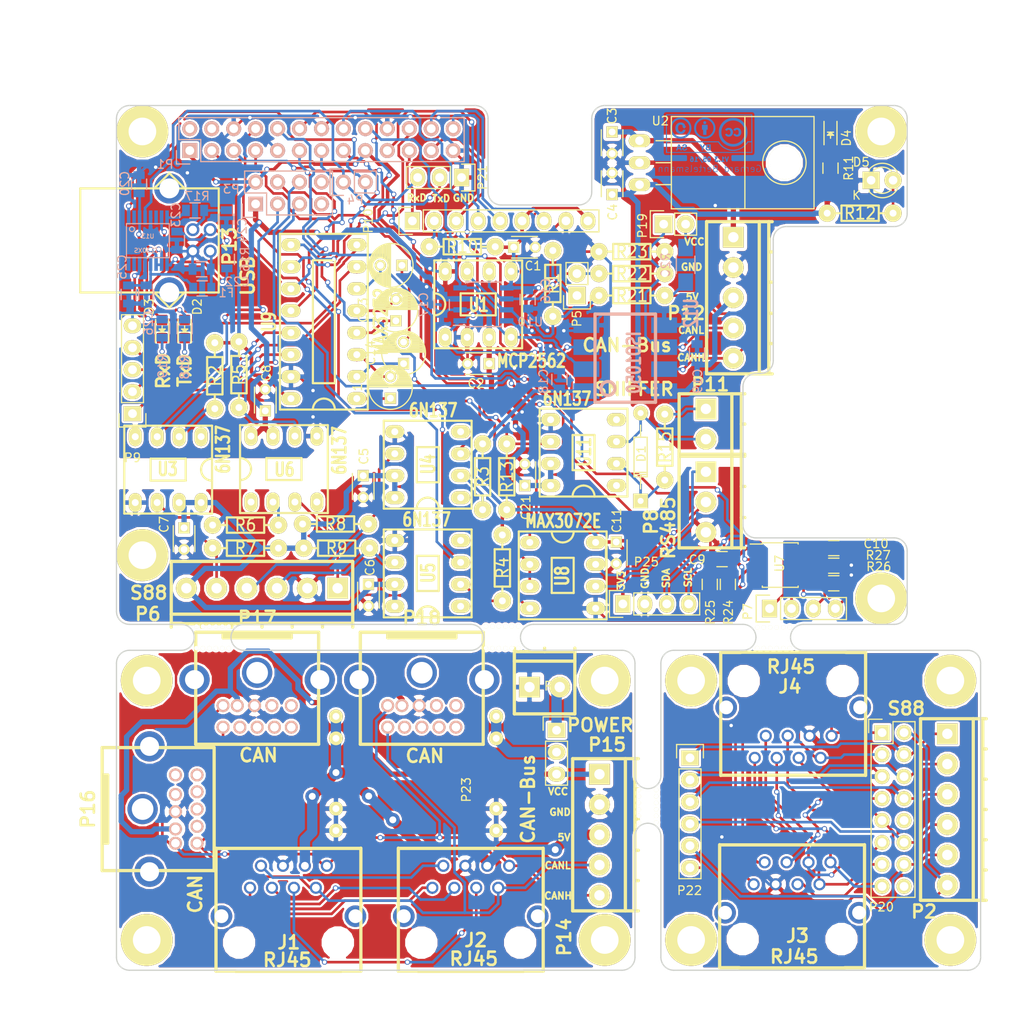
<source format=kicad_pcb>
(kicad_pcb (version 4) (host pcbnew "(2015-06-12 BZR 5742)-product")
  (layers (0 F.Cu signal) (31 B.Cu signal) (34 B.Paste user) (35 F.Paste user) (36 B.SilkS user) (37 F.SilkS user) (38 B.Mask user) (39 F.Mask user) (44 Edge.Cuts user))
  (net 0 "")
  (net 1 +3V3)
  (net 2 GND)
  (net 3 +5V)
  (net 4 /GPIO1)
  (net 5 /GPIO2)
  (net 6 /GPIO3)
  (net 7 /GPIO4)
  (net 8 "Net-(P3-Pad7)")
  (net 9 "Net-(P3-Pad8)")
  (net 10 /TxD)
  (net 11 /RxD)
  (net 12 "Net-(P5-Pad1)")
  (net 13 +15V)
  (net 14 GNDA)
  (net 15 +5VD)
  (net 16 /DATA)
  (net 17 /CLOCK)
  (net 18 /LOAD)
  (net 19 /RESET)
  (net 20 "Net-(R3-Pad1)")
  (net 21 "Net-(R4-Pad1)")
  (net 22 GNDD)
  (net 23 /I2C_SDA2)
  (net 24 /I2C_SCL2)
  (net 25 /UART3_TX)
  (net 26 /UART3_RX)
  (net 27 /PH2)
  (net 28 /I2C_SDA)
  (net 29 /I2C_SCL)
  (net 30 "Net-(C13-Pad1)")
  (net 31 /RXD2)
  (net 32 /TXD2)
  (net 33 /CTS2)
  (net 34 /MOSI)
  (net 35 /MISO)
  (net 36 /RTS2)
  (net 37 /SCLK)
  (net 38 /CE0)
  (net 39 /PI3)
  (net 40 /PI14)
  (net 41 "Net-(P11-Pad1)")
  (net 42 "Net-(D1-Pad1)")
  (net 43 "Net-(D1-Pad2)")
  (net 44 /CANTX)
  (net 45 /CANRX)
  (net 46 "Net-(D2-Pad1)")
  (net 47 "Net-(D3-Pad1)")
  (net 48 /CB3)
  (net 49 /CB1)
  (net 50 /CB2)
  (net 51 /CB4)
  (net 52 /CB5)
  (net 53 /CB6)
  (net 54 /CB7)
  (net 55 /CB8)
  (net 56 /CVCC)
  (net 57 "Net-(P17-Pad3)")
  (net 58 "Net-(P17-Pad10)")
  (net 59 "Net-(P17-Pad7)")
  (net 60 "Net-(P17-Pad6)")
  (net 61 "Net-(P17-Pad9)")
  (net 62 "Net-(P17-Pad5)")
  (net 63 /CANL)
  (net 64 /CANH)
  (net 65 /S88_3)
  (net 66 /S88_1)
  (net 67 /S88_2)
  (net 68 /S88_4)
  (net 69 /S88_5)
  (net 70 /S88_6)
  (net 71 /S88_7)
  (net 72 /S88_8)
  (net 73 "Net-(P20-Pad10)")
  (net 74 "Net-(C12-Pad1)")
  (net 75 "Net-(C12-Pad2)")
  (net 76 "Net-(C13-Pad2)")
  (net 77 "Net-(C14-Pad1)")
  (net 78 "Net-(C14-Pad2)")
  (net 79 "Net-(C15-Pad2)")
  (net 80 "Net-(C20-Pad1)")
  (net 81 "Net-(P2-Pad2)")
  (net 82 "Net-(P2-Pad1)")
  (net 83 "Net-(P2-Pad3)")
  (net 84 "Net-(P2-Pad4)")
  (net 85 "Net-(P2-Pad5)")
  (net 86 "Net-(P2-Pad6)")
  (net 87 "Net-(P5-Pad2)")
  (net 88 "Net-(P8-Pad2)")
  (net 89 "Net-(P8-Pad1)")
  (net 90 "Net-(P9-Pad1)")
  (net 91 "Net-(P9-Pad2)")
  (net 92 "Net-(P9-Pad3)")
  (net 93 "Net-(P9-Pad4)")
  (net 94 "Net-(P16-Pad3)")
  (net 95 "Net-(P16-Pad10)")
  (net 96 "Net-(P16-Pad7)")
  (net 97 "Net-(P16-Pad6)")
  (net 98 "Net-(P16-Pad9)")
  (net 99 "Net-(P16-Pad5)")
  (net 100 "Net-(P18-Pad3)")
  (net 101 "Net-(P18-Pad10)")
  (net 102 "Net-(P18-Pad7)")
  (net 103 "Net-(P18-Pad6)")
  (net 104 "Net-(P18-Pad9)")
  (net 105 "Net-(P18-Pad5)")
  (net 106 "Net-(P19-Pad2)")
  (net 107 "Net-(P20-Pad16)")
  (net 108 "Net-(R1-Pad1)")
  (net 109 "Net-(R2-Pad1)")
  (net 110 "Net-(R6-Pad2)")
  (net 111 "Net-(R16-Pad1)")
  (net 112 "Net-(R17-Pad1)")
  (net 113 "Net-(U13-Pad6)")
  (net 114 "Net-(U13-Pad16)")
  (net 115 "Net-(U13-Pad2)")
  (net 116 +5VA)
  (net 117 VCOM)
  (net 118 "Net-(C10-Pad1)")
  (net 119 "Net-(C10-Pad2)")
  (net 120 "Net-(P10-Pad2)")
  (net 121 "Net-(P23-Pad1)")
  (net 122 "Net-(P15-Pad2)")
  (net 123 "Net-(D4-Pad2)")
  (net 124 "Net-(D5-Pad2)")
  (net 125 "Net-(U13-Pad15)")
  (net 126 "Net-(C22-Pad1)")
  (net 127 "Net-(C23-Pad1)")
  (net 128 "Net-(C24-Pad1)")
  (net 129 /RxLED)
  (net 130 /TxLED)
  (net 131 "Net-(P1-Pad2)")
  (net 132 "Net-(P1-Pad4)")
  (module w_conn_pc:conn_usb_B (layer F.Cu) (at 103.8352 55.6006 270)
    (fp_text reference P13 (at 0.6604 -9.2583 270) (layer F.SilkS) (effects (font (thickness 0.3048))))
    (fp_text value USB (at 4.0894 -11.3538 270) (layer F.SilkS) (effects (font (thickness 0.3048))))
    (pad 3 thru_hole circle (at -1.2446 -5.0038 270) (size 1.50114 1.50114) (drill 0.94996) (layers *.Cu *.Mask) (net 128 "Net-(C24-Pad1)"))
    (pad 4 thru_hole circle (at 1.2446 -5.0038 270) (size 1.50114 1.50114) (drill 0.94996) (layers *.Cu *.Mask) (net 2 GND))
    (pad 1 thru_hole circle (at 1.2446 -7.0104 270) (size 1.50114 1.50114) (drill 0.94996) (layers *.Cu *.Mask) (net 126 "Net-(C22-Pad1)"))
    (pad 2 thru_hole circle (at -1.2446 -7.0104 270) (size 1.50114 1.50114) (drill 0.94996) (layers *.Cu *.Mask) (net 127 "Net-(C23-Pad1)"))
    (pad "" thru_hole circle (at -6.0198 -2.286 270) (size 3.50012 3.50012) (drill 2.30124) (layers *.Cu *.Mask))
    (pad "" thru_hole circle (at 6.0198 -2.286 270) (size 3.50012 3.50012) (drill 2.30124) (layers *.Cu *.Mask))
  )
  (module w_logo:Logo_copper_CC-BY-NC-SA_5x2mm (layer F.Cu) (at 190.119 137.033)
    (fp_text reference G*** hide)
    (fp_text value LOGO hide)
    (fp_poly (pts (xy 2.49936 0.87376) (xy 2.45364 0.87376) (xy 2.45364 0.34798) (xy 2.45364 -0.22352) (xy 2.45364 -0.8001) (xy 2.4384 -0.81534) (xy 2.4257 -0.82804) (xy 0 -0.82804) (xy -2.4257 -0.82804) (xy -2.4384 -0.81534) (xy -2.45364 -0.8001) (xy -2.45364 -0.22352) (xy -2.45364 0.34798) (xy -2.36474 0.34798) (xy -2.27584 0.34798) (xy -2.24282 0.39878) (xy -2.19456 0.46482) (xy -2.13868 0.52578) (xy -2.07772 0.57912) (xy -2.00914 0.62484) (xy -1.93548 0.66548) (xy -1.85928 0.69596) (xy -1.778 0.71882) (xy -1.71196 0.72898) (xy -1.67894 0.73152) (xy -1.6383 0.73152) (xy -1.59512 0.73152) (xy -1.55194 0.72644) (xy -1.51384 0.7239) (xy -1.49098 0.71882) (xy -1.40462 0.69596) (xy -1.32588 0.66802) (xy -1.25222 0.62738) (xy -1.18364 0.58166) (xy -1.1176 0.52324) (xy -1.0922 0.49784) (xy -1.06934 0.47244) (xy -1.04648 0.4445) (xy -1.02616 0.4191) (xy -1.01346 0.39878) (xy -0.98044 0.35052) (xy 0.73406 0.34798) (xy 2.45364 0.34798) (xy 2.45364 0.87376) (xy 2.44856 0.87376) (xy 2.44856 0.83312) (xy 2.44856 0.61468) (xy 2.44856 0.3937) (xy 0.7493 0.3937) (xy -0.94742 0.3937) (xy -0.98044 0.43942) (xy -1.01854 0.49276) (xy -1.0541 0.54102) (xy -1.09474 0.57912) (xy -1.13538 0.61214) (xy -1.1811 0.64516) (xy -1.21412 0.66548) (xy -1.27 0.69342) (xy -1.31826 0.71628) (xy -1.36398 0.73406) (xy -1.4097 0.7493) (xy -1.45796 0.762) (xy -1.4605 0.762) (xy -1.53416 0.7747) (xy -1.6002 0.77978) (xy -1.6637 0.77978) (xy -1.72974 0.7747) (xy -1.79832 0.762) (xy -1.87452 0.73914) (xy -1.95072 0.70612) (xy -2.02946 0.66294) (xy -2.1082 0.61214) (xy -2.1336 0.59182) (xy -2.15392 0.57658) (xy -2.17678 0.55372) (xy -2.20218 0.52832) (xy -2.23012 0.50038) (xy -2.25298 0.47244) (xy -2.27584 0.44704) (xy -2.29108 0.42418) (xy -2.2987 0.40894) (xy -2.30886 0.3937) (xy -2.38252 0.3937) (xy -2.45872 0.3937) (xy -2.45872 0.61468) (xy -2.45872 0.83312) (xy -0.00254 0.83312) (xy 2.44856 0.83312) (xy 2.44856 0.87376) (xy 0.00254 0.87376) (xy -2.49174 0.87376) (xy -2.49682 0.80264) (xy -2.49682 0.7874) (xy -2.49682 0.76454) (xy -2.49682 0.73406) (xy -2.49682 0.69342) (xy -2.49682 0.6477) (xy -2.49936 0.5969) (xy -2.49936 0.53848) (xy -2.49936 0.47752) (xy -2.49936 0.41148) (xy -2.49936 0.34036) (xy -2.49936 0.2667) (xy -2.49936 0.1905) (xy -2.49936 0.11176) (xy -2.49936 0.03302) (xy -2.49682 -0.04318) (xy -2.49682 -0.12192) (xy -2.49682 -0.20066) (xy -2.49682 -0.27686) (xy -2.49682 -0.35306) (xy -2.49682 -0.42672) (xy -2.49682 -0.4953) (xy -2.49682 -0.5588) (xy -2.49682 -0.61976) (xy -2.49428 -0.67564) (xy -2.49428 -0.72644) (xy -2.49428 -0.76962) (xy -2.49428 -0.80518) (xy -2.49428 -0.83312) (xy -2.49428 -0.85344) (xy -2.49174 -0.86614) (xy -2.49174 -0.86614) (xy -2.48666 -0.86868) (xy -2.47142 -0.86868) (xy -2.44856 -0.86868) (xy -2.41554 -0.86868) (xy -2.3749 -0.86868) (xy -2.3241 -0.86868) (xy -2.26568 -0.86868) (xy -2.20218 -0.86868) (xy -2.12852 -0.86868) (xy -2.04978 -0.86868) (xy -1.96596 -0.86868) (xy -1.87452 -0.86868) (xy -1.778 -0.87122) (xy -1.6764 -0.87122) (xy -1.56972 -0.87122) (xy -1.45796 -0.87122) (xy -1.34366 -0.87122) (xy -1.22428 -0.87122) (xy -1.10236 -0.87122) (xy -0.97536 -0.87122) (xy -0.84836 -0.87122) (xy -0.71882 -0.87122) (xy -0.5842 -0.87122) (xy -0.45212 -0.87122) (xy -0.31496 -0.87122) (xy -0.18034 -0.87122) (xy -0.04318 -0.87122) (xy 0.09144 -0.87122) (xy 0.22606 -0.87122) (xy 0.36322 -0.87122) (xy 0.49784 -0.87122) (xy 0.62992 -0.87122) (xy 0.762 -0.87122) (xy 0.89154 -0.87122) (xy 1.01854 -0.87122) (xy 1.143 -0.87122) (xy 1.26238 -0.87122) (xy 1.38176 -0.87122) (xy 1.49352 -0.87122) (xy 1.60274 -0.87122) (xy 1.70688 -0.87122) (xy 1.80594 -0.87122) (xy 1.90246 -0.87122) (xy 1.98882 -0.87122) (xy 2.07264 -0.87122) (xy 2.1463 -0.87122) (xy 2.21488 -0.87122) (xy 2.27838 -0.87122) (xy 2.33172 -0.87122) (xy 2.37744 -0.87122) (xy 2.41554 -0.87122) (xy 2.44348 -0.87122) (xy 2.4638 -0.87122) (xy 2.47396 -0.87122) (xy 2.4765 -0.87122) (xy 2.49936 -0.86868) (xy 2.49936 0.00254) (xy 2.49936 0.87376) (xy 2.49936 0.87376)) (layer F.Cu) (width 0.00254))
    (fp_poly (pts (xy 0.99314 0.65786) (xy 0.9906 0.6731) (xy 0.9779 0.70866) (xy 0.96012 0.73406) (xy 0.93472 0.75438) (xy 0.90424 0.76708) (xy 0.86868 0.76962) (xy 0.84582 0.76708) (xy 0.82042 0.762) (xy 0.8001 0.75184) (xy 0.77978 0.7366) (xy 0.76962 0.72644) (xy 0.75184 0.6985) (xy 0.73914 0.66548) (xy 0.73406 0.63246) (xy 0.7366 0.5969) (xy 0.74676 0.56134) (xy 0.76454 0.53086) (xy 0.7747 0.51816) (xy 0.8001 0.49784) (xy 0.83058 0.48514) (xy 0.8636 0.48006) (xy 0.89408 0.4826) (xy 0.92456 0.49276) (xy 0.94996 0.508) (xy 0.97282 0.53086) (xy 0.9779 0.54356) (xy 0.98552 0.5588) (xy 0.98806 0.5715) (xy 0.98806 0.57404) (xy 0.98806 0.57912) (xy 0.98298 0.58166) (xy 0.97028 0.5842) (xy 0.96266 0.5842) (xy 0.94488 0.5842) (xy 0.93726 0.58166) (xy 0.92964 0.57658) (xy 0.9271 0.56896) (xy 0.91186 0.54864) (xy 0.89154 0.53848) (xy 0.87122 0.5334) (xy 0.84836 0.53848) (xy 0.82804 0.54864) (xy 0.8128 0.56642) (xy 0.80772 0.57658) (xy 0.8001 0.5969) (xy 0.79756 0.6223) (xy 0.8001 0.65024) (xy 0.80518 0.6731) (xy 0.80772 0.67818) (xy 0.82296 0.6985) (xy 0.84328 0.7112) (xy 0.86614 0.71882) (xy 0.889 0.71628) (xy 0.89916 0.7112) (xy 0.91186 0.70104) (xy 0.92202 0.6858) (xy 0.92964 0.67056) (xy 0.92964 0.66548) (xy 0.92964 0.66294) (xy 0.93726 0.6604) (xy 0.9525 0.65786) (xy 0.96012 0.65786) (xy 0.99314 0.65786) (xy 0.99314 0.65786)) (layer F.Cu) (width 0.00254))
    (fp_poly (pts (xy 1.76784 0.69342) (xy 1.76276 0.71374) (xy 1.7526 0.73152) (xy 1.74752 0.7366) (xy 1.72974 0.75184) (xy 1.7018 0.76454) (xy 1.67132 0.76962) (xy 1.64084 0.76962) (xy 1.63576 0.76962) (xy 1.6002 0.762) (xy 1.57226 0.74676) (xy 1.55194 0.72644) (xy 1.53924 0.70104) (xy 1.53924 0.6985) (xy 1.5367 0.68326) (xy 1.53924 0.6731) (xy 1.54686 0.67056) (xy 1.56464 0.67056) (xy 1.56972 0.67056) (xy 1.58496 0.67056) (xy 1.59258 0.6731) (xy 1.59766 0.68072) (xy 1.6002 0.68834) (xy 1.61036 0.70612) (xy 1.62814 0.71882) (xy 1.64846 0.7239) (xy 1.67386 0.72136) (xy 1.68656 0.71628) (xy 1.7018 0.70866) (xy 1.70942 0.69596) (xy 1.70688 0.68326) (xy 1.70434 0.67564) (xy 1.69672 0.66802) (xy 1.68402 0.66294) (xy 1.6637 0.65532) (xy 1.6383 0.64516) (xy 1.62306 0.64262) (xy 1.6002 0.635) (xy 1.58242 0.62738) (xy 1.57226 0.61976) (xy 1.56464 0.61214) (xy 1.5494 0.58928) (xy 1.54432 0.56642) (xy 1.54686 0.54356) (xy 1.55702 0.52324) (xy 1.5748 0.50546) (xy 1.59512 0.49276) (xy 1.62052 0.4826) (xy 1.651 0.48006) (xy 1.67894 0.4826) (xy 1.70942 0.49276) (xy 1.73482 0.508) (xy 1.75006 0.52832) (xy 1.75768 0.55372) (xy 1.75768 0.55372) (xy 1.76022 0.57404) (xy 1.73228 0.57404) (xy 1.7145 0.57404) (xy 1.70688 0.5715) (xy 1.7018 0.56642) (xy 1.69672 0.5588) (xy 1.6891 0.54356) (xy 1.67132 0.5334) (xy 1.65354 0.52832) (xy 1.63322 0.53086) (xy 1.61798 0.53848) (xy 1.61544 0.54102) (xy 1.60782 0.55118) (xy 1.60528 0.56134) (xy 1.61036 0.56896) (xy 1.6129 0.57404) (xy 1.62306 0.57912) (xy 1.64338 0.58928) (xy 1.67386 0.5969) (xy 1.6764 0.5969) (xy 1.70942 0.6096) (xy 1.73482 0.61976) (xy 1.75006 0.63246) (xy 1.76276 0.6477) (xy 1.76784 0.66548) (xy 1.76784 0.67056) (xy 1.76784 0.69342) (xy 1.76784 0.69342)) (layer F.Cu) (width 0.00254))
    (fp_poly (pts (xy -0.381 0.69342) (xy -0.38862 0.71882) (xy -0.40386 0.74168) (xy -0.42672 0.75438) (xy -0.43434 0.75692) (xy -0.4445 0.75946) (xy -0.4445 0.67818) (xy -0.4445 0.66294) (xy -0.45212 0.65278) (xy -0.45466 0.65278) (xy -0.45466 0.56388) (xy -0.45974 0.55118) (xy -0.46228 0.5461) (xy -0.4699 0.54102) (xy -0.4826 0.53848) (xy -0.50292 0.53848) (xy -0.508 0.53848) (xy -0.54864 0.53848) (xy -0.54864 0.55372) (xy -0.55118 0.5715) (xy -0.54864 0.5842) (xy -0.54864 0.59182) (xy -0.5461 0.5969) (xy -0.53848 0.59944) (xy -0.52324 0.59944) (xy -0.51308 0.59944) (xy -0.48768 0.5969) (xy -0.4699 0.59436) (xy -0.46482 0.59182) (xy -0.4572 0.57912) (xy -0.45466 0.56388) (xy -0.45466 0.65278) (xy -0.46482 0.6477) (xy -0.4826 0.64516) (xy -0.508 0.64262) (xy -0.54864 0.64262) (xy -0.54864 0.67818) (xy -0.54864 0.71374) (xy -0.50546 0.71374) (xy -0.4826 0.71374) (xy -0.46736 0.7112) (xy -0.4572 0.70866) (xy -0.45212 0.70612) (xy -0.4445 0.69342) (xy -0.4445 0.67818) (xy -0.4445 0.75946) (xy -0.44704 0.75946) (xy -0.45974 0.762) (xy -0.48006 0.762) (xy -0.50546 0.76454) (xy -0.53086 0.76454) (xy -0.61468 0.76454) (xy -0.61468 0.62738) (xy -0.61468 0.48768) (xy -0.53086 0.48768) (xy -0.4953 0.49022) (xy -0.46736 0.49022) (xy -0.44704 0.49276) (xy -0.4318 0.4953) (xy -0.4191 0.50038) (xy -0.41148 0.508) (xy -0.4064 0.51308) (xy -0.39878 0.52578) (xy -0.39624 0.5461) (xy -0.3937 0.56642) (xy -0.39624 0.57658) (xy -0.40132 0.58928) (xy -0.41148 0.60198) (xy -0.41402 0.60198) (xy -0.42164 0.61214) (xy -0.42164 0.61722) (xy -0.4191 0.61722) (xy -0.4064 0.62738) (xy -0.39116 0.64008) (xy -0.38354 0.65786) (xy -0.381 0.66548) (xy -0.381 0.69342) (xy -0.381 0.69342)) (layer F.Cu) (width 0.00254))
    (fp_poly (pts (xy -0.10414 0.48768) (xy -0.15748 0.57658) (xy -0.20828 0.66294) (xy -0.20828 0.71374) (xy -0.20828 0.76454) (xy -0.23876 0.76454) (xy -0.26924 0.76454) (xy -0.26924 0.7112) (xy -0.26924 0.65786) (xy -0.3175 0.57658) (xy -0.33274 0.55118) (xy -0.34544 0.52832) (xy -0.3556 0.51054) (xy -0.36322 0.49784) (xy -0.3683 0.49276) (xy -0.36322 0.49022) (xy -0.35306 0.49022) (xy -0.33528 0.48768) (xy -0.33528 0.48768) (xy -0.29972 0.48768) (xy -0.26924 0.54102) (xy -0.254 0.56642) (xy -0.24384 0.58166) (xy -0.23622 0.58928) (xy -0.23368 0.58928) (xy -0.2286 0.58166) (xy -0.22098 0.56896) (xy -0.21082 0.54864) (xy -0.2032 0.53594) (xy -0.17526 0.49022) (xy -0.1397 0.49022) (xy -0.10414 0.48768) (xy -0.10414 0.48768)) (layer F.Cu) (width 0.00254))
    (fp_poly (pts (xy 0.69342 0.76454) (xy 0.66294 0.76454) (xy 0.63246 0.76454) (xy 0.57658 0.67564) (xy 0.5207 0.58674) (xy 0.5207 0.67564) (xy 0.51816 0.76454) (xy 0.48768 0.76454) (xy 0.45974 0.76454) (xy 0.45974 0.62738) (xy 0.45974 0.48768) (xy 0.49022 0.48768) (xy 0.52324 0.48768) (xy 0.57658 0.57658) (xy 0.59182 0.60198) (xy 0.60706 0.62484) (xy 0.61976 0.64262) (xy 0.62738 0.65532) (xy 0.63246 0.6604) (xy 0.63246 0.6604) (xy 0.63246 0.65532) (xy 0.635 0.64262) (xy 0.635 0.6223) (xy 0.635 0.5969) (xy 0.635 0.57404) (xy 0.63246 0.48768) (xy 0.66294 0.48768) (xy 0.69342 0.48768) (xy 0.69342 0.62738) (xy 0.69342 0.76454) (xy 0.69342 0.76454)) (layer F.Cu) (width 0.00254))
    (fp_poly (pts (xy 2.0447 0.75946) (xy 2.03962 0.762) (xy 2.02692 0.76454) (xy 2.01168 0.76454) (xy 1.9812 0.76454) (xy 1.97104 0.73406) (xy 1.96342 0.70358) (xy 1.9431 0.70358) (xy 1.9431 0.65278) (xy 1.92786 0.6096) (xy 1.92024 0.58928) (xy 1.91516 0.57404) (xy 1.91008 0.56896) (xy 1.91008 0.56642) (xy 1.905 0.57404) (xy 1.89992 0.58674) (xy 1.89484 0.60198) (xy 1.88722 0.61976) (xy 1.88214 0.635) (xy 1.8796 0.6477) (xy 1.8796 0.65024) (xy 1.88468 0.65278) (xy 1.89484 0.65278) (xy 1.91008 0.65278) (xy 1.9431 0.65278) (xy 1.9431 0.70358) (xy 1.91008 0.70358) (xy 1.85928 0.70358) (xy 1.84912 0.73406) (xy 1.83642 0.76454) (xy 1.80594 0.76454) (xy 1.77546 0.76454) (xy 1.82626 0.62738) (xy 1.87706 0.49022) (xy 1.91262 0.49022) (xy 1.94564 0.49022) (xy 1.9939 0.62484) (xy 2.0066 0.65786) (xy 2.0193 0.68834) (xy 2.02946 0.71628) (xy 2.03708 0.73914) (xy 2.04216 0.75184) (xy 2.0447 0.75946) (xy 2.0447 0.75946) (xy 2.0447 0.75946)) (layer F.Cu) (width 0.00254))
    (fp_poly (pts (xy -0.98044 -0.06858) (xy -0.98044 -0.03302) (xy -0.98298 0.0127) (xy -0.98552 0.05588) (xy -0.99314 0.09398) (xy -1.00076 0.12954) (xy -1.01346 0.1651) (xy -1.02362 0.1905) (xy -1.0541 0.25654) (xy -1.09474 0.3175) (xy -1.09474 0.3175) (xy -1.09474 -0.06858) (xy -1.09982 -0.13716) (xy -1.11506 -0.20574) (xy -1.13792 -0.26924) (xy -1.1684 -0.33274) (xy -1.20904 -0.38862) (xy -1.25476 -0.44196) (xy -1.31064 -0.48768) (xy -1.3716 -0.52832) (xy -1.37414 -0.53086) (xy -1.4351 -0.5588) (xy -1.4986 -0.57912) (xy -1.56464 -0.58928) (xy -1.63322 -0.59182) (xy -1.7018 -0.58674) (xy -1.76784 -0.57404) (xy -1.83134 -0.55372) (xy -1.87198 -0.5334) (xy -1.9304 -0.49784) (xy -1.98374 -0.45466) (xy -2.02946 -0.40386) (xy -2.07264 -0.35052) (xy -2.10566 -0.2921) (xy -2.1336 -0.23114) (xy -2.14376 -0.19558) (xy -2.159 -0.12446) (xy -2.16154 -0.05334) (xy -2.15646 0.01524) (xy -2.14122 0.08382) (xy -2.11836 0.14732) (xy -2.0828 0.21082) (xy -2.04216 0.26924) (xy -1.99136 0.32258) (xy -1.93294 0.37084) (xy -1.87452 0.40894) (xy -1.81102 0.43942) (xy -1.74498 0.45974) (xy -1.6764 0.4699) (xy -1.60274 0.4699) (xy -1.5367 0.46228) (xy -1.47574 0.44958) (xy -1.41478 0.42672) (xy -1.35636 0.39624) (xy -1.30302 0.35814) (xy -1.25222 0.31496) (xy -1.2065 0.2667) (xy -1.17094 0.21336) (xy -1.14046 0.16002) (xy -1.13284 0.14224) (xy -1.10998 0.07112) (xy -1.09728 0) (xy -1.09474 -0.06858) (xy -1.09474 0.3175) (xy -1.14046 0.37338) (xy -1.1938 0.42672) (xy -1.25222 0.47244) (xy -1.31572 0.51054) (xy -1.38176 0.54356) (xy -1.4478 0.56642) (xy -1.51892 0.58166) (xy -1.55194 0.58674) (xy -1.58242 0.58928) (xy -1.60782 0.58928) (xy -1.63068 0.59182) (xy -1.64846 0.59182) (xy -1.66878 0.58928) (xy -1.68656 0.58928) (xy -1.76276 0.57912) (xy -1.83642 0.5588) (xy -1.905 0.53086) (xy -1.97104 0.49276) (xy -2.03454 0.44704) (xy -2.0955 0.38862) (xy -2.0955 0.38862) (xy -2.14884 0.32766) (xy -2.19456 0.26416) (xy -2.22758 0.19812) (xy -2.25298 0.12954) (xy -2.27076 0.05588) (xy -2.27838 -0.01778) (xy -2.27838 -0.05842) (xy -2.27584 -0.12954) (xy -2.26568 -0.19812) (xy -2.25044 -0.25908) (xy -2.22758 -0.32258) (xy -2.20726 -0.36068) (xy -2.16662 -0.42672) (xy -2.11836 -0.49022) (xy -2.06502 -0.5461) (xy -2.00406 -0.59436) (xy -1.93802 -0.635) (xy -1.86944 -0.66802) (xy -1.79832 -0.69342) (xy -1.7526 -0.70358) (xy -1.71958 -0.70612) (xy -1.67894 -0.70866) (xy -1.63576 -0.7112) (xy -1.59258 -0.70866) (xy -1.5494 -0.70866) (xy -1.51384 -0.70358) (xy -1.50622 -0.70104) (xy -1.43002 -0.68326) (xy -1.3589 -0.65532) (xy -1.29032 -0.61976) (xy -1.22682 -0.57658) (xy -1.1684 -0.52578) (xy -1.1176 -0.4699) (xy -1.07188 -0.4064) (xy -1.03632 -0.33782) (xy -1.00838 -0.2667) (xy -1.0033 -0.24892) (xy -0.99314 -0.21336) (xy -0.98552 -0.18034) (xy -0.98298 -0.14732) (xy -0.98044 -0.10922) (xy -0.98044 -0.06858) (xy -0.98044 -0.06858)) (layer F.Cu) (width 0.00254))
    (fp_poly (pts (xy 0.13716 -0.26162) (xy 0.13716 -0.2159) (xy 0.13208 -0.17272) (xy 0.127 -0.13208) (xy 0.12446 -0.12192) (xy 0.11176 -0.08382) (xy 0.09398 -0.04318) (xy 0.07366 -0.00254) (xy 0.05334 0.02794) (xy 0.04826 0.03302) (xy 0.04826 -0.24892) (xy 0.04572 -0.30226) (xy 0.0381 -0.35052) (xy 0.02286 -0.39624) (xy 0.0127 -0.42164) (xy -0.01524 -0.4699) (xy -0.0508 -0.51562) (xy -0.09652 -0.55626) (xy -0.14478 -0.59182) (xy -0.19812 -0.61722) (xy -0.2286 -0.62992) (xy -0.24638 -0.635) (xy -0.26162 -0.63754) (xy -0.2794 -0.64008) (xy -0.29972 -0.64008) (xy -0.32766 -0.64008) (xy -0.34036 -0.64008) (xy -0.37338 -0.64008) (xy -0.39624 -0.64008) (xy -0.41402 -0.63754) (xy -0.42926 -0.635) (xy -0.44704 -0.63246) (xy -0.45466 -0.62992) (xy -0.51054 -0.60706) (xy -0.56388 -0.57404) (xy -0.61214 -0.53594) (xy -0.65278 -0.49022) (xy -0.68834 -0.43942) (xy -0.71374 -0.381) (xy -0.7239 -0.35052) (xy -0.73152 -0.3175) (xy -0.73406 -0.2794) (xy -0.7366 -0.2413) (xy -0.73406 -0.20066) (xy -0.72898 -0.16764) (xy -0.72644 -0.15494) (xy -0.70612 -0.09652) (xy -0.67564 -0.04064) (xy -0.63754 0.00762) (xy -0.59182 0.0508) (xy -0.56642 0.07112) (xy -0.51308 0.10414) (xy -0.4572 0.127) (xy -0.39624 0.1397) (xy -0.33528 0.14224) (xy -0.28448 0.1397) (xy -0.23876 0.12954) (xy -0.19304 0.11176) (xy -0.14986 0.09144) (xy -0.13716 0.08636) (xy -0.12192 0.07366) (xy -0.1016 0.05842) (xy -0.07874 0.0381) (xy -0.05842 0.02032) (xy -0.05842 0.01778) (xy -0.03556 -0.00254) (xy -0.02032 -0.02032) (xy -0.00762 -0.0381) (xy 0.00254 -0.05842) (xy 0.00762 -0.06858) (xy 0.02794 -0.1143) (xy 0.04064 -0.15494) (xy 0.04572 -0.20066) (xy 0.04826 -0.24892) (xy 0.04826 0.03302) (xy 0.04826 0.0381) (xy 0.00508 0.08382) (xy -0.04064 0.127) (xy -0.09652 0.1651) (xy -0.1524 0.19558) (xy -0.21082 0.2159) (xy -0.22352 0.21844) (xy -0.254 0.22352) (xy -0.28956 0.2286) (xy -0.32512 0.23114) (xy -0.36322 0.23114) (xy -0.39624 0.23114) (xy -0.41656 0.2286) (xy -0.4826 0.21336) (xy -0.54356 0.18796) (xy -0.60452 0.15494) (xy -0.6604 0.11176) (xy -0.68326 0.0889) (xy -0.72898 0.03556) (xy -0.76708 -0.01778) (xy -0.79756 -0.07874) (xy -0.8128 -0.12954) (xy -0.81788 -0.14986) (xy -0.82042 -0.17018) (xy -0.82296 -0.19304) (xy -0.8255 -0.2159) (xy -0.8255 -0.24638) (xy -0.82296 -0.2921) (xy -0.82042 -0.3302) (xy -0.81788 -0.35306) (xy -0.79756 -0.41656) (xy -0.76962 -0.47752) (xy -0.73406 -0.5334) (xy -0.69088 -0.5842) (xy -0.64262 -0.62992) (xy -0.58928 -0.66802) (xy -0.53086 -0.6985) (xy -0.46736 -0.71882) (xy -0.45466 -0.72136) (xy -0.42418 -0.72644) (xy -0.38862 -0.73152) (xy -0.34798 -0.73152) (xy -0.3048 -0.73152) (xy -0.2667 -0.72898) (xy -0.23368 -0.7239) (xy -0.2159 -0.71882) (xy -0.1524 -0.69596) (xy -0.09144 -0.66548) (xy -0.03556 -0.62738) (xy 0.01016 -0.58166) (xy 0.0508 -0.52832) (xy 0.08636 -0.47244) (xy 0.1143 -0.40894) (xy 0.13208 -0.3429) (xy 0.13208 -0.34036) (xy 0.13716 -0.30226) (xy 0.13716 -0.26162) (xy 0.13716 -0.26162)) (layer F.Cu) (width 0.00254))
    (fp_poly (pts (xy 1.22682 -0.23622) (xy 1.22428 -0.19812) (xy 1.2192 -0.15494) (xy 1.21158 -0.11938) (xy 1.20142 -0.08382) (xy 1.18618 -0.04826) (xy 1.18364 -0.04572) (xy 1.16078 -0.00254) (xy 1.13792 0.03048) (xy 1.13792 -0.254) (xy 1.13284 -0.31496) (xy 1.1176 -0.37338) (xy 1.09474 -0.42926) (xy 1.06426 -0.48006) (xy 1.02362 -0.52578) (xy 0.9779 -0.56642) (xy 0.92456 -0.60198) (xy 0.9144 -0.60706) (xy 0.87122 -0.62484) (xy 0.82804 -0.63754) (xy 0.77978 -0.64262) (xy 0.72644 -0.64262) (xy 0.69596 -0.64262) (xy 0.6731 -0.64008) (xy 0.65532 -0.63754) (xy 0.63754 -0.63246) (xy 0.61722 -0.62484) (xy 0.59436 -0.61722) (xy 0.56896 -0.60452) (xy 0.54864 -0.59436) (xy 0.5461 -0.59182) (xy 0.53086 -0.5842) (xy 0.51308 -0.56896) (xy 0.49276 -0.55118) (xy 0.4699 -0.53086) (xy 0.45212 -0.51308) (xy 0.43434 -0.4953) (xy 0.42418 -0.48006) (xy 0.4191 -0.47498) (xy 0.41656 -0.46736) (xy 0.4191 -0.46228) (xy 0.42926 -0.4572) (xy 0.43942 -0.45212) (xy 0.4572 -0.4445) (xy 0.48006 -0.43434) (xy 0.50546 -0.42418) (xy 0.5207 -0.41656) (xy 0.59436 -0.38354) (xy 0.60706 -0.4064) (xy 0.62484 -0.42926) (xy 0.65024 -0.44704) (xy 0.67818 -0.45974) (xy 0.69088 -0.46482) (xy 0.71882 -0.4699) (xy 0.71882 -0.508) (xy 0.71882 -0.54356) (xy 0.74676 -0.54356) (xy 0.7747 -0.54356) (xy 0.7747 -0.508) (xy 0.7747 -0.4699) (xy 0.80518 -0.46482) (xy 0.82296 -0.45974) (xy 0.84328 -0.45212) (xy 0.8636 -0.4445) (xy 0.87884 -0.43688) (xy 0.889 -0.42926) (xy 0.89154 -0.42672) (xy 0.889 -0.42164) (xy 0.88138 -0.40894) (xy 0.87122 -0.39624) (xy 0.86614 -0.38862) (xy 0.83566 -0.35814) (xy 0.80772 -0.37084) (xy 0.78232 -0.381) (xy 0.75692 -0.38608) (xy 0.73406 -0.38354) (xy 0.71374 -0.37846) (xy 0.70104 -0.3683) (xy 0.69596 -0.35306) (xy 0.69596 -0.35306) (xy 0.69596 -0.34798) (xy 0.6985 -0.34544) (xy 0.70104 -0.34036) (xy 0.70866 -0.33782) (xy 0.71882 -0.3302) (xy 0.73152 -0.32512) (xy 0.75184 -0.31496) (xy 0.77724 -0.30226) (xy 0.80772 -0.28956) (xy 0.84582 -0.27178) (xy 0.89408 -0.24892) (xy 0.90678 -0.24384) (xy 0.94996 -0.22606) (xy 0.9906 -0.20574) (xy 1.02616 -0.1905) (xy 1.05918 -0.17526) (xy 1.08458 -0.1651) (xy 1.1049 -0.15748) (xy 1.1176 -0.14986) (xy 1.12268 -0.14986) (xy 1.12522 -0.15494) (xy 1.1303 -0.16764) (xy 1.13284 -0.18796) (xy 1.13284 -0.19304) (xy 1.13792 -0.254) (xy 1.13792 0.03048) (xy 1.13538 0.03302) (xy 1.1049 0.06858) (xy 1.08204 0.09398) (xy 1.08204 -0.05334) (xy 1.07696 -0.06096) (xy 1.06426 -0.06858) (xy 1.04394 -0.07874) (xy 1.016 -0.09144) (xy 1.00076 -0.09652) (xy 0.91186 -0.13716) (xy 0.89662 -0.10668) (xy 0.8763 -0.0762) (xy 0.8509 -0.05588) (xy 0.81788 -0.04064) (xy 0.8128 -0.0381) (xy 0.79502 -0.03302) (xy 0.78232 -0.02794) (xy 0.77724 -0.01778) (xy 0.7747 -0.00508) (xy 0.7747 0.00508) (xy 0.77216 0.0381) (xy 0.74676 0.0381) (xy 0.71882 0.0381) (xy 0.71882 0.00508) (xy 0.71882 -0.01016) (xy 0.71882 -0.02286) (xy 0.71374 -0.02794) (xy 0.70358 -0.03048) (xy 0.68834 -0.03556) (xy 0.67564 -0.03556) (xy 0.65786 -0.04064) (xy 0.635 -0.0508) (xy 0.61214 -0.06096) (xy 0.59182 -0.07366) (xy 0.5842 -0.07874) (xy 0.5715 -0.0889) (xy 0.60452 -0.12192) (xy 0.6223 -0.1397) (xy 0.635 -0.14986) (xy 0.64262 -0.1524) (xy 0.64516 -0.1524) (xy 0.67056 -0.13462) (xy 0.69342 -0.12192) (xy 0.71374 -0.11684) (xy 0.73914 -0.1143) (xy 0.74168 -0.1143) (xy 0.76962 -0.11684) (xy 0.78994 -0.127) (xy 0.80264 -0.14224) (xy 0.80264 -0.14224) (xy 0.80772 -0.15748) (xy 0.80518 -0.17272) (xy 0.80518 -0.17272) (xy 0.80264 -0.1778) (xy 0.79756 -0.18034) (xy 0.79248 -0.18542) (xy 0.78232 -0.1905) (xy 0.76708 -0.19812) (xy 0.7493 -0.20828) (xy 0.7239 -0.22098) (xy 0.69088 -0.23368) (xy 0.65278 -0.25146) (xy 0.60706 -0.27178) (xy 0.5842 -0.28194) (xy 0.54102 -0.30226) (xy 0.50038 -0.32004) (xy 0.46482 -0.33528) (xy 0.4318 -0.34798) (xy 0.4064 -0.36068) (xy 0.38608 -0.3683) (xy 0.37338 -0.37338) (xy 0.3683 -0.37338) (xy 0.36322 -0.36576) (xy 0.35814 -0.35052) (xy 0.3556 -0.32766) (xy 0.35052 -0.30226) (xy 0.35052 -0.27686) (xy 0.34798 -0.25146) (xy 0.34798 -0.24638) (xy 0.35306 -0.18796) (xy 0.36576 -0.12954) (xy 0.38862 -0.0762) (xy 0.4191 -0.02794) (xy 0.45466 0.01524) (xy 0.4953 0.05334) (xy 0.54102 0.08636) (xy 0.59182 0.11176) (xy 0.6477 0.13208) (xy 0.70358 0.14224) (xy 0.762 0.14224) (xy 0.8001 0.1397) (xy 0.86106 0.12446) (xy 0.91948 0.09906) (xy 0.97282 0.06858) (xy 1.02108 0.02794) (xy 1.05156 -0.00254) (xy 1.06426 -0.02032) (xy 1.07696 -0.03556) (xy 1.08204 -0.04572) (xy 1.08204 -0.05334) (xy 1.08204 0.09398) (xy 1.0795 0.09652) (xy 1.02362 0.14224) (xy 0.96774 0.1778) (xy 0.90678 0.20574) (xy 0.84836 0.22098) (xy 0.81788 0.22606) (xy 0.78232 0.2286) (xy 0.74676 0.23114) (xy 0.7112 0.23114) (xy 0.68072 0.2286) (xy 0.67564 0.2286) (xy 0.6096 0.2159) (xy 0.54864 0.19304) (xy 0.49022 0.16002) (xy 0.43434 0.11938) (xy 0.39116 0.0762) (xy 0.34798 0.0254) (xy 0.31496 -0.02286) (xy 0.28956 -0.0762) (xy 0.27178 -0.13208) (xy 0.26162 -0.19558) (xy 0.26162 -0.23114) (xy 0.25908 -0.26416) (xy 0.25908 -0.28956) (xy 0.26162 -0.30988) (xy 0.26416 -0.33274) (xy 0.2667 -0.34798) (xy 0.28702 -0.41402) (xy 0.31242 -0.47498) (xy 0.34798 -0.5334) (xy 0.39116 -0.5842) (xy 0.44196 -0.62992) (xy 0.49784 -0.66802) (xy 0.5334 -0.68834) (xy 0.57912 -0.70866) (xy 0.6223 -0.72136) (xy 0.67056 -0.72898) (xy 0.71882 -0.73152) (xy 0.78994 -0.73152) (xy 0.85852 -0.72136) (xy 0.91948 -0.70358) (xy 0.98044 -0.67564) (xy 1.03632 -0.63754) (xy 1.07696 -0.60198) (xy 1.12268 -0.55372) (xy 1.16078 -0.49784) (xy 1.19126 -0.43688) (xy 1.21158 -0.37338) (xy 1.22428 -0.30734) (xy 1.22682 -0.23622) (xy 1.22682 -0.23622)) (layer F.Cu) (width 0.00254))
    (fp_poly (pts (xy 2.3114 -0.23876) (xy 2.3114 -0.19812) (xy 2.30886 -0.1651) (xy 2.30378 -0.13716) (xy 2.30378 -0.13208) (xy 2.28092 -0.06604) (xy 2.25044 -0.00508) (xy 2.2225 0.03048) (xy 2.2225 -0.23368) (xy 2.2225 -0.26416) (xy 2.21996 -0.3048) (xy 2.21488 -0.33782) (xy 2.20726 -0.3683) (xy 2.1971 -0.39878) (xy 2.1844 -0.42672) (xy 2.15392 -0.47752) (xy 2.11582 -0.52324) (xy 2.0701 -0.56388) (xy 2.0193 -0.5969) (xy 1.96596 -0.6223) (xy 1.95072 -0.62738) (xy 1.91516 -0.635) (xy 1.87452 -0.64262) (xy 1.8288 -0.64262) (xy 1.78816 -0.64262) (xy 1.75006 -0.63754) (xy 1.74498 -0.63754) (xy 1.6891 -0.61976) (xy 1.63322 -0.59182) (xy 1.58496 -0.5588) (xy 1.53924 -0.51562) (xy 1.50368 -0.46736) (xy 1.47066 -0.41402) (xy 1.45288 -0.3683) (xy 1.44526 -0.34798) (xy 1.44272 -0.33274) (xy 1.44018 -0.3175) (xy 1.43764 -0.29972) (xy 1.43764 -0.2794) (xy 1.43764 -0.25146) (xy 1.43764 -0.20828) (xy 1.44272 -0.17272) (xy 1.45034 -0.1397) (xy 1.4605 -0.10668) (xy 1.4732 -0.08128) (xy 1.49606 -0.04318) (xy 1.52654 -0.00254) (xy 1.55956 0.03302) (xy 1.59766 0.0635) (xy 1.63068 0.0889) (xy 1.68148 0.1143) (xy 1.7399 0.13208) (xy 1.79832 0.1397) (xy 1.85674 0.14224) (xy 1.91516 0.13208) (xy 1.93294 0.12954) (xy 1.98628 0.10922) (xy 2.03708 0.08128) (xy 2.08534 0.04826) (xy 2.12598 0.00762) (xy 2.16154 -0.03302) (xy 2.18948 -0.08128) (xy 2.19202 -0.08636) (xy 2.2098 -0.13208) (xy 2.21996 -0.18034) (xy 2.2225 -0.23368) (xy 2.2225 0.03048) (xy 2.21234 0.04826) (xy 2.16408 0.09906) (xy 2.12344 0.13462) (xy 2.06502 0.17272) (xy 2.00152 0.20066) (xy 1.93802 0.22098) (xy 1.86944 0.23114) (xy 1.79832 0.23114) (xy 1.75006 0.22606) (xy 1.68656 0.21082) (xy 1.62306 0.18796) (xy 1.56718 0.15494) (xy 1.5113 0.11176) (xy 1.46304 0.0635) (xy 1.45542 0.05334) (xy 1.41478 0) (xy 1.3843 -0.05842) (xy 1.36144 -0.11938) (xy 1.34874 -0.18542) (xy 1.34366 -0.25146) (xy 1.34874 -0.3175) (xy 1.36398 -0.38354) (xy 1.38684 -0.44704) (xy 1.39446 -0.46228) (xy 1.42748 -0.5207) (xy 1.46812 -0.5715) (xy 1.51638 -0.61976) (xy 1.56972 -0.6604) (xy 1.62814 -0.69088) (xy 1.6891 -0.71628) (xy 1.70434 -0.71882) (xy 1.72212 -0.7239) (xy 1.73736 -0.72644) (xy 1.75768 -0.72898) (xy 1.778 -0.72898) (xy 1.80594 -0.73152) (xy 1.83134 -0.73152) (xy 1.86436 -0.73152) (xy 1.8923 -0.72898) (xy 1.91262 -0.72898) (xy 1.9304 -0.72644) (xy 1.94818 -0.72136) (xy 1.9558 -0.71882) (xy 1.99644 -0.70612) (xy 2.03962 -0.68834) (xy 2.08026 -0.66548) (xy 2.11074 -0.6477) (xy 2.1336 -0.62992) (xy 2.15646 -0.60706) (xy 2.18186 -0.58166) (xy 2.20726 -0.55626) (xy 2.22504 -0.5334) (xy 2.23266 -0.52324) (xy 2.25044 -0.49276) (xy 2.26822 -0.4572) (xy 2.286 -0.4191) (xy 2.2987 -0.38354) (xy 2.2987 -0.37592) (xy 2.30632 -0.35052) (xy 2.30886 -0.31496) (xy 2.3114 -0.27686) (xy 2.3114 -0.23876) (xy 2.3114 -0.23876)) (layer F.Cu) (width 0.00254))
    (fp_poly (pts (xy -1.63322 0.04064) (xy -1.64338 0.05334) (xy -1.65608 0.07366) (xy -1.6764 0.09144) (xy -1.69672 0.10922) (xy -1.71704 0.12192) (xy -1.72212 0.12446) (xy -1.75768 0.13462) (xy -1.80086 0.1397) (xy -1.83134 0.13716) (xy -1.87452 0.12954) (xy -1.91262 0.1143) (xy -1.9431 0.0889) (xy -1.9685 0.05842) (xy -1.98628 0.02286) (xy -1.99644 -0.01778) (xy -1.99898 -0.06604) (xy -1.99644 -0.07874) (xy -1.99136 -0.12192) (xy -1.97866 -0.15748) (xy -1.9558 -0.1905) (xy -1.94818 -0.20066) (xy -1.91516 -0.2286) (xy -1.8796 -0.24892) (xy -1.83896 -0.25908) (xy -1.79324 -0.26162) (xy -1.77292 -0.25908) (xy -1.75006 -0.254) (xy -1.7272 -0.24638) (xy -1.70942 -0.2413) (xy -1.69418 -0.23114) (xy -1.67894 -0.21844) (xy -1.6637 -0.2032) (xy -1.64846 -0.1905) (xy -1.64084 -0.1778) (xy -1.6383 -0.17018) (xy -1.64338 -0.1651) (xy -1.65354 -0.15748) (xy -1.67132 -0.14732) (xy -1.67894 -0.14478) (xy -1.71958 -0.12446) (xy -1.74244 -0.14986) (xy -1.75514 -0.16256) (xy -1.7653 -0.17018) (xy -1.77546 -0.17272) (xy -1.78816 -0.17272) (xy -1.79578 -0.17272) (xy -1.82372 -0.17018) (xy -1.84658 -0.15748) (xy -1.86436 -0.13716) (xy -1.8669 -0.13462) (xy -1.87198 -0.11684) (xy -1.87706 -0.09144) (xy -1.8796 -0.0635) (xy -1.87706 -0.03556) (xy -1.87452 -0.01016) (xy -1.87198 0) (xy -1.85928 0.02286) (xy -1.84404 0.04064) (xy -1.82118 0.04826) (xy -1.79578 0.0508) (xy -1.77038 0.04826) (xy -1.75006 0.04064) (xy -1.73482 0.0254) (xy -1.7272 0.01524) (xy -1.71958 0.00508) (xy -1.71196 0) (xy -1.71196 0) (xy -1.70688 0) (xy -1.69418 0.00762) (xy -1.6764 0.01524) (xy -1.67132 0.02032) (xy -1.63322 0.04064) (xy -1.63322 0.04064)) (layer F.Cu) (width 0.00254))
    (fp_poly (pts (xy -1.26238 0.0381) (xy -1.26238 0.04572) (xy -1.26746 0.05588) (xy -1.27508 0.06604) (xy -1.30302 0.09652) (xy -1.33604 0.11938) (xy -1.3716 0.13208) (xy -1.41224 0.1397) (xy -1.45796 0.13716) (xy -1.49606 0.13208) (xy -1.52654 0.11684) (xy -1.55702 0.09652) (xy -1.5621 0.09144) (xy -1.5875 0.06096) (xy -1.60782 0.0254) (xy -1.61798 -0.01524) (xy -1.62052 -0.02286) (xy -1.62052 -0.06858) (xy -1.61544 -0.11176) (xy -1.60274 -0.1524) (xy -1.58242 -0.18796) (xy -1.55702 -0.21844) (xy -1.52654 -0.23876) (xy -1.50622 -0.24892) (xy -1.46812 -0.25908) (xy -1.42748 -0.26162) (xy -1.3843 -0.25654) (xy -1.3462 -0.24638) (xy -1.34112 -0.24384) (xy -1.32334 -0.23368) (xy -1.30302 -0.21844) (xy -1.28524 -0.2032) (xy -1.27 -0.18542) (xy -1.26746 -0.1778) (xy -1.26238 -0.17272) (xy -1.26238 -0.16764) (xy -1.26746 -0.16256) (xy -1.27762 -0.15748) (xy -1.2954 -0.14732) (xy -1.30302 -0.14478) (xy -1.34366 -0.12446) (xy -1.36906 -0.14986) (xy -1.38176 -0.16256) (xy -1.39192 -0.17018) (xy -1.39954 -0.17272) (xy -1.41478 -0.17272) (xy -1.41986 -0.17272) (xy -1.4478 -0.17018) (xy -1.46812 -0.16002) (xy -1.4859 -0.1397) (xy -1.49352 -0.127) (xy -1.50114 -0.1016) (xy -1.50622 -0.06858) (xy -1.50622 -0.0381) (xy -1.50114 -0.00762) (xy -1.49606 0.00508) (xy -1.48082 0.02794) (xy -1.4605 0.04318) (xy -1.4351 0.0508) (xy -1.4097 0.05334) (xy -1.38684 0.04572) (xy -1.36398 0.03048) (xy -1.35382 0.01778) (xy -1.34366 0.00762) (xy -1.34366 0.00254) (xy -1.34112 0) (xy -1.3335 0.00254) (xy -1.3208 0.00762) (xy -1.30302 0.01524) (xy -1.28524 0.0254) (xy -1.27254 0.03302) (xy -1.26238 0.0381) (xy -1.26238 0.0381) (xy -1.26238 0.0381)) (layer F.Cu) (width 0.00254))
    (fp_poly (pts (xy -0.21336 -0.35306) (xy -0.21336 -0.33782) (xy -0.21336 -0.3175) (xy -0.21336 -0.28956) (xy -0.21336 -0.26416) (xy -0.21336 -0.17526) (xy -0.23876 -0.17272) (xy -0.2667 -0.17018) (xy -0.2667 -0.05588) (xy -0.26924 0.05842) (xy -0.3429 0.05842) (xy -0.4191 0.05842) (xy -0.4191 -0.05588) (xy -0.4191 -0.17526) (xy -0.43942 -0.17272) (xy -0.45466 -0.17272) (xy -0.46482 -0.17272) (xy -0.46736 -0.17272) (xy -0.4699 -0.17526) (xy -0.47244 -0.18288) (xy -0.47244 -0.19812) (xy -0.47244 -0.22098) (xy -0.47244 -0.24892) (xy -0.47244 -0.27432) (xy -0.47244 -0.30988) (xy -0.47244 -0.33782) (xy -0.47244 -0.35814) (xy -0.4699 -0.37084) (xy -0.4699 -0.381) (xy -0.46736 -0.38608) (xy -0.46482 -0.38862) (xy -0.46228 -0.39116) (xy -0.45974 -0.3937) (xy -0.45466 -0.39624) (xy -0.4445 -0.39624) (xy -0.4318 -0.39878) (xy -0.41148 -0.39878) (xy -0.38608 -0.39878) (xy -0.35052 -0.39878) (xy -0.3429 -0.39878) (xy -0.3048 -0.39878) (xy -0.27432 -0.39878) (xy -0.25146 -0.39624) (xy -0.23368 -0.39624) (xy -0.22352 -0.39116) (xy -0.2159 -0.38608) (xy -0.21336 -0.381) (xy -0.21336 -0.37084) (xy -0.21336 -0.36068) (xy -0.21336 -0.35306) (xy -0.21336 -0.35306)) (layer F.Cu) (width 0.00254))
    (fp_poly (pts (xy -0.27686 -0.48768) (xy -0.2794 -0.46736) (xy -0.28956 -0.44958) (xy -0.30734 -0.43688) (xy -0.3302 -0.42672) (xy -0.3302 -0.42672) (xy -0.34544 -0.42672) (xy -0.36322 -0.42926) (xy -0.36576 -0.4318) (xy -0.37846 -0.43688) (xy -0.38608 -0.43942) (xy -0.38608 -0.43942) (xy -0.39116 -0.44196) (xy -0.39624 -0.45212) (xy -0.39878 -0.45466) (xy -0.40894 -0.48006) (xy -0.40894 -0.50292) (xy -0.40132 -0.52578) (xy -0.38862 -0.54356) (xy -0.3683 -0.55372) (xy -0.3429 -0.5588) (xy -0.34036 -0.56134) (xy -0.3175 -0.55626) (xy -0.29718 -0.54356) (xy -0.28448 -0.52832) (xy -0.27686 -0.51054) (xy -0.27686 -0.48768) (xy -0.27686 -0.48768)) (layer F.Cu) (width 0.00254))
    (fp_poly (pts (xy 2.07518 -0.25146) (xy 2.07264 -0.2032) (xy 2.06248 -0.15748) (xy 2.0447 -0.1143) (xy 2.03454 -0.09652) (xy 2.0193 -0.0762) (xy 2.00406 -0.05842) (xy 2.00152 -0.05588) (xy 1.96342 -0.0254) (xy 1.92278 -0.00254) (xy 1.87452 0.00762) (xy 1.82626 0.0127) (xy 1.778 0.00762) (xy 1.77546 0.00762) (xy 1.73228 -0.00254) (xy 1.69418 -0.02286) (xy 1.6637 -0.05334) (xy 1.6383 -0.0889) (xy 1.62052 -0.13462) (xy 1.6129 -0.16002) (xy 1.60782 -0.17272) (xy 1.67132 -0.17272) (xy 1.73228 -0.17272) (xy 1.73736 -0.1524) (xy 1.74244 -0.13208) (xy 1.75768 -0.1143) (xy 1.77292 -0.09906) (xy 1.77546 -0.09906) (xy 1.78562 -0.09398) (xy 1.80086 -0.09144) (xy 1.81356 -0.0889) (xy 1.84658 -0.08636) (xy 1.87706 -0.09398) (xy 1.90246 -0.11176) (xy 1.92278 -0.13462) (xy 1.93802 -0.16764) (xy 1.94818 -0.20828) (xy 1.94818 -0.20828) (xy 1.95072 -0.24384) (xy 1.95072 -0.28194) (xy 1.9431 -0.3175) (xy 1.93294 -0.34544) (xy 1.9304 -0.34798) (xy 1.91516 -0.37338) (xy 1.8923 -0.38862) (xy 1.86944 -0.39878) (xy 1.83642 -0.40132) (xy 1.80594 -0.39878) (xy 1.78054 -0.38862) (xy 1.75768 -0.37084) (xy 1.74498 -0.35306) (xy 1.73736 -0.33528) (xy 1.73482 -0.32512) (xy 1.73736 -0.32004) (xy 1.75006 -0.32004) (xy 1.7526 -0.3175) (xy 1.77038 -0.3175) (xy 1.72212 -0.26924) (xy 1.67386 -0.22098) (xy 1.6256 -0.26924) (xy 1.57734 -0.3175) (xy 1.59512 -0.3175) (xy 1.61036 -0.32004) (xy 1.61798 -0.3302) (xy 1.61798 -0.3429) (xy 1.62052 -0.3556) (xy 1.62814 -0.37338) (xy 1.64084 -0.3937) (xy 1.651 -0.41402) (xy 1.6637 -0.43434) (xy 1.6764 -0.44704) (xy 1.70942 -0.47244) (xy 1.74752 -0.49022) (xy 1.78816 -0.50038) (xy 1.83388 -0.50546) (xy 1.87706 -0.50038) (xy 1.92278 -0.48768) (xy 1.95072 -0.47498) (xy 1.98628 -0.45212) (xy 2.01676 -0.42164) (xy 2.03962 -0.38608) (xy 2.0574 -0.3429) (xy 2.0701 -0.29972) (xy 2.07518 -0.25146) (xy 2.07518 -0.25146)) (layer F.Cu) (width 0.00254))
  )
  (module w_pth_resistors:RC03 (layer F.Cu) (at 159.639 56.896)
    (fp_text reference R23 (at 0 0) (layer F.SilkS) (effects (font (size 1.397 1.27) (thickness 0.2032))))
    (fp_text value 0 hide)
    (pad 1 thru_hole circle (at -3.81 0) (size 1.99898 1.99898) (drill 0.8001) (layers *.Cu *.Mask F.SilkS) (net 2 GND))
    (pad 2 thru_hole circle (at 3.81 0) (size 1.99898 1.99898) (drill 0.8001) (layers *.Cu *.Mask F.SilkS) (net 14 GNDA))
  )
  (module Socket_Strips:Socket_Strip_Straight_2x04 (layer B.Cu) (at 116.1034 51.3842)
    (fp_text reference P3 (at -2.8194 -1.7272) (layer B.SilkS) (effects (justify mirror)))
    (fp_text value CONN_02X04)
    (pad 1 thru_hole rect (at 0 0) (size 1.7 1.7) (drill 1.016) (layers *.Cu *.Mask B.SilkS) (net 3 +5V))
    (pad 2 thru_hole oval (at 0 -2.54) (size 1.7272 1.7272) (drill 1.016) (layers *.Cu *.Mask B.SilkS) (net 1 +3V3))
    (pad 3 thru_hole oval (at 2.54 0) (size 1.7272 1.7272) (drill 1.016) (layers *.Cu *.Mask B.SilkS) (net 4 /GPIO1))
    (pad 4 thru_hole oval (at 2.54 -2.54) (size 1.7272 1.7272) (drill 1.016) (layers *.Cu *.Mask B.SilkS) (net 5 /GPIO2))
    (pad 5 thru_hole oval (at 5.08 0) (size 1.7272 1.7272) (drill 1.016) (layers *.Cu *.Mask B.SilkS) (net 6 /GPIO3))
    (pad 6 thru_hole oval (at 5.08 -2.54) (size 1.7272 1.7272) (drill 1.016) (layers *.Cu *.Mask B.SilkS) (net 7 /GPIO4))
    (pad 7 thru_hole oval (at 7.62 0) (size 1.7272 1.7272) (drill 1.016) (layers *.Cu *.Mask B.SilkS) (net 8 "Net-(P3-Pad7)"))
    (pad 8 thru_hole oval (at 7.62 -2.54) (size 1.7272 1.7272) (drill 1.016) (layers *.Cu *.Mask B.SilkS) (net 9 "Net-(P3-Pad8)"))
  )
  (module Socket_Strips:Socket_Strip_Straight_2x13 (layer B.Cu) (at 108.4834 45.212)
    (fp_text reference P1 (at -2.8575 1.5875) (layer B.SilkS) (effects (justify mirror)))
    (fp_text value BPi)
    (pad 1 thru_hole rect (at 0 0) (size 1.7272 1.7272) (drill 1.016) (layers *.Cu *.Mask B.SilkS) (net 1 +3V3))
    (pad 2 thru_hole oval (at 0 -2.54) (size 1.7272 1.7272) (drill 1.016) (layers *.Cu *.Mask B.SilkS) (net 131 "Net-(P1-Pad2)"))
    (pad 3 thru_hole oval (at 2.54 0) (size 1.7272 1.7272) (drill 1.016) (layers *.Cu *.Mask B.SilkS) (net 23 /I2C_SDA2))
    (pad 4 thru_hole oval (at 2.54 -2.54) (size 1.7272 1.7272) (drill 1.016) (layers *.Cu *.Mask B.SilkS) (net 132 "Net-(P1-Pad4)"))
    (pad 5 thru_hole oval (at 5.08 0) (size 1.7272 1.7272) (drill 1.016) (layers *.Cu *.Mask B.SilkS) (net 24 /I2C_SCL2))
    (pad 6 thru_hole oval (at 5.08 -2.54) (size 1.7272 1.7272) (drill 1.016) (layers *.Cu *.Mask B.SilkS) (net 2 GND))
    (pad 7 thru_hole oval (at 7.62 0) (size 1.7272 1.7272) (drill 1.016) (layers *.Cu *.Mask B.SilkS) (net 39 /PI3))
    (pad 8 thru_hole oval (at 7.62 -2.54) (size 1.7272 1.7272) (drill 1.016) (layers *.Cu *.Mask B.SilkS) (net 25 /UART3_TX))
    (pad 9 thru_hole oval (at 10.16 0) (size 1.7272 1.7272) (drill 1.016) (layers *.Cu *.Mask B.SilkS) (net 2 GND))
    (pad 10 thru_hole oval (at 10.16 -2.54) (size 1.7272 1.7272) (drill 1.016) (layers *.Cu *.Mask B.SilkS) (net 26 /UART3_RX))
    (pad 11 thru_hole oval (at 12.7 0) (size 1.7272 1.7272) (drill 1.016) (layers *.Cu *.Mask B.SilkS) (net 31 /RXD2))
    (pad 12 thru_hole oval (at 12.7 -2.54) (size 1.7272 1.7272) (drill 1.016) (layers *.Cu *.Mask B.SilkS) (net 27 /PH2))
    (pad 13 thru_hole oval (at 15.24 0) (size 1.7272 1.7272) (drill 1.016) (layers *.Cu *.Mask B.SilkS) (net 32 /TXD2))
    (pad 14 thru_hole oval (at 15.24 -2.54) (size 1.7272 1.7272) (drill 1.016) (layers *.Cu *.Mask B.SilkS) (net 2 GND))
    (pad 15 thru_hole oval (at 17.78 0) (size 1.7272 1.7272) (drill 1.016) (layers *.Cu *.Mask B.SilkS) (net 33 /CTS2))
    (pad 16 thru_hole oval (at 17.78 -2.54) (size 1.7272 1.7272) (drill 1.016) (layers *.Cu *.Mask B.SilkS) (net 44 /CANTX))
    (pad 17 thru_hole oval (at 20.32 0) (size 1.7272 1.7272) (drill 1.016) (layers *.Cu *.Mask B.SilkS) (net 1 +3V3))
    (pad 18 thru_hole oval (at 20.32 -2.54) (size 1.7272 1.7272) (drill 1.016) (layers *.Cu *.Mask B.SilkS) (net 45 /CANRX))
    (pad 19 thru_hole oval (at 22.86 0) (size 1.7272 1.7272) (drill 1.016) (layers *.Cu *.Mask B.SilkS) (net 34 /MOSI))
    (pad 20 thru_hole oval (at 22.86 -2.54) (size 1.7272 1.7272) (drill 1.016) (layers *.Cu *.Mask B.SilkS) (net 2 GND))
    (pad 21 thru_hole oval (at 25.4 0) (size 1.7272 1.7272) (drill 1.016) (layers *.Cu *.Mask B.SilkS) (net 35 /MISO))
    (pad 22 thru_hole oval (at 25.4 -2.54) (size 1.7272 1.7272) (drill 1.016) (layers *.Cu *.Mask B.SilkS) (net 36 /RTS2))
    (pad 23 thru_hole oval (at 27.94 0) (size 1.7272 1.7272) (drill 1.016) (layers *.Cu *.Mask B.SilkS) (net 37 /SCLK))
    (pad 24 thru_hole oval (at 27.94 -2.54) (size 1.7272 1.7272) (drill 1.016) (layers *.Cu *.Mask B.SilkS) (net 38 /CE0))
    (pad 25 thru_hole oval (at 30.48 0) (size 1.7272 1.7272) (drill 1.016) (layers *.Cu *.Mask B.SilkS) (net 2 GND))
    (pad 26 thru_hole oval (at 30.48 -2.54) (size 1.7272 1.7272) (drill 1.016) (layers *.Cu *.Mask B.SilkS) (net 40 /PI14))
  )
  (module w_conn_pc:megb8-8 (layer F.Cu) (at 119.9 136.8)
    (fp_text reference J1 (at 0.0388 -0.021) (layer F.SilkS) (effects (font (thickness 0.3048))))
    (fp_text value RJ45 (at -0.139 2.011) (layer F.SilkS) (effects (font (thickness 0.3048))))
    (pad 3 thru_hole circle (at -1.905 -6.34) (size 1.4 1.4) (drill 0.9) (layers *.Cu *.Mask) (net 48 /CB3))
    (pad 1 thru_hole circle (at -4.445 -6.34) (size 1.4 1.4) (drill 0.9) (layers *.Cu *.Mask) (net 49 /CB1))
    (pad 2 thru_hole circle (at -3.175 -8.88) (size 1.4 1.4) (drill 0.9) (layers *.Cu *.Mask) (net 50 /CB2))
    (pad 4 thru_hole circle (at -0.635 -8.88) (size 1.4 1.4) (drill 0.9) (layers *.Cu *.Mask) (net 51 /CB4))
    (pad 5 thru_hole circle (at 0.635 -6.34) (size 1.4 1.4) (drill 0.9) (layers *.Cu *.Mask) (net 52 /CB5))
    (pad 6 thru_hole circle (at 1.905 -8.88) (size 1.4 1.4) (drill 0.9) (layers *.Cu *.Mask) (net 53 /CB6))
    (pad 7 thru_hole circle (at 3.175 -6.34) (size 1.4 1.4) (drill 0.9) (layers *.Cu *.Mask) (net 54 /CB7))
    (pad 8 thru_hole circle (at 4.445 -8.88) (size 1.4 1.4) (drill 0.9) (layers *.Cu *.Mask) (net 55 /CB8))
    (pad 13 thru_hole circle (at -7.75 -3.05) (size 2.5 2.5) (drill 1.6) (layers *.Cu *.Mask))
    (pad 13 thru_hole circle (at 7.75 -3.05) (size 2.5 2.5) (drill 1.6) (layers *.Cu *.Mask))
    (pad "" np_thru_hole circle (at -5.715 0) (size 3.25 3.25) (drill 3.25) (layers *.Cu))
    (pad "" np_thru_hole circle (at 5.715 0) (size 3.25 3.25) (drill 3.25) (layers *.Cu))
  )
  (module "abort_edge:abort edge" (layer F.Cu) (at 145 101.5 180)
    (fp_text reference E03 hide)
    (fp_text value "abort edge" hide)
    (pad "" np_thru_hole circle (at 2.25 1.25 180) (size 0.5 0.5) (drill 0.5) (layers *.Cu *.Mask F.SilkS))
    (pad "" np_thru_hole circle (at 1.5 1.25 180) (size 0.5 0.5) (drill 0.5) (layers *.Cu *.Mask F.SilkS))
    (pad "" np_thru_hole circle (at 0.75 1.25 180) (size 0.5 0.5) (drill 0.5) (layers *.Cu *.Mask F.SilkS))
    (pad "" np_thru_hole circle (at 0 1.25 180) (size 0.5 0.5) (drill 0.5) (layers *.Cu *.Mask F.SilkS))
    (pad "" np_thru_hole circle (at -0.75 1.25 180) (size 0.5 0.5) (drill 0.5) (layers *.Cu *.Mask F.SilkS))
    (pad "" np_thru_hole circle (at -1.5 1.25 180) (size 0.5 0.5) (drill 0.5) (layers *.Cu *.Mask F.SilkS))
  )
  (module "abort_edge:abort edge" (layer F.Cu) (at 145 104 180)
    (fp_text reference E03 hide)
    (fp_text value "abort edge" hide)
    (pad "" np_thru_hole circle (at 2.25 1.25 180) (size 0.5 0.5) (drill 0.5) (layers *.Cu *.Mask F.SilkS))
    (pad "" np_thru_hole circle (at 1.5 1.25 180) (size 0.5 0.5) (drill 0.5) (layers *.Cu *.Mask F.SilkS))
    (pad "" np_thru_hole circle (at 0.75 1.25 180) (size 0.5 0.5) (drill 0.5) (layers *.Cu *.Mask F.SilkS))
    (pad "" np_thru_hole circle (at 0 1.25 180) (size 0.5 0.5) (drill 0.5) (layers *.Cu *.Mask F.SilkS))
    (pad "" np_thru_hole circle (at -0.75 1.25 180) (size 0.5 0.5) (drill 0.5) (layers *.Cu *.Mask F.SilkS))
    (pad "" np_thru_hole circle (at -1.5 1.25 180) (size 0.5 0.5) (drill 0.5) (layers *.Cu *.Mask F.SilkS))
  )
  (module Capacitors_ThroughHole:C_Radial_D5_L6_P2.5 (layer F.Cu) (at 133.0325 58.4835 180)
    (fp_text reference C15 (at 1.25 -3.8 180) (layer F.SilkS))
    (fp_text value 10uf)
    (pad 1 thru_hole rect (at 0 0 180) (size 1.3 1.3) (drill 0.8) (layers *.Cu *.Mask F.SilkS) (net 78 "Net-(C14-Pad2)"))
    (pad 2 thru_hole circle (at 2.5 0 180) (size 1.3 1.3) (drill 0.8) (layers *.Cu *.Mask F.SilkS) (net 79 "Net-(C15-Pad2)"))
  )
  (module Capacitors_ThroughHole:C_Radial_D5_L6_P2.5 (layer F.Cu) (at 132.334 64.897 90)
    (fp_text reference C13 (at 1.25 -3.8 90) (layer F.SilkS))
    (fp_text value 10uf)
    (pad 1 thru_hole rect (at 0 0 90) (size 1.3 1.3) (drill 0.8) (layers *.Cu *.Mask F.SilkS) (net 30 "Net-(C13-Pad1)"))
    (pad 2 thru_hole circle (at 2.5 0 90) (size 1.3 1.3) (drill 0.8) (layers *.Cu *.Mask F.SilkS) (net 76 "Net-(C13-Pad2)"))
  )
  (module "abort_edge:abort edge" (layer F.Cu) (at 111.5 101.5 180)
    (fp_text reference E04 hide)
    (fp_text value "abort edge" hide)
    (pad "" np_thru_hole circle (at 2.25 1.25 180) (size 0.5 0.5) (drill 0.5) (layers *.Cu *.Mask F.SilkS))
    (pad "" np_thru_hole circle (at 1.5 1.25 180) (size 0.5 0.5) (drill 0.5) (layers *.Cu *.Mask F.SilkS))
    (pad "" np_thru_hole circle (at 0.75 1.25 180) (size 0.5 0.5) (drill 0.5) (layers *.Cu *.Mask F.SilkS))
    (pad "" np_thru_hole circle (at 0 1.25 180) (size 0.5 0.5) (drill 0.5) (layers *.Cu *.Mask F.SilkS))
    (pad "" np_thru_hole circle (at -0.75 1.25 180) (size 0.5 0.5) (drill 0.5) (layers *.Cu *.Mask F.SilkS))
    (pad "" np_thru_hole circle (at -1.5 1.25 180) (size 0.5 0.5) (drill 0.5) (layers *.Cu *.Mask F.SilkS))
  )
  (module "abort_edge:abort edge" (layer F.Cu) (at 111.5 104 180)
    (fp_text reference E03 hide)
    (fp_text value "abort edge" hide)
    (pad "" np_thru_hole circle (at 2.25 1.25 180) (size 0.5 0.5) (drill 0.5) (layers *.Cu *.Mask F.SilkS))
    (pad "" np_thru_hole circle (at 1.5 1.25 180) (size 0.5 0.5) (drill 0.5) (layers *.Cu *.Mask F.SilkS))
    (pad "" np_thru_hole circle (at 0.75 1.25 180) (size 0.5 0.5) (drill 0.5) (layers *.Cu *.Mask F.SilkS))
    (pad "" np_thru_hole circle (at 0 1.25 180) (size 0.5 0.5) (drill 0.5) (layers *.Cu *.Mask F.SilkS))
    (pad "" np_thru_hole circle (at -0.75 1.25 180) (size 0.5 0.5) (drill 0.5) (layers *.Cu *.Mask F.SilkS))
    (pad "" np_thru_hole circle (at -1.5 1.25 180) (size 0.5 0.5) (drill 0.5) (layers *.Cu *.Mask F.SilkS))
  )
  (module "abort_edge:abort edge" (layer F.Cu) (at 176.4 101.6 180)
    (fp_text reference E05 hide)
    (fp_text value "abort edge" hide)
    (pad "" np_thru_hole circle (at 2.25 1.25 180) (size 0.5 0.5) (drill 0.5) (layers *.Cu *.Mask F.SilkS))
    (pad "" np_thru_hole circle (at 1.5 1.25 180) (size 0.5 0.5) (drill 0.5) (layers *.Cu *.Mask F.SilkS))
    (pad "" np_thru_hole circle (at 0.75 1.25 180) (size 0.5 0.5) (drill 0.5) (layers *.Cu *.Mask F.SilkS))
    (pad "" np_thru_hole circle (at 0 1.25 180) (size 0.5 0.5) (drill 0.5) (layers *.Cu *.Mask F.SilkS))
    (pad "" np_thru_hole circle (at -0.75 1.25 180) (size 0.5 0.5) (drill 0.5) (layers *.Cu *.Mask F.SilkS))
    (pad "" np_thru_hole circle (at -1.5 1.25 180) (size 0.5 0.5) (drill 0.5) (layers *.Cu *.Mask F.SilkS))
  )
  (module "abort_edge:abort edge" (layer F.Cu) (at 176.4 104 180)
    (fp_text reference E06 hide)
    (fp_text value "abort edge" hide)
    (pad "" np_thru_hole circle (at 2.25 1.25 180) (size 0.5 0.5) (drill 0.5) (layers *.Cu *.Mask F.SilkS))
    (pad "" np_thru_hole circle (at 1.5 1.25 180) (size 0.5 0.5) (drill 0.5) (layers *.Cu *.Mask F.SilkS))
    (pad "" np_thru_hole circle (at 0.75 1.25 180) (size 0.5 0.5) (drill 0.5) (layers *.Cu *.Mask F.SilkS))
    (pad "" np_thru_hole circle (at 0 1.25 180) (size 0.5 0.5) (drill 0.5) (layers *.Cu *.Mask F.SilkS))
    (pad "" np_thru_hole circle (at -0.75 1.25 180) (size 0.5 0.5) (drill 0.5) (layers *.Cu *.Mask F.SilkS))
    (pad "" np_thru_hole circle (at -1.5 1.25 180) (size 0.5 0.5) (drill 0.5) (layers *.Cu *.Mask F.SilkS))
  )
  (module "abort_edge:abort edge" (layer F.Cu) (at 161.2 121.4 90)
    (fp_text reference E02 hide)
    (fp_text value "abort edge" hide)
    (pad "" np_thru_hole circle (at 2.25 1.25 90) (size 0.5 0.5) (drill 0.5) (layers *.Cu *.Mask F.SilkS))
    (pad "" np_thru_hole circle (at 1.5 1.25 90) (size 0.5 0.5) (drill 0.5) (layers *.Cu *.Mask F.SilkS))
    (pad "" np_thru_hole circle (at 0.75 1.25 90) (size 0.5 0.5) (drill 0.5) (layers *.Cu *.Mask F.SilkS))
    (pad "" np_thru_hole circle (at 0 1.25 90) (size 0.5 0.5) (drill 0.5) (layers *.Cu *.Mask F.SilkS))
    (pad "" np_thru_hole circle (at -0.75 1.25 90) (size 0.5 0.5) (drill 0.5) (layers *.Cu *.Mask F.SilkS))
    (pad "" np_thru_hole circle (at -1.5 1.25 90) (size 0.5 0.5) (drill 0.5) (layers *.Cu *.Mask F.SilkS))
  )
  (module Capacitors_ThroughHole:C_Radial_D5_L6_P2.5 (layer F.Cu) (at 133.223 69.85 90)
    (fp_text reference C14 (at 1.25 -3.8 90) (layer F.SilkS))
    (fp_text value 10uf)
    (pad 1 thru_hole rect (at 0 0 90) (size 1.3 1.3) (drill 0.8) (layers *.Cu *.Mask F.SilkS) (net 77 "Net-(C14-Pad1)"))
    (pad 2 thru_hole circle (at 2.5 0 90) (size 1.3 1.3) (drill 0.8) (layers *.Cu *.Mask F.SilkS) (net 78 "Net-(C14-Pad2)"))
  )
  (module Diodes_ThroughHole:Diode_DO-35_SOD27_Horizontal_RM10 (layer F.Cu) (at 160.655 85.725 90)
    (fp_text reference D1 (at 5.461 0.0635 90) (layer F.SilkS))
    (fp_text value 1N4148)
    (pad 2 thru_hole circle (at 10.16052 -0.00254 270) (size 1.69926 1.69926) (drill 0.70104) (layers *.Cu *.Mask F.SilkS) (net 43 "Net-(D1-Pad2)"))
    (pad 1 thru_hole rect (at 0.00052 -0.00254 270) (size 1.69926 1.69926) (drill 0.70104) (layers *.Cu *.Mask F.SilkS) (net 42 "Net-(D1-Pad1)"))
  )
  (module Connect:1pin (layer F.Cu) (at 196.5 136.5)
    (fp_text reference R012 hide)
    (fp_text value 1pin hide)
    (pad 1 thru_hole circle (at 0 0) (size 6 6) (drill 3.2) (layers *.Cu *.Mask F.SilkS))
  )
  (module Connect:1pin (layer F.Cu) (at 196.5 106.5)
    (fp_text reference R010 hide)
    (fp_text value 1pin hide)
    (pad 1 thru_hole circle (at 0 0) (size 6 6) (drill 3.2) (layers *.Cu *.Mask F.SilkS))
  )
  (module Connect:1pin (layer F.Cu) (at 166.5 106.5)
    (fp_text reference RR08 hide)
    (fp_text value 1pin hide)
    (pad 1 thru_hole circle (at 0 0) (size 6 6) (drill 3.2) (layers *.Cu *.Mask F.SilkS))
  )
  (module Connect:1pin (layer F.Cu) (at 166.5 136.5)
    (fp_text reference R011 hide)
    (fp_text value 1pin hide)
    (pad 1 thru_hole circle (at 0 0) (size 6 6) (drill 3.2) (layers *.Cu *.Mask F.SilkS))
  )
  (module Connect:1pin (layer F.Cu) (at 156.5 136.5)
    (fp_text reference R08 hide)
    (fp_text value 1pin hide)
    (pad 1 thru_hole circle (at 0 0) (size 6 6) (drill 3.2) (layers *.Cu *.Mask F.SilkS))
  )
  (module Connect:1pin (layer F.Cu) (at 156.5 106.5)
    (fp_text reference R06 hide)
    (fp_text value 1pin hide)
    (pad 1 thru_hole circle (at 0 0) (size 6 6) (drill 3.2) (layers *.Cu *.Mask F.SilkS))
  )
  (module Connect:1pin (layer F.Cu) (at 103.5 106.5)
    (fp_text reference R05 hide)
    (fp_text value 1pin hide)
    (pad 1 thru_hole circle (at 0 0) (size 6 6) (drill 3.2) (layers *.Cu *.Mask F.SilkS))
  )
  (module Connect:1pin (layer F.Cu) (at 103.5 136.5)
    (fp_text reference R07 hide)
    (fp_text value 1pin hide)
    (pad 1 thru_hole circle (at 0 0) (size 6 6) (drill 3.2) (layers *.Cu *.Mask F.SilkS))
  )
  (module Connect:1pin (layer F.Cu) (at 103 92)
    (fp_text reference R03 hide)
    (fp_text value 1pin hide)
    (pad 1 thru_hole circle (at 0 0) (size 6 6) (drill 3.2) (layers *.Cu *.Mask F.SilkS))
  )
  (module Capacitors_ThroughHole:C_Disc_D3_P2.5 (layer F.Cu) (at 145.963 56.388)
    (fp_text reference C1 (at 2.246 2.159) (layer F.SilkS))
    (fp_text value 100nF)
    (pad 1 thru_hole rect (at 0 0) (size 1.3 1.3) (drill 0.8) (layers *.Cu *.Mask F.SilkS) (net 1 +3V3))
    (pad 2 thru_hole circle (at 2.5 0) (size 1.3 1.3) (drill 0.8001) (layers *.Cu *.Mask F.SilkS) (net 2 GND))
  )
  (module Capacitors_ThroughHole:C_Disc_D3_P2.5 (layer F.Cu) (at 143.129 69.85 180)
    (fp_text reference C2 (at 1.524 -2.286 180) (layer F.SilkS))
    (fp_text value 100nF)
    (pad 1 thru_hole rect (at 0 0 180) (size 1.3 1.3) (drill 0.8) (layers *.Cu *.Mask F.SilkS) (net 3 +5V))
    (pad 2 thru_hole circle (at 2.5 0 180) (size 1.3 1.3) (drill 0.8001) (layers *.Cu *.Mask F.SilkS) (net 2 GND))
  )
  (module Socket_Strips:Socket_Strip_Straight_1x02 (layer B.Cu) (at 126.2634 48.8442)
    (fp_text reference P4 (at 1.3716 2.0828) (layer B.SilkS) (effects (justify mirror)))
    (fp_text value "BPi Con")
    (pad 1 thru_hole oval (at 0 0) (size 1.72 1.72) (drill 1.016) (layers *.Cu *.Mask B.SilkS) (net 10 /TxD))
    (pad 2 thru_hole oval (at 2.54 0) (size 1.72 1.72) (drill 1.016) (layers *.Cu *.Mask B.SilkS) (net 11 /RxD))
  )
  (module Pin_Headers:Pin_Header_Straight_1x02 (layer F.Cu) (at 153.289 61.976 180)
    (fp_text reference P5 (at 0 -2.667 270) (layer F.SilkS))
    (fp_text value TERM)
    (pad 1 thru_hole rect (at 0 0 180) (size 2.032 2.032) (drill 1.016) (layers *.Cu *.Mask F.SilkS) (net 12 "Net-(P5-Pad1)"))
    (pad 2 thru_hole oval (at 0 2.54 180) (size 2.032 2.032) (drill 1.016) (layers *.Cu *.Mask F.SilkS) (net 87 "Net-(P5-Pad2)"))
  )
  (module Connect:1pin (layer F.Cu) (at 188.5 43)
    (fp_text reference R02 hide)
    (fp_text value 1pin hide)
    (pad 1 thru_hole circle (at 0 0) (size 6 6) (drill 3.2) (layers *.Cu *.Mask F.SilkS))
  )
  (module Connect:1pin (layer F.Cu) (at 188.5 97)
    (fp_text reference R04 hide)
    (fp_text value 1pin hide)
    (pad 1 thru_hole circle (at 0 0) (size 6 6) (drill 3.2) (layers *.Cu *.Mask F.SilkS))
  )
  (module Connect:1pin (layer F.Cu) (at 103 43)
    (fp_text reference R01 hide)
    (fp_text value 1pin hide)
    (pad 1 thru_hole circle (at 0 0) (size 6 6) (drill 3.2) (layers *.Cu *.Mask F.SilkS))
  )
  (module Capacitors_ThroughHole:C_Disc_D3_P2.5 (layer F.Cu) (at 157.353 43.053 270)
    (fp_text reference C3 (at -1.8415 0 270) (layer F.SilkS))
    (fp_text value 100nF)
    (pad 1 thru_hole rect (at 0 0 270) (size 1.3 1.3) (drill 0.8) (layers *.Cu *.Mask F.SilkS) (net 13 +15V))
    (pad 2 thru_hole circle (at 2.5 0 270) (size 1.3 1.3) (drill 0.8001) (layers *.Cu *.Mask F.SilkS) (net 14 GNDA))
  )
  (module Capacitors_ThroughHole:C_Disc_D3_P2.5 (layer F.Cu) (at 157.353 50.292 90)
    (fp_text reference C4 (at -2.032 0.0635 90) (layer F.SilkS))
    (fp_text value 100nF)
    (pad 1 thru_hole rect (at 0 0 90) (size 1.3 1.3) (drill 0.8) (layers *.Cu *.Mask F.SilkS) (net 116 +5VA))
    (pad 2 thru_hole circle (at 2.5 0 90) (size 1.3 1.3) (drill 0.8001) (layers *.Cu *.Mask F.SilkS) (net 14 GNDA))
  )
  (module Capacitors_ThroughHole:C_Disc_D3_P2.5 (layer F.Cu) (at 128.5494 82.804 270)
    (fp_text reference C5 (at -2.2352 -0.0762 270) (layer F.SilkS))
    (fp_text value 100nF)
    (pad 1 thru_hole rect (at 0 0 270) (size 1.3 1.3) (drill 0.8) (layers *.Cu *.Mask F.SilkS) (net 15 +5VD))
    (pad 2 thru_hole circle (at 2.5 0 270) (size 1.3 1.3) (drill 0.8001) (layers *.Cu *.Mask F.SilkS) (net 22 GNDD))
  )
  (module Capacitors_ThroughHole:C_Disc_D3_P2.5 (layer F.Cu) (at 129.159 95.377 270)
    (fp_text reference C6 (at -1.9558 -0.1778 270) (layer F.SilkS))
    (fp_text value 100nF)
    (pad 1 thru_hole rect (at 0 0 270) (size 1.3 1.3) (drill 0.8) (layers *.Cu *.Mask F.SilkS) (net 15 +5VD))
    (pad 2 thru_hole circle (at 2.5 0 270) (size 1.3 1.3) (drill 0.8001) (layers *.Cu *.Mask F.SilkS) (net 22 GNDD))
  )
  (module Capacitors_ThroughHole:C_Disc_D3_P2.5 (layer F.Cu) (at 107.823 88.8365 270)
    (fp_text reference C7 (at -0.3937 2.3114 270) (layer F.SilkS))
    (fp_text value 100nF)
    (pad 1 thru_hole rect (at 0 0 270) (size 1.3 1.3) (drill 0.8) (layers *.Cu *.Mask F.SilkS) (net 15 +5VD))
    (pad 2 thru_hole circle (at 2.5 0 270) (size 1.3 1.3) (drill 0.8001) (layers *.Cu *.Mask F.SilkS) (net 22 GNDD))
  )
  (module Capacitors_ThroughHole:C_Disc_D3_P2.5 (layer F.Cu) (at 117.221 75.311 90)
    (fp_text reference C8 (at 4.3815 0.127 270) (layer F.SilkS))
    (fp_text value 100nF)
    (pad 1 thru_hole rect (at 0 0 90) (size 1.3 1.3) (drill 0.8) (layers *.Cu *.Mask F.SilkS) (net 3 +5V))
    (pad 2 thru_hole circle (at 2.5 0 90) (size 1.3 1.3) (drill 0.8001) (layers *.Cu *.Mask F.SilkS) (net 2 GND))
  )
  (module Capacitors_ThroughHole:C_Disc_D3_P2.5 (layer F.Cu) (at 157.8356 90.4748 270)
    (fp_text reference C11 (at -2.4892 -0.0508 270) (layer F.SilkS))
    (fp_text value 100nF)
    (pad 1 thru_hole rect (at 0 0 270) (size 1.3 1.3) (drill 0.8) (layers *.Cu *.Mask F.SilkS) (net 1 +3V3))
    (pad 2 thru_hole circle (at 2.5 0 270) (size 1.3 1.3) (drill 0.8001) (layers *.Cu *.Mask F.SilkS) (net 2 GND))
  )
  (module Housings_SOIC:SOIC-8_3.9x4.9mm_Pitch1.27mm (layer F.Cu) (at 176.8094 93.1418)
    (fp_text reference U7 (at -0.0762 -0.1778 90) (layer F.SilkS))
    (fp_text value ADuM1251BR hide)
    (pad 1 smd rect (at -2.7 -1.905) (size 1.55 0.6) (layers F.Cu F.Paste F.Mask) (net 1 +3V3))
    (pad 2 smd rect (at -2.7 -0.635) (size 1.55 0.6) (layers F.Cu F.Paste F.Mask) (net 23 /I2C_SDA2))
    (pad 3 smd rect (at -2.7 0.635) (size 1.55 0.6) (layers F.Cu F.Paste F.Mask) (net 24 /I2C_SCL2))
    (pad 4 smd rect (at -2.7 1.905) (size 1.55 0.6) (layers F.Cu F.Paste F.Mask) (net 2 GND))
    (pad 5 smd rect (at 2.7 1.905) (size 1.55 0.6) (layers F.Cu F.Paste F.Mask) (net 119 "Net-(C10-Pad2)"))
    (pad 6 smd rect (at 2.7 0.635) (size 1.55 0.6) (layers F.Cu F.Paste F.Mask) (net 29 /I2C_SCL))
    (pad 7 smd rect (at 2.7 -0.635) (size 1.55 0.6) (layers F.Cu F.Paste F.Mask) (net 28 /I2C_SDA))
    (pad 8 smd rect (at 2.7 -1.905) (size 1.55 0.6) (layers F.Cu F.Paste F.Mask) (net 118 "Net-(C10-Pad1)"))
  )
  (module Pin_Headers:Pin_Header_Straight_1x05 (layer F.Cu) (at 101.854 75.6285 180)
    (fp_text reference P9 (at 0 -5.1 180) (layer F.SilkS))
    (fp_text value RS232)
    (pad 1 thru_hole rect (at 0 0 180) (size 2.032 1.7272) (drill 1.016) (layers *.Cu *.Mask F.SilkS) (net 90 "Net-(P9-Pad1)"))
    (pad 2 thru_hole oval (at 0 2.54 180) (size 2.032 1.7272) (drill 1.016) (layers *.Cu *.Mask F.SilkS) (net 91 "Net-(P9-Pad2)"))
    (pad 3 thru_hole oval (at 0 5.08 180) (size 2.032 1.7272) (drill 1.016) (layers *.Cu *.Mask F.SilkS) (net 92 "Net-(P9-Pad3)"))
    (pad 4 thru_hole oval (at 0 7.62 180) (size 2.032 1.7272) (drill 1.016) (layers *.Cu *.Mask F.SilkS) (net 93 "Net-(P9-Pad4)"))
    (pad 5 thru_hole oval (at 0 10.16 180) (size 2.032 1.7272) (drill 1.016) (layers *.Cu *.Mask F.SilkS) (net 2 GND))
  )
  (module Housings_SOIC:SOIC-8_3.9x4.9mm_Pitch1.27mm (layer B.Cu) (at 142.461 62.992)
    (fp_text reference U10 (at 5.4305 2.032) (layer B.SilkS) (effects (justify mirror)))
    (fp_text value MCP2562)
    (pad 1 smd rect (at -2.7 1.905) (size 1.55 0.6) (layers B.Cu B.Paste B.Mask) (net 44 /CANTX))
    (pad 2 smd rect (at -2.7 0.635) (size 1.55 0.6) (layers B.Cu B.Paste B.Mask) (net 2 GND))
    (pad 3 smd rect (at -2.7 -0.635) (size 1.55 0.6) (layers B.Cu B.Paste B.Mask) (net 3 +5V))
    (pad 4 smd rect (at -2.7 -1.905) (size 1.55 0.6) (layers B.Cu B.Paste B.Mask) (net 45 /CANRX))
    (pad 5 smd rect (at 2.7 -1.905) (size 1.55 0.6) (layers B.Cu B.Paste B.Mask) (net 1 +3V3))
    (pad 6 smd rect (at 2.7 -0.635) (size 1.55 0.6) (layers B.Cu B.Paste B.Mask) (net 87 "Net-(P5-Pad2)"))
    (pad 7 smd rect (at 2.7 0.635) (size 1.55 0.6) (layers B.Cu B.Paste B.Mask) (net 108 "Net-(R1-Pad1)"))
    (pad 8 smd rect (at 2.7 1.905) (size 1.55 0.6) (layers B.Cu B.Paste B.Mask) (net 2 GND))
  )
  (module w_smd_dil:mdip_8 (layer B.Cu) (at 158.877 69.215 90)
    (fp_text reference U12 (at 5.207 7.62 90) (layer B.SilkS) (effects (font (size 1.524 1.143) (thickness 0.28702)) (justify mirror)))
    (fp_text value ISO1050 (at -0.508 1.016 270) (layer B.SilkS) (effects (font (size 1.524 1.143) (thickness 0.28575)) (justify mirror)))
    (pad 1 smd rect (at -3.81 -4.5 90) (size 1.8 3) (layers B.Cu B.Paste B.Mask) (net 1 +3V3))
    (pad 2 smd rect (at -1.27 -4.5 90) (size 1.8 3) (layers B.Cu B.Paste B.Mask) (net 45 /CANRX))
    (pad 3 smd rect (at 1.27 -4.5 90) (size 1.8 3) (layers B.Cu B.Paste B.Mask) (net 44 /CANTX))
    (pad 4 smd rect (at 3.81 -4.5 90) (size 1.8 3) (layers B.Cu B.Paste B.Mask) (net 2 GND))
    (pad 5 smd rect (at 3.81 4.5 90) (size 1.8 3) (layers B.Cu B.Paste B.Mask) (net 14 GNDA))
    (pad 6 smd rect (at 1.27 4.5 90) (size 1.8 3) (layers B.Cu B.Paste B.Mask) (net 63 /CANL))
    (pad 7 smd rect (at -1.27 4.5 90) (size 1.8 3) (layers B.Cu B.Paste B.Mask) (net 64 /CANH))
    (pad 8 smd rect (at -3.81 4.5 90) (size 1.8 3) (layers B.Cu B.Paste B.Mask) (net 116 +5VA))
  )
  (module w_pth_resistors:RC03 (layer F.Cu) (at 144.653 93.472 90)
    (fp_text reference R4 (at 0 0 90) (layer F.SilkS) (effects (font (size 1.397 1.27) (thickness 0.2032))))
    (fp_text value 270 hide)
    (pad 1 thru_hole circle (at -3.81 0 90) (size 1.99898 1.99898) (drill 0.8001) (layers *.Cu *.Mask F.SilkS) (net 21 "Net-(R4-Pad1)"))
    (pad 2 thru_hole circle (at 3.81 0 90) (size 1.99898 1.99898) (drill 0.8001) (layers *.Cu *.Mask F.SilkS) (net 1 +3V3))
  )
  (module w_pth_resistors:RC03 (layer F.Cu) (at 142.367 82.931 90)
    (fp_text reference R3 (at 0 0 90) (layer F.SilkS) (effects (font (size 1.397 1.27) (thickness 0.2032))))
    (fp_text value 270 hide)
    (pad 1 thru_hole circle (at -3.81 0 90) (size 1.99898 1.99898) (drill 0.8001) (layers *.Cu *.Mask F.SilkS) (net 20 "Net-(R3-Pad1)"))
    (pad 2 thru_hole circle (at 3.81 0 90) (size 1.99898 1.99898) (drill 0.8001) (layers *.Cu *.Mask F.SilkS) (net 1 +3V3))
  )
  (module w_pth_resistors:RC03 (layer F.Cu) (at 145.161 82.931 270)
    (fp_text reference R13 (at 0 0 270) (layer F.SilkS) (effects (font (size 1.397 1.27) (thickness 0.2032))))
    (fp_text value 1k hide)
    (pad 1 thru_hole circle (at -3.81 0 270) (size 1.99898 1.99898) (drill 0.8001) (layers *.Cu *.Mask F.SilkS) (net 39 /PI3))
    (pad 2 thru_hole circle (at 3.81 0 270) (size 1.99898 1.99898) (drill 0.8001) (layers *.Cu *.Mask F.SilkS) (net 1 +3V3))
  )
  (module w_pth_resistors:RC03 (layer F.Cu) (at 125.476 91.186)
    (fp_text reference R9 (at 0 0) (layer F.SilkS) (effects (font (size 1.397 1.27) (thickness 0.2032))))
    (fp_text value 1k5 hide)
    (pad 1 thru_hole circle (at -3.81 0) (size 1.99898 1.99898) (drill 0.8001) (layers *.Cu *.Mask F.SilkS) (net 15 +5VD))
    (pad 2 thru_hole circle (at 3.81 0) (size 1.99898 1.99898) (drill 0.8001) (layers *.Cu *.Mask F.SilkS) (net 17 /CLOCK))
  )
  (module w_pth_resistors:RC03 (layer F.Cu) (at 114.935 88.519)
    (fp_text reference R6 (at 0 0) (layer F.SilkS) (effects (font (size 1.397 1.27) (thickness 0.2032))))
    (fp_text value 390 hide)
    (pad 1 thru_hole circle (at -3.81 0) (size 1.99898 1.99898) (drill 0.8001) (layers *.Cu *.Mask F.SilkS) (net 15 +5VD))
    (pad 2 thru_hole circle (at 3.81 0) (size 1.99898 1.99898) (drill 0.8001) (layers *.Cu *.Mask F.SilkS) (net 110 "Net-(R6-Pad2)"))
  )
  (module w_pth_resistors:RC03 (layer F.Cu) (at 125.349 88.392)
    (fp_text reference R8 (at 0 0) (layer F.SilkS) (effects (font (size 1.397 1.27) (thickness 0.2032))))
    (fp_text value 1k5 hide)
    (pad 1 thru_hole circle (at -3.81 0) (size 1.99898 1.99898) (drill 0.8001) (layers *.Cu *.Mask F.SilkS) (net 15 +5VD))
    (pad 2 thru_hole circle (at 3.81 0) (size 1.99898 1.99898) (drill 0.8001) (layers *.Cu *.Mask F.SilkS) (net 18 /LOAD))
  )
  (module w_pth_resistors:RC03 (layer F.Cu) (at 114.935 91.186 180)
    (fp_text reference R7 (at 0 0 180) (layer F.SilkS) (effects (font (size 1.397 1.27) (thickness 0.2032))))
    (fp_text value 1k5 hide)
    (pad 1 thru_hole circle (at -3.81 0 180) (size 1.99898 1.99898) (drill 0.8001) (layers *.Cu *.Mask F.SilkS) (net 15 +5VD))
    (pad 2 thru_hole circle (at 3.81 0 180) (size 1.99898 1.99898) (drill 0.8001) (layers *.Cu *.Mask F.SilkS) (net 19 /RESET))
  )
  (module w_pth_resistors:RC03 (layer F.Cu) (at 111.379 71.247 90)
    (fp_text reference R2 (at 0 0 90) (layer F.SilkS) (effects (font (size 1.397 1.27) (thickness 0.2032))))
    (fp_text value 270 hide)
    (pad 1 thru_hole circle (at -3.81 0 90) (size 1.99898 1.99898) (drill 0.8001) (layers *.Cu *.Mask F.SilkS) (net 109 "Net-(R2-Pad1)"))
    (pad 2 thru_hole circle (at 3.81 0 90) (size 1.99898 1.99898) (drill 0.8001) (layers *.Cu *.Mask F.SilkS) (net 1 +3V3))
  )
  (module w_pth_resistors:RC03 (layer F.Cu) (at 114.173 71.12 90)
    (fp_text reference R5 (at 0 0 90) (layer F.SilkS) (effects (font (size 1.397 1.27) (thickness 0.2032))))
    (fp_text value 1k hide)
    (pad 1 thru_hole circle (at -3.81 0 90) (size 1.99898 1.99898) (drill 0.8001) (layers *.Cu *.Mask F.SilkS) (net 7 /GPIO4))
    (pad 2 thru_hole circle (at 3.81 0 90) (size 1.99898 1.99898) (drill 0.8001) (layers *.Cu *.Mask F.SilkS) (net 1 +3V3))
  )
  (module w_pth_resistors:RC03 (layer F.Cu) (at 163.449 79.502 270)
    (fp_text reference R15 (at 0 0 270) (layer F.SilkS) (effects (font (size 1.397 1.27) (thickness 0.2032))))
    (fp_text value 1K5 hide)
    (pad 1 thru_hole circle (at -3.81 0 270) (size 1.99898 1.99898) (drill 0.8001) (layers *.Cu *.Mask F.SilkS) (net 41 "Net-(P11-Pad1)"))
    (pad 2 thru_hole circle (at 3.81 0 270) (size 1.99898 1.99898) (drill 0.8001) (layers *.Cu *.Mask F.SilkS) (net 42 "Net-(D1-Pad1)"))
  )
  (module w_conn_pt-1,5:pt_1,5-6-3,5-h (layer F.Cu) (at 116.84 96.52)
    (fp_text reference P6 (at -13.208 2.286) (layer F.SilkS) (effects (font (size 1.5 1.5) (thickness 0.3))))
    (fp_text value S88 (at -13.111 -0.164) (layer F.SilkS) (effects (font (size 1.5 1.5) (thickness 0.3))))
    (pad 2 thru_hole circle (at 5.25 -0.7) (size 2.4 2.4) (drill 1.2) (layers *.Cu *.Mask F.SilkS) (net 22 GNDD))
    (pad 1 thru_hole rect (at 8.75 -0.7) (size 2.4 2.4) (drill 1.2) (layers *.Cu *.Mask F.SilkS) (net 16 /DATA))
    (pad 3 thru_hole circle (at 1.75 -0.7) (size 2.4 2.4) (drill 1.2) (layers *.Cu *.Mask F.SilkS) (net 17 /CLOCK))
    (pad 4 thru_hole circle (at -1.75 -0.7) (size 2.4 2.4) (drill 1.2) (layers *.Cu *.Mask F.SilkS) (net 18 /LOAD))
    (pad 5 thru_hole circle (at -5.25 -0.7) (size 2.4 2.4) (drill 1.2) (layers *.Cu *.Mask F.SilkS) (net 19 /RESET))
    (pad 6 thru_hole circle (at -8.75 -0.7) (size 2.4 2.4) (drill 1.2) (layers *.Cu *.Mask F.SilkS) (net 15 +5VD))
  )
  (module w_conn_pt-1,5:pt_1,5-2-3,5-h (layer F.Cu) (at 149.5425 106.553 180)
    (fp_text reference P15 (at -7.239 -7.366 180) (layer F.SilkS) (effects (font (size 1.5 1.5) (thickness 0.3))))
    (fp_text value POWER (at -6.4389 -5.1054 180) (layer F.SilkS) (effects (font (size 1.5 1.5) (thickness 0.3))))
    (pad 2 thru_hole circle (at -1.75 -0.7 180) (size 2.4 2.4) (drill 1.2) (layers *.Cu *.Mask F.SilkS) (net 122 "Net-(P15-Pad2)"))
    (pad 1 thru_hole rect (at 1.75 -0.7 180) (size 2.4 2.4) (drill 1.2) (layers *.Cu *.Mask F.SilkS) (net 51 /CB4))
  )
  (module w_conn_pt-1,5:pt_1,5-5-3,5-h (layer F.Cu) (at 172.085 62.23 90)
    (fp_text reference P12 (at -1.778 -6.1595 360) (layer F.SilkS) (effects (font (size 1.5 1.5) (thickness 0.3))))
    (fp_text value CAN-Bus (at -5.4864 -13.0048 180) (layer F.SilkS) (effects (font (size 1.5 1.5) (thickness 0.3))))
    (pad 2 thru_hole circle (at 3.5 -0.7 90) (size 2.4 2.4) (drill 1.2) (layers *.Cu *.Mask F.SilkS) (net 14 GNDA))
    (pad 1 thru_hole rect (at 7 -0.7 90) (size 2.4 2.4) (drill 1.2) (layers *.Cu *.Mask F.SilkS) (net 13 +15V))
    (pad 3 thru_hole circle (at 0 -0.7 90) (size 2.4 2.4) (drill 1.2) (layers *.Cu *.Mask F.SilkS) (net 116 +5VA))
    (pad 4 thru_hole circle (at -3.5 -0.7 90) (size 2.4 2.4) (drill 1.2) (layers *.Cu *.Mask F.SilkS) (net 63 /CANL))
    (pad 5 thru_hole circle (at -7 -0.7 90) (size 2.4 2.4) (drill 1.2) (layers *.Cu *.Mask F.SilkS) (net 64 /CANH))
  )
  (module w_conn_pt-1,5:pt_1,5-5-3,5-h (layer F.Cu) (at 156.591 124.333 90)
    (fp_text reference P14 (at -11.8364 -4.7752 90) (layer F.SilkS) (effects (font (size 1.5 1.5) (thickness 0.3))))
    (fp_text value CAN-Bus (at 4.1402 -8.9662 90) (layer F.SilkS) (effects (font (size 1.5 1.5) (thickness 0.3))))
    (pad 2 thru_hole circle (at 3.5 -0.7 90) (size 2.4 2.4) (drill 1.2) (layers *.Cu *.Mask F.SilkS) (net 51 /CB4))
    (pad 1 thru_hole rect (at 7 -0.7 90) (size 2.4 2.4) (drill 1.2) (layers *.Cu *.Mask F.SilkS) (net 56 /CVCC))
    (pad 3 thru_hole circle (at 0 -0.7 90) (size 2.4 2.4) (drill 1.2) (layers *.Cu *.Mask F.SilkS) (net 53 /CB6))
    (pad 4 thru_hole circle (at -3.5 -0.7 90) (size 2.4 2.4) (drill 1.2) (layers *.Cu *.Mask F.SilkS) (net 54 /CB7))
    (pad 5 thru_hole circle (at -7 -0.7 90) (size 2.4 2.4) (drill 1.2) (layers *.Cu *.Mask F.SilkS) (net 55 /CB8))
  )
  (module Pin_Headers:Pin_Header_Straight_1x02 (layer F.Cu) (at 163.322 53.721 90)
    (fp_text reference P19 (at -0.1778 -2.4638 90) (layer F.SilkS))
    (fp_text value TERM)
    (pad 1 thru_hole rect (at 0 0 90) (size 2.032 2.032) (drill 1.016) (layers *.Cu *.Mask F.SilkS) (net 63 /CANL))
    (pad 2 thru_hole oval (at 0 2.54 90) (size 2.032 2.032) (drill 1.016) (layers *.Cu *.Mask F.SilkS) (net 106 "Net-(P19-Pad2)"))
  )
  (module w_pth_resistors:RC03 (layer F.Cu) (at 150.495 60.579 90)
    (fp_text reference R1 (at 0 0 90) (layer F.SilkS) (effects (font (size 1.397 1.27) (thickness 0.2032))))
    (fp_text value R hide)
    (pad 1 thru_hole circle (at -3.81 0 90) (size 1.99898 1.99898) (drill 0.8001) (layers *.Cu *.Mask F.SilkS) (net 108 "Net-(R1-Pad1)"))
    (pad 2 thru_hole circle (at 3.81 0 90) (size 1.99898 1.99898) (drill 0.8001) (layers *.Cu *.Mask F.SilkS) (net 12 "Net-(P5-Pad1)"))
  )
  (module w_pth_resistors:RC03 (layer F.Cu) (at 159.639 61.976)
    (fp_text reference R21 (at 0 0) (layer F.SilkS) (effects (font (size 1.397 1.27) (thickness 0.2032))))
    (fp_text value 0 hide)
    (pad 1 thru_hole circle (at -3.81 0) (size 1.99898 1.99898) (drill 0.8001) (layers *.Cu *.Mask F.SilkS) (net 108 "Net-(R1-Pad1)"))
    (pad 2 thru_hole circle (at 3.81 0) (size 1.99898 1.99898) (drill 0.8001) (layers *.Cu *.Mask F.SilkS) (net 64 /CANH))
  )
  (module w_pth_resistors:RC03 (layer F.Cu) (at 159.639 59.436)
    (fp_text reference R22 (at 0 0) (layer F.SilkS) (effects (font (size 1.397 1.27) (thickness 0.2032))))
    (fp_text value 0 hide)
    (pad 1 thru_hole circle (at -3.81 0) (size 1.99898 1.99898) (drill 0.8001) (layers *.Cu *.Mask F.SilkS) (net 87 "Net-(P5-Pad2)"))
    (pad 2 thru_hole circle (at 3.81 0) (size 1.99898 1.99898) (drill 0.8001) (layers *.Cu *.Mask F.SilkS) (net 63 /CANL))
  )
  (module w_conn_pt-1,5:pt_1,5-6-3,5-h (layer F.Cu) (at 196.85 121.412 90)
    (fp_text reference P2 (at -11.811 -3.4036 180) (layer F.SilkS) (effects (font (size 1.5 1.5) (thickness 0.3))))
    (fp_text value S88 (at 11.684 -5.461 180) (layer F.SilkS) (effects (font (size 1.5 1.5) (thickness 0.3))))
    (pad 2 thru_hole circle (at 5.25 -0.7 90) (size 2.4 2.4) (drill 1.2) (layers *.Cu *.Mask F.SilkS) (net 81 "Net-(P2-Pad2)"))
    (pad 1 thru_hole rect (at 8.75 -0.7 90) (size 2.4 2.4) (drill 1.2) (layers *.Cu *.Mask F.SilkS) (net 82 "Net-(P2-Pad1)"))
    (pad 3 thru_hole circle (at 1.75 -0.7 90) (size 2.4 2.4) (drill 1.2) (layers *.Cu *.Mask F.SilkS) (net 83 "Net-(P2-Pad3)"))
    (pad 4 thru_hole circle (at -1.75 -0.7 90) (size 2.4 2.4) (drill 1.2) (layers *.Cu *.Mask F.SilkS) (net 84 "Net-(P2-Pad4)"))
    (pad 5 thru_hole circle (at -5.25 -0.7 90) (size 2.4 2.4) (drill 1.2) (layers *.Cu *.Mask F.SilkS) (net 85 "Net-(P2-Pad5)"))
    (pad 6 thru_hole circle (at -8.75 -0.7 90) (size 2.4 2.4) (drill 1.2) (layers *.Cu *.Mask F.SilkS) (net 86 "Net-(P2-Pad6)"))
  )
  (module Pin_Headers:Pin_Header_Straight_1x03 (layer F.Cu) (at 139.9358 48.3262 270)
    (fp_text reference P21 (at -0.0027 -2.4312 270) (layer F.SilkS))
    (fp_text value "RS232 Con")
    (pad 1 thru_hole rect (at 0 0 270) (size 2.032 1.7272) (drill 1.016) (layers *.Cu *.Mask F.SilkS) (net 2 GND))
    (pad 2 thru_hole oval (at 0 2.54 270) (size 2.032 1.7272) (drill 1.016) (layers *.Cu *.Mask F.SilkS) (net 10 /TxD))
    (pad 3 thru_hole oval (at 0 5.08 270) (size 2.032 1.7272) (drill 1.016) (layers *.Cu *.Mask F.SilkS) (net 11 /RxD))
  )
  (module "abort_edge:abort edge" (layer F.Cu) (at 159.2 121.4 90)
    (fp_text reference E01 hide)
    (fp_text value "abort edge" hide)
    (pad "" np_thru_hole circle (at 2.25 1.25 90) (size 0.5 0.5) (drill 0.5) (layers *.Cu *.Mask F.SilkS))
    (pad "" np_thru_hole circle (at 1.5 1.25 90) (size 0.5 0.5) (drill 0.5) (layers *.Cu *.Mask F.SilkS))
    (pad "" np_thru_hole circle (at 0.75 1.25 90) (size 0.5 0.5) (drill 0.5) (layers *.Cu *.Mask F.SilkS))
    (pad "" np_thru_hole circle (at 0 1.25 90) (size 0.5 0.5) (drill 0.5) (layers *.Cu *.Mask F.SilkS))
    (pad "" np_thru_hole circle (at -0.75 1.25 90) (size 0.5 0.5) (drill 0.5) (layers *.Cu *.Mask F.SilkS))
    (pad "" np_thru_hole circle (at -1.5 1.25 90) (size 0.5 0.5) (drill 0.5) (layers *.Cu *.Mask F.SilkS))
  )
  (module w_conn_pc:megb8-8 (layer F.Cu) (at 178.308 106.553 180)
    (fp_text reference J4 (at 0.381 -0.635 180) (layer F.SilkS) (effects (font (thickness 0.3048))))
    (fp_text value RJ45 (at 0.254 1.651 360) (layer F.SilkS) (effects (font (thickness 0.3048))))
    (pad 3 thru_hole circle (at -1.905 -6.34 180) (size 1.4 1.4) (drill 0.9) (layers *.Cu *.Mask) (net 65 /S88_3))
    (pad 1 thru_hole circle (at -4.445 -6.34 180) (size 1.4 1.4) (drill 0.9) (layers *.Cu *.Mask) (net 66 /S88_1))
    (pad 2 thru_hole circle (at -3.175 -8.88 180) (size 1.4 1.4) (drill 0.9) (layers *.Cu *.Mask) (net 67 /S88_2))
    (pad 4 thru_hole circle (at -0.635 -8.88 180) (size 1.4 1.4) (drill 0.9) (layers *.Cu *.Mask) (net 68 /S88_4))
    (pad 5 thru_hole circle (at 0.635 -6.34 180) (size 1.4 1.4) (drill 0.9) (layers *.Cu *.Mask) (net 69 /S88_5))
    (pad 6 thru_hole circle (at 1.905 -8.88 180) (size 1.4 1.4) (drill 0.9) (layers *.Cu *.Mask) (net 70 /S88_6))
    (pad 7 thru_hole circle (at 3.175 -6.34 180) (size 1.4 1.4) (drill 0.9) (layers *.Cu *.Mask) (net 71 /S88_7))
    (pad 8 thru_hole circle (at 4.445 -8.88 180) (size 1.4 1.4) (drill 0.9) (layers *.Cu *.Mask) (net 72 /S88_8))
    (pad 13 thru_hole circle (at -7.75 -3.05 180) (size 2.5 2.5) (drill 1.6) (layers *.Cu *.Mask))
    (pad 13 thru_hole circle (at 7.75 -3.05 180) (size 2.5 2.5) (drill 1.6) (layers *.Cu *.Mask))
    (pad "" np_thru_hole circle (at -5.715 0 180) (size 3.25 3.25) (drill 3.25) (layers *.Cu))
    (pad "" np_thru_hole circle (at 5.715 0 180) (size 3.25 3.25) (drill 3.25) (layers *.Cu))
  )
  (module w_conn_pc:megb8-8 (layer F.Cu) (at 178.181 136.398)
    (fp_text reference J3 (at 0.635 -0.381) (layer F.SilkS) (effects (font (thickness 0.3048))))
    (fp_text value RJ45 (at 0.254 2.032 180) (layer F.SilkS) (effects (font (thickness 0.3048))))
    (pad 3 thru_hole circle (at -1.905 -6.34) (size 1.4 1.4) (drill 0.9) (layers *.Cu *.Mask) (net 65 /S88_3))
    (pad 1 thru_hole circle (at -4.445 -6.34) (size 1.4 1.4) (drill 0.9) (layers *.Cu *.Mask) (net 66 /S88_1))
    (pad 2 thru_hole circle (at -3.175 -8.88) (size 1.4 1.4) (drill 0.9) (layers *.Cu *.Mask) (net 67 /S88_2))
    (pad 4 thru_hole circle (at -0.635 -8.88) (size 1.4 1.4) (drill 0.9) (layers *.Cu *.Mask) (net 68 /S88_4))
    (pad 5 thru_hole circle (at 0.635 -6.34) (size 1.4 1.4) (drill 0.9) (layers *.Cu *.Mask) (net 69 /S88_5))
    (pad 6 thru_hole circle (at 1.905 -8.88) (size 1.4 1.4) (drill 0.9) (layers *.Cu *.Mask) (net 70 /S88_6))
    (pad 7 thru_hole circle (at 3.175 -6.34) (size 1.4 1.4) (drill 0.9) (layers *.Cu *.Mask) (net 71 /S88_7))
    (pad 8 thru_hole circle (at 4.445 -8.88) (size 1.4 1.4) (drill 0.9) (layers *.Cu *.Mask) (net 72 /S88_8))
    (pad 13 thru_hole circle (at -7.75 -3.05) (size 2.5 2.5) (drill 1.6) (layers *.Cu *.Mask))
    (pad 13 thru_hole circle (at 7.75 -3.05) (size 2.5 2.5) (drill 1.6) (layers *.Cu *.Mask))
    (pad "" np_thru_hole circle (at -5.715 0) (size 3.25 3.25) (drill 3.25) (layers *.Cu))
    (pad "" np_thru_hole circle (at 5.715 0) (size 3.25 3.25) (drill 3.25) (layers *.Cu))
  )
  (module w_conn_pc:megb8-8 (layer F.Cu) (at 141 136.8)
    (fp_text reference J2 (at 0.5796 -0.275) (layer F.SilkS) (effects (font (thickness 0.3048))))
    (fp_text value RJ45 (at 0.351 1.884) (layer F.SilkS) (effects (font (thickness 0.3048))))
    (pad 3 thru_hole circle (at -1.905 -6.34) (size 1.4 1.4) (drill 0.9) (layers *.Cu *.Mask) (net 48 /CB3))
    (pad 1 thru_hole circle (at -4.445 -6.34) (size 1.4 1.4) (drill 0.9) (layers *.Cu *.Mask) (net 49 /CB1))
    (pad 2 thru_hole circle (at -3.175 -8.88) (size 1.4 1.4) (drill 0.9) (layers *.Cu *.Mask) (net 50 /CB2))
    (pad 4 thru_hole circle (at -0.635 -8.88) (size 1.4 1.4) (drill 0.9) (layers *.Cu *.Mask) (net 51 /CB4))
    (pad 5 thru_hole circle (at 0.635 -6.34) (size 1.4 1.4) (drill 0.9) (layers *.Cu *.Mask) (net 52 /CB5))
    (pad 6 thru_hole circle (at 1.905 -8.88) (size 1.4 1.4) (drill 0.9) (layers *.Cu *.Mask) (net 53 /CB6))
    (pad 7 thru_hole circle (at 3.175 -6.34) (size 1.4 1.4) (drill 0.9) (layers *.Cu *.Mask) (net 54 /CB7))
    (pad 8 thru_hole circle (at 4.445 -8.88) (size 1.4 1.4) (drill 0.9) (layers *.Cu *.Mask) (net 55 /CB8))
    (pad 13 thru_hole circle (at -7.75 -3.05) (size 2.5 2.5) (drill 1.6) (layers *.Cu *.Mask))
    (pad 13 thru_hole circle (at 7.75 -3.05) (size 2.5 2.5) (drill 1.6) (layers *.Cu *.Mask))
    (pad "" np_thru_hole circle (at -5.715 0) (size 3.25 3.25) (drill 3.25) (layers *.Cu))
    (pad "" np_thru_hole circle (at 5.715 0) (size 3.25 3.25) (drill 3.25) (layers *.Cu))
  )
  (module Pin_Headers:Pin_Header_Straight_2x08 (layer F.Cu) (at 188.595 112.522)
    (fp_text reference P20 (at -0.0762 20.1676) (layer F.SilkS))
    (fp_text value "S88 CONN")
    (pad 1 thru_hole rect (at 0 0) (size 1.7272 1.7272) (drill 1.016) (layers *.Cu *.Mask F.SilkS) (net 66 /S88_1))
    (pad 2 thru_hole oval (at 2.54 0) (size 1.7272 1.7272) (drill 1.016) (layers *.Cu *.Mask F.SilkS) (net 86 "Net-(P2-Pad6)"))
    (pad 3 thru_hole oval (at 0 2.54) (size 1.7272 1.7272) (drill 1.016) (layers *.Cu *.Mask F.SilkS) (net 67 /S88_2))
    (pad 4 thru_hole oval (at 2.54 2.54) (size 1.7272 1.7272) (drill 1.016) (layers *.Cu *.Mask F.SilkS) (net 82 "Net-(P2-Pad1)"))
    (pad 5 thru_hole oval (at 0 5.08) (size 1.7272 1.7272) (drill 1.016) (layers *.Cu *.Mask F.SilkS) (net 65 /S88_3))
    (pad 6 thru_hole oval (at 2.54 5.08) (size 1.7272 1.7272) (drill 1.016) (layers *.Cu *.Mask F.SilkS) (net 81 "Net-(P2-Pad2)"))
    (pad 7 thru_hole oval (at 0 7.62) (size 1.7272 1.7272) (drill 1.016) (layers *.Cu *.Mask F.SilkS) (net 68 /S88_4))
    (pad 8 thru_hole oval (at 2.54 7.62) (size 1.7272 1.7272) (drill 1.016) (layers *.Cu *.Mask F.SilkS) (net 83 "Net-(P2-Pad3)"))
    (pad 9 thru_hole oval (at 0 10.16) (size 1.7272 1.7272) (drill 1.016) (layers *.Cu *.Mask F.SilkS) (net 69 /S88_5))
    (pad 10 thru_hole oval (at 2.54 10.16) (size 1.7272 1.7272) (drill 1.016) (layers *.Cu *.Mask F.SilkS) (net 73 "Net-(P20-Pad10)"))
    (pad 11 thru_hole oval (at 0 12.7) (size 1.7272 1.7272) (drill 1.016) (layers *.Cu *.Mask F.SilkS) (net 70 /S88_6))
    (pad 12 thru_hole oval (at 2.54 12.7) (size 1.7272 1.7272) (drill 1.016) (layers *.Cu *.Mask F.SilkS) (net 84 "Net-(P2-Pad4)"))
    (pad 13 thru_hole oval (at 0 15.24) (size 1.7272 1.7272) (drill 1.016) (layers *.Cu *.Mask F.SilkS) (net 71 /S88_7))
    (pad 14 thru_hole oval (at 2.54 15.24) (size 1.7272 1.7272) (drill 1.016) (layers *.Cu *.Mask F.SilkS) (net 85 "Net-(P2-Pad5)"))
    (pad 15 thru_hole oval (at 0 17.78) (size 1.7272 1.7272) (drill 1.016) (layers *.Cu *.Mask F.SilkS) (net 72 /S88_8))
    (pad 16 thru_hole oval (at 2.54 17.78) (size 1.7272 1.7272) (drill 1.016) (layers *.Cu *.Mask F.SilkS) (net 107 "Net-(P20-Pad16)"))
  )
  (module Pin_Headers:Pin_Header_Straight_1x06 (layer F.Cu) (at 166.37 115.443)
    (fp_text reference P22 (at -0.0508 15.3416) (layer F.SilkS))
    (fp_text value S88)
    (pad 1 thru_hole rect (at 0 0) (size 2.032 1.7272) (drill 1.016) (layers *.Cu *.Mask F.SilkS) (net 82 "Net-(P2-Pad1)"))
    (pad 2 thru_hole oval (at 0 2.54) (size 2.032 1.7272) (drill 1.016) (layers *.Cu *.Mask F.SilkS) (net 81 "Net-(P2-Pad2)"))
    (pad 3 thru_hole oval (at 0 5.08) (size 2.032 1.7272) (drill 1.016) (layers *.Cu *.Mask F.SilkS) (net 83 "Net-(P2-Pad3)"))
    (pad 4 thru_hole oval (at 0 7.62) (size 2.032 1.7272) (drill 1.016) (layers *.Cu *.Mask F.SilkS) (net 84 "Net-(P2-Pad4)"))
    (pad 5 thru_hole oval (at 0 10.16) (size 2.032 1.7272) (drill 1.016) (layers *.Cu *.Mask F.SilkS) (net 85 "Net-(P2-Pad5)"))
    (pad 6 thru_hole oval (at 0 12.7) (size 2.032 1.7272) (drill 1.016) (layers *.Cu *.Mask F.SilkS) (net 86 "Net-(P2-Pad6)"))
  )
  (module 78xx:TO-220-78xx (layer F.Cu) (at 160.528 46.609 270)
    (fp_text reference U2 (at -4.826 -2.413 360) (layer F.SilkS))
    (fp_text value LM7805)
    (pad GND thru_hole oval (at 0 0) (size 2.49936 1.50114) (drill 1.00076) (layers *.Cu *.Mask F.SilkS) (net 14 GNDA))
    (pad VI thru_hole oval (at -2.54 0) (size 2.49936 1.50114) (drill 1.00076) (layers *.Cu *.Mask F.SilkS) (net 13 +15V))
    (pad VO thru_hole oval (at 2.54 0) (size 2.49936 1.50114) (drill 1.00076) (layers *.Cu *.Mask F.SilkS) (net 116 +5VA))
    (pad "" np_thru_hole circle (at 0 -16.764) (size 3.79984 3.79984) (drill 3.79984) (layers *.Cu *.Mask F.SilkS))
  )
  (module w_smd_dil:ssop-16 (layer B.Cu) (at 103.632 55.626)
    (fp_text reference U13 (at 0 -0.508) (layer B.SilkS) (effects (font (size 0.50038 0.50038) (thickness 0.09906)) (justify mirror)))
    (fp_text value FT230XS (at 0 1.143) (layer B.SilkS) (effects (font (size 0.50038 0.50038) (thickness 0.09906)) (justify mirror)))
    (pad 4 smd rect (at -0.3175 -2.667) (size 0.4064 1.651) (layers B.Cu B.Paste B.Mask) (net 10 /TxD))
    (pad 5 smd rect (at 0.3175 -2.667) (size 0.4064 1.651) (layers B.Cu B.Paste B.Mask) (net 2 GND))
    (pad 6 smd rect (at 0.9525 -2.667) (size 0.4064 1.651) (layers B.Cu B.Paste B.Mask) (net 113 "Net-(U13-Pad6)"))
    (pad 7 smd rect (at 1.5875 -2.667) (size 0.4064 1.651) (layers B.Cu B.Paste B.Mask) (net 129 /RxLED))
    (pad 16 smd rect (at -2.2225 2.667) (size 0.4064 1.651) (layers B.Cu B.Paste B.Mask) (net 114 "Net-(U13-Pad16)"))
    (pad 1 smd rect (at -2.2225 -2.667) (size 0.4064 1.651) (layers B.Cu B.Paste B.Mask) (net 11 /RxD))
    (pad 2 smd rect (at -1.5875 -2.667) (size 0.4064 1.651) (layers B.Cu B.Paste B.Mask) (net 115 "Net-(U13-Pad2)"))
    (pad 3 smd rect (at -0.9525 -2.667) (size 0.4064 1.651) (layers B.Cu B.Paste B.Mask) (net 80 "Net-(C20-Pad1)"))
    (pad 9 smd rect (at 2.2225 2.667) (size 0.4064 1.651) (layers B.Cu B.Paste B.Mask) (net 111 "Net-(R16-Pad1)"))
    (pad 10 smd rect (at 1.5875 2.667) (size 0.4064 1.651) (layers B.Cu B.Paste B.Mask) (net 80 "Net-(C20-Pad1)"))
    (pad 11 smd rect (at 0.9525 2.667) (size 0.4064 1.651) (layers B.Cu B.Paste B.Mask) (net 80 "Net-(C20-Pad1)"))
    (pad 12 smd rect (at 0.3175 2.667) (size 0.4064 1.651) (layers B.Cu B.Paste B.Mask) (net 117 VCOM))
    (pad 13 smd rect (at -0.3175 2.667) (size 0.4064 1.651) (layers B.Cu B.Paste B.Mask) (net 2 GND))
    (pad 14 smd rect (at -0.9525 2.667) (size 0.4064 1.651) (layers B.Cu B.Paste B.Mask) (net 130 /TxLED))
    (pad 8 smd rect (at 2.2225 -2.667) (size 0.4064 1.651) (layers B.Cu B.Paste B.Mask) (net 112 "Net-(R17-Pad1)"))
    (pad 15 smd rect (at -1.5875 2.667) (size 0.4064 1.651) (layers B.Cu B.Paste B.Mask) (net 125 "Net-(U13-Pad15)"))
  )
  (module Pin_Headers:Pin_Header_Straight_1x04 (layer F.Cu) (at 175.5775 98.171 90)
    (fp_text reference P7 (at -0.3556 -2.5273 90) (layer F.SilkS))
    (fp_text value I2C-Bus hide)
    (pad 1 thru_hole rect (at 0 0 90) (size 2.032 1.7272) (drill 1.016) (layers *.Cu *.Mask F.SilkS) (net 118 "Net-(C10-Pad1)"))
    (pad 2 thru_hole oval (at 0 2.54 90) (size 2.032 1.7272) (drill 1.016) (layers *.Cu *.Mask F.SilkS) (net 28 /I2C_SDA))
    (pad 3 thru_hole oval (at 0 5.08 90) (size 2.032 1.7272) (drill 1.016) (layers *.Cu *.Mask F.SilkS) (net 29 /I2C_SCL))
    (pad 4 thru_hole oval (at 0 7.62 90) (size 2.032 1.7272) (drill 1.016) (layers *.Cu *.Mask F.SilkS) (net 119 "Net-(C10-Pad2)"))
  )
  (module w_conn_pt-1,5:pt_1,5-3-3,5-h (layer F.Cu) (at 168.91 85.852 90)
    (fp_text reference P8 (at -2.286 -7.0485 90) (layer F.SilkS) (effects (font (size 1.5 1.5) (thickness 0.3))))
    (fp_text value RS485 (at -2.9972 -5.0546 270) (layer F.SilkS) (effects (font (size 1.5 1.5) (thickness 0.3))))
    (pad 2 thru_hole circle (at 0 -0.7 90) (size 2.4 2.4) (drill 1.2) (layers *.Cu *.Mask F.SilkS) (net 88 "Net-(P8-Pad2)"))
    (pad 1 thru_hole rect (at 3.5 -0.7 90) (size 2.4 2.4) (drill 1.2) (layers *.Cu *.Mask F.SilkS) (net 89 "Net-(P8-Pad1)"))
    (pad 3 thru_hole circle (at -3.5 -0.7 90) (size 2.4 2.4) (drill 1.2) (layers *.Cu *.Mask F.SilkS) (net 2 GND))
  )
  (module w_conn_pt-1,5:pt_1,5-2-3,5-h (layer F.Cu) (at 168.91 76.835 90)
    (fp_text reference P11 (at 4.572 -0.1905 180) (layer F.SilkS) (effects (font (size 1.5 1.5) (thickness 0.3))))
    (fp_text value SNIFFER (at 4.0386 -9.017 180) (layer F.SilkS) (effects (font (size 1.5 1.5) (thickness 0.3))))
    (pad 2 thru_hole circle (at -1.75 -0.7 90) (size 2.4 2.4) (drill 1.2) (layers *.Cu *.Mask F.SilkS) (net 43 "Net-(D1-Pad2)"))
    (pad 1 thru_hole rect (at 1.75 -0.7 90) (size 2.4 2.4) (drill 1.2) (layers *.Cu *.Mask F.SilkS) (net 41 "Net-(P11-Pad1)"))
  )
  (module Capacitors_ThroughHole:C_Disc_D3_P2.5 (layer F.Cu) (at 147.2565 83.947 90)
    (fp_text reference C21 (at -2.54 0.127 90) (layer F.SilkS))
    (fp_text value 100nF)
    (pad 1 thru_hole rect (at 0 0 90) (size 1.3 1.3) (drill 0.8) (layers *.Cu *.Mask F.SilkS) (net 3 +5V))
    (pad 2 thru_hole circle (at 2.5 0 90) (size 1.3 1.3) (drill 0.8001) (layers *.Cu *.Mask F.SilkS) (net 2 GND))
  )
  (module Pin_Headers:Pin_Header_Straight_1x09 (layer F.Cu) (at 134.239 53.34 90)
    (fp_text reference P10 (at 0 -5.1 90) (layer F.SilkS))
    (fp_text value SPI)
    (pad 1 thru_hole rect (at 0 0 90) (size 2.032 1.7272) (drill 1.016) (layers *.Cu *.Mask F.SilkS) (net 35 /MISO))
    (pad 2 thru_hole oval (at 0 2.54 90) (size 2.032 1.7272) (drill 1.016) (layers *.Cu *.Mask F.SilkS) (net 120 "Net-(P10-Pad2)"))
    (pad 3 thru_hole oval (at 0 5.08 90) (size 2.032 1.7272) (drill 1.016) (layers *.Cu *.Mask F.SilkS) (net 37 /SCLK))
    (pad 4 thru_hole oval (at 0 7.62 90) (size 2.032 1.7272) (drill 1.016) (layers *.Cu *.Mask F.SilkS) (net 34 /MOSI))
    (pad 5 thru_hole oval (at 0 10.16 90) (size 2.032 1.7272) (drill 1.016) (layers *.Cu *.Mask F.SilkS) (net 40 /PI14))
    (pad 6 thru_hole oval (at 0 12.7 90) (size 2.032 1.7272) (drill 1.016) (layers *.Cu *.Mask F.SilkS) (net 1 +3V3))
    (pad 7 thru_hole oval (at 0 15.24 90) (size 2.032 1.7272) (drill 1.016) (layers *.Cu *.Mask F.SilkS) (net 38 /CE0))
    (pad 8 thru_hole oval (at 0 17.78 90) (size 2.032 1.7272) (drill 1.016) (layers *.Cu *.Mask F.SilkS) (net 2 GND))
    (pad 9 thru_hole oval (at 0 20.32 90) (size 2.032 1.7272) (drill 1.016) (layers *.Cu *.Mask F.SilkS) (net 1 +3V3))
  )
  (module w_pth_resistors:RC03 (layer F.Cu) (at 140.0175 56.3245 180)
    (fp_text reference R10 (at 0 0 180) (layer F.SilkS) (effects (font (size 1.397 1.27) (thickness 0.2032))))
    (fp_text value 1K5 hide)
    (pad 1 thru_hole circle (at -3.81 0 180) (size 1.99898 1.99898) (drill 0.8001) (layers *.Cu *.Mask F.SilkS) (net 1 +3V3))
    (pad 2 thru_hole circle (at 3.81 0 180) (size 1.99898 1.99898) (drill 0.8001) (layers *.Cu *.Mask F.SilkS) (net 120 "Net-(P10-Pad2)"))
  )
  (module 78xx:DCDC (layer F.Cu) (at 134.6708 117.2464 270)
    (fp_text reference P23 (at 1.8796 -5.8166 270) (layer F.SilkS))
    (fp_text value CONN_01X08 hide)
    (pad 1 thru_hole oval (at -6.604 -9.271 270) (size 1.6 1.6) (drill 0.8) (layers *.Cu *.Mask F.SilkS) (net 121 "Net-(P23-Pad1)"))
    (pad 2 thru_hole oval (at -4.064 -9.271 270) (size 1.6 1.6) (drill 0.8) (layers *.Cu *.Mask F.SilkS) (net 121 "Net-(P23-Pad1)"))
    (pad 3 thru_hole oval (at 4.064 -9.271 270) (size 1.6 1.6) (drill 0.8) (layers *.Cu *.Mask F.SilkS) (net 51 /CB4))
    (pad 4 thru_hole oval (at 6.604 -9.271 270) (size 1.6 1.6) (drill 0.8) (layers *.Cu *.Mask F.SilkS) (net 51 /CB4))
    (pad 5 thru_hole oval (at -6.604 9.271 270) (size 1.6 1.6) (drill 0.8) (layers *.Cu *.Mask F.SilkS) (net 53 /CB6))
    (pad 6 thru_hole oval (at -4.064 9.271 270) (size 1.6 1.6) (drill 0.8) (layers *.Cu *.Mask F.SilkS) (net 53 /CB6))
    (pad 7 thru_hole oval (at 4.064 9.271 270) (size 1.6 1.6) (drill 0.8) (layers *.Cu *.Mask F.SilkS) (net 51 /CB4))
    (pad 8 thru_hole oval (at 6.604 9.271 270) (size 1.6 1.6) (drill 0.8) (layers *.Cu *.Mask F.SilkS) (net 51 /CB4))
  )
  (module Pin_Headers:Pin_Header_Straight_1x03 (layer F.Cu) (at 150.9268 112.2426)
    (fp_text reference P24 (at 0 -5.1) (layer F.SilkS))
    (fp_text value CONN_01X03 hide)
    (pad 1 thru_hole rect (at 0 0) (size 2.032 1.7272) (drill 1.016) (layers *.Cu *.Mask F.SilkS) (net 122 "Net-(P15-Pad2)"))
    (pad 2 thru_hole oval (at 0 2.54) (size 2.032 1.7272) (drill 1.016) (layers *.Cu *.Mask F.SilkS) (net 121 "Net-(P23-Pad1)"))
    (pad 3 thru_hole oval (at 0 5.08) (size 2.032 1.7272) (drill 1.016) (layers *.Cu *.Mask F.SilkS) (net 56 /CVCC))
  )
  (module LEDs:LED-3MM (layer F.Cu) (at 187.325 48.641)
    (fp_text reference D5 (at -1.143 -2.0955) (layer F.SilkS))
    (fp_text value LED)
    (fp_text user K (at -1.69 1.74) (layer F.SilkS))
    (pad 1 thru_hole rect (at 0 0 90) (size 2 2) (drill 1.00076) (layers *.Cu *.Mask F.SilkS) (net 14 GNDA))
    (pad 2 thru_hole circle (at 2.54 0) (size 2 2) (drill 1.00076) (layers *.Cu *.Mask F.SilkS) (net 124 "Net-(D5-Pad2)"))
  )
  (module w_pth_resistors:RC03 (layer F.Cu) (at 186.055 52.451 180)
    (fp_text reference R12 (at 0 0 180) (layer F.SilkS) (effects (font (size 1.397 1.27) (thickness 0.2032))))
    (fp_text value 220 hide)
    (pad 1 thru_hole circle (at -3.81 0 180) (size 1.99898 1.99898) (drill 0.8001) (layers *.Cu *.Mask F.SilkS) (net 124 "Net-(D5-Pad2)"))
    (pad 2 thru_hole circle (at 3.81 0 180) (size 1.99898 1.99898) (drill 0.8001) (layers *.Cu *.Mask F.SilkS) (net 116 +5VA))
  )
  (module Capacitors_ThroughHole:C_Radial_D5_L6_P2.5 (layer F.Cu) (at 131.699 73.8505 90)
    (fp_text reference C12 (at 1.25 -3.8 90) (layer F.SilkS))
    (fp_text value 10uf)
    (pad 1 thru_hole rect (at 0 0 90) (size 1.3 1.3) (drill 0.8) (layers *.Cu *.Mask F.SilkS) (net 74 "Net-(C12-Pad1)"))
    (pad 2 thru_hole circle (at 2.5 0 90) (size 1.3 1.3) (drill 0.8) (layers *.Cu *.Mask F.SilkS) (net 75 "Net-(C12-Pad2)"))
  )
  (module LEDs:LED-0805 (layer F.Cu) (at 182.626 43.434 270)
    (fp_text reference D4 (at 0.3175 -1.8415 270) (layer F.SilkS))
    (fp_text value LED)
    (pad 2 smd rect (at 1.04902 0 90) (size 1.19888 1.19888) (layers F.Cu F.Paste F.Mask) (net 123 "Net-(D4-Pad2)"))
    (pad 1 smd rect (at -1.04902 0 90) (size 1.19888 1.19888) (layers F.Cu F.Paste F.Mask) (net 14 GNDA))
  )
  (module LEDs:LED-0805 (layer F.Cu) (at 107.8865 65.8495 90)
    (fp_text reference D2 (at 2.5781 1.4605 90) (layer F.SilkS))
    (fp_text value LED)
    (pad 2 smd rect (at 1.04902 0 270) (size 1.19888 1.19888) (layers F.Cu F.Paste F.Mask) (net 80 "Net-(C20-Pad1)"))
    (pad 1 smd rect (at -1.04902 0 270) (size 1.19888 1.19888) (layers F.Cu F.Paste F.Mask) (net 46 "Net-(D2-Pad1)"))
  )
  (module LEDs:LED-0805 (layer F.Cu) (at 105.283 65.8495 90)
    (fp_text reference D3 (at 2.5781 -1.4986 90) (layer F.SilkS))
    (fp_text value LED)
    (pad 2 smd rect (at 1.04902 0 270) (size 1.19888 1.19888) (layers F.Cu F.Paste F.Mask) (net 80 "Net-(C20-Pad1)"))
    (pad 1 smd rect (at -1.04902 0 270) (size 1.19888 1.19888) (layers F.Cu F.Paste F.Mask) (net 47 "Net-(D3-Pad1)"))
  )
  (module Resistors_SMD:R_0805_HandSoldering_II (layer B.Cu) (at 109.855 58.928 180)
    (fp_text reference C22 (at -4.1275 -1.4605 180) (layer B.SilkS) (effects (justify mirror)))
    (fp_text value 10nF)
    (pad 1 smd rect (at -1.05 0 180) (size 0.9 1.3) (layers B.Cu B.Paste B.Mask) (net 126 "Net-(C22-Pad1)"))
    (pad 2 smd rect (at 1.05 0 180) (size 0.9 1.3) (layers B.Cu B.Paste B.Mask) (net 2 GND))
  )
  (module Resistors_SMD:R_0805_HandSoldering_II (layer B.Cu) (at 109.9185 61.1505 180)
    (fp_text reference F1 (at -2.794 -0.508 180) (layer B.SilkS) (effects (justify mirror)))
    (fp_text value Ferrit)
    (pad 1 smd rect (at -1.05 0 180) (size 0.9 1.3) (layers B.Cu B.Paste B.Mask) (net 126 "Net-(C22-Pad1)"))
    (pad 2 smd rect (at 1.05 0 180) (size 0.9 1.3) (layers B.Cu B.Paste B.Mask) (net 117 VCOM))
  )
  (module Resistors_SMD:R_0805_HandSoldering_II (layer B.Cu) (at 147.574 62.4332 270)
    (fp_text reference C16 (at -1.0287 -2.0955 270) (layer B.SilkS) (effects (justify mirror)))
    (fp_text value 100nF)
    (pad 1 smd rect (at -1.05 0 270) (size 0.9 1.3) (layers B.Cu B.Paste B.Mask) (net 1 +3V3))
    (pad 2 smd rect (at 1.05 0 270) (size 0.9 1.3) (layers B.Cu B.Paste B.Mask) (net 2 GND))
  )
  (module Resistors_SMD:R_0805_HandSoldering_II (layer B.Cu) (at 137.6426 63.0428 270)
    (fp_text reference C17 (at 0 2.1 270) (layer B.SilkS) (effects (justify mirror)))
    (fp_text value 100nF)
    (pad 1 smd rect (at -1.05 0 270) (size 0.9 1.3) (layers B.Cu B.Paste B.Mask) (net 3 +5V))
    (pad 2 smd rect (at 1.05 0 270) (size 0.9 1.3) (layers B.Cu B.Paste B.Mask) (net 2 GND))
  )
  (module Resistors_SMD:R_0805_HandSoldering_II (layer B.Cu) (at 167.1828 68.6308 90)
    (fp_text reference C19 (at -3.2512 0.0762 90) (layer B.SilkS) (effects (justify mirror)))
    (fp_text value 100nF)
    (pad 1 smd rect (at -1.05 0 90) (size 0.9 1.3) (layers B.Cu B.Paste B.Mask) (net 116 +5VA))
    (pad 2 smd rect (at 1.05 0 90) (size 0.9 1.3) (layers B.Cu B.Paste B.Mask) (net 14 GNDA))
  )
  (module Resistors_SMD:R_0805_HandSoldering_II (layer B.Cu) (at 151.257 71.6788 90)
    (fp_text reference C18 (at -0.2032 -1.8415 90) (layer B.SilkS) (effects (justify mirror)))
    (fp_text value 100nF)
    (pad 1 smd rect (at -1.05 0 90) (size 0.9 1.3) (layers B.Cu B.Paste B.Mask) (net 1 +3V3))
    (pad 2 smd rect (at 1.05 0 90) (size 0.9 1.3) (layers B.Cu B.Paste B.Mask) (net 2 GND))
  )
  (module Resistors_SMD:R_0805_HandSoldering_II (layer B.Cu) (at 103.4415 61.849 270)
    (fp_text reference C26 (at 3.302 -0.254 270) (layer B.SilkS) (effects (justify mirror)))
    (fp_text value 4.7uF)
    (pad 1 smd rect (at -1.05 0 270) (size 0.9 1.3) (layers B.Cu B.Paste B.Mask) (net 117 VCOM))
    (pad 2 smd rect (at 1.05 0 270) (size 0.9 1.3) (layers B.Cu B.Paste B.Mask) (net 2 GND))
  )
  (module Resistors_SMD:R_0805_HandSoldering_II (layer B.Cu) (at 101.4095 61.849 270)
    (fp_text reference C25 (at -3.175 0.762 270) (layer B.SilkS) (effects (justify mirror)))
    (fp_text value 100nF)
    (pad 1 smd rect (at -1.05 0 270) (size 0.9 1.3) (layers B.Cu B.Paste B.Mask) (net 117 VCOM))
    (pad 2 smd rect (at 1.05 0 270) (size 0.9 1.3) (layers B.Cu B.Paste B.Mask) (net 2 GND))
  )
  (module Resistors_SMD:R_0805_HandSoldering_II (layer B.Cu) (at 112.776 57.785 90)
    (fp_text reference R16 (at 0 2.1 90) (layer B.SilkS) (effects (justify mirror)))
    (fp_text value 27)
    (pad 1 smd rect (at -1.05 0 90) (size 0.9 1.3) (layers B.Cu B.Paste B.Mask) (net 111 "Net-(R16-Pad1)"))
    (pad 2 smd rect (at 1.05 0 90) (size 0.9 1.3) (layers B.Cu B.Paste B.Mask) (net 127 "Net-(C23-Pad1)"))
  )
  (module Resistors_SMD:R_0805_HandSoldering_II (layer B.Cu) (at 106.9975 55.626 270)
    (fp_text reference C23 (at -2.9845 0.127 270) (layer B.SilkS) (effects (justify mirror)))
    (fp_text value 47pf)
    (pad 1 smd rect (at -1.05 0 270) (size 0.9 1.3) (layers B.Cu B.Paste B.Mask) (net 127 "Net-(C23-Pad1)"))
    (pad 2 smd rect (at 1.05 0 270) (size 0.9 1.3) (layers B.Cu B.Paste B.Mask) (net 2 GND))
  )
  (module Resistors_SMD:R_0805_HandSoldering_II (layer B.Cu) (at 109.093 52.1335)
    (fp_text reference R17 (at 0.254 -1.651) (layer B.SilkS) (effects (justify mirror)))
    (fp_text value 27)
    (pad 1 smd rect (at -1.05 0) (size 0.9 1.3) (layers B.Cu B.Paste B.Mask) (net 112 "Net-(R17-Pad1)"))
    (pad 2 smd rect (at 1.05 0) (size 0.9 1.3) (layers B.Cu B.Paste B.Mask) (net 128 "Net-(C24-Pad1)"))
  )
  (module Resistors_SMD:R_0805_HandSoldering_II (layer B.Cu) (at 102.616 49.102 90)
    (fp_text reference C20 (at 0.08 -1.651 90) (layer B.SilkS) (effects (justify mirror)))
    (fp_text value 100nF)
    (pad 1 smd rect (at -1.05 0 90) (size 0.9 1.3) (layers B.Cu B.Paste B.Mask) (net 80 "Net-(C20-Pad1)"))
    (pad 2 smd rect (at 1.05 0 90) (size 0.9 1.3) (layers B.Cu B.Paste B.Mask) (net 2 GND))
  )
  (module Resistors_SMD:R_0805_HandSoldering_II (layer B.Cu) (at 112.7125 53.1495 270)
    (fp_text reference C24 (at 1.27 -1.8415 270) (layer B.SilkS) (effects (justify mirror)))
    (fp_text value 47pf)
    (pad 1 smd rect (at -1.05 0 270) (size 0.9 1.3) (layers B.Cu B.Paste B.Mask) (net 128 "Net-(C24-Pad1)"))
    (pad 2 smd rect (at 1.05 0 270) (size 0.9 1.3) (layers B.Cu B.Paste B.Mask) (net 2 GND))
  )
  (module Resistors_SMD:R_0805_HandSoldering_II (layer B.Cu) (at 105.283 65.786 270)
    (fp_text reference R19 (at 4.318 -0.0635 270) (layer B.SilkS) (effects (justify mirror)))
    (fp_text value 220)
    (pad 1 smd rect (at -1.05 0 270) (size 0.9 1.3) (layers B.Cu B.Paste B.Mask) (net 130 /TxLED))
    (pad 2 smd rect (at 1.05 0 270) (size 0.9 1.3) (layers B.Cu B.Paste B.Mask) (net 47 "Net-(D3-Pad1)"))
  )
  (module Resistors_SMD:R_0805_HandSoldering_II (layer B.Cu) (at 107.8865 65.786 270)
    (fp_text reference R18 (at 4.445 0 270) (layer B.SilkS) (effects (justify mirror)))
    (fp_text value 220)
    (pad 1 smd rect (at -1.05 0 270) (size 0.9 1.3) (layers B.Cu B.Paste B.Mask) (net 129 /RxLED))
    (pad 2 smd rect (at 1.05 0 270) (size 0.9 1.3) (layers B.Cu B.Paste B.Mask) (net 46 "Net-(D2-Pad1)"))
  )
  (module Resistors_SMD:R_0805_HandSoldering_II (layer F.Cu) (at 183.007 91.186)
    (fp_text reference C10 (at 4.8895 -0.508) (layer F.SilkS))
    (fp_text value 100nF)
    (pad 1 smd rect (at -1.05 0) (size 0.9 1.3) (layers F.Cu F.Paste F.Mask) (net 118 "Net-(C10-Pad1)"))
    (pad 2 smd rect (at 1.05 0) (size 0.9 1.3) (layers F.Cu F.Paste F.Mask) (net 119 "Net-(C10-Pad2)"))
  )
  (module Resistors_SMD:R_0805_HandSoldering_II (layer F.Cu) (at 183.007 93.218)
    (fp_text reference R27 (at 5.1435 -1.2065) (layer F.SilkS))
    (fp_text value 3k3)
    (pad 1 smd rect (at -1.05 0) (size 0.9 1.3) (layers F.Cu F.Paste F.Mask) (net 28 /I2C_SDA))
    (pad 2 smd rect (at 1.05 0) (size 0.9 1.3) (layers F.Cu F.Paste F.Mask) (net 118 "Net-(C10-Pad1)"))
  )
  (module Resistors_SMD:R_0805_HandSoldering_II (layer F.Cu) (at 183.007 95.25)
    (fp_text reference R26 (at 5.207 -1.905) (layer F.SilkS))
    (fp_text value 3k3)
    (pad 1 smd rect (at -1.05 0) (size 0.9 1.3) (layers F.Cu F.Paste F.Mask) (net 29 /I2C_SCL))
    (pad 2 smd rect (at 1.05 0) (size 0.9 1.3) (layers F.Cu F.Paste F.Mask) (net 118 "Net-(C10-Pad1)"))
  )
  (module Resistors_SMD:R_0805_HandSoldering_II (layer F.Cu) (at 170.0784 92.456 180)
    (fp_text reference C9 (at 2.8829 -0.0635 180) (layer F.SilkS))
    (fp_text value 100nF)
    (pad 1 smd rect (at -1.05 0 180) (size 0.9 1.3) (layers F.Cu F.Paste F.Mask) (net 1 +3V3))
    (pad 2 smd rect (at 1.05 0 180) (size 0.9 1.3) (layers F.Cu F.Paste F.Mask) (net 2 GND))
  )
  (module Resistors_SMD:R_0805_HandSoldering_II (layer F.Cu) (at 170.7515 95.377 270)
    (fp_text reference R24 (at 3.2385 -0.0635 270) (layer F.SilkS))
    (fp_text value 3K3)
    (pad 1 smd rect (at -1.05 0 270) (size 0.9 1.3) (layers F.Cu F.Paste F.Mask) (net 23 /I2C_SDA2))
    (pad 2 smd rect (at 1.05 0 270) (size 0.9 1.3) (layers F.Cu F.Paste F.Mask) (net 1 +3V3))
  )
  (module Resistors_SMD:R_0805_HandSoldering_II (layer F.Cu) (at 168.656 95.377 270)
    (fp_text reference R25 (at 3.2385 -0.0635 270) (layer F.SilkS))
    (fp_text value 3k3)
    (pad 1 smd rect (at -1.05 0 270) (size 0.9 1.3) (layers F.Cu F.Paste F.Mask) (net 24 /I2C_SCL2))
    (pad 2 smd rect (at 1.05 0 270) (size 0.9 1.3) (layers F.Cu F.Paste F.Mask) (net 1 +3V3))
  )
  (module Resistors_SMD:R_0805_HandSoldering_II (layer F.Cu) (at 182.626 47.244 270)
    (fp_text reference R11 (at 0 -2.1 270) (layer F.SilkS))
    (fp_text value 220)
    (pad 1 smd rect (at -1.05 0 270) (size 0.9 1.3) (layers F.Cu F.Paste F.Mask) (net 123 "Net-(D4-Pad2)"))
    (pad 2 smd rect (at 1.05 0 270) (size 0.9 1.3) (layers F.Cu F.Paste F.Mask) (net 116 +5VA))
  )
  (module w_logo:Logo_copper_CC-BY-NC-SA_10x3.6mm (layer F.Cu) (at 116.0145 121.0945)
    (fp_text reference G*** hide)
    (fp_text value LOGO hide)
    (fp_poly (pts (xy 4.99872 1.75006) (xy 4.90982 1.75006) (xy 4.90982 0.6985) (xy 4.90982 -0.44958) (xy 4.90982 -1.6002) (xy 4.87934 -1.63068) (xy 4.8514 -1.65862) (xy 0 -1.65862) (xy -4.8514 -1.65862) (xy -4.87934 -1.63068) (xy -4.90982 -1.6002) (xy -4.90982 -0.44958) (xy -4.90982 0.6985) (xy -4.73202 0.6985) (xy -4.55422 0.6985) (xy -4.48818 0.8001) (xy -4.39166 0.93218) (xy -4.2799 1.05156) (xy -4.15544 1.15824) (xy -4.01828 1.25222) (xy -3.8735 1.33096) (xy -3.71856 1.39192) (xy -3.556 1.43764) (xy -3.42646 1.45796) (xy -3.36042 1.46304) (xy -3.27914 1.46558) (xy -3.19278 1.46304) (xy -3.10642 1.45542) (xy -3.02768 1.4478) (xy -2.98196 1.44018) (xy -2.81178 1.39446) (xy -2.6543 1.33604) (xy -2.50444 1.2573) (xy -2.36728 1.16332) (xy -2.23774 1.04902) (xy -2.1844 0.99568) (xy -2.14122 0.94742) (xy -2.0955 0.89154) (xy -2.05486 0.8382) (xy -2.02946 0.8001) (xy -1.96342 0.70104) (xy 1.47066 0.6985) (xy 4.90982 0.6985) (xy 4.90982 1.75006) (xy 4.89966 1.75006) (xy 4.89966 1.66878) (xy 4.89966 1.22936) (xy 4.89966 0.78994) (xy 1.4986 0.78994) (xy -1.89738 0.78994) (xy -1.96088 0.88138) (xy -2.03708 0.98806) (xy -2.11074 1.08204) (xy -2.18948 1.16078) (xy -2.27076 1.22682) (xy -2.3622 1.29032) (xy -2.43078 1.33096) (xy -2.54 1.38684) (xy -2.63652 1.43256) (xy -2.72796 1.46812) (xy -2.82194 1.4986) (xy -2.91846 1.524) (xy -2.92354 1.524) (xy -3.06832 1.5494) (xy -3.2004 1.5621) (xy -3.32994 1.5621) (xy -3.46202 1.5494) (xy -3.59664 1.524) (xy -3.74904 1.47828) (xy -3.90144 1.41224) (xy -4.05892 1.32842) (xy -4.2164 1.22428) (xy -4.26974 1.18618) (xy -4.31038 1.15316) (xy -4.3561 1.10744) (xy -4.4069 1.05664) (xy -4.46024 1.00076) (xy -4.5085 0.94488) (xy -4.55168 0.89408) (xy -4.5847 0.84836) (xy -4.59994 0.82042) (xy -4.61772 0.78994) (xy -4.76758 0.78994) (xy -4.91998 0.78994) (xy -4.91998 1.22936) (xy -4.91998 1.66878) (xy -0.00762 1.66878) (xy 4.89966 1.66878) (xy 4.89966 1.75006) (xy 0.00508 1.75006) (xy -4.98602 1.75006) (xy -4.99364 1.60528) (xy -4.99364 1.57734) (xy -4.99618 1.53162) (xy -4.99618 1.46812) (xy -4.99618 1.38938) (xy -4.99618 1.29794) (xy -4.99872 1.19634) (xy -4.99872 1.0795) (xy -4.99872 0.95504) (xy -4.99872 0.82296) (xy -4.99872 0.68072) (xy -4.99872 0.5334) (xy -4.99872 0.381) (xy -4.99872 0.22606) (xy -4.99872 0.06858) (xy -4.99618 -0.08636) (xy -4.99618 -0.24638) (xy -4.99618 -0.40386) (xy -4.99618 -0.55626) (xy -4.99618 -0.70866) (xy -4.99364 -0.85344) (xy -4.99364 -0.9906) (xy -4.99364 -1.12014) (xy -4.99364 -1.24206) (xy -4.9911 -1.35382) (xy -4.9911 -1.45288) (xy -4.9911 -1.53924) (xy -4.98856 -1.6129) (xy -4.98856 -1.66878) (xy -4.98856 -1.70942) (xy -4.98602 -1.73228) (xy -4.98602 -1.73482) (xy -4.97586 -1.73736) (xy -4.94538 -1.73736) (xy -4.89712 -1.73736) (xy -4.83108 -1.73736) (xy -4.7498 -1.73736) (xy -4.6482 -1.73736) (xy -4.5339 -1.7399) (xy -4.40436 -1.7399) (xy -4.25958 -1.7399) (xy -4.1021 -1.7399) (xy -3.93192 -1.7399) (xy -3.75158 -1.7399) (xy -3.55854 -1.74244) (xy -3.35534 -1.74244) (xy -3.14198 -1.74244) (xy -2.91846 -1.74244) (xy -2.68732 -1.74244) (xy -2.4511 -1.74244) (xy -2.20472 -1.74244) (xy -1.95326 -1.74244) (xy -1.69672 -1.74498) (xy -1.43764 -1.74498) (xy -1.17094 -1.74498) (xy -0.90424 -1.74498) (xy -0.63246 -1.74498) (xy -0.36068 -1.74498) (xy -0.0889 -1.74498) (xy 0.18288 -1.74498) (xy 0.45466 -1.74498) (xy 0.72644 -1.74498) (xy 0.99568 -1.74498) (xy 1.26238 -1.74498) (xy 1.524 -1.74498) (xy 1.78308 -1.74498) (xy 2.03708 -1.74498) (xy 2.286 -1.74498) (xy 2.5273 -1.74498) (xy 2.76352 -1.74498) (xy 2.98958 -1.74498) (xy 3.20802 -1.74498) (xy 3.4163 -1.74498) (xy 3.61442 -1.74498) (xy 3.80492 -1.74498) (xy 3.98018 -1.74498) (xy 4.14528 -1.74498) (xy 4.29514 -1.74498) (xy 4.4323 -1.74498) (xy 4.55676 -1.74498) (xy 4.66344 -1.74498) (xy 4.75488 -1.74244) (xy 4.83108 -1.74244) (xy 4.8895 -1.74244) (xy 4.9276 -1.74244) (xy 4.95046 -1.74244) (xy 4.953 -1.74244) (xy 4.99872 -1.73736) (xy 4.99872 0.00508) (xy 4.99872 1.75006) (xy 4.99872 1.75006)) (layer F.Cu) (width 0.00254))
    (fp_poly (pts (xy 1.98882 1.31826) (xy 1.98374 1.3462) (xy 1.95834 1.41732) (xy 1.92024 1.47066) (xy 1.86944 1.5113) (xy 1.80848 1.53416) (xy 1.73736 1.54178) (xy 1.69418 1.5367) (xy 1.64084 1.52654) (xy 1.6002 1.50622) (xy 1.55956 1.4732) (xy 1.54178 1.45542) (xy 1.50368 1.39954) (xy 1.47828 1.3335) (xy 1.47066 1.26492) (xy 1.47574 1.1938) (xy 1.49352 1.12522) (xy 1.52908 1.06426) (xy 1.5494 1.03886) (xy 1.60274 0.99822) (xy 1.6637 0.97282) (xy 1.7272 0.96266) (xy 1.7907 0.96774) (xy 1.84912 0.98552) (xy 1.90246 1.01854) (xy 1.94564 1.06426) (xy 1.95834 1.08966) (xy 1.97104 1.1176) (xy 1.97866 1.143) (xy 1.97866 1.14808) (xy 1.97612 1.16078) (xy 1.96596 1.16586) (xy 1.9431 1.1684) (xy 1.92532 1.1684) (xy 1.8923 1.1684) (xy 1.87452 1.16332) (xy 1.86182 1.15316) (xy 1.8542 1.13792) (xy 1.82372 1.09982) (xy 1.78562 1.0795) (xy 1.74244 1.06934) (xy 1.69926 1.07696) (xy 1.65862 1.09728) (xy 1.6256 1.13284) (xy 1.61544 1.15316) (xy 1.60274 1.1938) (xy 1.59766 1.24714) (xy 1.6002 1.30048) (xy 1.61036 1.3462) (xy 1.61544 1.35636) (xy 1.64592 1.39954) (xy 1.68656 1.42494) (xy 1.73228 1.43764) (xy 1.778 1.43256) (xy 1.79832 1.4224) (xy 1.82626 1.40208) (xy 1.84658 1.3716) (xy 1.85928 1.34112) (xy 1.85928 1.3335) (xy 1.86182 1.32588) (xy 1.87706 1.3208) (xy 1.905 1.31826) (xy 1.92278 1.31826) (xy 1.98882 1.31826) (xy 1.98882 1.31826)) (layer F.Cu) (width 0.00254))
    (fp_poly (pts (xy 3.53822 1.38938) (xy 3.52806 1.42748) (xy 3.5052 1.46304) (xy 3.49758 1.4732) (xy 3.45948 1.50622) (xy 3.40614 1.52908) (xy 3.34518 1.54178) (xy 3.28168 1.54178) (xy 3.27406 1.54178) (xy 3.20294 1.52654) (xy 3.14706 1.49606) (xy 3.10642 1.45542) (xy 3.08102 1.40208) (xy 3.07848 1.397) (xy 3.0734 1.36652) (xy 3.07848 1.34874) (xy 3.09626 1.34112) (xy 3.12928 1.34112) (xy 3.13944 1.34112) (xy 3.16992 1.34366) (xy 3.1877 1.34874) (xy 3.19786 1.36144) (xy 3.20294 1.37922) (xy 3.22326 1.41224) (xy 3.25628 1.43764) (xy 3.29946 1.4478) (xy 3.34772 1.44272) (xy 3.37566 1.4351) (xy 3.40614 1.41732) (xy 3.41884 1.39446) (xy 3.4163 1.36652) (xy 3.40868 1.35128) (xy 3.39344 1.33858) (xy 3.36804 1.32588) (xy 3.32994 1.31064) (xy 3.2766 1.29286) (xy 3.24866 1.28524) (xy 3.2004 1.27) (xy 3.16738 1.25476) (xy 3.14452 1.23952) (xy 3.13182 1.22428) (xy 3.10134 1.17856) (xy 3.09118 1.13538) (xy 3.09626 1.08966) (xy 3.11658 1.04902) (xy 3.1496 1.01346) (xy 3.19278 0.98552) (xy 3.24358 0.96774) (xy 3.302 0.96266) (xy 3.35788 0.96774) (xy 3.42138 0.98806) (xy 3.46964 1.016) (xy 3.50012 1.05664) (xy 3.51536 1.10744) (xy 3.51536 1.10744) (xy 3.52044 1.14808) (xy 3.46456 1.14808) (xy 3.43154 1.14808) (xy 3.41376 1.143) (xy 3.4036 1.13538) (xy 3.39598 1.1176) (xy 3.3782 1.08712) (xy 3.34518 1.06934) (xy 3.30708 1.05918) (xy 3.26898 1.06426) (xy 3.23596 1.0795) (xy 3.23342 1.08458) (xy 3.21564 1.1049) (xy 3.21056 1.12268) (xy 3.22072 1.14046) (xy 3.2258 1.14808) (xy 3.24866 1.16078) (xy 3.2893 1.17856) (xy 3.34772 1.19634) (xy 3.3528 1.19634) (xy 3.41884 1.2192) (xy 3.46964 1.23952) (xy 3.50266 1.26492) (xy 3.52552 1.2954) (xy 3.53568 1.3335) (xy 3.53568 1.34112) (xy 3.53822 1.38938) (xy 3.53822 1.38938)) (layer F.Cu) (width 0.00254))
    (fp_poly (pts (xy -0.762 1.38938) (xy -0.77724 1.44018) (xy -0.81026 1.48336) (xy -0.85344 1.50876) (xy -0.87122 1.51638) (xy -0.889 1.52146) (xy -0.889 1.3589) (xy -0.89154 1.32842) (xy -0.90424 1.3081) (xy -0.90932 1.30556) (xy -0.90932 1.1303) (xy -0.91948 1.10236) (xy -0.92456 1.09474) (xy -0.9398 1.08458) (xy -0.96774 1.0795) (xy -1.00838 1.0795) (xy -1.01854 1.0795) (xy -1.09728 1.0795) (xy -1.09982 1.10998) (xy -1.10236 1.143) (xy -1.09982 1.17094) (xy -1.09728 1.18618) (xy -1.0922 1.1938) (xy -1.07696 1.19888) (xy -1.04902 1.19888) (xy -1.02616 1.19888) (xy -0.97536 1.19634) (xy -0.9398 1.18872) (xy -0.93218 1.18364) (xy -0.9144 1.16078) (xy -0.90932 1.1303) (xy -0.90932 1.30556) (xy -0.92964 1.2954) (xy -0.96774 1.29032) (xy -1.016 1.28778) (xy -1.09982 1.28778) (xy -1.09982 1.3589) (xy -1.09982 1.43002) (xy -1.01092 1.43002) (xy -0.9652 1.42748) (xy -0.93472 1.42494) (xy -0.9144 1.41732) (xy -0.90678 1.41224) (xy -0.89154 1.38684) (xy -0.889 1.3589) (xy -0.889 1.52146) (xy -0.89408 1.52146) (xy -0.92202 1.52654) (xy -0.96012 1.52654) (xy -1.01346 1.52908) (xy -1.06172 1.52908) (xy -1.22936 1.52908) (xy -1.22936 1.25476) (xy -1.22936 0.9779) (xy -1.06426 0.9779) (xy -0.9906 0.98044) (xy -0.93726 0.98044) (xy -0.89408 0.98552) (xy -0.8636 0.99314) (xy -0.84074 1.0033) (xy -0.82296 1.01854) (xy -0.81534 1.02616) (xy -0.8001 1.0541) (xy -0.79248 1.0922) (xy -0.78994 1.13284) (xy -0.79248 1.15316) (xy -0.80518 1.17856) (xy -0.8255 1.20396) (xy -0.82804 1.2065) (xy -0.84328 1.22428) (xy -0.84582 1.23444) (xy -0.8382 1.23698) (xy -0.8128 1.25476) (xy -0.78486 1.2827) (xy -0.76708 1.31826) (xy -0.76454 1.3335) (xy -0.762 1.38938) (xy -0.762 1.38938)) (layer F.Cu) (width 0.00254))
    (fp_poly (pts (xy -0.21082 0.9779) (xy -0.31496 1.15316) (xy -0.4191 1.32842) (xy -0.4191 1.42748) (xy -0.4191 1.52908) (xy -0.47752 1.52908) (xy -0.53848 1.52908) (xy -0.53848 1.4224) (xy -0.53848 1.31572) (xy -0.635 1.1557) (xy -0.66548 1.1049) (xy -0.69342 1.05918) (xy -0.71374 1.02108) (xy -0.72898 0.99822) (xy -0.7366 0.98552) (xy -0.72898 0.98298) (xy -0.70612 0.98044) (xy -0.6731 0.9779) (xy -0.67056 0.9779) (xy -0.59944 0.9779) (xy -0.53848 1.08458) (xy -0.51054 1.13284) (xy -0.49022 1.16332) (xy -0.47498 1.17856) (xy -0.46736 1.17856) (xy -0.45974 1.16332) (xy -0.4445 1.13792) (xy -0.42164 1.09982) (xy -0.4064 1.07442) (xy -0.35306 0.98298) (xy -0.28194 0.98044) (xy -0.21082 0.9779) (xy -0.21082 0.9779)) (layer F.Cu) (width 0.00254))
    (fp_poly (pts (xy 1.38938 1.52908) (xy 1.32588 1.52908) (xy 1.26492 1.52908) (xy 1.15316 1.35128) (xy 1.04394 1.17602) (xy 1.0414 1.35382) (xy 1.03886 1.52908) (xy 0.9779 1.52908) (xy 0.91948 1.52908) (xy 0.91948 1.25476) (xy 0.91948 0.9779) (xy 0.98298 0.9779) (xy 1.04648 0.9779) (xy 1.15316 1.15316) (xy 1.18618 1.2065) (xy 1.21666 1.25222) (xy 1.23952 1.28778) (xy 1.2573 1.31318) (xy 1.26492 1.32334) (xy 1.26746 1.32334) (xy 1.26746 1.31318) (xy 1.27 1.28524) (xy 1.27 1.2446) (xy 1.27 1.1938) (xy 1.27 1.15062) (xy 1.26746 0.9779) (xy 1.32842 0.9779) (xy 1.38938 0.9779) (xy 1.38938 1.25476) (xy 1.38938 1.52908) (xy 1.38938 1.52908)) (layer F.Cu) (width 0.00254))
    (fp_poly (pts (xy 4.0894 1.52146) (xy 4.07924 1.52654) (xy 4.05638 1.52908) (xy 4.0259 1.52908) (xy 3.9624 1.52908) (xy 3.94462 1.46812) (xy 3.92684 1.4097) (xy 3.88874 1.4097) (xy 3.88874 1.3081) (xy 3.85826 1.2192) (xy 3.84302 1.1811) (xy 3.83286 1.15062) (xy 3.8227 1.13792) (xy 3.82016 1.13538) (xy 3.81254 1.14808) (xy 3.80238 1.17348) (xy 3.78968 1.2065) (xy 3.77698 1.24206) (xy 3.76682 1.27254) (xy 3.76174 1.2954) (xy 3.7592 1.30302) (xy 3.76936 1.30556) (xy 3.79222 1.3081) (xy 3.8227 1.3081) (xy 3.88874 1.3081) (xy 3.88874 1.4097) (xy 3.8227 1.4097) (xy 3.7211 1.4097) (xy 3.69824 1.46812) (xy 3.67538 1.52908) (xy 3.61442 1.52908) (xy 3.55092 1.52908) (xy 3.65506 1.2573) (xy 3.75666 0.98298) (xy 3.82524 0.98298) (xy 3.89128 0.98298) (xy 3.99034 1.24968) (xy 4.01574 1.31826) (xy 4.0386 1.37922) (xy 4.05892 1.4351) (xy 4.07416 1.47828) (xy 4.08432 1.50622) (xy 4.0894 1.52146) (xy 4.0894 1.52146) (xy 4.0894 1.52146)) (layer F.Cu) (width 0.00254))
    (fp_poly (pts (xy -1.96088 -0.13716) (xy -1.96088 -0.06604) (xy -1.96596 0.02794) (xy -1.97358 0.11176) (xy -1.98628 0.18796) (xy -2.00406 0.25908) (xy -2.02946 0.33274) (xy -2.04724 0.38354) (xy -2.11074 0.51308) (xy -2.18948 0.635) (xy -2.19202 0.63754) (xy -2.19202 -0.13716) (xy -2.20218 -0.27686) (xy -2.23012 -0.41148) (xy -2.27584 -0.54102) (xy -2.33934 -0.66548) (xy -2.41808 -0.77978) (xy -2.51206 -0.88392) (xy -2.62128 -0.9779) (xy -2.7432 -1.05918) (xy -2.75082 -1.06172) (xy -2.8702 -1.1176) (xy -2.9972 -1.15824) (xy -3.13182 -1.1811) (xy -3.26898 -1.18618) (xy -3.40614 -1.17602) (xy -3.53822 -1.15062) (xy -3.66522 -1.10744) (xy -3.7465 -1.06934) (xy -3.8608 -0.99822) (xy -3.96748 -0.90932) (xy -4.06146 -0.81026) (xy -4.14528 -0.70104) (xy -4.21386 -0.5842) (xy -4.2672 -0.46228) (xy -4.28752 -0.3937) (xy -4.318 -0.24892) (xy -4.32562 -0.10668) (xy -4.31546 0.03048) (xy -4.28498 0.16764) (xy -4.23672 0.29718) (xy -4.16814 0.42164) (xy -4.08432 0.54102) (xy -3.98526 0.6477) (xy -3.86842 0.74422) (xy -3.74904 0.82042) (xy -3.62204 0.87884) (xy -3.48996 0.91948) (xy -3.3528 0.9398) (xy -3.20548 0.9398) (xy -3.0734 0.9271) (xy -2.95148 0.89916) (xy -2.8321 0.85344) (xy -2.71526 0.79248) (xy -2.60604 0.71628) (xy -2.50444 0.62992) (xy -2.41554 0.5334) (xy -2.34188 0.42926) (xy -2.28346 0.32004) (xy -2.26822 0.28702) (xy -2.2225 0.14478) (xy -2.1971 0.00254) (xy -2.19202 -0.13716) (xy -2.19202 0.63754) (xy -2.28346 0.7493) (xy -2.3876 0.85344) (xy -2.50444 0.94488) (xy -2.63144 1.02362) (xy -2.76352 1.08712) (xy -2.89814 1.13538) (xy -3.03784 1.16586) (xy -3.10388 1.17348) (xy -3.16738 1.17856) (xy -3.21818 1.1811) (xy -3.26136 1.18364) (xy -3.29946 1.18364) (xy -3.3401 1.1811) (xy -3.37566 1.17856) (xy -3.52806 1.15824) (xy -3.67284 1.12014) (xy -3.81 1.06172) (xy -3.94208 0.98806) (xy -4.06908 0.89408) (xy -4.191 0.77978) (xy -4.19354 0.77724) (xy -4.30022 0.65532) (xy -4.38912 0.53086) (xy -4.4577 0.39878) (xy -4.5085 0.26162) (xy -4.54152 0.1143) (xy -4.55676 -0.0381) (xy -4.5593 -0.11938) (xy -4.55422 -0.26162) (xy -4.5339 -0.39624) (xy -4.50088 -0.5207) (xy -4.45516 -0.64516) (xy -4.41706 -0.72136) (xy -4.33578 -0.85598) (xy -4.23926 -0.98044) (xy -4.13004 -1.0922) (xy -4.01066 -1.18872) (xy -3.87858 -1.27254) (xy -3.74142 -1.33858) (xy -3.59664 -1.38684) (xy -3.5052 -1.40716) (xy -3.43916 -1.41478) (xy -3.35788 -1.41986) (xy -3.27152 -1.4224) (xy -3.18516 -1.41986) (xy -3.10134 -1.41732) (xy -3.03022 -1.4097) (xy -3.01498 -1.40462) (xy -2.86258 -1.36906) (xy -2.7178 -1.31318) (xy -2.58318 -1.24206) (xy -2.45618 -1.1557) (xy -2.33934 -1.0541) (xy -2.23774 -0.9398) (xy -2.1463 -0.81534) (xy -2.07264 -0.67818) (xy -2.01676 -0.53594) (xy -2.0066 -0.49784) (xy -1.98628 -0.42926) (xy -1.97358 -0.36322) (xy -1.96596 -0.29464) (xy -1.96088 -0.22098) (xy -1.96088 -0.13716) (xy -1.96088 -0.13716)) (layer F.Cu) (width 0.00254))
    (fp_poly (pts (xy 0.27686 -0.52324) (xy 0.27432 -0.4318) (xy 0.2667 -0.34544) (xy 0.254 -0.2667) (xy 0.24892 -0.24384) (xy 0.22606 -0.16764) (xy 0.1905 -0.08636) (xy 0.14986 -0.00762) (xy 0.10668 0.05842) (xy 0.09906 0.06858) (xy 0.09906 -0.49784) (xy 0.09398 -0.60706) (xy 0.0762 -0.70104) (xy 0.04826 -0.79502) (xy 0.0254 -0.84328) (xy -0.03048 -0.94234) (xy -0.10414 -1.03378) (xy -0.19304 -1.11506) (xy -0.28956 -1.18364) (xy -0.39624 -1.23698) (xy -0.45974 -1.25984) (xy -0.49276 -1.27) (xy -0.52324 -1.27762) (xy -0.5588 -1.28016) (xy -0.60198 -1.2827) (xy -0.65532 -1.2827) (xy -0.68326 -1.2827) (xy -0.74676 -1.2827) (xy -0.79248 -1.2827) (xy -0.83058 -1.27762) (xy -0.86106 -1.27254) (xy -0.89408 -1.26492) (xy -0.90932 -1.25984) (xy -1.02362 -1.21412) (xy -1.1303 -1.15062) (xy -1.22682 -1.07188) (xy -1.3081 -0.98044) (xy -1.37668 -0.87884) (xy -1.43002 -0.76454) (xy -1.45034 -0.70104) (xy -1.46304 -0.63754) (xy -1.47066 -0.56134) (xy -1.4732 -0.4826) (xy -1.47066 -0.40386) (xy -1.4605 -0.33528) (xy -1.45542 -0.30988) (xy -1.41224 -0.19304) (xy -1.35128 -0.08382) (xy -1.27762 0.01524) (xy -1.18618 0.1016) (xy -1.13284 0.14478) (xy -1.02616 0.20828) (xy -0.9144 0.254) (xy -0.79502 0.2794) (xy -0.6731 0.28702) (xy -0.5715 0.2794) (xy -0.48006 0.25908) (xy -0.38608 0.22606) (xy -0.29972 0.18542) (xy -0.27686 0.17272) (xy -0.24384 0.14986) (xy -0.2032 0.11938) (xy -0.16002 0.07874) (xy -0.11938 0.04064) (xy -0.11938 0.0381) (xy -0.07366 -0.00508) (xy -0.04064 -0.04318) (xy -0.01524 -0.07874) (xy 0.00508 -0.11684) (xy 0.01778 -0.1397) (xy 0.05588 -0.2286) (xy 0.08128 -0.31242) (xy 0.09398 -0.40386) (xy 0.09906 -0.49784) (xy 0.09906 0.06858) (xy 0.09652 0.0762) (xy 0.01016 0.17018) (xy -0.08382 0.25654) (xy -0.19304 0.3302) (xy -0.30734 0.39116) (xy -0.42418 0.4318) (xy -0.44958 0.43942) (xy -0.508 0.44958) (xy -0.57912 0.4572) (xy -0.65278 0.46228) (xy -0.72644 0.46482) (xy -0.79248 0.46228) (xy -0.83312 0.4572) (xy -0.9652 0.42672) (xy -1.08966 0.37846) (xy -1.20904 0.30988) (xy -1.3208 0.22606) (xy -1.36906 0.18034) (xy -1.4605 0.07366) (xy -1.5367 -0.0381) (xy -1.59512 -0.16002) (xy -1.6256 -0.25908) (xy -1.6383 -0.30226) (xy -1.64338 -0.3429) (xy -1.64846 -0.38608) (xy -1.651 -0.43434) (xy -1.651 -0.49276) (xy -1.64846 -0.58674) (xy -1.64338 -0.6604) (xy -1.63576 -0.70612) (xy -1.59766 -0.83566) (xy -1.54178 -0.95504) (xy -1.47066 -1.06934) (xy -1.3843 -1.17094) (xy -1.28778 -1.25984) (xy -1.17856 -1.33604) (xy -1.06172 -1.397) (xy -0.93726 -1.44018) (xy -0.91186 -1.44526) (xy -0.8509 -1.45542) (xy -0.77724 -1.46304) (xy -0.69596 -1.46558) (xy -0.61214 -1.46304) (xy -0.5334 -1.45796) (xy -0.46736 -1.4478) (xy -0.43434 -1.44018) (xy -0.3048 -1.39446) (xy -0.18288 -1.3335) (xy -0.07366 -1.25476) (xy 0.02032 -1.16332) (xy 0.10414 -1.05918) (xy 0.17526 -0.94488) (xy 0.2286 -0.82042) (xy 0.26416 -0.68834) (xy 0.26416 -0.68326) (xy 0.27432 -0.60706) (xy 0.27686 -0.52324) (xy 0.27686 -0.52324)) (layer F.Cu) (width 0.00254))
    (fp_poly (pts (xy 2.45364 -0.47498) (xy 2.44856 -0.39624) (xy 2.4384 -0.31242) (xy 2.42316 -0.23876) (xy 2.40284 -0.17018) (xy 2.37236 -0.09906) (xy 2.36728 -0.09144) (xy 2.3241 -0.00762) (xy 2.27838 0.06096) (xy 2.27838 -0.51054) (xy 2.26568 -0.63246) (xy 2.23774 -0.7493) (xy 2.18948 -0.85852) (xy 2.12852 -0.96266) (xy 2.04978 -1.0541) (xy 1.95834 -1.13538) (xy 1.85166 -1.20396) (xy 1.83134 -1.21412) (xy 1.74498 -1.24968) (xy 1.65608 -1.27508) (xy 1.5621 -1.28524) (xy 1.45288 -1.28524) (xy 1.39446 -1.28524) (xy 1.34874 -1.28016) (xy 1.31318 -1.27508) (xy 1.27508 -1.26492) (xy 1.23698 -1.25222) (xy 1.18872 -1.23444) (xy 1.14046 -1.21158) (xy 1.09982 -1.19126) (xy 1.0922 -1.18618) (xy 1.06172 -1.1684) (xy 1.02616 -1.13792) (xy 0.98552 -1.10236) (xy 0.94234 -1.06426) (xy 0.90424 -1.02616) (xy 0.87122 -0.9906) (xy 0.84836 -0.96266) (xy 0.84074 -0.94996) (xy 0.83312 -0.93472) (xy 0.84074 -0.92456) (xy 0.86106 -0.9144) (xy 0.88138 -0.90424) (xy 0.91694 -0.89154) (xy 0.96012 -0.87122) (xy 1.01346 -0.84836) (xy 1.0414 -0.83566) (xy 1.18872 -0.76962) (xy 1.21412 -0.8128) (xy 1.24968 -0.85852) (xy 1.30048 -0.89662) (xy 1.3589 -0.92202) (xy 1.3843 -0.92964) (xy 1.43764 -0.94234) (xy 1.43764 -1.016) (xy 1.43764 -1.08966) (xy 1.49352 -1.08966) (xy 1.5494 -1.08966) (xy 1.5494 -1.016) (xy 1.5494 -0.94234) (xy 1.61036 -0.93218) (xy 1.64846 -0.92202) (xy 1.6891 -0.90678) (xy 1.7272 -0.89154) (xy 1.76022 -0.87376) (xy 1.78054 -0.86106) (xy 1.78562 -0.85344) (xy 1.78054 -0.84328) (xy 1.7653 -0.82042) (xy 1.74244 -0.79248) (xy 1.73228 -0.77978) (xy 1.67386 -0.71628) (xy 1.61544 -0.74422) (xy 1.56464 -0.762) (xy 1.51384 -0.77216) (xy 1.46812 -0.76962) (xy 1.43002 -0.75692) (xy 1.40462 -0.7366) (xy 1.39446 -0.70866) (xy 1.39446 -0.70612) (xy 1.39446 -0.6985) (xy 1.397 -0.69088) (xy 1.40462 -0.68326) (xy 1.41732 -0.67564) (xy 1.43764 -0.66294) (xy 1.46558 -0.65024) (xy 1.50368 -0.62992) (xy 1.55448 -0.60706) (xy 1.61544 -0.57912) (xy 1.69418 -0.54356) (xy 1.78816 -0.50038) (xy 1.81356 -0.49022) (xy 1.89992 -0.45212) (xy 1.9812 -0.41402) (xy 2.05486 -0.38354) (xy 2.11836 -0.35306) (xy 2.1717 -0.3302) (xy 2.21234 -0.31496) (xy 2.23774 -0.30226) (xy 2.24536 -0.29972) (xy 2.25298 -0.30988) (xy 2.2606 -0.33528) (xy 2.26822 -0.37592) (xy 2.26822 -0.38608) (xy 2.27838 -0.51054) (xy 2.27838 0.06096) (xy 2.2733 0.06604) (xy 2.21234 0.1397) (xy 2.16408 0.18796) (xy 2.16408 -0.10668) (xy 2.15392 -0.12192) (xy 2.12852 -0.13716) (xy 2.08788 -0.15748) (xy 2.032 -0.18288) (xy 2.00152 -0.19558) (xy 1.82372 -0.27432) (xy 1.79324 -0.21336) (xy 1.75514 -0.15494) (xy 1.7018 -0.11176) (xy 1.63576 -0.08128) (xy 1.6256 -0.07874) (xy 1.59004 -0.06858) (xy 1.56718 -0.05588) (xy 1.55702 -0.0381) (xy 1.55194 -0.01016) (xy 1.55194 0.0127) (xy 1.54686 0.07874) (xy 1.49352 0.07874) (xy 1.43764 0.07874) (xy 1.43764 0.01016) (xy 1.43764 -0.02286) (xy 1.43764 -0.04572) (xy 1.42748 -0.05842) (xy 1.4097 -0.0635) (xy 1.37668 -0.07112) (xy 1.35382 -0.07366) (xy 1.31826 -0.08382) (xy 1.27254 -0.1016) (xy 1.22428 -0.12446) (xy 1.18618 -0.14732) (xy 1.1684 -0.16002) (xy 1.14554 -0.18034) (xy 1.21158 -0.24638) (xy 1.24714 -0.2794) (xy 1.27 -0.29972) (xy 1.28524 -0.3048) (xy 1.29286 -0.3048) (xy 1.34366 -0.26924) (xy 1.38938 -0.24638) (xy 1.43002 -0.23368) (xy 1.47828 -0.2286) (xy 1.4859 -0.2286) (xy 1.54178 -0.23622) (xy 1.58242 -0.254) (xy 1.60782 -0.28448) (xy 1.60782 -0.28702) (xy 1.61544 -0.3175) (xy 1.61036 -0.34544) (xy 1.61036 -0.34798) (xy 1.60528 -0.3556) (xy 1.59766 -0.36322) (xy 1.58496 -0.37338) (xy 1.56464 -0.38354) (xy 1.5367 -0.39878) (xy 1.4986 -0.4191) (xy 1.4478 -0.44196) (xy 1.3843 -0.4699) (xy 1.3081 -0.50546) (xy 1.21412 -0.5461) (xy 1.17094 -0.56642) (xy 1.08458 -0.60452) (xy 1.0033 -0.64008) (xy 0.92964 -0.67056) (xy 0.86614 -0.6985) (xy 0.8128 -0.72136) (xy 0.77216 -0.7366) (xy 0.74676 -0.74676) (xy 0.7366 -0.7493) (xy 0.72898 -0.73406) (xy 0.71882 -0.70104) (xy 0.7112 -0.65786) (xy 0.70358 -0.60706) (xy 0.70104 -0.55626) (xy 0.6985 -0.50546) (xy 0.6985 -0.49276) (xy 0.70866 -0.37592) (xy 0.73406 -0.26162) (xy 0.77978 -0.15494) (xy 0.8382 -0.05588) (xy 0.90932 0.03048) (xy 0.99314 0.10922) (xy 1.08458 0.17526) (xy 1.18618 0.22606) (xy 1.2954 0.26416) (xy 1.4097 0.28448) (xy 1.52654 0.28702) (xy 1.6002 0.2794) (xy 1.72212 0.24892) (xy 1.83896 0.20066) (xy 1.94564 0.13716) (xy 2.04216 0.05588) (xy 2.10312 -0.00762) (xy 2.13106 -0.04318) (xy 2.15392 -0.07112) (xy 2.16408 -0.09144) (xy 2.16408 -0.10668) (xy 2.16408 0.18796) (xy 2.159 0.19304) (xy 2.04978 0.28448) (xy 1.93548 0.3556) (xy 1.81356 0.41148) (xy 1.69672 0.4445) (xy 1.6383 0.45466) (xy 1.56718 0.45974) (xy 1.49352 0.46482) (xy 1.4224 0.46482) (xy 1.36398 0.45974) (xy 1.35128 0.45974) (xy 1.22174 0.4318) (xy 1.09728 0.38608) (xy 0.98044 0.32258) (xy 0.87122 0.2413) (xy 0.78232 0.15494) (xy 0.69596 0.05334) (xy 0.62992 -0.04572) (xy 0.57912 -0.1524) (xy 0.5461 -0.2667) (xy 0.52578 -0.39116) (xy 0.52324 -0.46482) (xy 0.5207 -0.52832) (xy 0.5207 -0.57912) (xy 0.52324 -0.6223) (xy 0.53086 -0.66548) (xy 0.53594 -0.6985) (xy 0.57404 -0.82804) (xy 0.62738 -0.9525) (xy 0.6985 -1.0668) (xy 0.78486 -1.17094) (xy 0.88392 -1.26238) (xy 0.99568 -1.33858) (xy 1.06934 -1.37922) (xy 1.15824 -1.41732) (xy 1.24714 -1.44272) (xy 1.34366 -1.45796) (xy 1.43764 -1.46558) (xy 1.58242 -1.46304) (xy 1.71704 -1.44272) (xy 1.8415 -1.40716) (xy 1.96088 -1.35128) (xy 2.07264 -1.27762) (xy 2.15392 -1.2065) (xy 2.2479 -1.10744) (xy 2.3241 -0.99568) (xy 2.38252 -0.8763) (xy 2.4257 -0.7493) (xy 2.44856 -0.61468) (xy 2.45364 -0.47498) (xy 2.45364 -0.47498)) (layer F.Cu) (width 0.00254))
    (fp_poly (pts (xy 4.62534 -0.47752) (xy 4.6228 -0.39878) (xy 4.61772 -0.3302) (xy 4.60756 -0.27432) (xy 4.60756 -0.2667) (xy 4.56438 -0.13462) (xy 4.50342 -0.0127) (xy 4.44754 0.0635) (xy 4.44754 -0.4699) (xy 4.44754 -0.52832) (xy 4.44246 -0.6096) (xy 4.4323 -0.67818) (xy 4.41706 -0.73914) (xy 4.3942 -0.8001) (xy 4.3688 -0.85344) (xy 4.30784 -0.95504) (xy 4.23164 -1.04648) (xy 4.1402 -1.12776) (xy 4.04114 -1.1938) (xy 3.93446 -1.2446) (xy 3.90144 -1.2573) (xy 3.83032 -1.27254) (xy 3.74904 -1.28524) (xy 3.66014 -1.28778) (xy 3.57632 -1.28524) (xy 3.50012 -1.27508) (xy 3.4925 -1.27508) (xy 3.3782 -1.23952) (xy 3.26898 -1.18618) (xy 3.16992 -1.1176) (xy 3.08102 -1.03378) (xy 3.00736 -0.93726) (xy 2.94386 -0.82804) (xy 2.9083 -0.73914) (xy 2.89306 -0.6985) (xy 2.88544 -0.66802) (xy 2.88036 -0.63754) (xy 2.87528 -0.60198) (xy 2.87528 -0.5588) (xy 2.87528 -0.50292) (xy 2.87782 -0.41656) (xy 2.88544 -0.34544) (xy 2.90068 -0.2794) (xy 2.92354 -0.2159) (xy 2.9464 -0.1651) (xy 2.99212 -0.08636) (xy 3.05308 -0.00508) (xy 3.12166 0.06604) (xy 3.19532 0.12954) (xy 3.2639 0.1778) (xy 3.3655 0.2286) (xy 3.4798 0.26416) (xy 3.59664 0.28194) (xy 3.71348 0.28448) (xy 3.83032 0.2667) (xy 3.86842 0.25908) (xy 3.9751 0.21844) (xy 4.0767 0.1651) (xy 4.17068 0.09652) (xy 4.2545 0.01524) (xy 4.32562 -0.06858) (xy 4.37896 -0.16256) (xy 4.38404 -0.17526) (xy 4.4196 -0.2667) (xy 4.43992 -0.36322) (xy 4.44754 -0.4699) (xy 4.44754 0.0635) (xy 4.42468 0.09652) (xy 4.3307 0.19812) (xy 4.24688 0.26924) (xy 4.13004 0.34544) (xy 4.00558 0.40386) (xy 3.87604 0.44196) (xy 3.73888 0.46228) (xy 3.59918 0.46482) (xy 3.50012 0.45466) (xy 3.37312 0.42418) (xy 3.24866 0.37592) (xy 3.13436 0.30988) (xy 3.02514 0.22606) (xy 2.92608 0.127) (xy 2.91338 0.10922) (xy 2.8321 0) (xy 2.77114 -0.11684) (xy 2.72542 -0.2413) (xy 2.69748 -0.37084) (xy 2.68986 -0.50292) (xy 2.70002 -0.63754) (xy 2.72796 -0.76708) (xy 2.77622 -0.89662) (xy 2.78892 -0.92456) (xy 2.8575 -1.0414) (xy 2.93878 -1.14554) (xy 3.0353 -1.23952) (xy 3.14198 -1.3208) (xy 3.25882 -1.3843) (xy 3.38074 -1.43256) (xy 3.40868 -1.44018) (xy 3.44424 -1.45034) (xy 3.47726 -1.45542) (xy 3.51536 -1.4605) (xy 3.55854 -1.4605) (xy 3.61442 -1.46304) (xy 3.66522 -1.46304) (xy 3.73126 -1.46304) (xy 3.7846 -1.4605) (xy 3.82778 -1.45796) (xy 3.86334 -1.45288) (xy 3.89636 -1.44526) (xy 3.91414 -1.44018) (xy 3.99542 -1.41224) (xy 4.08178 -1.37668) (xy 4.16306 -1.3335) (xy 4.22402 -1.2954) (xy 4.2672 -1.25984) (xy 4.31546 -1.21412) (xy 4.36626 -1.16586) (xy 4.41452 -1.11252) (xy 4.45262 -1.0668) (xy 4.46786 -1.04648) (xy 4.50342 -0.98552) (xy 4.53898 -0.9144) (xy 4.572 -0.84074) (xy 4.5974 -0.76962) (xy 4.59994 -0.75438) (xy 4.61264 -0.70104) (xy 4.61772 -0.63246) (xy 4.6228 -0.55626) (xy 4.62534 -0.47752) (xy 4.62534 -0.47752)) (layer F.Cu) (width 0.00254))
    (fp_poly (pts (xy -3.26898 0.08128) (xy -3.28676 0.10922) (xy -3.3147 0.14732) (xy -3.3528 0.18542) (xy -3.39598 0.22098) (xy -3.43662 0.24638) (xy -3.44678 0.25146) (xy -3.5179 0.27178) (xy -3.60172 0.2794) (xy -3.66522 0.27686) (xy -3.74904 0.26162) (xy -3.82524 0.2286) (xy -3.8862 0.18034) (xy -3.937 0.11938) (xy -3.97256 0.04572) (xy -3.99288 -0.03556) (xy -3.99796 -0.13208) (xy -3.99542 -0.15748) (xy -3.98272 -0.24384) (xy -3.95732 -0.3175) (xy -3.91414 -0.38354) (xy -3.89636 -0.40386) (xy -3.83286 -0.45974) (xy -3.7592 -0.49784) (xy -3.67792 -0.5207) (xy -3.58648 -0.52324) (xy -3.54838 -0.51816) (xy -3.50266 -0.51054) (xy -3.4544 -0.4953) (xy -3.42138 -0.4826) (xy -3.3909 -0.46482) (xy -3.35788 -0.43942) (xy -3.3274 -0.40894) (xy -3.29946 -0.381) (xy -3.28422 -0.3556) (xy -3.27914 -0.3429) (xy -3.28676 -0.33274) (xy -3.30962 -0.3175) (xy -3.34264 -0.29718) (xy -3.35788 -0.28956) (xy -3.43916 -0.24892) (xy -3.48742 -0.29972) (xy -3.51282 -0.32512) (xy -3.53314 -0.34036) (xy -3.55346 -0.34798) (xy -3.57886 -0.34798) (xy -3.59156 -0.34798) (xy -3.64744 -0.34036) (xy -3.69316 -0.31496) (xy -3.73126 -0.27432) (xy -3.7338 -0.26924) (xy -3.7465 -0.23368) (xy -3.75412 -0.18542) (xy -3.7592 -0.12954) (xy -3.75666 -0.07366) (xy -3.75158 -0.02286) (xy -3.74396 0) (xy -3.7211 0.04826) (xy -3.68808 0.08128) (xy -3.64236 0.09906) (xy -3.5941 0.10414) (xy -3.54076 0.09906) (xy -3.50012 0.08128) (xy -3.46964 0.0508) (xy -3.4544 0.03048) (xy -3.43916 0.01016) (xy -3.42646 0) (xy -3.42646 0) (xy -3.41376 0.00254) (xy -3.38836 0.01524) (xy -3.35534 0.03302) (xy -3.34264 0.04064) (xy -3.26898 0.08128) (xy -3.26898 0.08128)) (layer F.Cu) (width 0.00254))
    (fp_poly (pts (xy -2.52476 0.07874) (xy -2.52476 0.09144) (xy -2.53746 0.1143) (xy -2.55016 0.13208) (xy -2.60858 0.19558) (xy -2.67208 0.23876) (xy -2.7432 0.2667) (xy -2.82448 0.2794) (xy -2.91592 0.27686) (xy -2.99212 0.26416) (xy -3.05562 0.23622) (xy -3.11658 0.19558) (xy -3.12674 0.18542) (xy -3.17754 0.12446) (xy -3.21564 0.0508) (xy -3.2385 -0.03048) (xy -3.24104 -0.04826) (xy -3.24358 -0.1397) (xy -3.23342 -0.22606) (xy -3.20802 -0.30734) (xy -3.16738 -0.37846) (xy -3.11658 -0.43688) (xy -3.05308 -0.48006) (xy -3.01498 -0.49784) (xy -2.93878 -0.51816) (xy -2.85496 -0.52324) (xy -2.7686 -0.51562) (xy -2.6924 -0.49276) (xy -2.68224 -0.49022) (xy -2.64668 -0.46736) (xy -2.60858 -0.43942) (xy -2.57048 -0.4064) (xy -2.54254 -0.37338) (xy -2.53492 -0.35814) (xy -2.5273 -0.34544) (xy -2.5273 -0.33782) (xy -2.53746 -0.32766) (xy -2.55524 -0.31496) (xy -2.5908 -0.29718) (xy -2.60604 -0.28956) (xy -2.68986 -0.24892) (xy -2.73812 -0.29972) (xy -2.76352 -0.32512) (xy -2.78384 -0.34036) (xy -2.80162 -0.34798) (xy -2.82956 -0.34798) (xy -2.83972 -0.34798) (xy -2.8956 -0.3429) (xy -2.93878 -0.32004) (xy -2.97434 -0.2794) (xy -2.98958 -0.254) (xy -3.00482 -0.2032) (xy -3.01498 -0.1397) (xy -3.01244 -0.0762) (xy -3.00228 -0.01524) (xy -2.99212 0.01016) (xy -2.96164 0.05588) (xy -2.921 0.0889) (xy -2.87274 0.10414) (xy -2.82194 0.10668) (xy -2.77368 0.09144) (xy -2.72796 0.06096) (xy -2.70764 0.03556) (xy -2.68986 0.01524) (xy -2.68732 0.00762) (xy -2.68224 0.00254) (xy -2.667 0.00508) (xy -2.64414 0.01524) (xy -2.60858 0.03302) (xy -2.57302 0.0508) (xy -2.54508 0.06858) (xy -2.5273 0.07874) (xy -2.52476 0.07874) (xy -2.52476 0.07874)) (layer F.Cu) (width 0.00254))
    (fp_poly (pts (xy -0.42672 -0.70866) (xy -0.42672 -0.67818) (xy -0.42672 -0.635) (xy -0.42672 -0.58166) (xy -0.42672 -0.52832) (xy -0.42926 -0.35052) (xy -0.48006 -0.34798) (xy -0.5334 -0.3429) (xy -0.53594 -0.11176) (xy -0.53848 0.11938) (xy -0.68834 0.11938) (xy -0.8382 0.11938) (xy -0.8382 -0.1143) (xy -0.8382 -0.35052) (xy -0.88138 -0.34798) (xy -0.91186 -0.34798) (xy -0.93218 -0.34798) (xy -0.93726 -0.34798) (xy -0.9398 -0.35306) (xy -0.94488 -0.3683) (xy -0.94742 -0.39624) (xy -0.94742 -0.44196) (xy -0.94742 -0.50038) (xy -0.94742 -0.55118) (xy -0.94742 -0.6223) (xy -0.94742 -0.67818) (xy -0.94488 -0.71628) (xy -0.94234 -0.74422) (xy -0.9398 -0.762) (xy -0.93472 -0.7747) (xy -0.93218 -0.77724) (xy -0.9271 -0.78486) (xy -0.91948 -0.78994) (xy -0.90932 -0.79248) (xy -0.89154 -0.79502) (xy -0.8636 -0.79756) (xy -0.8255 -0.79756) (xy -0.77216 -0.8001) (xy -0.70104 -0.8001) (xy -0.68834 -0.8001) (xy -0.6096 -0.79756) (xy -0.54864 -0.79756) (xy -0.50292 -0.79502) (xy -0.4699 -0.79248) (xy -0.44704 -0.78486) (xy -0.43434 -0.7747) (xy -0.42926 -0.762) (xy -0.42672 -0.74422) (xy -0.42672 -0.7239) (xy -0.42672 -0.70866) (xy -0.42672 -0.70866)) (layer F.Cu) (width 0.00254))
    (fp_poly (pts (xy -0.55372 -0.9779) (xy -0.56134 -0.93726) (xy -0.58166 -0.9017) (xy -0.61468 -0.87376) (xy -0.6604 -0.85598) (xy -0.66294 -0.85598) (xy -0.69342 -0.85598) (xy -0.72644 -0.86106) (xy -0.73406 -0.8636) (xy -0.75946 -0.87376) (xy -0.7747 -0.87884) (xy -0.7747 -0.87884) (xy -0.78232 -0.88646) (xy -0.79248 -0.90424) (xy -0.79756 -0.91186) (xy -0.81788 -0.96012) (xy -0.81788 -1.00838) (xy -0.80518 -1.05156) (xy -0.77724 -1.08712) (xy -0.73914 -1.10998) (xy -0.68834 -1.12014) (xy -0.68072 -1.12268) (xy -0.635 -1.11252) (xy -0.5969 -1.08966) (xy -0.5715 -1.05918) (xy -0.55626 -1.02108) (xy -0.55372 -0.9779) (xy -0.55372 -0.9779)) (layer F.Cu) (width 0.00254))
    (fp_poly (pts (xy 4.15036 -0.50546) (xy 4.14528 -0.40894) (xy 4.12496 -0.31496) (xy 4.09194 -0.2286) (xy 4.07162 -0.19558) (xy 4.04114 -0.15494) (xy 4.01066 -0.11684) (xy 4.00558 -0.1143) (xy 3.92938 -0.0508) (xy 3.84556 -0.00762) (xy 3.75158 0.01778) (xy 3.65506 0.02794) (xy 3.556 0.01778) (xy 3.55092 0.01778) (xy 3.4671 -0.00508) (xy 3.3909 -0.04826) (xy 3.32994 -0.10668) (xy 3.2766 -0.18034) (xy 3.24104 -0.26924) (xy 3.2258 -0.32004) (xy 3.21818 -0.34798) (xy 3.34264 -0.34798) (xy 3.4671 -0.34798) (xy 3.47472 -0.30734) (xy 3.48742 -0.2667) (xy 3.51536 -0.2286) (xy 3.54584 -0.20066) (xy 3.55092 -0.19812) (xy 3.57124 -0.1905) (xy 3.60426 -0.18288) (xy 3.62712 -0.1778) (xy 3.6957 -0.17526) (xy 3.75666 -0.1905) (xy 3.80746 -0.22352) (xy 3.8481 -0.27178) (xy 3.87858 -0.33782) (xy 3.8989 -0.4191) (xy 3.8989 -0.4191) (xy 3.90398 -0.49022) (xy 3.90144 -0.56388) (xy 3.8862 -0.635) (xy 3.86588 -0.69342) (xy 3.86334 -0.6985) (xy 3.83032 -0.74676) (xy 3.7846 -0.77978) (xy 3.73888 -0.8001) (xy 3.67538 -0.80518) (xy 3.61442 -0.79756) (xy 3.56108 -0.77724) (xy 3.51536 -0.74422) (xy 3.48996 -0.70612) (xy 3.47472 -0.6731) (xy 3.47218 -0.65278) (xy 3.47726 -0.64262) (xy 3.50012 -0.64008) (xy 3.50774 -0.63754) (xy 3.5433 -0.63754) (xy 3.44678 -0.54102) (xy 3.35026 -0.4445) (xy 3.2512 -0.54102) (xy 3.15468 -0.63754) (xy 3.19024 -0.63754) (xy 3.22072 -0.64262) (xy 3.23596 -0.6604) (xy 3.2385 -0.68834) (xy 3.24358 -0.7112) (xy 3.25882 -0.74676) (xy 3.28168 -0.78994) (xy 3.30454 -0.83058) (xy 3.32994 -0.86868) (xy 3.3528 -0.89408) (xy 3.41884 -0.94488) (xy 3.49504 -0.98044) (xy 3.57886 -1.0033) (xy 3.66776 -1.01092) (xy 3.75666 -1.00076) (xy 3.8481 -0.97536) (xy 3.90144 -0.9525) (xy 3.97256 -0.90678) (xy 4.03352 -0.84582) (xy 4.08178 -0.77216) (xy 4.11734 -0.68834) (xy 4.1402 -0.59944) (xy 4.15036 -0.50546) (xy 4.15036 -0.50546)) (layer F.Cu) (width 0.00254))
  )
  (module w_pth_circuits:dil_16-300_socket (layer F.Cu) (at 124 65 90)
    (fp_text reference U9 (at 0 -6.35 90) (layer F.SilkS) (effects (font (size 1.524 1.143) (thickness 0.28702))))
    (fp_text value MAX3232 (at 0 6.604 90) (layer F.SilkS) (effects (font (size 1.524 1.143) (thickness 0.28702))))
    (pad 1 thru_hole oval (at -8.89 3.81 90) (size 1.50114 2.19964) (drill 0.8001) (layers *.Cu *.Mask F.SilkS) (net 74 "Net-(C12-Pad1)"))
    (pad 2 thru_hole oval (at -6.35 3.81 90) (size 1.50114 2.19964) (drill 0.8001) (layers *.Cu *.Mask F.SilkS) (net 77 "Net-(C14-Pad1)"))
    (pad 3 thru_hole oval (at -3.81 3.81 90) (size 1.50114 2.19964) (drill 0.8001) (layers *.Cu *.Mask F.SilkS) (net 75 "Net-(C12-Pad2)"))
    (pad 4 thru_hole oval (at -1.27 3.81 90) (size 1.50114 2.19964) (drill 0.8001) (layers *.Cu *.Mask F.SilkS) (net 30 "Net-(C13-Pad1)"))
    (pad 5 thru_hole oval (at 1.27 3.81 90) (size 1.50114 2.19964) (drill 0.8001) (layers *.Cu *.Mask F.SilkS) (net 76 "Net-(C13-Pad2)"))
    (pad 6 thru_hole oval (at 3.81 3.81 90) (size 1.50114 2.19964) (drill 0.8001) (layers *.Cu *.Mask F.SilkS) (net 79 "Net-(C15-Pad2)"))
    (pad 7 thru_hole oval (at 6.35 3.81 90) (size 1.50114 2.19964) (drill 0.8001) (layers *.Cu *.Mask F.SilkS) (net 91 "Net-(P9-Pad2)"))
    (pad 8 thru_hole oval (at 8.89 3.81 90) (size 1.50114 2.19964) (drill 0.8001) (layers *.Cu *.Mask F.SilkS) (net 93 "Net-(P9-Pad4)"))
    (pad 9 thru_hole oval (at 8.89 -3.81 90) (size 1.50114 2.19964) (drill 0.8001) (layers *.Cu *.Mask F.SilkS) (net 33 /CTS2))
    (pad 10 thru_hole oval (at 6.35 -3.81 90) (size 1.50114 2.19964) (drill 0.8001) (layers *.Cu *.Mask F.SilkS) (net 36 /RTS2))
    (pad 11 thru_hole oval (at 3.81 -3.81 90) (size 1.50114 2.19964) (drill 0.8001) (layers *.Cu *.Mask F.SilkS) (net 32 /TXD2))
    (pad 12 thru_hole oval (at 1.27 -3.81 90) (size 1.50114 2.19964) (drill 0.8001) (layers *.Cu *.Mask F.SilkS) (net 31 /RXD2))
    (pad 13 thru_hole oval (at -1.27 -3.81 90) (size 1.50114 2.19964) (drill 0.8001) (layers *.Cu *.Mask F.SilkS) (net 92 "Net-(P9-Pad3)"))
    (pad 14 thru_hole oval (at -3.81 -3.81 90) (size 1.50114 2.19964) (drill 0.8001) (layers *.Cu *.Mask F.SilkS) (net 90 "Net-(P9-Pad1)"))
    (pad 15 thru_hole oval (at -6.35 -3.81 90) (size 1.50114 2.19964) (drill 0.8001) (layers *.Cu *.Mask F.SilkS) (net 2 GND))
    (pad 16 thru_hole oval (at -8.89 -3.81 90) (size 1.50114 2.19964) (drill 0.8001) (layers *.Cu *.Mask F.SilkS) (net 1 +3V3))
  )
  (module w_pth_circuits:dil_8-300_socket (layer F.Cu) (at 136.017 81.534 90)
    (fp_text reference U4 (at 0.0635 0.0635 90) (layer F.SilkS) (effects (font (size 1.524 1.143) (thickness 0.28702))))
    (fp_text value 6N137 (at 6.2865 0.635 180) (layer F.SilkS) (effects (font (size 1.524 1.143) (thickness 0.28702))))
    (pad 1 thru_hole oval (at -3.81 3.81 90) (size 1.50114 2.19964) (drill 0.8001) (layers *.Cu *.Mask F.SilkS))
    (pad 2 thru_hole oval (at -1.27 3.81 90) (size 1.50114 2.19964) (drill 0.8001) (layers *.Cu *.Mask F.SilkS) (net 20 "Net-(R3-Pad1)"))
    (pad 3 thru_hole oval (at 1.27 3.81 90) (size 1.50114 2.19964) (drill 0.8001) (layers *.Cu *.Mask F.SilkS) (net 5 /GPIO2))
    (pad 4 thru_hole oval (at 3.81 3.81 90) (size 1.50114 2.19964) (drill 0.8001) (layers *.Cu *.Mask F.SilkS))
    (pad 5 thru_hole oval (at 3.81 -3.81 90) (size 1.50114 2.19964) (drill 0.8001) (layers *.Cu *.Mask F.SilkS) (net 22 GNDD))
    (pad 6 thru_hole oval (at 1.27 -3.81 90) (size 1.50114 2.19964) (drill 0.8001) (layers *.Cu *.Mask F.SilkS) (net 18 /LOAD))
    (pad 7 thru_hole oval (at -1.27 -3.81 90) (size 1.50114 2.19964) (drill 0.8001) (layers *.Cu *.Mask F.SilkS) (net 15 +5VD))
    (pad 8 thru_hole oval (at -3.81 -3.81 90) (size 1.50114 2.19964) (drill 0.8001) (layers *.Cu *.Mask F.SilkS) (net 15 +5VD))
  )
  (module w_pth_circuits:dil_8-300_socket (layer F.Cu) (at 136.017 94.107 90)
    (fp_text reference U5 (at 0.0635 0.0635 90) (layer F.SilkS) (effects (font (size 1.524 1.143) (thickness 0.28702))))
    (fp_text value 6N137 (at 6.223 -0.127 180) (layer F.SilkS) (effects (font (size 1.524 1.143) (thickness 0.28702))))
    (pad 1 thru_hole oval (at -3.81 3.81 90) (size 1.50114 2.19964) (drill 0.8001) (layers *.Cu *.Mask F.SilkS))
    (pad 2 thru_hole oval (at -1.27 3.81 90) (size 1.50114 2.19964) (drill 0.8001) (layers *.Cu *.Mask F.SilkS) (net 21 "Net-(R4-Pad1)"))
    (pad 3 thru_hole oval (at 1.27 3.81 90) (size 1.50114 2.19964) (drill 0.8001) (layers *.Cu *.Mask F.SilkS) (net 6 /GPIO3))
    (pad 4 thru_hole oval (at 3.81 3.81 90) (size 1.50114 2.19964) (drill 0.8001) (layers *.Cu *.Mask F.SilkS))
    (pad 5 thru_hole oval (at 3.81 -3.81 90) (size 1.50114 2.19964) (drill 0.8001) (layers *.Cu *.Mask F.SilkS) (net 22 GNDD))
    (pad 6 thru_hole oval (at 1.27 -3.81 90) (size 1.50114 2.19964) (drill 0.8001) (layers *.Cu *.Mask F.SilkS) (net 17 /CLOCK))
    (pad 7 thru_hole oval (at -1.27 -3.81 90) (size 1.50114 2.19964) (drill 0.8001) (layers *.Cu *.Mask F.SilkS) (net 15 +5VD))
    (pad 8 thru_hole oval (at -3.81 -3.81 90) (size 1.50114 2.19964) (drill 0.8001) (layers *.Cu *.Mask F.SilkS) (net 15 +5VD))
  )
  (module w_pth_circuits:dil_8-300_socket (layer F.Cu) (at 119.38 82.042)
    (fp_text reference U6 (at 0.0635 0.0635) (layer F.SilkS) (effects (font (size 1.524 1.143) (thickness 0.28702))))
    (fp_text value 6N137 (at 6.4135 -2.159 90) (layer F.SilkS) (effects (font (size 1.524 1.143) (thickness 0.28702))))
    (pad 1 thru_hole oval (at -3.81 3.81) (size 1.50114 2.19964) (drill 0.8001) (layers *.Cu *.Mask F.SilkS))
    (pad 2 thru_hole oval (at -1.27 3.81) (size 1.50114 2.19964) (drill 0.8001) (layers *.Cu *.Mask F.SilkS) (net 110 "Net-(R6-Pad2)"))
    (pad 3 thru_hole oval (at 1.27 3.81) (size 1.50114 2.19964) (drill 0.8001) (layers *.Cu *.Mask F.SilkS) (net 16 /DATA))
    (pad 4 thru_hole oval (at 3.81 3.81) (size 1.50114 2.19964) (drill 0.8001) (layers *.Cu *.Mask F.SilkS))
    (pad 5 thru_hole oval (at 3.81 -3.81) (size 1.50114 2.19964) (drill 0.8001) (layers *.Cu *.Mask F.SilkS) (net 2 GND))
    (pad 6 thru_hole oval (at 1.27 -3.81) (size 1.50114 2.19964) (drill 0.8001) (layers *.Cu *.Mask F.SilkS) (net 7 /GPIO4))
    (pad 7 thru_hole oval (at -1.27 -3.81) (size 1.50114 2.19964) (drill 0.8001) (layers *.Cu *.Mask F.SilkS) (net 3 +5V))
    (pad 8 thru_hole oval (at -3.81 -3.81) (size 1.50114 2.19964) (drill 0.8001) (layers *.Cu *.Mask F.SilkS) (net 3 +5V))
  )
  (module w_pth_circuits:dil_8-300_socket (layer F.Cu) (at 105.9815 82.1055 180)
    (fp_text reference U3 (at 0.0635 0.0635 180) (layer F.SilkS) (effects (font (size 1.524 1.143) (thickness 0.28702))))
    (fp_text value 6N137 (at -6.35 2.3495 270) (layer F.SilkS) (effects (font (size 1.524 1.143) (thickness 0.28702))))
    (pad 1 thru_hole oval (at -3.81 3.81 180) (size 1.50114 2.19964) (drill 0.8001) (layers *.Cu *.Mask F.SilkS))
    (pad 2 thru_hole oval (at -1.27 3.81 180) (size 1.50114 2.19964) (drill 0.8001) (layers *.Cu *.Mask F.SilkS) (net 109 "Net-(R2-Pad1)"))
    (pad 3 thru_hole oval (at 1.27 3.81 180) (size 1.50114 2.19964) (drill 0.8001) (layers *.Cu *.Mask F.SilkS) (net 4 /GPIO1))
    (pad 4 thru_hole oval (at 3.81 3.81 180) (size 1.50114 2.19964) (drill 0.8001) (layers *.Cu *.Mask F.SilkS))
    (pad 5 thru_hole oval (at 3.81 -3.81 180) (size 1.50114 2.19964) (drill 0.8001) (layers *.Cu *.Mask F.SilkS) (net 22 GNDD))
    (pad 6 thru_hole oval (at 1.27 -3.81 180) (size 1.50114 2.19964) (drill 0.8001) (layers *.Cu *.Mask F.SilkS) (net 19 /RESET))
    (pad 7 thru_hole oval (at -1.27 -3.81 180) (size 1.50114 2.19964) (drill 0.8001) (layers *.Cu *.Mask F.SilkS) (net 15 +5VD))
    (pad 8 thru_hole oval (at -3.81 -3.81 180) (size 1.50114 2.19964) (drill 0.8001) (layers *.Cu *.Mask F.SilkS) (net 15 +5VD))
  )
  (module w_pth_circuits:dil_8-300_socket (layer F.Cu) (at 151.638 94.3356 270)
    (fp_text reference U8 (at 0.0635 0.0635 270) (layer F.SilkS) (effects (font (size 1.524 1.143) (thickness 0.28702))))
    (fp_text value MAX3072E (at -6.2865 -0.0635 360) (layer F.SilkS) (effects (font (size 1.524 1.143) (thickness 0.28702))))
    (pad 1 thru_hole oval (at -3.81 3.81 270) (size 1.50114 2.19964) (drill 0.8001) (layers *.Cu *.Mask F.SilkS) (net 26 /UART3_RX))
    (pad 2 thru_hole oval (at -1.27 3.81 270) (size 1.50114 2.19964) (drill 0.8001) (layers *.Cu *.Mask F.SilkS) (net 27 /PH2))
    (pad 3 thru_hole oval (at 1.27 3.81 270) (size 1.50114 2.19964) (drill 0.8001) (layers *.Cu *.Mask F.SilkS) (net 27 /PH2))
    (pad 4 thru_hole oval (at 3.81 3.81 270) (size 1.50114 2.19964) (drill 0.8001) (layers *.Cu *.Mask F.SilkS) (net 25 /UART3_TX))
    (pad 5 thru_hole oval (at 3.81 -3.81 270) (size 1.50114 2.19964) (drill 0.8001) (layers *.Cu *.Mask F.SilkS) (net 2 GND))
    (pad 6 thru_hole oval (at 1.27 -3.81 270) (size 1.50114 2.19964) (drill 0.8001) (layers *.Cu *.Mask F.SilkS) (net 89 "Net-(P8-Pad1)"))
    (pad 7 thru_hole oval (at -1.27 -3.81 270) (size 1.50114 2.19964) (drill 0.8001) (layers *.Cu *.Mask F.SilkS) (net 88 "Net-(P8-Pad2)"))
    (pad 8 thru_hole oval (at -3.81 -3.81 270) (size 1.50114 2.19964) (drill 0.8001) (layers *.Cu *.Mask F.SilkS) (net 1 +3V3))
  )
  (module w_pth_circuits:dil_8-300_socket (layer F.Cu) (at 154.051 80.137 90)
    (fp_text reference U11 (at 0.0635 0.0635 90) (layer F.SilkS) (effects (font (size 1.524 1.143) (thickness 0.28702))))
    (fp_text value 6N137 (at 6.223 -1.905 180) (layer F.SilkS) (effects (font (size 1.524 1.143) (thickness 0.28702))))
    (pad 1 thru_hole oval (at -3.81 3.81 90) (size 1.50114 2.19964) (drill 0.8001) (layers *.Cu *.Mask F.SilkS))
    (pad 2 thru_hole oval (at -1.27 3.81 90) (size 1.50114 2.19964) (drill 0.8001) (layers *.Cu *.Mask F.SilkS) (net 42 "Net-(D1-Pad1)"))
    (pad 3 thru_hole oval (at 1.27 3.81 90) (size 1.50114 2.19964) (drill 0.8001) (layers *.Cu *.Mask F.SilkS) (net 43 "Net-(D1-Pad2)"))
    (pad 4 thru_hole oval (at 3.81 3.81 90) (size 1.50114 2.19964) (drill 0.8001) (layers *.Cu *.Mask F.SilkS))
    (pad 5 thru_hole oval (at 3.81 -3.81 90) (size 1.50114 2.19964) (drill 0.8001) (layers *.Cu *.Mask F.SilkS) (net 2 GND))
    (pad 6 thru_hole oval (at 1.27 -3.81 90) (size 1.50114 2.19964) (drill 0.8001) (layers *.Cu *.Mask F.SilkS) (net 39 /PI3))
    (pad 7 thru_hole oval (at -1.27 -3.81 90) (size 1.50114 2.19964) (drill 0.8001) (layers *.Cu *.Mask F.SilkS) (net 3 +5V))
    (pad 8 thru_hole oval (at -3.81 -3.81 90) (size 1.50114 2.19964) (drill 0.8001) (layers *.Cu *.Mask F.SilkS) (net 3 +5V))
  )
  (module w_pth_circuits:dil_8-300_socket (layer F.Cu) (at 141.859 62.992)
    (fp_text reference U1 (at 0.0635 0.0635) (layer F.SilkS) (effects (font (size 1.524 1.143) (thickness 0.28702))))
    (fp_text value MCP2562 (at 6.1595 6.5405 180) (layer F.SilkS) (effects (font (size 1.524 1.143) (thickness 0.28702))))
    (pad 1 thru_hole oval (at -3.81 3.81) (size 1.50114 2.19964) (drill 0.8001) (layers *.Cu *.Mask F.SilkS) (net 44 /CANTX))
    (pad 2 thru_hole oval (at -1.27 3.81) (size 1.50114 2.19964) (drill 0.8001) (layers *.Cu *.Mask F.SilkS) (net 2 GND))
    (pad 3 thru_hole oval (at 1.27 3.81) (size 1.50114 2.19964) (drill 0.8001) (layers *.Cu *.Mask F.SilkS) (net 3 +5V))
    (pad 4 thru_hole oval (at 3.81 3.81) (size 1.50114 2.19964) (drill 0.8001) (layers *.Cu *.Mask F.SilkS) (net 45 /CANRX))
    (pad 5 thru_hole oval (at 3.81 -3.81) (size 1.50114 2.19964) (drill 0.8001) (layers *.Cu *.Mask F.SilkS) (net 1 +3V3))
    (pad 6 thru_hole oval (at 1.27 -3.81) (size 1.50114 2.19964) (drill 0.8001) (layers *.Cu *.Mask F.SilkS) (net 87 "Net-(P5-Pad2)"))
    (pad 7 thru_hole oval (at -1.27 -3.81) (size 1.50114 2.19964) (drill 0.8001) (layers *.Cu *.Mask F.SilkS) (net 108 "Net-(R1-Pad1)"))
    (pad 8 thru_hole oval (at -3.81 -3.81) (size 1.50114 2.19964) (drill 0.8001) (layers *.Cu *.Mask F.SilkS) (net 2 GND))
  )
  (module w_logo:Logo_copper_CC-BY-SA_10x4.5mm (layer B.Cu) (at 168.5925 43.2435 180)
    (fp_text reference G*** hide)
    (fp_text value LOGO hide)
    (fp_poly (pts (xy 5.00634 -2.23266) (xy 4.89204 -2.23266) (xy 4.89204 -0.89154) (xy 4.89204 0.57404) (xy 4.89204 2.0447) (xy 4.85394 2.0828) (xy 4.81584 2.11836) (xy 0.00508 2.11836) (xy -4.80314 2.11836) (xy -4.84124 2.0828) (xy -4.87934 2.0447) (xy -4.87934 0.57404) (xy -4.8768 -0.89154) (xy -4.65074 -0.89408) (xy -4.42468 -0.89408) (xy -4.34086 -1.02362) (xy -4.21894 -1.19126) (xy -4.0767 -1.34366) (xy -3.91668 -1.48082) (xy -3.74142 -1.6002) (xy -3.55346 -1.69926) (xy -3.35534 -1.778) (xy -3.1496 -1.83388) (xy -2.9845 -1.86182) (xy -2.89814 -1.86944) (xy -2.79654 -1.87198) (xy -2.68478 -1.86944) (xy -2.57556 -1.86182) (xy -2.4765 -1.84912) (xy -2.41554 -1.83896) (xy -2.19964 -1.78308) (xy -1.99644 -1.70434) (xy -1.80848 -1.60782) (xy -1.63068 -1.4859) (xy -1.46558 -1.34112) (xy -1.397 -1.27254) (xy -1.34112 -1.21158) (xy -1.28524 -1.14046) (xy -1.2319 -1.06934) (xy -1.19888 -1.02362) (xy -1.1176 -0.89408) (xy 1.88468 -0.89408) (xy 4.89204 -0.89154) (xy 4.89204 -2.23266) (xy 4.8768 -2.23266) (xy 4.8768 -2.13106) (xy 4.8768 -1.56972) (xy 4.8768 -1.00838) (xy 1.92024 -1.00838) (xy -1.03378 -1.00838) (xy -1.11252 -1.12522) (xy -1.20904 -1.26238) (xy -1.30556 -1.38176) (xy -1.40462 -1.48082) (xy -1.50876 -1.56972) (xy -1.6256 -1.64846) (xy -1.71196 -1.69926) (xy -1.85166 -1.77038) (xy -1.97612 -1.8288) (xy -2.09296 -1.87706) (xy -2.21234 -1.91516) (xy -2.3368 -1.94564) (xy -2.34188 -1.94564) (xy -2.52476 -1.9812) (xy -2.69748 -1.99644) (xy -2.86258 -1.99644) (xy -3.03022 -1.97866) (xy -3.2004 -1.94564) (xy -3.39598 -1.88722) (xy -3.59156 -1.80594) (xy -3.79222 -1.69672) (xy -3.99288 -1.56464) (xy -4.06146 -1.51638) (xy -4.11226 -1.4732) (xy -4.17322 -1.41478) (xy -4.23672 -1.34874) (xy -4.30276 -1.28016) (xy -4.36626 -1.2065) (xy -4.4196 -1.14046) (xy -4.46278 -1.08204) (xy -4.48564 -1.04648) (xy -4.50596 -1.00838) (xy -4.699 -1.00838) (xy -4.89204 -1.00838) (xy -4.89204 -1.56972) (xy -4.89204 -2.13106) (xy -0.00508 -2.13106) (xy 4.8768 -2.13106) (xy 4.8768 -2.23266) (xy 0.0127 -2.23266) (xy -4.9784 -2.23266) (xy -4.98602 -2.05232) (xy -4.98856 -2.01422) (xy -4.98856 -1.9558) (xy -4.98856 -1.87452) (xy -4.98856 -1.77546) (xy -4.9911 -1.65862) (xy -4.9911 -1.52654) (xy -4.9911 -1.37922) (xy -4.9911 -1.2192) (xy -4.9911 -1.04902) (xy -4.9911 -0.86868) (xy -4.9911 -0.68072) (xy -4.9911 -0.48768) (xy -4.9911 -0.28956) (xy -4.9911 -0.0889) (xy -4.9911 0.11176) (xy -4.9911 0.31496) (xy -4.98856 0.51562) (xy -4.98856 0.7112) (xy -4.98856 0.90424) (xy -4.98856 1.08966) (xy -4.98602 1.26492) (xy -4.98602 1.43256) (xy -4.98348 1.5875) (xy -4.98348 1.72974) (xy -4.98348 1.85674) (xy -4.98094 1.96596) (xy -4.98094 2.05994) (xy -4.9784 2.13106) (xy -4.9784 2.1844) (xy -4.97586 2.21234) (xy -4.97586 2.21742) (xy -4.96316 2.21742) (xy -4.92506 2.21742) (xy -4.8641 2.21996) (xy -4.78028 2.21996) (xy -4.67614 2.21996) (xy -4.54914 2.21996) (xy -4.4069 2.2225) (xy -4.24434 2.2225) (xy -4.064 2.2225) (xy -3.86842 2.2225) (xy -3.6576 2.22504) (xy -3.43408 2.22504) (xy -3.19532 2.22504) (xy -2.9464 2.22504) (xy -2.68732 2.22504) (xy -2.41808 2.22758) (xy -2.14122 2.22758) (xy -1.8542 2.22758) (xy -1.56464 2.22758) (xy -1.26746 2.22758) (xy -0.9652 2.22758) (xy -0.6604 2.23012) (xy -0.35306 2.23012) (xy -0.04318 2.23012) (xy 0.26162 2.23012) (xy 0.56896 2.23012) (xy 0.87376 2.23012) (xy 1.17602 2.23012) (xy 1.47574 2.23012) (xy 1.76784 2.23012) (xy 2.05486 2.23012) (xy 2.33426 2.23012) (xy 2.60604 2.23012) (xy 2.86766 2.23012) (xy 3.11912 2.23012) (xy 3.35788 2.23012) (xy 3.58394 2.23012) (xy 3.7973 2.23012) (xy 3.99542 2.23012) (xy 4.1783 2.23012) (xy 4.34594 2.23012) (xy 4.49326 2.22758) (xy 4.6228 2.22758) (xy 4.72948 2.22758) (xy 4.81838 2.22758) (xy 4.88442 2.22504) (xy 4.9276 2.22504) (xy 4.94538 2.22504) (xy 5.00634 2.21742) (xy 5.00634 -0.00762) (xy 5.00634 -2.23266) (xy 5.00634 -2.23266)) (layer B.Cu) (width 0.00254))
    (fp_poly (pts (xy 3.13944 -1.77546) (xy 3.12674 -1.82372) (xy 3.0988 -1.86944) (xy 3.08864 -1.88214) (xy 3.03784 -1.92278) (xy 2.96926 -1.95326) (xy 2.89052 -1.9685) (xy 2.81178 -1.97104) (xy 2.80162 -1.9685) (xy 2.71272 -1.94818) (xy 2.6416 -1.91008) (xy 2.58826 -1.85928) (xy 2.55524 -1.79324) (xy 2.5527 -1.78562) (xy 2.54508 -1.74752) (xy 2.5527 -1.72466) (xy 2.57556 -1.71196) (xy 2.61874 -1.71196) (xy 2.6289 -1.71196) (xy 2.66954 -1.71704) (xy 2.6924 -1.72466) (xy 2.70256 -1.7399) (xy 2.71018 -1.76022) (xy 2.73812 -1.80594) (xy 2.7813 -1.83388) (xy 2.83464 -1.84912) (xy 2.8956 -1.84404) (xy 2.93116 -1.83134) (xy 2.96926 -1.80848) (xy 2.9845 -1.78054) (xy 2.98196 -1.74498) (xy 2.97434 -1.7272) (xy 2.95656 -1.70942) (xy 2.92354 -1.69418) (xy 2.87528 -1.67386) (xy 2.8067 -1.65354) (xy 2.7686 -1.64084) (xy 2.71018 -1.62052) (xy 2.667 -1.60274) (xy 2.63652 -1.58242) (xy 2.61874 -1.56464) (xy 2.58318 -1.50622) (xy 2.57048 -1.45034) (xy 2.57556 -1.39192) (xy 2.60096 -1.34112) (xy 2.64414 -1.2954) (xy 2.69748 -1.25984) (xy 2.76352 -1.23698) (xy 2.83718 -1.22936) (xy 2.9083 -1.23698) (xy 2.99212 -1.25984) (xy 3.05308 -1.29794) (xy 3.09118 -1.34874) (xy 3.1115 -1.41224) (xy 3.1115 -1.41478) (xy 3.11912 -1.46812) (xy 3.04546 -1.46812) (xy 3.00482 -1.46558) (xy 2.98196 -1.4605) (xy 2.96926 -1.45034) (xy 2.9591 -1.42748) (xy 2.9337 -1.38938) (xy 2.89306 -1.36398) (xy 2.8448 -1.35382) (xy 2.79654 -1.3589) (xy 2.75336 -1.38176) (xy 2.75082 -1.3843) (xy 2.72542 -1.41224) (xy 2.72288 -1.43256) (xy 2.73558 -1.45796) (xy 2.74066 -1.46558) (xy 2.7686 -1.48336) (xy 2.82194 -1.50622) (xy 2.89814 -1.52908) (xy 2.90322 -1.52908) (xy 2.98958 -1.55702) (xy 3.05054 -1.58496) (xy 3.09372 -1.61544) (xy 3.12166 -1.65608) (xy 3.1369 -1.70434) (xy 3.1369 -1.7145) (xy 3.13944 -1.77546) (xy 3.13944 -1.77546)) (layer B.Cu) (width 0.00254))
    (fp_poly (pts (xy 0.41656 -1.77546) (xy 0.39624 -1.8415) (xy 0.3556 -1.89484) (xy 0.29972 -1.92786) (xy 0.27686 -1.93802) (xy 0.254 -1.9431) (xy 0.254 -1.73482) (xy 0.24892 -1.69672) (xy 0.23368 -1.67132) (xy 0.2286 -1.66878) (xy 0.2286 -1.44272) (xy 0.2159 -1.40716) (xy 0.20828 -1.397) (xy 0.18796 -1.38684) (xy 0.15494 -1.38176) (xy 0.09906 -1.37922) (xy 0.0889 -1.37922) (xy -0.00762 -1.37922) (xy -0.0127 -1.41986) (xy -0.01524 -1.4605) (xy -0.01524 -1.49606) (xy -0.01016 -1.51384) (xy -0.00254 -1.524) (xy 0.0127 -1.52908) (xy 0.04826 -1.53162) (xy 0.07874 -1.53162) (xy 0.14478 -1.52908) (xy 0.18796 -1.51892) (xy 0.20066 -1.5113) (xy 0.22352 -1.48082) (xy 0.2286 -1.44272) (xy 0.2286 -1.66878) (xy 0.2032 -1.65608) (xy 0.1524 -1.64846) (xy 0.09144 -1.64592) (xy -0.01016 -1.64592) (xy -0.01016 -1.73482) (xy -0.01016 -1.82626) (xy 0.09652 -1.82626) (xy 0.15748 -1.82372) (xy 0.19558 -1.81864) (xy 0.22098 -1.81102) (xy 0.23114 -1.8034) (xy 0.24892 -1.77038) (xy 0.254 -1.73482) (xy 0.254 -1.9431) (xy 0.24892 -1.9431) (xy 0.21336 -1.94818) (xy 0.16256 -1.95072) (xy 0.09652 -1.95326) (xy 0.03302 -1.95326) (xy -0.1778 -1.95326) (xy -0.1778 -1.60274) (xy -0.1778 -1.24968) (xy 0.03048 -1.24968) (xy 0.12446 -1.25222) (xy 0.19304 -1.25476) (xy 0.24638 -1.25984) (xy 0.28448 -1.27) (xy 0.31496 -1.2827) (xy 0.33782 -1.30302) (xy 0.34798 -1.31064) (xy 0.36576 -1.3462) (xy 0.37846 -1.397) (xy 0.381 -1.4478) (xy 0.37592 -1.4732) (xy 0.36068 -1.50622) (xy 0.33528 -1.53924) (xy 0.33274 -1.54178) (xy 0.31242 -1.5621) (xy 0.30988 -1.5748) (xy 0.3175 -1.57988) (xy 0.35306 -1.60274) (xy 0.38608 -1.64084) (xy 0.40894 -1.68402) (xy 0.41402 -1.7018) (xy 0.41656 -1.77546) (xy 0.41656 -1.77546)) (layer B.Cu) (width 0.00254))
    (fp_poly (pts (xy 1.12268 -1.24968) (xy 0.98806 -1.4732) (xy 0.85344 -1.69672) (xy 0.85344 -1.82372) (xy 0.85344 -1.95326) (xy 0.77724 -1.95326) (xy 0.70104 -1.95326) (xy 0.70104 -1.81864) (xy 0.70104 -1.68148) (xy 0.57658 -1.47574) (xy 0.53848 -1.4097) (xy 0.50546 -1.35128) (xy 0.47752 -1.30556) (xy 0.4572 -1.27508) (xy 0.44958 -1.25984) (xy 0.45974 -1.25476) (xy 0.48768 -1.25222) (xy 0.52832 -1.24968) (xy 0.5334 -1.24968) (xy 0.6223 -1.24968) (xy 0.70104 -1.38684) (xy 0.73914 -1.4478) (xy 0.76454 -1.4859) (xy 0.78232 -1.50622) (xy 0.79248 -1.50368) (xy 0.80264 -1.4859) (xy 0.82296 -1.45288) (xy 0.84836 -1.40716) (xy 0.87122 -1.3716) (xy 0.93726 -1.2573) (xy 1.0287 -1.25222) (xy 1.12268 -1.24968) (xy 1.12268 -1.24968)) (layer B.Cu) (width 0.00254))
    (fp_poly (pts (xy 3.84302 -1.9431) (xy 3.83286 -1.94818) (xy 3.79984 -1.95072) (xy 3.76174 -1.95326) (xy 3.68046 -1.95326) (xy 3.6576 -1.87706) (xy 3.63474 -1.80086) (xy 3.58648 -1.80086) (xy 3.58648 -1.67132) (xy 3.54584 -1.55702) (xy 3.5306 -1.50876) (xy 3.51282 -1.47066) (xy 3.50266 -1.45288) (xy 3.50012 -1.45034) (xy 3.48996 -1.46558) (xy 3.47726 -1.4986) (xy 3.46202 -1.54178) (xy 3.44678 -1.5875) (xy 3.43154 -1.62814) (xy 3.42392 -1.65608) (xy 3.42138 -1.6637) (xy 3.43408 -1.66878) (xy 3.46456 -1.67132) (xy 3.50266 -1.67132) (xy 3.58648 -1.67132) (xy 3.58648 -1.80086) (xy 3.50266 -1.80086) (xy 3.37312 -1.80086) (xy 3.34518 -1.87706) (xy 3.31724 -1.95326) (xy 3.23596 -1.95326) (xy 3.15722 -1.95326) (xy 3.2893 -1.60528) (xy 3.41884 -1.2573) (xy 3.5052 -1.2573) (xy 3.58902 -1.2573) (xy 3.71602 -1.59512) (xy 3.74904 -1.68402) (xy 3.77952 -1.76276) (xy 3.80492 -1.83134) (xy 3.8227 -1.88722) (xy 3.83794 -1.92532) (xy 3.84302 -1.9431) (xy 3.84302 -1.9431) (xy 3.84302 -1.9431)) (layer B.Cu) (width 0.00254))
    (fp_poly (pts (xy -1.11252 0.17526) (xy -1.11252 0.08382) (xy -1.1176 -0.0381) (xy -1.12776 -0.14478) (xy -1.14554 -0.23876) (xy -1.1684 -0.3302) (xy -1.19888 -0.42418) (xy -1.22428 -0.49022) (xy -1.30302 -0.65532) (xy -1.40462 -0.8128) (xy -1.40716 -0.81534) (xy -1.40716 0.17526) (xy -1.41986 0.35306) (xy -1.45796 0.52578) (xy -1.51638 0.69342) (xy -1.59512 0.8509) (xy -1.69672 0.99568) (xy -1.8161 1.1303) (xy -1.9558 1.24968) (xy -2.11328 1.35128) (xy -2.1209 1.35636) (xy -2.2733 1.42748) (xy -2.4384 1.47828) (xy -2.60858 1.50622) (xy -2.78384 1.51638) (xy -2.95656 1.50368) (xy -3.12674 1.47066) (xy -3.2893 1.41478) (xy -3.39344 1.36652) (xy -3.53822 1.27508) (xy -3.67284 1.16332) (xy -3.7973 1.03632) (xy -3.90398 0.89662) (xy -3.99034 0.74676) (xy -4.05892 0.59182) (xy -4.08432 0.50292) (xy -4.12242 0.3175) (xy -4.13258 0.13716) (xy -4.11988 -0.04064) (xy -4.07924 -0.21336) (xy -4.01828 -0.381) (xy -3.93192 -0.54102) (xy -3.82524 -0.69088) (xy -3.6957 -0.82804) (xy -3.55092 -0.94996) (xy -3.39598 -1.04902) (xy -3.23596 -1.12268) (xy -3.06578 -1.17348) (xy -2.88798 -1.19888) (xy -2.70256 -1.20142) (xy -2.53492 -1.18364) (xy -2.37744 -1.14808) (xy -2.22504 -1.08966) (xy -2.07518 -1.01092) (xy -1.93548 -0.9144) (xy -1.80848 -0.80518) (xy -1.69418 -0.68072) (xy -1.59766 -0.54864) (xy -1.524 -0.40894) (xy -1.50622 -0.36576) (xy -1.4478 -0.18542) (xy -1.41478 -0.00254) (xy -1.40716 0.17526) (xy -1.40716 -0.81534) (xy -1.524 -0.95758) (xy -1.65862 -1.08966) (xy -1.80848 -1.2065) (xy -1.9685 -1.3081) (xy -2.13614 -1.38938) (xy -2.3114 -1.45034) (xy -2.48666 -1.48844) (xy -2.57302 -1.4986) (xy -2.6543 -1.50622) (xy -2.7178 -1.50876) (xy -2.77114 -1.5113) (xy -2.82194 -1.5113) (xy -2.87274 -1.50876) (xy -2.91846 -1.50622) (xy -3.11404 -1.47828) (xy -3.29946 -1.43002) (xy -3.47472 -1.35636) (xy -3.6449 -1.26238) (xy -3.80492 -1.143) (xy -3.9624 -0.99822) (xy -3.96494 -0.99314) (xy -4.1021 -0.8382) (xy -4.21386 -0.67818) (xy -4.30022 -0.51054) (xy -4.36626 -0.33528) (xy -4.4069 -0.14732) (xy -4.42722 0.04826) (xy -4.4323 0.1524) (xy -4.42214 0.33528) (xy -4.39928 0.50546) (xy -4.35864 0.66548) (xy -4.29768 0.82296) (xy -4.24942 0.91948) (xy -4.14528 1.09474) (xy -4.02336 1.25222) (xy -3.88366 1.39446) (xy -3.72872 1.51892) (xy -3.56362 1.62306) (xy -3.38582 1.70942) (xy -3.2004 1.77038) (xy -3.08356 1.79578) (xy -2.99974 1.80848) (xy -2.89814 1.81356) (xy -2.78638 1.8161) (xy -2.67462 1.8161) (xy -2.57048 1.80848) (xy -2.47904 1.79832) (xy -2.45872 1.79578) (xy -2.26568 1.74752) (xy -2.08026 1.67894) (xy -1.905 1.5875) (xy -1.74498 1.47574) (xy -1.59766 1.3462) (xy -1.46558 1.20142) (xy -1.35128 1.0414) (xy -1.2573 0.86868) (xy -1.18364 0.68326) (xy -1.1684 0.63754) (xy -1.14554 0.54864) (xy -1.1303 0.46482) (xy -1.1176 0.37846) (xy -1.11252 0.28448) (xy -1.11252 0.17526) (xy -1.11252 0.17526)) (layer B.Cu) (width 0.00254))
    (fp_poly (pts (xy 1.7526 0.63754) (xy 1.74244 0.46482) (xy 1.7145 0.30734) (xy 1.66624 0.16256) (xy 1.59766 0.0254) (xy 1.51892 -0.08382) (xy 1.51892 0.63754) (xy 1.5113 0.7747) (xy 1.49098 0.89662) (xy 1.45288 1.01346) (xy 1.42494 1.07696) (xy 1.35128 1.20396) (xy 1.25476 1.3208) (xy 1.143 1.42494) (xy 1.01854 1.51384) (xy 0.88392 1.57988) (xy 0.80264 1.61036) (xy 0.762 1.62306) (xy 0.72136 1.63068) (xy 0.67564 1.63576) (xy 0.6223 1.6383) (xy 0.55118 1.64084) (xy 0.51562 1.64084) (xy 0.43688 1.6383) (xy 0.37592 1.6383) (xy 0.32766 1.63322) (xy 0.28702 1.6256) (xy 0.24638 1.61544) (xy 0.2286 1.61036) (xy 0.08128 1.55194) (xy -0.0508 1.47066) (xy -0.17272 1.3716) (xy -0.2794 1.25476) (xy -0.3683 1.12268) (xy -0.43434 0.9779) (xy -0.46228 0.89662) (xy -0.47752 0.81534) (xy -0.48768 0.71882) (xy -0.49022 0.61722) (xy -0.48514 0.51816) (xy -0.47498 0.42926) (xy -0.46736 0.39624) (xy -0.41148 0.24638) (xy -0.33528 0.10668) (xy -0.23876 -0.02032) (xy -0.12446 -0.13208) (xy -0.05588 -0.18288) (xy 0.0762 -0.26416) (xy 0.22098 -0.32258) (xy 0.37338 -0.35814) (xy 0.53086 -0.36576) (xy 0.6604 -0.3556) (xy 0.77724 -0.3302) (xy 0.89662 -0.28956) (xy 1.00838 -0.23622) (xy 1.03632 -0.22098) (xy 1.07696 -0.19304) (xy 1.12776 -0.1524) (xy 1.18364 -0.1016) (xy 1.23698 -0.0508) (xy 1.23698 -0.0508) (xy 1.2954 0.00508) (xy 1.33858 0.05588) (xy 1.3716 0.1016) (xy 1.39954 0.14986) (xy 1.41478 0.1778) (xy 1.46304 0.28956) (xy 1.49606 0.40132) (xy 1.51384 0.51562) (xy 1.51892 0.63754) (xy 1.51892 -0.08382) (xy 1.50876 -0.1016) (xy 1.4097 -0.21082) (xy 1.27254 -0.33274) (xy 1.1303 -0.4318) (xy 0.9779 -0.508) (xy 0.81788 -0.5588) (xy 0.81534 -0.56134) (xy 0.73914 -0.57404) (xy 0.65024 -0.5842) (xy 0.55372 -0.59182) (xy 0.45974 -0.59436) (xy 0.37846 -0.59182) (xy 0.32512 -0.58674) (xy 0.15748 -0.5461) (xy -0.00254 -0.4826) (xy -0.1524 -0.39624) (xy -0.29464 -0.28956) (xy -0.3556 -0.23114) (xy -0.47498 -0.09398) (xy -0.5715 0.04826) (xy -0.64516 0.20574) (xy -0.6858 0.3302) (xy -0.6985 0.38608) (xy -0.70866 0.43942) (xy -0.71374 0.49276) (xy -0.71628 0.55626) (xy -0.71882 0.62992) (xy -0.71374 0.7493) (xy -0.70612 0.84582) (xy -0.69596 0.9017) (xy -0.6477 1.0668) (xy -0.57658 1.22174) (xy -0.48514 1.36398) (xy -0.37592 1.49606) (xy -0.25146 1.61036) (xy -0.1143 1.70688) (xy 0.03302 1.78308) (xy 0.19304 1.83896) (xy 0.22352 1.84658) (xy 0.30226 1.85928) (xy 0.39878 1.8669) (xy 0.50038 1.86944) (xy 0.60706 1.86944) (xy 0.70612 1.86182) (xy 0.79248 1.84912) (xy 0.83566 1.83896) (xy 1.00076 1.78308) (xy 1.1557 1.7018) (xy 1.30048 1.59766) (xy 1.43002 1.4732) (xy 1.54432 1.33096) (xy 1.55702 1.31572) (xy 1.63068 1.1938) (xy 1.68402 1.07442) (xy 1.72212 0.94742) (xy 1.74498 0.80772) (xy 1.7526 0.65278) (xy 1.7526 0.63754) (xy 1.7526 0.63754)) (layer B.Cu) (width 0.00254))
    (fp_poly (pts (xy 4.52628 0.6096) (xy 4.52374 0.51054) (xy 4.51612 0.42164) (xy 4.50596 0.35052) (xy 4.50342 0.34036) (xy 4.45008 0.17272) (xy 4.37134 0.01778) (xy 4.30022 -0.08382) (xy 4.30022 0.59944) (xy 4.30022 0.67564) (xy 4.2926 0.77978) (xy 4.2799 0.86614) (xy 4.26212 0.94488) (xy 4.23164 1.02362) (xy 4.20116 1.08966) (xy 4.12242 1.2192) (xy 4.0259 1.33604) (xy 3.90906 1.44018) (xy 3.78206 1.52654) (xy 3.6449 1.59004) (xy 3.60172 1.60528) (xy 3.51282 1.62814) (xy 3.40868 1.64084) (xy 3.29692 1.64592) (xy 3.1877 1.64338) (xy 3.09118 1.63068) (xy 3.08102 1.62814) (xy 2.9337 1.58242) (xy 2.79654 1.51384) (xy 2.66954 1.42748) (xy 2.55778 1.3208) (xy 2.46126 1.19634) (xy 2.38252 1.05918) (xy 2.33426 0.94488) (xy 2.31648 0.89408) (xy 2.30632 0.8509) (xy 2.2987 0.8128) (xy 2.29362 0.76962) (xy 2.29108 0.71374) (xy 2.29108 0.64262) (xy 2.29362 0.5334) (xy 2.30378 0.43942) (xy 2.3241 0.3556) (xy 2.35204 0.27432) (xy 2.38252 0.21082) (xy 2.44348 0.10922) (xy 2.51968 0.00762) (xy 2.60858 -0.08382) (xy 2.70256 -0.16764) (xy 2.78892 -0.22606) (xy 2.921 -0.2921) (xy 3.06324 -0.33528) (xy 3.2131 -0.36068) (xy 3.3655 -0.36322) (xy 3.51282 -0.3429) (xy 3.56108 -0.3302) (xy 3.6957 -0.28194) (xy 3.82778 -0.21082) (xy 3.94716 -0.12446) (xy 4.05638 -0.02032) (xy 4.14528 0.0889) (xy 4.21386 0.20828) (xy 4.22148 0.22352) (xy 4.26466 0.3429) (xy 4.29006 0.46482) (xy 4.30022 0.59944) (xy 4.30022 -0.08382) (xy 4.27228 -0.12446) (xy 4.1529 -0.254) (xy 4.04368 -0.34544) (xy 3.89382 -0.44196) (xy 3.73634 -0.51562) (xy 3.5687 -0.56642) (xy 3.39598 -0.59182) (xy 3.21818 -0.59436) (xy 3.08864 -0.57912) (xy 2.92608 -0.54102) (xy 2.77114 -0.48006) (xy 2.62382 -0.3937) (xy 2.48412 -0.28702) (xy 2.35966 -0.16002) (xy 2.34188 -0.1397) (xy 2.23774 0) (xy 2.159 0.14986) (xy 2.10058 0.30988) (xy 2.06756 0.47498) (xy 2.0574 0.64262) (xy 2.0701 0.8128) (xy 2.10566 0.98044) (xy 2.16662 1.14554) (xy 2.1844 1.1811) (xy 2.26822 1.32842) (xy 2.3749 1.46558) (xy 2.49682 1.58496) (xy 2.63398 1.68656) (xy 2.7813 1.77038) (xy 2.93878 1.8288) (xy 2.97434 1.8415) (xy 3.02006 1.85166) (xy 3.06324 1.85928) (xy 3.10896 1.86436) (xy 3.16484 1.8669) (xy 3.23596 1.86944) (xy 3.29946 1.86944) (xy 3.38836 1.8669) (xy 3.4544 1.86436) (xy 3.50774 1.86182) (xy 3.55346 1.8542) (xy 3.59664 1.84658) (xy 3.6195 1.83896) (xy 3.72364 1.80594) (xy 3.83286 1.75768) (xy 3.937 1.70434) (xy 4.01574 1.65354) (xy 4.06908 1.61036) (xy 4.13258 1.55194) (xy 4.19862 1.48844) (xy 4.25958 1.4224) (xy 4.30784 1.36398) (xy 4.32562 1.33604) (xy 4.37388 1.25984) (xy 4.4196 1.1684) (xy 4.46024 1.07442) (xy 4.49072 0.98298) (xy 4.4958 0.96266) (xy 4.51104 0.89408) (xy 4.51866 0.80772) (xy 4.52628 0.7112) (xy 4.52628 0.6096) (xy 4.52628 0.6096)) (layer B.Cu) (width 0.00254))
    (fp_poly (pts (xy -2.78384 -0.10414) (xy -2.8067 -0.14224) (xy -2.83972 -0.18796) (xy -2.89052 -0.23622) (xy -2.94386 -0.28194) (xy -2.9972 -0.31496) (xy -3.0099 -0.32004) (xy -3.10134 -0.34798) (xy -3.20802 -0.35814) (xy -3.2893 -0.3556) (xy -3.39852 -0.33274) (xy -3.4925 -0.2921) (xy -3.57124 -0.23114) (xy -3.63474 -0.1524) (xy -3.68046 -0.05842) (xy -3.7084 0.04572) (xy -3.71348 0.16764) (xy -3.71094 0.20066) (xy -3.6957 0.31242) (xy -3.66014 0.4064) (xy -3.6068 0.49022) (xy -3.58648 0.51562) (xy -3.5052 0.58674) (xy -3.40868 0.63754) (xy -3.30454 0.66548) (xy -3.19024 0.66802) (xy -3.13944 0.66294) (xy -3.08102 0.65024) (xy -3.02006 0.635) (xy -2.97942 0.61722) (xy -2.94132 0.59436) (xy -2.89814 0.56134) (xy -2.8575 0.52324) (xy -2.82448 0.48768) (xy -2.80162 0.45466) (xy -2.79654 0.43942) (xy -2.8067 0.42418) (xy -2.83464 0.40386) (xy -2.87782 0.381) (xy -2.89814 0.3683) (xy -2.99974 0.3175) (xy -3.0607 0.381) (xy -3.09626 0.41656) (xy -3.12166 0.43434) (xy -3.14452 0.4445) (xy -3.17754 0.44704) (xy -3.19532 0.44704) (xy -3.26644 0.43434) (xy -3.32486 0.40386) (xy -3.37312 0.35052) (xy -3.37566 0.3429) (xy -3.39344 0.29972) (xy -3.4036 0.23622) (xy -3.40868 0.16764) (xy -3.40614 0.09398) (xy -3.39852 0.03048) (xy -3.3909 0) (xy -3.36042 -0.06096) (xy -3.31724 -0.10414) (xy -3.25882 -0.127) (xy -3.19786 -0.13208) (xy -3.12928 -0.127) (xy -3.08102 -0.10668) (xy -3.03784 -0.06604) (xy -3.02006 -0.04064) (xy -2.99974 -0.0127) (xy -2.9845 0) (xy -2.9845 0) (xy -2.96926 -0.00508) (xy -2.93624 -0.02032) (xy -2.8956 -0.04318) (xy -2.87782 -0.0508) (xy -2.78384 -0.10414) (xy -2.78384 -0.10414)) (layer B.Cu) (width 0.00254))
    (fp_poly (pts (xy -1.83388 -0.1016) (xy -1.83388 -0.11684) (xy -1.84912 -0.14478) (xy -1.86436 -0.16764) (xy -1.93802 -0.24892) (xy -2.0193 -0.3048) (xy -2.11074 -0.3429) (xy -2.21488 -0.35814) (xy -2.33172 -0.3556) (xy -2.42824 -0.33782) (xy -2.51206 -0.30226) (xy -2.58826 -0.24892) (xy -2.60096 -0.23622) (xy -2.667 -0.15748) (xy -2.71526 -0.06604) (xy -2.7432 0.04064) (xy -2.74574 0.06096) (xy -2.75082 0.18034) (xy -2.73812 0.28956) (xy -2.7051 0.3937) (xy -2.6543 0.4826) (xy -2.58826 0.55626) (xy -2.50698 0.61468) (xy -2.45872 0.63754) (xy -2.35966 0.6604) (xy -2.25298 0.66802) (xy -2.1463 0.65786) (xy -2.04724 0.62992) (xy -2.03454 0.62484) (xy -1.98882 0.59944) (xy -1.93802 0.56134) (xy -1.8923 0.51816) (xy -1.85674 0.47752) (xy -1.84404 0.45974) (xy -1.83642 0.44196) (xy -1.83642 0.42926) (xy -1.84912 0.4191) (xy -1.87452 0.40386) (xy -1.9177 0.381) (xy -1.93548 0.37084) (xy -2.04216 0.3175) (xy -2.10312 0.381) (xy -2.13868 0.41656) (xy -2.16154 0.43434) (xy -2.18694 0.4445) (xy -2.21996 0.44704) (xy -2.2352 0.44704) (xy -2.30632 0.43688) (xy -2.3622 0.40894) (xy -2.40538 0.35814) (xy -2.4257 0.32512) (xy -2.44602 0.25908) (xy -2.45618 0.18034) (xy -2.45618 0.09652) (xy -2.44094 0.02032) (xy -2.42824 -0.01524) (xy -2.39014 -0.07366) (xy -2.33934 -0.1143) (xy -2.27838 -0.13462) (xy -2.21234 -0.13716) (xy -2.14884 -0.11684) (xy -2.09296 -0.0762) (xy -2.06502 -0.04572) (xy -2.0447 -0.02032) (xy -2.03962 -0.01016) (xy -2.032 -0.00508) (xy -2.01422 -0.00508) (xy -1.98374 -0.01778) (xy -1.93802 -0.04318) (xy -1.89484 -0.06604) (xy -1.85674 -0.08636) (xy -1.83642 -0.09906) (xy -1.83388 -0.1016) (xy -1.83388 -0.1016)) (layer B.Cu) (width 0.00254))
    (fp_poly (pts (xy 0.84582 0.90678) (xy 0.84328 0.86614) (xy 0.84328 0.81026) (xy 0.84328 0.74168) (xy 0.84328 0.67564) (xy 0.84074 0.44704) (xy 0.7747 0.44196) (xy 0.70866 0.43942) (xy 0.70358 0.14224) (xy 0.70104 -0.1524) (xy 0.51054 -0.1524) (xy 0.3175 -0.1524) (xy 0.3175 0.14732) (xy 0.3175 0.44704) (xy 0.26416 0.4445) (xy 0.22606 0.4445) (xy 0.19812 0.4445) (xy 0.19304 0.4445) (xy 0.18796 0.45212) (xy 0.18288 0.47244) (xy 0.18034 0.508) (xy 0.1778 0.56388) (xy 0.1778 0.64008) (xy 0.1778 0.70612) (xy 0.1778 0.79502) (xy 0.1778 0.86614) (xy 0.18034 0.91694) (xy 0.18542 0.94996) (xy 0.18796 0.97536) (xy 0.19558 0.9906) (xy 0.19812 0.99314) (xy 0.20574 1.00076) (xy 0.21336 1.00838) (xy 0.2286 1.01346) (xy 0.25146 1.016) (xy 0.28448 1.01854) (xy 0.33528 1.02108) (xy 0.40386 1.02108) (xy 0.4953 1.02108) (xy 0.51054 1.02108) (xy 0.6096 1.02108) (xy 0.68834 1.01854) (xy 0.74676 1.016) (xy 0.78994 1.01092) (xy 0.81788 1.0033) (xy 0.83312 0.9906) (xy 0.84074 0.97282) (xy 0.84328 0.94996) (xy 0.84582 0.92456) (xy 0.84582 0.90678) (xy 0.84582 0.90678)) (layer B.Cu) (width 0.00254))
    (fp_poly (pts (xy 0.68326 1.24968) (xy 0.6731 1.19888) (xy 0.64516 1.15316) (xy 0.60452 1.11506) (xy 0.5461 1.0922) (xy 0.54102 1.0922) (xy 0.50546 1.0922) (xy 0.46228 1.09982) (xy 0.45212 1.1049) (xy 0.4191 1.11506) (xy 0.40132 1.12268) (xy 0.39878 1.12268) (xy 0.39116 1.13284) (xy 0.37592 1.1557) (xy 0.37084 1.16586) (xy 0.34544 1.22682) (xy 0.3429 1.28778) (xy 0.36068 1.34112) (xy 0.39624 1.38684) (xy 0.44704 1.41986) (xy 0.508 1.43256) (xy 0.51816 1.43256) (xy 0.57912 1.4224) (xy 0.62738 1.39192) (xy 0.6604 1.35128) (xy 0.67818 1.30302) (xy 0.68326 1.24968) (xy 0.68326 1.24968)) (layer B.Cu) (width 0.00254))
    (fp_poly (pts (xy 3.92176 0.64516) (xy 3.91414 0.52324) (xy 3.88874 0.40386) (xy 3.8481 0.2921) (xy 3.82016 0.24892) (xy 3.78206 0.19812) (xy 3.74142 0.14986) (xy 3.73634 0.14478) (xy 3.63982 0.06604) (xy 3.5306 0.00762) (xy 3.41376 -0.02286) (xy 3.2893 -0.03556) (xy 3.1623 -0.0254) (xy 3.15468 -0.02286) (xy 3.048 0.00762) (xy 2.95148 0.0635) (xy 2.87274 0.13716) (xy 2.8067 0.23114) (xy 2.75844 0.3429) (xy 2.74066 0.41148) (xy 2.7305 0.44704) (xy 2.89052 0.44704) (xy 3.05054 0.44704) (xy 3.05816 0.3937) (xy 3.07594 0.34036) (xy 3.10896 0.2921) (xy 3.1496 0.25654) (xy 3.15468 0.254) (xy 3.18262 0.24384) (xy 3.22326 0.23368) (xy 3.25374 0.2286) (xy 3.3401 0.22352) (xy 3.4163 0.24384) (xy 3.48234 0.28448) (xy 3.53568 0.34798) (xy 3.57378 0.4318) (xy 3.59918 0.53594) (xy 3.59918 0.53594) (xy 3.6068 0.62738) (xy 3.60172 0.72136) (xy 3.58648 0.81026) (xy 3.55854 0.88646) (xy 3.556 0.89408) (xy 3.51282 0.9525) (xy 3.4544 0.99822) (xy 3.39344 1.02108) (xy 3.3147 1.03124) (xy 3.23596 1.02108) (xy 3.16738 0.99314) (xy 3.1115 0.94996) (xy 3.07848 0.9017) (xy 3.05816 0.85852) (xy 3.05308 0.83312) (xy 3.06324 0.82042) (xy 3.08864 0.81534) (xy 3.0988 0.81534) (xy 3.14706 0.81534) (xy 3.0226 0.69088) (xy 2.89814 0.56642) (xy 2.77368 0.69088) (xy 2.64922 0.81534) (xy 2.69494 0.81534) (xy 2.73304 0.82296) (xy 2.75336 0.84328) (xy 2.75844 0.87884) (xy 2.76352 0.90932) (xy 2.78384 0.95504) (xy 2.81178 1.00838) (xy 2.84226 1.06172) (xy 2.87528 1.10744) (xy 2.90322 1.14046) (xy 2.98704 1.2065) (xy 3.08356 1.25476) (xy 3.19024 1.2827) (xy 3.30454 1.29032) (xy 3.42138 1.28016) (xy 3.53568 1.24714) (xy 3.60172 1.21666) (xy 3.69316 1.15824) (xy 3.76936 1.0795) (xy 3.83286 0.98552) (xy 3.87858 0.87884) (xy 3.90906 0.76454) (xy 3.92176 0.64516) (xy 3.92176 0.64516)) (layer B.Cu) (width 0.00254))
  )
  (module Resistors_SMD:R_1206_HandSoldering (layer B.Cu) (at 165.862 58.42 270)
    (fp_text reference R20 (at 0 2.3 270) (layer B.SilkS) (effects (justify mirror)))
    (fp_text value 120)
    (pad 1 smd rect (at -2 0 270) (size 2 1.7) (layers B.Cu B.Paste B.Mask) (net 106 "Net-(P19-Pad2)"))
    (pad 2 smd rect (at 2 0 270) (size 2 1.7) (layers B.Cu B.Paste B.Mask) (net 64 /CANH))
  )
  (module Pin_Headers:Pin_Header_Straight_1x04 (layer F.Cu) (at 158.5976 97.6376 90)
    (fp_text reference P25 (at 4.8514 2.7178 180) (layer F.SilkS))
    (fp_text value I2C-Bus)
    (pad 1 thru_hole rect (at 0 0 90) (size 2.032 1.7272) (drill 1.016) (layers *.Cu *.Mask F.SilkS) (net 1 +3V3))
    (pad 2 thru_hole oval (at 0 2.54 90) (size 2.032 1.7272) (drill 1.016) (layers *.Cu *.Mask F.SilkS) (net 2 GND))
    (pad 3 thru_hole oval (at 0 5.08 90) (size 2.032 1.7272) (drill 1.016) (layers *.Cu *.Mask F.SilkS) (net 23 /I2C_SDA2))
    (pad 4 thru_hole oval (at 0 7.62 90) (size 2.032 1.7272) (drill 1.016) (layers *.Cu *.Mask F.SilkS) (net 24 /I2C_SCL2))
  )
  (module w_conn_av:minidin-10 (layer F.Cu) (at 104.8258 121.3612 270)
    (fp_text reference P16 (at 0 8.128 270) (layer F.SilkS) (effects (font (thickness 0.3048))))
    (fp_text value CAN (at 9.8298 -4.2926 270) (layer F.SilkS) (effects (font (thickness 0.3048))))
    (pad 7 thru_hole circle (at -3.95 -2 270) (size 1.5 1.5) (drill 1) (layers *.Cu *.SilkS *.Mask) (net 96 "Net-(P16-Pad7)"))
    (pad 1 thru_hole circle (at 2.3 -2 270) (size 1.5 1.5) (drill 1) (layers *.Cu *.SilkS *.Mask) (net 56 /CVCC))
    (pad 11 thru_hole circle (at -7.25 1 270) (size 3.5 3.5) (drill 2.2) (layers *.Cu))
    (pad 13 thru_hole circle (at 7.25 1 270) (size 3.5 3.5) (drill 2.2) (layers *.Cu))
    (pad 3 thru_hole circle (at -1.7 -2 270) (size 1.5 1.5) (drill 1) (layers *.Cu *.SilkS *.Mask) (net 94 "Net-(P16-Pad3)"))
    (pad 2 thru_hole circle (at 0.3 -2 270) (size 1.5 1.5) (drill 1) (layers *.Cu *.SilkS *.Mask) (net 51 /CB4))
    (pad 4 thru_hole circle (at 3.95 -2 270) (size 1.5 1.5) (drill 1) (layers *.Cu *.SilkS *.Mask) (net 55 /CB8))
    (pad 6 thru_hole circle (at 0 -4.5 270) (size 1.5 1.5) (drill 1) (layers *.Cu *.SilkS *.Mask) (net 97 "Net-(P16-Pad6)"))
    (pad 5 thru_hole circle (at 2 -4.50088 270) (size 1.5 1.5) (drill 1) (layers *.Cu *.SilkS *.Mask) (net 99 "Net-(P16-Pad5)"))
    (pad 10 thru_hole circle (at -3.95 -4.5 270) (size 1.5 1.5) (drill 1) (layers *.Cu *.SilkS *.Mask) (net 95 "Net-(P16-Pad10)"))
    (pad 9 thru_hole circle (at -2 -4.5 270) (size 1.5 1.5) (drill 1) (layers *.Cu *.SilkS *.Mask) (net 98 "Net-(P16-Pad9)"))
    (pad 8 thru_hole circle (at 3.95 -4.50088 270) (size 1.5 1.5) (drill 1) (layers *.Cu *.SilkS *.Mask) (net 54 /CB7))
    (pad 12 thru_hole circle (at 0 1.8 270) (size 3.5 3.5) (drill 2.5) (layers *.Cu))
  )
  (module w_conn_av:minidin-10 (layer F.Cu) (at 116.2812 107.3912 180)
    (fp_text reference P17 (at 0 8.128 180) (layer F.SilkS) (effects (font (thickness 0.3048))))
    (fp_text value CAN (at -0.1524 -7.747 180) (layer F.SilkS) (effects (font (thickness 0.3048))))
    (pad 7 thru_hole circle (at -3.95 -2 180) (size 1.5 1.5) (drill 1) (layers *.Cu *.SilkS *.Mask) (net 59 "Net-(P17-Pad7)"))
    (pad 1 thru_hole circle (at 2.3 -2 180) (size 1.5 1.5) (drill 1) (layers *.Cu *.SilkS *.Mask) (net 56 /CVCC))
    (pad 11 thru_hole circle (at -7.25 1 180) (size 3.5 3.5) (drill 2.2) (layers *.Cu))
    (pad 13 thru_hole circle (at 7.25 1 180) (size 3.5 3.5) (drill 2.2) (layers *.Cu))
    (pad 3 thru_hole circle (at -1.7 -2 180) (size 1.5 1.5) (drill 1) (layers *.Cu *.SilkS *.Mask) (net 57 "Net-(P17-Pad3)"))
    (pad 2 thru_hole circle (at 0.3 -2 180) (size 1.5 1.5) (drill 1) (layers *.Cu *.SilkS *.Mask) (net 51 /CB4))
    (pad 4 thru_hole circle (at 3.95 -2 180) (size 1.5 1.5) (drill 1) (layers *.Cu *.SilkS *.Mask) (net 55 /CB8))
    (pad 6 thru_hole circle (at 0 -4.5 180) (size 1.5 1.5) (drill 1) (layers *.Cu *.SilkS *.Mask) (net 60 "Net-(P17-Pad6)"))
    (pad 5 thru_hole circle (at 2 -4.50088 180) (size 1.5 1.5) (drill 1) (layers *.Cu *.SilkS *.Mask) (net 62 "Net-(P17-Pad5)"))
    (pad 10 thru_hole circle (at -3.95 -4.5 180) (size 1.5 1.5) (drill 1) (layers *.Cu *.SilkS *.Mask) (net 58 "Net-(P17-Pad10)"))
    (pad 9 thru_hole circle (at -2 -4.5 180) (size 1.5 1.5) (drill 1) (layers *.Cu *.SilkS *.Mask) (net 61 "Net-(P17-Pad9)"))
    (pad 8 thru_hole circle (at 3.95 -4.50088 180) (size 1.5 1.5) (drill 1) (layers *.Cu *.SilkS *.Mask) (net 54 /CB7))
    (pad 12 thru_hole circle (at 0 1.8 180) (size 3.5 3.5) (drill 2.5) (layers *.Cu))
  )
  (module w_conn_av:minidin-10 (layer F.Cu) (at 135.3312 107.3912 180)
    (fp_text reference P18 (at 0 8.128 180) (layer F.SilkS) (effects (font (thickness 0.3048))))
    (fp_text value CAN (at -0.3556 -7.8232 180) (layer F.SilkS) (effects (font (thickness 0.3048))))
    (pad 7 thru_hole circle (at -3.95 -2 180) (size 1.5 1.5) (drill 1) (layers *.Cu *.SilkS *.Mask) (net 102 "Net-(P18-Pad7)"))
    (pad 1 thru_hole circle (at 2.3 -2 180) (size 1.5 1.5) (drill 1) (layers *.Cu *.SilkS *.Mask) (net 56 /CVCC))
    (pad 11 thru_hole circle (at -7.25 1 180) (size 3.5 3.5) (drill 2.2) (layers *.Cu))
    (pad 13 thru_hole circle (at 7.25 1 180) (size 3.5 3.5) (drill 2.2) (layers *.Cu))
    (pad 3 thru_hole circle (at -1.7 -2 180) (size 1.5 1.5) (drill 1) (layers *.Cu *.SilkS *.Mask) (net 100 "Net-(P18-Pad3)"))
    (pad 2 thru_hole circle (at 0.3 -2 180) (size 1.5 1.5) (drill 1) (layers *.Cu *.SilkS *.Mask) (net 51 /CB4))
    (pad 4 thru_hole circle (at 3.95 -2 180) (size 1.5 1.5) (drill 1) (layers *.Cu *.SilkS *.Mask) (net 55 /CB8))
    (pad 6 thru_hole circle (at 0 -4.5 180) (size 1.5 1.5) (drill 1) (layers *.Cu *.SilkS *.Mask) (net 103 "Net-(P18-Pad6)"))
    (pad 5 thru_hole circle (at 2 -4.50088 180) (size 1.5 1.5) (drill 1) (layers *.Cu *.SilkS *.Mask) (net 105 "Net-(P18-Pad5)"))
    (pad 10 thru_hole circle (at -3.95 -4.5 180) (size 1.5 1.5) (drill 1) (layers *.Cu *.SilkS *.Mask) (net 101 "Net-(P18-Pad10)"))
    (pad 9 thru_hole circle (at -2 -4.5 180) (size 1.5 1.5) (drill 1) (layers *.Cu *.SilkS *.Mask) (net 104 "Net-(P18-Pad9)"))
    (pad 8 thru_hole circle (at 3.95 -4.50088 180) (size 1.5 1.5) (drill 1) (layers *.Cu *.SilkS *.Mask) (net 54 /CB7))
    (pad 12 thru_hole circle (at 0 1.8 180) (size 3.5 3.5) (drill 2.5) (layers *.Cu))
  )
  (gr_text VCC (at 151.1046 119.3292) (layer F.SilkS) (effects (font (size 0.8 0.8) (thickness 0.2))))
  (gr_text GND (at 151.3332 121.7168) (layer F.SilkS) (effects (font (size 0.8 0.8) (thickness 0.2))))
  (gr_text 5V (at 151.7904 124.6378) (layer F.SilkS) (effects (font (size 0.8 0.8) (thickness 0.2))))
  (gr_text CANL (at 151.0538 127.889) (layer F.SilkS) (effects (font (size 0.8 0.8) (thickness 0.2))))
  (gr_text CANH (at 151.1046 131.3942) (layer F.SilkS) (effects (font (size 0.8 0.8) (thickness 0.2))))
  (gr_text 3V3 (at 158.3944 94.9198 90) (layer F.SilkS) (effects (font (size 0.8 0.8) (thickness 0.2))))
  (gr_text SCL (at 166.1414 94.5896 90) (layer F.SilkS) (effects (font (size 0.8 0.8) (thickness 0.2))))
  (gr_text SDA (at 163.6014 94.6658 90) (layer F.SilkS) (effects (font (size 0.8 0.8) (thickness 0.2))))
  (gr_text GND (at 161.163 94.6658 90) (layer F.SilkS) (effects (font (size 0.8 0.8) (thickness 0.2))))
  (gr_text TxD (at 107.8865 70.612 90) (layer F.SilkS) (effects (font (size 1.5 1.5) (thickness 0.3))))
  (gr_text RxD (at 105.41 70.6755 90) (layer F.SilkS) (effects (font (size 1.5 1.5) (thickness 0.3))))
  (gr_text "V1.3 05/16" (at 168.5925 46.228) (layer B.Cu) (effects (font (size 0.508 0.508) (thickness 0.127)) (justify mirror)))
  (gr_text "Gerhard Bertelsmann" (at 115.5065 124.714) (layer F.Cu) (effects (font (size 0.508 0.508) (thickness 0.0635))))
  (gr_text "V1.3 05/16" (at 115.5065 123.698) (layer F.Cu) (effects (font (size 0.508 0.508) (thickness 0.127))))
  (gr_text "V1.3 05/16" (at 190.1825 138.4935) (layer F.Cu) (effects (font (size 0.508 0.508) (thickness 0.127))))
  (gr_text "Gerhard Bertelsmann" (at 190.6905 139.319) (layer F.Cu) (effects (font (size 0.508 0.508) (thickness 0.0635))))
  (gr_text "Gerhard Bertelsmann" (at 168.656 47.3075) (layer B.Cu) (effects (font (size 0.762 0.762) (thickness 0.0635)) (justify mirror)))
  (gr_text VCC (at 166.878 55.753) (layer F.SilkS) (effects (font (size 0.8 0.8) (thickness 0.2))))
  (gr_text GND (at 166.5605 58.674) (layer F.SilkS) (effects (font (size 0.8 0.8) (thickness 0.2))))
  (gr_text 5V (at 166.624 62.1665) (layer F.SilkS) (effects (font (size 0.8 0.8) (thickness 0.2))))
  (gr_text CANH (at 166.497 69.1515) (layer F.SilkS) (effects (font (size 0.8 0.8) (thickness 0.2))))
  (gr_text CANL (at 166.497 65.9765) (layer F.SilkS) (effects (font (size 0.8 0.8) (thickness 0.2))))
  (gr_text GND (at 140.1572 50.6984) (layer F.SilkS) (effects (font (size 0.8 0.8) (thickness 0.2))))
  (gr_text RxD (at 134.747 50.673) (layer F.SilkS) (effects (font (size 0.8 0.8) (thickness 0.2))))
  (gr_text TxD (at 137.5664 50.7492) (layer F.SilkS) (effects (font (size 0.8 0.8) (thickness 0.2))))
  (gr_line (start 148.25 100) (end 172.5 100) (angle 90) (layer Edge.Cuts) (width 0.15))
  (gr_line (start 141 100) (end 114.75 100) (angle 90) (layer Edge.Cuts) (width 0.15))
  (gr_line (start 114.75 103) (end 141 103) (angle 90) (layer Edge.Cuts) (width 0.15))
  (gr_arc (start 141 101.5) (end 141 100) (angle 90) (layer Edge.Cuts) (width 0.15))
  (gr_arc (start 141 101.5) (end 142.5 101.5) (angle 90) (layer Edge.Cuts) (width 0.15))
  (gr_line (start 101.5 100) (end 107.5 100) (angle 90) (layer Edge.Cuts) (width 0.15))
  (gr_line (start 101.5 103) (end 107.5 103) (angle 90) (layer Edge.Cuts) (width 0.15))
  (gr_arc (start 148.25 101.5) (end 146.75 101.5) (angle 90) (layer Edge.Cuts) (width 0.15))
  (gr_line (start 148.25 103) (end 158.5 103) (angle 90) (layer Edge.Cuts) (width 0.15))
  (gr_arc (start 148.25 101.5) (end 148.25 103) (angle 90) (layer Edge.Cuts) (width 0.15))
  (gr_line (start 174 90) (end 190 90) (angle 90) (layer Edge.Cuts) (width 0.15))
  (gr_line (start 177.5 54) (end 190 54) (angle 90) (layer Edge.Cuts) (width 0.15))
  (gr_line (start 176 55.5) (end 176 69.5) (angle 90) (layer Edge.Cuts) (width 0.15))
  (gr_line (start 172.5 88.5) (end 172.5 72.5) (angle 90) (layer Edge.Cuts) (width 0.15))
  (gr_line (start 174 71) (end 174.5 71) (angle 90) (layer Edge.Cuts) (width 0.15))
  (gr_arc (start 174.5 69.5) (end 176 69.5) (angle 90) (layer Edge.Cuts) (width 0.15))
  (gr_arc (start 174 72.5) (end 172.5 72.5) (angle 90) (layer Edge.Cuts) (width 0.15))
  (gr_arc (start 161.5 117.5) (end 163 117.5) (angle 90) (layer Edge.Cuts) (width 0.15))
  (gr_arc (start 161.5 124.5) (end 161.5 123) (angle 90) (layer Edge.Cuts) (width 0.15))
  (gr_line (start 163 124.5) (end 163 138.5) (angle 90) (layer Edge.Cuts) (width 0.15))
  (gr_line (start 163 104.5) (end 163 117.5) (angle 90) (layer Edge.Cuts) (width 0.15))
  (gr_line (start 160 124.5) (end 160 138.5) (angle 90) (layer Edge.Cuts) (width 0.15))
  (gr_line (start 160 104.5) (end 160 117.5) (angle 90) (layer Edge.Cuts) (width 0.15))
  (gr_arc (start 161.5 124.5) (end 160 124.5) (angle 90) (layer Edge.Cuts) (width 0.15))
  (gr_arc (start 161.5 117.5) (end 161.5 119) (angle 90) (layer Edge.Cuts) (width 0.15))
  (gr_line (start 164.5 103) (end 172.5 103) (angle 90) (layer Edge.Cuts) (width 0.15))
  (gr_line (start 164.5 140) (end 198.5 140) (angle 90) (layer Edge.Cuts) (width 0.15))
  (gr_arc (start 164.5 138.5) (end 164.5 140) (angle 90) (layer Edge.Cuts) (width 0.15))
  (gr_arc (start 158.5 138.5) (end 160 138.5) (angle 90) (layer Edge.Cuts) (width 0.15))
  (gr_arc (start 164.5 104.5) (end 163 104.5) (angle 90) (layer Edge.Cuts) (width 0.15))
  (gr_arc (start 158.5 104.5) (end 158.5 103) (angle 90) (layer Edge.Cuts) (width 0.15))
  (gr_arc (start 114.75 101.5) (end 114.75 103) (angle 90) (layer Edge.Cuts) (width 0.15))
  (gr_arc (start 114.75 101.5) (end 113.25 101.5) (angle 90) (layer Edge.Cuts) (width 0.15))
  (gr_arc (start 172.5 101.5) (end 172.5 100) (angle 90) (layer Edge.Cuts) (width 0.15))
  (gr_arc (start 172.5 101.5) (end 174 101.5) (angle 90) (layer Edge.Cuts) (width 0.15))
  (gr_arc (start 179.5 101.5) (end 179.5 103) (angle 90) (layer Edge.Cuts) (width 0.15))
  (gr_arc (start 179.5 101.5) (end 178 101.5) (angle 90) (layer Edge.Cuts) (width 0.15))
  (gr_line (start 190 100) (end 179.5 100) (angle 90) (layer Edge.Cuts) (width 0.15))
  (gr_line (start 198.5 103) (end 179.5 103) (angle 90) (layer Edge.Cuts) (width 0.15))
  (gr_arc (start 107.5 101.5) (end 109 101.5) (angle 90) (layer Edge.Cuts) (width 0.15))
  (gr_arc (start 107.5 101.5) (end 107.5 100) (angle 90) (layer Edge.Cuts) (width 0.15))
  (gr_arc (start 198.5 138.5) (end 200 138.5) (angle 90) (layer Edge.Cuts) (width 0.15))
  (gr_arc (start 198.5 104.5) (end 198.5 103) (angle 90) (layer Edge.Cuts) (width 0.15))
  (gr_arc (start 101.5 104.5) (end 100 104.5) (angle 90) (layer Edge.Cuts) (width 0.15))
  (gr_arc (start 101.5 138.5) (end 101.5 140) (angle 90) (layer Edge.Cuts) (width 0.15))
  (gr_line (start 100 104.5) (end 100 138.5) (angle 90) (layer Edge.Cuts) (width 0.15))
  (gr_line (start 200 104.5) (end 200 138.5) (angle 90) (layer Edge.Cuts) (width 0.15))
  (gr_line (start 101.5 140) (end 158.5 140) (angle 90) (layer Edge.Cuts) (width 0.15))
  (gr_arc (start 190 91.5) (end 190 90) (angle 90) (layer Edge.Cuts) (width 0.15))
  (gr_arc (start 174 88.5) (end 174 90) (angle 90) (layer Edge.Cuts) (width 0.15))
  (gr_arc (start 177.5 55.5) (end 176 55.5) (angle 90) (layer Edge.Cuts) (width 0.15))
  (gr_arc (start 190 52.5) (end 191.5 52.5) (angle 90) (layer Edge.Cuts) (width 0.15))
  (gr_line (start 191.5 41.5) (end 191.5 52.5) (angle 90) (layer Edge.Cuts) (width 0.15))
  (gr_arc (start 141.5 41.5) (end 141.5 40) (angle 90) (layer Edge.Cuts) (width 0.15))
  (gr_arc (start 156.5 41.5) (end 155 41.5) (angle 90) (layer Edge.Cuts) (width 0.15))
  (gr_arc (start 153.5 50) (end 155 50) (angle 90) (layer Edge.Cuts) (width 0.15))
  (gr_arc (start 144.5 50) (end 144.5 51.5) (angle 90) (layer Edge.Cuts) (width 0.15))
  (gr_line (start 144.5 51.5) (end 153.5 51.5) (angle 90) (layer Edge.Cuts) (width 0.15))
  (gr_line (start 143 41.5) (end 143 50) (angle 90) (layer Edge.Cuts) (width 0.15))
  (gr_line (start 155 41.5) (end 155 50) (angle 90) (layer Edge.Cuts) (width 0.15))
  (gr_line (start 190 40) (end 156.5 40) (angle 90) (layer Edge.Cuts) (width 0.15))
  (gr_line (start 100 41.5) (end 100 98.5) (angle 90) (layer Edge.Cuts) (width 0.15))
  (gr_line (start 191.5 91.5) (end 191.5 98.5) (angle 90) (layer Edge.Cuts) (width 0.15))
  (gr_arc (start 190 41.5) (end 190 40) (angle 90) (layer Edge.Cuts) (width 0.15))
  (gr_arc (start 190 98.5) (end 191.5 98.5) (angle 90) (layer Edge.Cuts) (width 0.15))
  (gr_arc (start 101.5 98.5) (end 101.5 100) (angle 90) (layer Edge.Cuts) (width 0.15))
  (gr_arc (start 101.5 41.5) (end 100 41.5) (angle 90) (layer Edge.Cuts) (width 0.15))
  (gr_line (start 101.5 40) (end 141.5 40) (angle 90) (layer Edge.Cuts) (width 0.15))
  (segment (start 106.914999 46.639441) (end 107.055959 46.780401) (width 0.6096) (layer B.Cu) (net 0))
  (segment (start 144.653 87.122) (end 145.034 86.741) (width 0.4064) (layer F.Cu) (net 1))
  (segment (start 144.653 89.662) (end 144.653 87.122) (width 0.4064) (layer F.Cu) (net 1))
  (segment (start 114.046 67.437) (end 114.173 67.31) (width 0.4064) (layer F.Cu) (net 1))
  (segment (start 111.379 67.437) (end 114.046 67.437) (width 0.4064) (layer F.Cu) (net 1))
  (segment (start 146.939 53.1876) (end 146.939 53.34) (width 0.4064) (layer F.Cu) (net 1))
  (segment (start 148.209 51.9176) (end 146.939 53.1876) (width 0.4064) (layer F.Cu) (net 1))
  (segment (start 153.289 51.9176) (end 148.209 51.9176) (width 0.4064) (layer F.Cu) (net 1))
  (segment (start 154.559 53.1876) (end 153.289 51.9176) (width 0.4064) (layer F.Cu) (net 1))
  (segment (start 154.559 53.34) (end 154.559 53.1876) (width 0.4064) (layer F.Cu) (net 1))
  (segment (start 146.939 55.412) (end 145.963 56.388) (width 0.4064) (layer F.Cu) (net 1))
  (segment (start 146.939 53.34) (end 146.939 55.412) (width 0.4064) (layer F.Cu) (net 1))
  (segment (start 145.963 58.888) (end 145.669 59.182) (width 0.4064) (layer B.Cu) (net 1))
  (segment (start 145.963 56.388) (end 145.963 58.888) (width 0.4064) (layer B.Cu) (net 1))
  (segment (start 145.669 60.579) (end 145.161 61.087) (width 0.4064) (layer B.Cu) (net 1))
  (segment (start 145.669 59.182) (end 145.669 60.579) (width 0.4064) (layer B.Cu) (net 1))
  (segment (start 145.669 59.182) (end 146.399 59.182) (width 0.4064) (layer B.Cu) (net 1))
  (segment (start 142.367 79.121) (end 142.589 79.121) (width 0.4064) (layer B.Cu) (net 1))
  (segment (start 145.1648 61.0832) (end 145.161 61.087) (width 0.4064) (layer B.Cu) (net 1))
  (segment (start 147.574 61.0832) (end 145.1648 61.0832) (width 0.4064) (layer B.Cu) (net 1))
  (segment (start 141.0335 56.3245) (end 139.573 54.864) (width 0.4064) (layer B.Cu) (net 1))
  (via (at 139.573 54.864) (size 0.6) (drill 0.4) (layers F.Cu B.Cu) (net 1))
  (segment (start 143.8275 56.3245) (end 141.0335 56.3245) (width 0.4064) (layer B.Cu) (net 1))
  (segment (start 154.3732 73.0288) (end 154.377 73.025) (width 0.4064) (layer B.Cu) (net 1))
  (segment (start 151.257 73.0288) (end 154.3732 73.0288) (width 0.4064) (layer B.Cu) (net 1))
  (segment (start 172.7962 91.2368) (end 174.1094 91.2368) (width 0.4064) (layer F.Cu) (net 1))
  (segment (start 171.577 92.456) (end 172.7962 91.2368) (width 0.4064) (layer F.Cu) (net 1))
  (segment (start 171.4284 92.456) (end 171.577 92.456) (width 0.4064) (layer F.Cu) (net 1))
  (segment (start 141.367511 80.120489) (end 142.367 79.121) (width 0.4064) (layer B.Cu) (net 1))
  (segment (start 145.161 86.741) (end 141.367511 82.947511) (width 0.4064) (layer B.Cu) (net 1))
  (segment (start 141.367511 82.947511) (end 141.367511 80.120489) (width 0.4064) (layer B.Cu) (net 1))
  (segment (start 151.257 73.0288) (end 148.30746 73.0288) (width 0.4064) (layer B.Cu) (net 1))
  (segment (start 148.30746 73.0288) (end 143.366489 77.969771) (width 0.4064) (layer B.Cu) (net 1))
  (segment (start 143.366489 77.969771) (end 143.366489 78.121511) (width 0.4064) (layer B.Cu) (net 1))
  (segment (start 143.366489 78.121511) (end 142.367 79.121) (width 0.4064) (layer B.Cu) (net 1))
  (segment (start 143.891 56.388) (end 143.8275 56.3245) (width 0.4064) (layer F.Cu) (net 1))
  (segment (start 145.963 56.388) (end 143.891 56.388) (width 0.4064) (layer F.Cu) (net 1))
  (via (at 148.844 61.087) (size 0.6) (drill 0.4) (layers F.Cu B.Cu) (net 1))
  (segment (start 147.5778 61.087) (end 147.574 61.0832) (width 0.4064) (layer B.Cu) (net 1))
  (segment (start 148.844 61.087) (end 147.5778 61.087) (width 0.4064) (layer B.Cu) (net 1))
  (via (at 148.980789 67.74332) (size 0.6) (drill 0.4) (layers F.Cu B.Cu) (net 1))
  (segment (start 148.556525 67.74332) (end 148.980789 67.74332) (width 0.4064) (layer F.Cu) (net 1))
  (segment (start 147.378798 66.565593) (end 148.556525 67.74332) (width 0.4064) (layer F.Cu) (net 1))
  (segment (start 147.378798 62.552202) (end 147.378798 66.565593) (width 0.4064) (layer F.Cu) (net 1))
  (segment (start 148.844 61.087) (end 147.378798 62.552202) (width 0.4064) (layer F.Cu) (net 1))
  (segment (start 111.5187 48.8442) (end 116.1034 48.8442) (width 0.4064) (layer B.Cu) (net 1))
  (segment (start 111.506 48.8315) (end 111.5187 48.8442) (width 0.4064) (layer B.Cu) (net 1))
  (via (at 111.506 48.8315) (size 0.6) (drill 0.4) (layers F.Cu B.Cu) (net 1))
  (segment (start 108.4834 45.8089) (end 111.506 48.8315) (width 0.4064) (layer F.Cu) (net 1))
  (segment (start 108.4834 45.212) (end 108.4834 45.8089) (width 0.4064) (layer F.Cu) (net 1))
  (segment (start 114.173 50.6095) (end 114.173 67.31) (width 0.4064) (layer B.Cu) (net 1))
  (segment (start 115.9383 48.8442) (end 114.173 50.6095) (width 0.4064) (layer B.Cu) (net 1))
  (segment (start 116.1034 48.8442) (end 115.9383 48.8442) (width 0.4064) (layer B.Cu) (net 1))
  (segment (start 168.656 96.427) (end 170.7515 96.427) (width 0.4064) (layer F.Cu) (net 1))
  (via (at 172.466 95.377) (size 0.6) (drill 0.4) (layers F.Cu B.Cu) (net 1))
  (segment (start 171.416 96.427) (end 172.466 95.377) (width 0.4064) (layer F.Cu) (net 1))
  (segment (start 170.7515 96.427) (end 171.416 96.427) (width 0.4064) (layer F.Cu) (net 1))
  (segment (start 172.466 93.472) (end 172.339 93.345) (width 0.4064) (layer B.Cu) (net 1))
  (via (at 172.339 93.345) (size 0.6) (drill 0.4) (layers F.Cu B.Cu) (net 1))
  (segment (start 172.466 95.377) (end 172.466 93.472) (width 0.4064) (layer B.Cu) (net 1))
  (segment (start 171.577 92.583) (end 171.577 92.456) (width 0.4064) (layer F.Cu) (net 1))
  (segment (start 172.339 93.345) (end 171.577 92.583) (width 0.4064) (layer F.Cu) (net 1))
  (segment (start 149.097981 70.869781) (end 149.097981 67.860512) (width 0.4064) (layer B.Cu) (net 1))
  (segment (start 151.257 73.0288) (end 149.097981 70.869781) (width 0.4064) (layer B.Cu) (net 1))
  (segment (start 149.097981 67.860512) (end 148.980789 67.74332) (width 0.4064) (layer B.Cu) (net 1))
  (segment (start 137.457083 55.313581) (end 137.007503 54.864) (width 0.4064) (layer F.Cu) (net 1))
  (segment (start 137.007503 54.864) (end 132.81726 54.864) (width 0.4064) (layer F.Cu) (net 1))
  (segment (start 132.031283 54.078023) (end 131.521003 54.078023) (width 0.4064) (layer F.Cu) (net 1))
  (segment (start 130.388245 46.796845) (end 129.666999 46.075599) (width 0.4064) (layer F.Cu) (net 1))
  (segment (start 132.81726 54.864) (end 132.031283 54.078023) (width 0.4064) (layer F.Cu) (net 1))
  (segment (start 132.579368 48.099632) (end 132.579368 48.099628) (width 0.4064) (layer F.Cu) (net 1))
  (segment (start 131.376799 49.302201) (end 132.579368 48.099632) (width 0.4064) (layer F.Cu) (net 1))
  (segment (start 139.123419 55.313581) (end 137.457083 55.313581) (width 0.4064) (layer F.Cu) (net 1))
  (segment (start 131.521003 54.078023) (end 130.407246 52.964266) (width 0.4064) (layer F.Cu) (net 1))
  (segment (start 130.407246 52.090238) (end 131.376799 51.120685) (width 0.4064) (layer F.Cu) (net 1))
  (segment (start 131.376799 51.120685) (end 131.376799 49.302201) (width 0.4064) (layer F.Cu) (net 1))
  (segment (start 131.276585 46.796845) (end 130.388245 46.796845) (width 0.4064) (layer F.Cu) (net 1))
  (segment (start 129.666999 46.075599) (end 128.8034 45.212) (width 0.4064) (layer F.Cu) (net 1))
  (segment (start 132.579368 48.099628) (end 131.276585 46.796845) (width 0.4064) (layer F.Cu) (net 1))
  (segment (start 130.407246 52.964266) (end 130.407246 52.090238) (width 0.4064) (layer F.Cu) (net 1))
  (segment (start 139.573 54.864) (end 139.123419 55.313581) (width 0.4064) (layer F.Cu) (net 1))
  (segment (start 128.8034 45.212) (end 128.8034 45.394344) (width 0.4064) (layer B.Cu) (net 1))
  (segment (start 115.628798 68.765798) (end 115.628798 70.822538) (width 0.4064) (layer F.Cu) (net 1))
  (segment (start 114.173 67.31) (end 115.628798 68.765798) (width 0.4064) (layer F.Cu) (net 1))
  (segment (start 115.994462 71.188202) (end 117.138952 71.188202) (width 0.4064) (layer F.Cu) (net 1))
  (segment (start 115.628798 70.822538) (end 115.994462 71.188202) (width 0.4064) (layer F.Cu) (net 1))
  (segment (start 119.84075 73.89) (end 120.19 73.89) (width 0.4064) (layer F.Cu) (net 1))
  (segment (start 117.138952 71.188202) (end 119.84075 73.89) (width 0.4064) (layer F.Cu) (net 1))
  (segment (start 128.8034 45.6311) (end 127.651776 46.782724) (width 0.4064) (layer B.Cu) (net 1))
  (segment (start 128.8034 45.212) (end 128.8034 45.6311) (width 0.4064) (layer B.Cu) (net 1))
  (via (at 127.651776 46.782724) (size 0.6) (drill 0.4) (layers F.Cu B.Cu) (net 1))
  (segment (start 122.646905 46.533636) (end 119.074364 46.533636) (width 0.4064) (layer F.Cu) (net 1))
  (segment (start 119.074364 46.533636) (end 118.491 47.117) (width 0.4064) (layer F.Cu) (net 1))
  (segment (start 122.895993 46.782724) (end 122.646905 46.533636) (width 0.4064) (layer F.Cu) (net 1))
  (segment (start 127.651776 46.782724) (end 122.895993 46.782724) (width 0.4064) (layer F.Cu) (net 1))
  (segment (start 118.491 47.117) (end 118.1735 47.4345) (width 0.4064) (layer F.Cu) (net 1))
  (segment (start 118.1735 47.4345) (end 117.983 47.4345) (width 0.4064) (layer F.Cu) (net 1))
  (via (at 117.4115 47.371) (size 0.6) (drill 0.4) (layers F.Cu B.Cu) (net 1))
  (segment (start 117.475 47.4345) (end 117.4115 47.371) (width 0.4064) (layer F.Cu) (net 1))
  (segment (start 117.983 47.4345) (end 117.475 47.4345) (width 0.4064) (layer F.Cu) (net 1))
  (segment (start 117.4115 47.5361) (end 116.1034 48.8442) (width 0.4064) (layer B.Cu) (net 1))
  (segment (start 117.4115 47.371) (end 117.4115 47.5361) (width 0.4064) (layer B.Cu) (net 1))
  (segment (start 157.9734 90.337) (end 157.8356 90.4748) (width 0.4064) (layer F.Cu) (net 1))
  (segment (start 162.566 90.337) (end 168.656 96.427) (width 0.4064) (layer F.Cu) (net 1))
  (segment (start 157.9734 90.337) (end 162.566 90.337) (width 0.4064) (layer F.Cu) (net 1))
  (segment (start 155.4988 90.4748) (end 155.448 90.5256) (width 0.4064) (layer F.Cu) (net 1))
  (segment (start 157.8356 90.4748) (end 155.4988 90.4748) (width 0.4064) (layer F.Cu) (net 1))
  (segment (start 155.448 89.64422) (end 152.54478 86.741) (width 0.4064) (layer B.Cu) (net 1))
  (segment (start 152.54478 86.741) (end 146.447492 86.741) (width 0.4064) (layer B.Cu) (net 1))
  (segment (start 146.447492 86.741) (end 145.034 86.741) (width 0.4064) (layer B.Cu) (net 1))
  (segment (start 155.448 90.5256) (end 155.448 89.64422) (width 0.4064) (layer B.Cu) (net 1))
  (segment (start 158.5976 95.9612) (end 159.1564 95.4024) (width 0.4064) (layer F.Cu) (net 1))
  (segment (start 159.1564 95.4024) (end 159.1564 91.7956) (width 0.4064) (layer F.Cu) (net 1))
  (segment (start 159.1564 91.7956) (end 157.8356 90.4748) (width 0.4064) (layer F.Cu) (net 1))
  (segment (start 158.5976 97.6376) (end 158.5976 95.9612) (width 0.4064) (layer F.Cu) (net 1))
  (segment (start 103.9495 54.2163) (end 103.9495 53.086) (width 0.3048) (layer B.Cu) (net 2))
  (segment (start 104.0892 54.356) (end 103.9495 54.2163) (width 0.3048) (layer B.Cu) (net 2))
  (segment (start 174.1094 95.0468) (end 173.6344 95.0468) (width 0.3048) (layer F.Cu) (net 2))
  (segment (start 117.779801 44.348401) (end 118.6434 45.212) (width 0.3048) (layer B.Cu) (net 2))
  (segment (start 117.427399 43.995999) (end 117.779801 44.348401) (width 0.3048) (layer B.Cu) (net 2))
  (segment (start 117.427399 42.088319) (end 117.427399 43.995999) (width 0.3048) (layer B.Cu) (net 2))
  (segment (start 118.059719 41.455999) (end 117.427399 42.088319) (width 0.3048) (layer B.Cu) (net 2))
  (segment (start 122.507399 41.455999) (end 118.059719 41.455999) (width 0.3048) (layer B.Cu) (net 2))
  (segment (start 123.7234 42.672) (end 122.507399 41.455999) (width 0.3048) (layer B.Cu) (net 2))
  (segment (start 149.89175 76.327) (end 150.241 76.327) (width 0.3048) (layer B.Cu) (net 2))
  (segment (start 147.906499 78.312251) (end 149.89175 76.327) (width 0.3048) (layer B.Cu) (net 2))
  (segment (start 147.2565 81.447) (end 147.906499 80.797001) (width 0.3048) (layer B.Cu) (net 2))
  (via (at 146.939 75.438) (size 0.6) (drill 0.4) (layers F.Cu B.Cu) (net 2))
  (segment (start 147.828 76.327) (end 146.939 75.438) (width 0.3048) (layer B.Cu) (net 2))
  (segment (start 150.241 76.327) (end 147.828 76.327) (width 0.3048) (layer B.Cu) (net 2))
  (segment (start 146.939 75.438) (end 144.399 72.898) (width 0.3048) (layer F.Cu) (net 2))
  (segment (start 140.629 66.842) (end 140.589 66.802) (width 0.3048) (layer F.Cu) (net 2))
  (segment (start 140.629 69.85) (end 140.629 66.842) (width 0.3048) (layer F.Cu) (net 2))
  (segment (start 103.3145 57.2897) (end 103.3145 58.42) (width 0.3048) (layer B.Cu) (net 2))
  (segment (start 103.266899 57.242099) (end 103.3145 57.2897) (width 0.3048) (layer B.Cu) (net 2))
  (segment (start 103.266899 55.178301) (end 104.0892 54.356) (width 0.3048) (layer B.Cu) (net 2))
  (segment (start 103.9495 53.086) (end 104.028899 53.006601) (width 0.3048) (layer B.Cu) (net 2))
  (segment (start 112.347399 43.888001) (end 112.347399 45.767601) (width 0.3048) (layer B.Cu) (net 2))
  (segment (start 113.5634 42.672) (end 112.347399 43.888001) (width 0.3048) (layer B.Cu) (net 2))
  (segment (start 110.96621 47.218068) (end 110.432278 47.752) (width 0.3048) (layer B.Cu) (net 2))
  (segment (start 110.96621 47.14879) (end 110.96621 47.218068) (width 0.3048) (layer B.Cu) (net 2))
  (segment (start 112.347399 45.767601) (end 110.96621 47.14879) (width 0.3048) (layer B.Cu) (net 2))
  (segment (start 108.237221 47.752) (end 108.204 47.785221) (width 0.3048) (layer B.Cu) (net 2))
  (segment (start 110.432278 47.752) (end 108.237221 47.752) (width 0.3048) (layer B.Cu) (net 2))
  (via (at 108.204 47.785221) (size 0.6) (drill 0.4) (layers F.Cu B.Cu) (net 2))
  (via (at 151.765 66.04) (size 0.6) (drill 0.4) (layers F.Cu B.Cu) (net 2))
  (segment (start 153.742 66.04) (end 154.377 65.405) (width 0.3048) (layer B.Cu) (net 2))
  (segment (start 151.765 66.04) (end 153.742 66.04) (width 0.3048) (layer B.Cu) (net 2))
  (segment (start 151.765 66.04) (end 149.891615 66.04) (width 0.3048) (layer F.Cu) (net 2))
  (segment (start 149.891615 66.04) (end 149.859982 66.008367) (width 0.3048) (layer F.Cu) (net 2))
  (via (at 149.859982 66.008367) (size 0.6) (drill 0.4) (layers F.Cu B.Cu) (net 2))
  (via (at 150.241 67.818) (size 0.6) (drill 0.4) (layers F.Cu B.Cu) (net 2))
  (segment (start 151.257 68.834) (end 150.241 67.818) (width 0.3048) (layer B.Cu) (net 2))
  (segment (start 151.257 70.3288) (end 151.257 68.834) (width 0.3048) (layer B.Cu) (net 2))
  (segment (start 150.241 66.389385) (end 149.859982 66.008367) (width 0.3048) (layer F.Cu) (net 2))
  (segment (start 150.241 67.818) (end 150.241 66.389385) (width 0.3048) (layer F.Cu) (net 2))
  (segment (start 153.924 56.896) (end 152.019 54.991) (width 0.3048) (layer F.Cu) (net 2))
  (segment (start 152.019 54.991) (end 152.019 53.34) (width 0.3048) (layer F.Cu) (net 2))
  (segment (start 155.829 56.896) (end 153.924 56.896) (width 0.3048) (layer F.Cu) (net 2))
  (segment (start 151.511 53.34) (end 148.463 56.388) (width 0.3048) (layer F.Cu) (net 2))
  (segment (start 152.019 53.34) (end 151.511 53.34) (width 0.3048) (layer F.Cu) (net 2))
  (segment (start 154.977 65.405) (end 154.377 65.405) (width 0.3048) (layer B.Cu) (net 2))
  (segment (start 157.180891 63.201109) (end 154.977 65.405) (width 0.3048) (layer B.Cu) (net 2))
  (segment (start 157.180891 58.247891) (end 157.180891 63.201109) (width 0.3048) (layer B.Cu) (net 2))
  (segment (start 155.829 56.896) (end 157.180891 58.247891) (width 0.3048) (layer B.Cu) (net 2))
  (via (at 146.05 70.358) (size 0.6) (drill 0.4) (layers F.Cu B.Cu) (net 2))
  (segment (start 141.831401 71.052401) (end 144.220921 71.052401) (width 0.3048) (layer B.Cu) (net 2))
  (segment (start 140.629 69.85) (end 141.831401 71.052401) (width 0.3048) (layer B.Cu) (net 2))
  (via (at 149.86 69.85) (size 0.6) (drill 0.4) (layers F.Cu B.Cu) (net 2))
  (segment (start 150.7782 69.85) (end 151.257 70.3288) (width 0.3048) (layer B.Cu) (net 2))
  (segment (start 149.86 69.85) (end 150.7782 69.85) (width 0.3048) (layer B.Cu) (net 2))
  (segment (start 144.915322 70.358) (end 144.220921 71.052401) (width 0.3048) (layer B.Cu) (net 2))
  (segment (start 146.05 70.358) (end 144.915322 70.358) (width 0.3048) (layer B.Cu) (net 2))
  (segment (start 144.399 72.009) (end 146.05 70.358) (width 0.3048) (layer F.Cu) (net 2))
  (segment (start 144.399 72.898) (end 144.399 72.009) (width 0.3048) (layer F.Cu) (net 2))
  (segment (start 168.7284 89.8704) (end 168.21 89.352) (width 0.3048) (layer F.Cu) (net 2))
  (segment (start 168.7284 92.456) (end 168.7284 89.8704) (width 0.3048) (layer F.Cu) (net 2))
  (segment (start 147.906499 80.518) (end 147.906499 78.312251) (width 0.3048) (layer B.Cu) (net 2))
  (segment (start 147.906499 80.797001) (end 147.906499 80.518) (width 0.3048) (layer B.Cu) (net 2))
  (segment (start 138.4084 63.627) (end 137.6426 64.3928) (width 0.3048) (layer B.Cu) (net 2))
  (segment (start 139.761 63.627) (end 138.4084 63.627) (width 0.3048) (layer B.Cu) (net 2))
  (via (at 135.89 60.96) (size 0.6) (drill 0.4) (layers F.Cu B.Cu) (net 2))
  (segment (start 135.89 62.5402) (end 135.89 60.96) (width 0.3048) (layer B.Cu) (net 2))
  (segment (start 137.6426 64.2928) (end 135.89 62.5402) (width 0.3048) (layer B.Cu) (net 2))
  (segment (start 137.6426 64.3928) (end 137.6426 64.2928) (width 0.3048) (layer B.Cu) (net 2))
  (via (at 148.082 66.04) (size 0.6) (drill 0.4) (layers F.Cu B.Cu) (net 2))
  (segment (start 148.113633 66.008367) (end 148.082 66.04) (width 0.3048) (layer F.Cu) (net 2))
  (segment (start 149.859982 66.008367) (end 148.113633 66.008367) (width 0.3048) (layer F.Cu) (net 2))
  (segment (start 147.574 63.7832) (end 147.574 63.8832) (width 0.3048) (layer B.Cu) (net 2))
  (segment (start 147.574 63.8832) (end 148.5288 64.838) (width 0.3048) (layer B.Cu) (net 2))
  (segment (start 148.5288 64.838) (end 148.689615 64.838) (width 0.3048) (layer B.Cu) (net 2))
  (segment (start 148.689615 64.838) (end 149.559983 65.708368) (width 0.3048) (layer B.Cu) (net 2))
  (segment (start 149.559983 65.708368) (end 149.859982 66.008367) (width 0.3048) (layer B.Cu) (net 2))
  (segment (start 145.636 64.897) (end 145.161 64.897) (width 0.3048) (layer B.Cu) (net 2))
  (segment (start 146.2408 65.5018) (end 145.636 64.897) (width 0.3048) (layer B.Cu) (net 2))
  (segment (start 147.082568 66.04) (end 146.544368 65.5018) (width 0.3048) (layer B.Cu) (net 2))
  (segment (start 146.544368 65.5018) (end 146.2408 65.5018) (width 0.3048) (layer B.Cu) (net 2))
  (segment (start 148.082 66.04) (end 147.082568 66.04) (width 0.3048) (layer B.Cu) (net 2))
  (segment (start 140.888401 66.502599) (end 140.888401 65.994599) (width 0.3048) (layer B.Cu) (net 2))
  (segment (start 140.589 66.802) (end 140.888401 66.502599) (width 0.3048) (layer B.Cu) (net 2))
  (segment (start 140.888401 65.994599) (end 142.27179 64.61121) (width 0.3048) (layer B.Cu) (net 2))
  (segment (start 140.8408 63.627) (end 139.761 63.627) (width 0.3048) (layer B.Cu) (net 2))
  (segment (start 142.27179 64.61121) (end 142.27179 64.31558) (width 0.3048) (layer B.Cu) (net 2))
  (segment (start 141.58321 63.627) (end 140.8408 63.627) (width 0.3048) (layer B.Cu) (net 2))
  (segment (start 142.27179 64.31558) (end 141.58321 63.627) (width 0.3048) (layer B.Cu) (net 2))
  (segment (start 139.9358 46.1844) (end 138.9634 45.212) (width 0.3048) (layer F.Cu) (net 2))
  (segment (start 139.9358 48.3262) (end 139.9358 46.1844) (width 0.3048) (layer F.Cu) (net 2))
  (segment (start 139.9358 48.3262) (end 139.9358 48.4786) (width 0.3048) (layer F.Cu) (net 2))
  (segment (start 139.9358 48.4786) (end 137.99501 50.41939) (width 0.3048) (layer F.Cu) (net 2))
  (via (at 137.794621 54.610379) (size 0.6) (drill 0.4) (layers F.Cu B.Cu) (net 2))
  (segment (start 137.99501 50.41939) (end 137.99501 54.40999) (width 0.3048) (layer F.Cu) (net 2))
  (segment (start 137.99501 54.40999) (end 137.794621 54.610379) (width 0.3048) (layer F.Cu) (net 2))
  (segment (start 137.794621 58.927621) (end 138.049 59.182) (width 0.3048) (layer B.Cu) (net 2))
  (segment (start 137.794621 54.610379) (end 137.794621 58.927621) (width 0.3048) (layer B.Cu) (net 2))
  (via (at 137.287 41.402) (size 0.6) (drill 0.4) (layers F.Cu B.Cu) (net 2))
  (segment (start 138.9634 45.212) (end 138.9634 44.471682) (width 0.3048) (layer B.Cu) (net 2))
  (segment (start 137.747399 41.862399) (end 137.287 41.402) (width 0.3048) (layer B.Cu) (net 2))
  (segment (start 137.747399 43.255681) (end 137.747399 41.862399) (width 0.3048) (layer B.Cu) (net 2))
  (segment (start 138.9634 44.471682) (end 137.747399 43.255681) (width 0.3048) (layer B.Cu) (net 2))
  (segment (start 134.081399 41.402) (end 133.99214 41.312741) (width 0.3048) (layer F.Cu) (net 2))
  (segment (start 137.287 41.402) (end 134.081399 41.402) (width 0.3048) (layer F.Cu) (net 2))
  (via (at 133.99214 41.312741) (size 0.6) (drill 0.4) (layers F.Cu B.Cu) (net 2))
  (segment (start 132.702659 41.312741) (end 131.3434 42.672) (width 0.3048) (layer B.Cu) (net 2))
  (segment (start 133.99214 41.312741) (end 132.702659 41.312741) (width 0.3048) (layer B.Cu) (net 2))
  (via (at 127.635 41.402) (size 0.6) (drill 0.4) (layers F.Cu B.Cu) (net 2))
  (segment (start 130.0734 41.402) (end 127.635 41.402) (width 0.3048) (layer B.Cu) (net 2))
  (segment (start 131.3434 42.672) (end 130.0734 41.402) (width 0.3048) (layer B.Cu) (net 2))
  (segment (start 124.9934 41.402) (end 123.7234 42.672) (width 0.3048) (layer F.Cu) (net 2))
  (segment (start 127.635 41.402) (end 124.9934 41.402) (width 0.3048) (layer F.Cu) (net 2))
  (via (at 115.443 41.402) (size 0.6) (drill 0.4) (layers F.Cu B.Cu) (net 2))
  (segment (start 117.427399 42.088319) (end 116.74108 41.402) (width 0.3048) (layer B.Cu) (net 2))
  (segment (start 116.74108 41.402) (end 115.443 41.402) (width 0.3048) (layer B.Cu) (net 2))
  (segment (start 114.8334 41.402) (end 113.5634 42.672) (width 0.3048) (layer F.Cu) (net 2))
  (segment (start 115.443 41.402) (end 114.8334 41.402) (width 0.3048) (layer F.Cu) (net 2))
  (segment (start 167.315 89.352) (end 168.21 89.352) (width 0.3048) (layer B.Cu) (net 2))
  (segment (start 161.29 94.996) (end 161.4805 95.1865) (width 0.3048) (layer F.Cu) (net 2))
  (via (at 161.4805 95.1865) (size 0.6) (drill 0.4) (layers F.Cu B.Cu) (net 2))
  (segment (start 161.4805 95.1865) (end 167.315 89.352) (width 0.3048) (layer B.Cu) (net 2))
  (segment (start 160.132001 94.996) (end 161.29 94.996) (width 0.3048) (layer F.Cu) (net 2))
  (segment (start 118.4515 71.35) (end 120.19 71.35) (width 0.3048) (layer B.Cu) (net 2))
  (segment (start 117.221 72.5805) (end 118.4515 71.35) (width 0.3048) (layer B.Cu) (net 2))
  (segment (start 117.221 72.811) (end 117.221 72.5805) (width 0.3048) (layer B.Cu) (net 2))
  (segment (start 108.805 56.8792) (end 108.839 56.8452) (width 0.3048) (layer B.Cu) (net 2))
  (segment (start 108.805 58.928) (end 108.805 56.8792) (width 0.3048) (layer B.Cu) (net 2))
  (segment (start 107.1667 56.8452) (end 106.9975 56.676) (width 0.3048) (layer B.Cu) (net 2))
  (segment (start 108.839 56.8452) (end 107.1667 56.8452) (width 0.3048) (layer B.Cu) (net 2))
  (via (at 104.535848 47.131848) (size 0.6) (drill 0.4) (layers F.Cu B.Cu) (net 2))
  (segment (start 107.550627 47.131848) (end 104.960112 47.131848) (width 0.3048) (layer F.Cu) (net 2))
  (segment (start 108.204 47.785221) (end 107.550627 47.131848) (width 0.3048) (layer F.Cu) (net 2))
  (segment (start 104.960112 47.131848) (end 104.535848 47.131848) (width 0.3048) (layer F.Cu) (net 2))
  (segment (start 102.616 47.852) (end 103.336152 47.131848) (width 0.3048) (layer B.Cu) (net 2))
  (segment (start 104.111584 47.131848) (end 104.535848 47.131848) (width 0.3048) (layer B.Cu) (net 2))
  (segment (start 103.336152 47.131848) (end 104.111584 47.131848) (width 0.3048) (layer B.Cu) (net 2))
  (segment (start 147.2379 70.98981) (end 148.72019 70.98981) (width 0.3048) (layer F.Cu) (net 2))
  (segment (start 148.72019 70.98981) (end 149.560001 70.149999) (width 0.3048) (layer F.Cu) (net 2))
  (segment (start 146.05 70.358) (end 146.60609 70.358) (width 0.3048) (layer F.Cu) (net 2))
  (segment (start 149.560001 70.149999) (end 149.86 69.85) (width 0.3048) (layer F.Cu) (net 2))
  (segment (start 146.60609 70.358) (end 147.2379 70.98981) (width 0.3048) (layer F.Cu) (net 2))
  (segment (start 136.99363 59.182) (end 136.645251 58.833621) (width 0.3048) (layer B.Cu) (net 2))
  (segment (start 136.645251 58.833621) (end 136.270982 58.833621) (width 0.3048) (layer B.Cu) (net 2))
  (segment (start 135.89 59.214603) (end 135.970983 59.13362) (width 0.3048) (layer F.Cu) (net 2))
  (via (at 136.270982 58.833621) (size 0.6) (drill 0.4) (layers F.Cu B.Cu) (net 2))
  (segment (start 135.970983 59.13362) (end 136.270982 58.833621) (width 0.3048) (layer F.Cu) (net 2))
  (segment (start 138.049 59.182) (end 136.99363 59.182) (width 0.3048) (layer B.Cu) (net 2))
  (segment (start 135.89 60.96) (end 135.89 59.214603) (width 0.3048) (layer F.Cu) (net 2))
  (segment (start 103.266899 55.178301) (end 104.545001 55.178301) (width 0.3048) (layer B.Cu) (net 2))
  (segment (start 104.545001 55.178301) (end 106.0427 56.676) (width 0.3048) (layer B.Cu) (net 2))
  (segment (start 106.0427 56.676) (end 106.9975 56.676) (width 0.3048) (layer B.Cu) (net 2))
  (segment (start 102.416 48.052) (end 100.584 49.884) (width 0.3048) (layer B.Cu) (net 2))
  (segment (start 102.616 48.052) (end 102.416 48.052) (width 0.3048) (layer B.Cu) (net 2))
  (segment (start 100.584 49.884) (end 100.584 53.796522) (width 0.3048) (layer B.Cu) (net 2))
  (segment (start 102.349978 55.5625) (end 103.266899 55.5625) (width 0.3048) (layer B.Cu) (net 2))
  (segment (start 100.584 53.796522) (end 102.349978 55.5625) (width 0.3048) (layer B.Cu) (net 2))
  (segment (start 103.266899 55.5625) (end 103.266899 55.178301) (width 0.3048) (layer B.Cu) (net 2))
  (segment (start 103.266899 57.242099) (end 103.266899 55.5625) (width 0.3048) (layer B.Cu) (net 2))
  (segment (start 174.1094 95.0468) (end 173.8122 95.0468) (width 0.3048) (layer F.Cu) (net 2))
  (segment (start 101.4095 62.899) (end 103.4415 62.899) (width 0.3048) (layer B.Cu) (net 2))
  (segment (start 101.854 63.3435) (end 101.4095 62.899) (width 0.3048) (layer B.Cu) (net 2))
  (segment (start 101.854 65.4685) (end 101.854 63.3435) (width 0.3048) (layer B.Cu) (net 2))
  (segment (start 110.363 55.626) (end 111.286 55.626) (width 0.3048) (layer B.Cu) (net 2))
  (segment (start 111.286 55.626) (end 112.7125 54.1995) (width 0.3048) (layer B.Cu) (net 2))
  (segment (start 109.1438 56.8452) (end 110.363 55.626) (width 0.3048) (layer B.Cu) (net 2))
  (segment (start 108.839 56.8452) (end 109.1438 56.8452) (width 0.3048) (layer B.Cu) (net 2))
  (via (at 122.7455 72.9615) (size 0.6) (drill 0.4) (layers F.Cu B.Cu) (net 2))
  (segment (start 122.7455 72.9615) (end 122.7455 76.0095) (width 0.3048) (layer B.Cu) (net 2))
  (via (at 122.7455 76.0095) (size 0.6) (drill 0.4) (layers F.Cu B.Cu) (net 2))
  (segment (start 122.7455 76.0095) (end 123.19 76.454) (width 0.3048) (layer F.Cu) (net 2))
  (segment (start 123.19 76.454) (end 123.19 78.232) (width 0.3048) (layer F.Cu) (net 2))
  (segment (start 121.134 71.35) (end 122.7455 72.9615) (width 0.3048) (layer F.Cu) (net 2))
  (segment (start 120.19 71.35) (end 121.134 71.35) (width 0.3048) (layer F.Cu) (net 2))
  (segment (start 151.89323 82.086323) (end 151.874658 82.104895) (width 0.3048) (layer B.Cu) (net 2))
  (segment (start 148.320479 80.10402) (end 151.129961 80.10402) (width 0.3048) (layer B.Cu) (net 2))
  (segment (start 151.129961 80.10402) (end 151.89323 80.867289) (width 0.3048) (layer B.Cu) (net 2))
  (segment (start 151.89323 80.867289) (end 151.89323 82.086323) (width 0.3048) (layer B.Cu) (net 2))
  (segment (start 153.468292 83.869832) (end 159.512 89.91354) (width 0.3048) (layer B.Cu) (net 2))
  (segment (start 159.512 89.91354) (end 159.512 91.142736) (width 0.3048) (layer B.Cu) (net 2))
  (segment (start 151.874658 82.760071) (end 152.984419 83.869832) (width 0.3048) (layer B.Cu) (net 2))
  (segment (start 151.874658 82.104895) (end 151.874658 82.760071) (width 0.3048) (layer B.Cu) (net 2))
  (segment (start 147.906499 80.518) (end 148.320479 80.10402) (width 0.3048) (layer B.Cu) (net 2))
  (segment (start 152.984419 83.869832) (end 153.468292 83.869832) (width 0.3048) (layer B.Cu) (net 2))
  (segment (start 159.512 91.7956) (end 159.512 91.142736) (width 0.3048) (layer B.Cu) (net 2))
  (segment (start 158.3328 92.9748) (end 159.512 91.7956) (width 0.3048) (layer B.Cu) (net 2))
  (segment (start 157.8356 92.9748) (end 158.3328 92.9748) (width 0.3048) (layer B.Cu) (net 2))
  (segment (start 156.8704 99.568) (end 155.448 98.1456) (width 0.3048) (layer F.Cu) (net 2))
  (segment (start 173.8122 95.0468) (end 172.0215 96.8375) (width 0.3048) (layer F.Cu) (net 2))
  (segment (start 172.0215 96.8375) (end 172.0215 97.663) (width 0.3048) (layer F.Cu) (net 2))
  (segment (start 172.0215 97.663) (end 170.1165 99.568) (width 0.3048) (layer F.Cu) (net 2))
  (segment (start 170.1165 99.568) (end 158.20263 99.568) (width 0.3048) (layer F.Cu) (net 2))
  (segment (start 158.20263 99.568) (end 156.8704 99.568) (width 0.3048) (layer F.Cu) (net 2))
  (segment (start 117.221 77.343) (end 118.11 78.232) (width 0.6096) (layer F.Cu) (net 3))
  (segment (start 117.221 75.311) (end 117.221 77.343) (width 0.6096) (layer F.Cu) (net 3))
  (segment (start 117.221 77.343) (end 116.84 77.343) (width 0.6096) (layer F.Cu) (net 3))
  (segment (start 115.951 78.232) (end 115.57 78.232) (width 0.6096) (layer F.Cu) (net 3))
  (segment (start 116.84 77.343) (end 115.951 78.232) (width 0.6096) (layer F.Cu) (net 3))
  (segment (start 143.129 69.85) (end 143.129 66.802) (width 0.6096) (layer F.Cu) (net 3))
  (segment (start 150.241 83.947) (end 150.241 81.407) (width 0.6096) (layer B.Cu) (net 3))
  (segment (start 147.2565 83.947) (end 150.241 83.947) (width 0.6096) (layer B.Cu) (net 3))
  (via (at 146.177 77.089) (size 0.6) (drill 0.4) (layers F.Cu B.Cu) (net 3))
  (segment (start 145.7325 82.423) (end 145.7325 81.026) (width 0.6096) (layer B.Cu) (net 3))
  (segment (start 147.2565 83.947) (end 145.7325 82.423) (width 0.6096) (layer B.Cu) (net 3))
  (segment (start 145.7325 81.026) (end 147.049288 79.709212) (width 0.6096) (layer B.Cu) (net 3))
  (segment (start 147.049288 79.709212) (end 147.049288 77.961288) (width 0.6096) (layer B.Cu) (net 3))
  (segment (start 147.049288 77.961288) (end 146.476999 77.388999) (width 0.6096) (layer B.Cu) (net 3))
  (segment (start 146.476999 77.388999) (end 146.177 77.089) (width 0.6096) (layer B.Cu) (net 3))
  (segment (start 143.394198 71.374798) (end 143.129 71.1096) (width 0.6096) (layer F.Cu) (net 3))
  (segment (start 143.129 71.1096) (end 143.129 69.85) (width 0.6096) (layer F.Cu) (net 3))
  (segment (start 146.177 77.089) (end 146.177 76.163108) (width 0.6096) (layer F.Cu) (net 3))
  (segment (start 146.177 76.163108) (end 143.394198 73.380306) (width 0.6096) (layer F.Cu) (net 3))
  (segment (start 143.394198 73.380306) (end 143.394198 71.374798) (width 0.6096) (layer F.Cu) (net 3))
  (segment (start 139.761 62.357) (end 141.547279 62.357) (width 0.6096) (layer B.Cu) (net 3))
  (segment (start 143.129 65.09258) (end 143.129 66.802) (width 0.6096) (layer B.Cu) (net 3))
  (segment (start 143.129 63.938721) (end 143.129 65.09258) (width 0.6096) (layer B.Cu) (net 3))
  (segment (start 141.547279 62.357) (end 143.129 63.938721) (width 0.6096) (layer B.Cu) (net 3))
  (segment (start 116.470235 53.568354) (end 116.470235 53.468067) (width 0.6096) (layer F.Cu) (net 3))
  (segment (start 116.1034 53.201519) (end 116.470235 53.568354) (width 0.6096) (layer F.Cu) (net 3))
  (segment (start 116.1034 51.3842) (end 116.1034 53.201519) (width 0.6096) (layer F.Cu) (net 3))
  (segment (start 116.470235 53.468067) (end 116.520378 53.51821) (width 0.6096) (layer F.Cu) (net 3))
  (via (at 116.520378 53.51821) (size 0.6) (drill 0.4) (layers F.Cu B.Cu) (net 3))
  (segment (start 115.604979 54.433609) (end 115.604979 65.730871) (width 0.6096) (layer B.Cu) (net 3))
  (segment (start 116.520378 53.51821) (end 115.604979 54.433609) (width 0.6096) (layer B.Cu) (net 3))
  (segment (start 115.773501 73.863501) (end 117.221 75.311) (width 0.6096) (layer B.Cu) (net 3))
  (segment (start 115.773501 72.255778) (end 115.773501 73.863501) (width 0.6096) (layer B.Cu) (net 3))
  (segment (start 116.814305 71.489801) (end 116.539478 71.489801) (width 0.6096) (layer B.Cu) (net 3))
  (segment (start 115.604979 65.730871) (end 117.379789 67.505681) (width 0.6096) (layer B.Cu) (net 3))
  (segment (start 117.379789 67.505681) (end 117.379789 70.924317) (width 0.6096) (layer B.Cu) (net 3))
  (segment (start 116.539478 71.489801) (end 115.773501 72.255778) (width 0.6096) (layer B.Cu) (net 3))
  (segment (start 117.379789 70.924317) (end 116.814305 71.489801) (width 0.6096) (layer B.Cu) (net 3))
  (via (at 123.19 54.6735) (size 0.6) (drill 0.4) (layers F.Cu B.Cu) (net 3))
  (segment (start 117.656794 54.654626) (end 116.470235 53.468067) (width 0.6096) (layer F.Cu) (net 3))
  (segment (start 122.746862 54.654626) (end 117.656794 54.654626) (width 0.6096) (layer F.Cu) (net 3))
  (segment (start 122.765736 54.6735) (end 122.746862 54.654626) (width 0.6096) (layer F.Cu) (net 3))
  (segment (start 123.19 54.6735) (end 122.765736 54.6735) (width 0.6096) (layer F.Cu) (net 3))
  (segment (start 136.228922 59.838422) (end 135.788677 59.838422) (width 0.6096) (layer B.Cu) (net 3))
  (segment (start 136.25553 59.838422) (end 136.228922 59.838422) (width 0.6096) (layer B.Cu) (net 3))
  (segment (start 135.788677 59.838422) (end 134.387301 58.437046) (width 0.6096) (layer B.Cu) (net 3))
  (segment (start 126.713974 54.414634) (end 125.894806 55.233802) (width 0.6096) (layer B.Cu) (net 3))
  (segment (start 139.761 62.357) (end 138.774108 62.357) (width 0.6096) (layer B.Cu) (net 3))
  (segment (start 134.387301 57.269659) (end 131.532276 54.414634) (width 0.6096) (layer B.Cu) (net 3))
  (segment (start 125.894806 55.233802) (end 123.750302 55.233802) (width 0.6096) (layer B.Cu) (net 3))
  (segment (start 134.387301 58.437046) (end 134.387301 57.269659) (width 0.6096) (layer B.Cu) (net 3))
  (segment (start 131.532276 54.414634) (end 126.713974 54.414634) (width 0.6096) (layer B.Cu) (net 3))
  (segment (start 123.750302 55.233802) (end 123.489999 54.973499) (width 0.6096) (layer B.Cu) (net 3))
  (segment (start 123.489999 54.973499) (end 123.19 54.6735) (width 0.6096) (layer B.Cu) (net 3))
  (segment (start 137.6426 61.2521) (end 136.228922 59.838422) (width 0.6096) (layer B.Cu) (net 3))
  (segment (start 137.6426 61.9928) (end 137.6426 61.2521) (width 0.6096) (layer B.Cu) (net 3))
  (segment (start 138.0068 62.357) (end 137.6426 61.9928) (width 0.6096) (layer B.Cu) (net 3))
  (segment (start 139.761 62.357) (end 138.0068 62.357) (width 0.6096) (layer B.Cu) (net 3))
  (segment (start 104.7115 77.94625) (end 104.7115 78.2955) (width 0.3048) (layer B.Cu) (net 4))
  (segment (start 104.7115 77.94625) (end 107.72775 74.93) (width 0.3048) (layer B.Cu) (net 4))
  (segment (start 107.72775 74.93) (end 107.72775 74.89825) (width 0.3048) (layer B.Cu) (net 4))
  (via (at 116.967 63.627) (size 0.6) (drill 0.4) (layers F.Cu B.Cu) (net 4))
  (segment (start 112.766076 69.891674) (end 112.766076 65.143409) (width 0.3048) (layer B.Cu) (net 4))
  (segment (start 107.72775 74.93) (end 112.766076 69.891674) (width 0.3048) (layer B.Cu) (net 4))
  (segment (start 112.766076 65.143409) (end 112.561531 64.938864) (width 0.3048) (layer B.Cu) (net 4))
  (via (at 112.561531 64.5146) (size 0.6) (drill 0.4) (layers F.Cu B.Cu) (net 4))
  (segment (start 112.86153 64.214601) (end 112.561531 64.5146) (width 0.3048) (layer F.Cu) (net 4))
  (segment (start 113.449131 63.627) (end 112.86153 64.214601) (width 0.3048) (layer F.Cu) (net 4))
  (segment (start 116.967 63.627) (end 113.449131 63.627) (width 0.3048) (layer F.Cu) (net 4))
  (segment (start 112.561531 64.938864) (end 112.561531 64.5146) (width 0.3048) (layer B.Cu) (net 4))
  (segment (start 118.6434 51.3842) (end 118.6434 53.48969) (width 0.3048) (layer B.Cu) (net 4))
  (segment (start 118.6434 53.48969) (end 116.46219 55.6709) (width 0.3048) (layer B.Cu) (net 4))
  (segment (start 116.46219 55.6709) (end 116.46219 63.12219) (width 0.3048) (layer B.Cu) (net 4))
  (segment (start 116.46219 63.12219) (end 116.667001 63.327001) (width 0.3048) (layer B.Cu) (net 4))
  (segment (start 116.667001 63.327001) (end 116.967 63.627) (width 0.3048) (layer B.Cu) (net 4))
  (segment (start 139.827 79.91475) (end 139.827 80.264) (width 0.3048) (layer F.Cu) (net 5))
  (segment (start 118.6434 48.8442) (end 118.6434 49.5046) (width 0.3048) (layer B.Cu) (net 5))
  (segment (start 138.230469 72.142378) (end 135.237599 69.149508) (width 0.3048) (layer F.Cu) (net 5))
  (segment (start 119.506999 49.707799) (end 118.6434 48.8442) (width 0.3048) (layer F.Cu) (net 5))
  (segment (start 142.032176 73.16971) (end 141.004844 72.142378) (width 0.3048) (layer F.Cu) (net 5))
  (segment (start 125.712498 52.687599) (end 125.238414 53.161683) (width 0.3048) (layer F.Cu) (net 5))
  (segment (start 125.238414 53.161683) (end 124.676932 52.600201) (width 0.3048) (layer F.Cu) (net 5))
  (segment (start 142.032176 77.427923) (end 142.032176 73.16971) (width 0.3048) (layer F.Cu) (net 5))
  (segment (start 135.237599 58.862509) (end 131.513534 55.138444) (width 0.3048) (layer F.Cu) (net 5))
  (segment (start 139.827 79.633099) (end 142.032176 77.427923) (width 0.3048) (layer F.Cu) (net 5))
  (segment (start 135.237599 69.149508) (end 135.237599 58.862509) (width 0.3048) (layer F.Cu) (net 5))
  (segment (start 129.346825 53.178591) (end 128.855834 52.687599) (width 0.3048) (layer F.Cu) (net 5))
  (segment (start 131.513534 55.138444) (end 131.081761 55.138443) (width 0.3048) (layer F.Cu) (net 5))
  (segment (start 124.676932 52.600201) (end 123.139719 52.600201) (width 0.3048) (layer F.Cu) (net 5))
  (segment (start 119.859401 50.060201) (end 119.506999 49.707799) (width 0.3048) (layer F.Cu) (net 5))
  (segment (start 123.139719 52.600201) (end 122.507399 51.967881) (width 0.3048) (layer F.Cu) (net 5))
  (segment (start 128.855834 52.687599) (end 125.712498 52.687599) (width 0.3048) (layer F.Cu) (net 5))
  (segment (start 131.081761 55.138443) (end 129.346825 53.403507) (width 0.3048) (layer F.Cu) (net 5))
  (segment (start 141.004844 72.142378) (end 138.230469 72.142378) (width 0.3048) (layer F.Cu) (net 5))
  (segment (start 129.346825 53.403507) (end 129.346825 53.178591) (width 0.3048) (layer F.Cu) (net 5))
  (segment (start 139.827 80.264) (end 139.827 79.633099) (width 0.3048) (layer F.Cu) (net 5))
  (segment (start 122.507399 50.800519) (end 121.767081 50.060201) (width 0.3048) (layer F.Cu) (net 5))
  (segment (start 122.507399 51.967881) (end 122.507399 50.800519) (width 0.3048) (layer F.Cu) (net 5))
  (segment (start 121.767081 50.060201) (end 119.859401 50.060201) (width 0.3048) (layer F.Cu) (net 5))
  (segment (start 124.409556 68.580457) (end 120.996119 65.16702) (width 0.3048) (layer B.Cu) (net 6))
  (segment (start 120.996119 65.16702) (end 119.717921 65.16702) (width 0.3048) (layer B.Cu) (net 6))
  (segment (start 119.717921 65.16702) (end 118.73777 64.186869) (width 0.3048) (layer B.Cu) (net 6))
  (segment (start 118.73777 64.186869) (end 118.73777 63.273131) (width 0.3048) (layer B.Cu) (net 6))
  (segment (start 118.73777 61.646869) (end 118.73777 60.733131) (width 0.3048) (layer B.Cu) (net 6))
  (segment (start 118.73777 63.273131) (end 118.741811 63.26909) (width 0.3048) (layer B.Cu) (net 6))
  (segment (start 139.827 92.837) (end 139.47775 92.837) (width 0.3048) (layer B.Cu) (net 6))
  (segment (start 118.741811 63.26909) (end 118.741811 61.65091) (width 0.3048) (layer B.Cu) (net 6))
  (segment (start 118.741811 61.65091) (end 118.73777 61.646869) (width 0.3048) (layer B.Cu) (net 6))
  (segment (start 124.409556 72.398655) (end 124.409556 68.580457) (width 0.3048) (layer B.Cu) (net 6))
  (segment (start 139.47775 92.837) (end 137.069948 90.429198) (width 0.3048) (layer B.Cu) (net 6))
  (segment (start 137.069948 90.429198) (end 137.069948 77.506948) (width 0.3048) (layer B.Cu) (net 6))
  (segment (start 137.069948 77.506948) (end 135.128 75.565) (width 0.3048) (layer B.Cu) (net 6))
  (segment (start 118.73777 60.733131) (end 118.741811 60.72909) (width 0.3048) (layer B.Cu) (net 6))
  (segment (start 118.741811 60.72909) (end 118.741811 59.11091) (width 0.3048) (layer B.Cu) (net 6))
  (segment (start 118.741811 59.11091) (end 118.73777 59.106869) (width 0.3048) (layer B.Cu) (net 6))
  (segment (start 118.73777 59.106869) (end 118.73777 58.193131) (width 0.3048) (layer B.Cu) (net 6))
  (segment (start 118.73777 58.193131) (end 118.741811 58.18909) (width 0.3048) (layer B.Cu) (net 6))
  (segment (start 118.741811 58.18909) (end 118.741811 56.57091) (width 0.3048) (layer B.Cu) (net 6))
  (segment (start 118.73777 56.566869) (end 118.73777 55.653131) (width 0.3048) (layer B.Cu) (net 6))
  (segment (start 118.741811 56.57091) (end 118.73777 56.566869) (width 0.3048) (layer B.Cu) (net 6))
  (segment (start 118.73777 55.653131) (end 118.741811 55.64909) (width 0.3048) (layer B.Cu) (net 6))
  (segment (start 120.47221 53.2157) (end 120.47221 52.09539) (width 0.3048) (layer B.Cu) (net 6))
  (segment (start 120.47221 52.09539) (end 121.1834 51.3842) (width 0.3048) (layer B.Cu) (net 6))
  (segment (start 118.741811 54.946099) (end 120.47221 53.2157) (width 0.3048) (layer B.Cu) (net 6))
  (segment (start 118.741811 55.64909) (end 118.741811 54.946099) (width 0.3048) (layer B.Cu) (net 6))
  (segment (start 135.128 75.565) (end 127.575901 75.565) (width 0.3048) (layer B.Cu) (net 6))
  (segment (start 127.575901 75.565) (end 124.409556 72.398655) (width 0.3048) (layer B.Cu) (net 6))
  (segment (start 115.82277 76.57977) (end 120.52177 76.57977) (width 0.3048) (layer B.Cu) (net 7))
  (segment (start 120.52177 76.57977) (end 120.65 76.708) (width 0.3048) (layer B.Cu) (net 7))
  (segment (start 120.65 76.708) (end 120.65 78.232) (width 0.3048) (layer B.Cu) (net 7))
  (segment (start 114.173 74.93) (end 115.82277 76.57977) (width 0.3048) (layer B.Cu) (net 7))
  (segment (start 119.967399 50.060201) (end 119.967399 52.879601) (width 0.3048) (layer B.Cu) (net 7))
  (segment (start 121.1834 48.8442) (end 119.967399 50.060201) (width 0.3048) (layer B.Cu) (net 7))
  (via (at 118.413899 69.699446) (size 0.6) (drill 0.4) (layers F.Cu B.Cu) (net 7))
  (segment (start 118.232959 54.614041) (end 118.232959 64.395968) (width 0.3048) (layer B.Cu) (net 7))
  (segment (start 119.967399 52.879601) (end 118.232959 54.614041) (width 0.3048) (layer B.Cu) (net 7))
  (segment (start 118.237 64.400009) (end 118.237 69.522547) (width 0.3048) (layer B.Cu) (net 7))
  (segment (start 118.237 69.522547) (end 118.413899 69.699446) (width 0.3048) (layer B.Cu) (net 7))
  (segment (start 118.232959 64.395968) (end 118.237 64.400009) (width 0.3048) (layer B.Cu) (net 7))
  (via (at 116.332 70.485) (size 0.6) (drill 0.4) (layers F.Cu B.Cu) (net 7))
  (segment (start 117.117554 69.699446) (end 116.332 70.485) (width 0.3048) (layer F.Cu) (net 7))
  (segment (start 118.413899 69.699446) (end 117.117554 69.699446) (width 0.3048) (layer F.Cu) (net 7))
  (segment (start 114.916291 71.90071) (end 114.916291 74.186709) (width 0.3048) (layer B.Cu) (net 7))
  (segment (start 116.332 70.485) (end 114.916291 71.90071) (width 0.3048) (layer B.Cu) (net 7))
  (segment (start 114.916291 74.186709) (end 114.173 74.93) (width 0.3048) (layer B.Cu) (net 7))
  (via (at 136.271 50.673) (size 0.6) (drill 0.4) (layers F.Cu B.Cu) (net 10))
  (segment (start 136.271 50.673) (end 137.3958 49.5482) (width 0.3048) (layer F.Cu) (net 10))
  (segment (start 137.3958 49.5482) (end 137.3958 48.3262) (width 0.3048) (layer F.Cu) (net 10))
  (segment (start 103.3145 51.8287) (end 104.013 51.1302) (width 0.3048) (layer B.Cu) (net 10))
  (segment (start 103.3145 52.959) (end 103.3145 51.8287) (width 0.3048) (layer B.Cu) (net 10))
  (segment (start 104.013 48.577357) (end 106.553 46.037357) (width 0.3048) (layer B.Cu) (net 10))
  (segment (start 104.013 51.1302) (end 104.013 48.577357) (width 0.3048) (layer B.Cu) (net 10))
  (segment (start 106.553 46.037357) (end 106.553 42.291) (width 0.3048) (layer B.Cu) (net 10))
  (segment (start 106.553 42.291) (end 108.204 40.64) (width 0.3048) (layer B.Cu) (net 10))
  (segment (start 126.2634 47.5234) (end 126.2634 48.8442) (width 0.3048) (layer B.Cu) (net 10))
  (segment (start 125.047399 46.307399) (end 126.2634 47.5234) (width 0.3048) (layer B.Cu) (net 10))
  (segment (start 125.047399 42.196317) (end 125.047399 46.307399) (width 0.3048) (layer B.Cu) (net 10))
  (segment (start 123.491082 40.64) (end 125.047399 42.196317) (width 0.3048) (layer B.Cu) (net 10))
  (segment (start 108.204 40.64) (end 123.491082 40.64) (width 0.3048) (layer B.Cu) (net 10))
  (segment (start 128.836799 51.417599) (end 135.526401 51.417599) (width 0.3048) (layer B.Cu) (net 10))
  (segment (start 126.2634 48.8442) (end 128.836799 51.417599) (width 0.3048) (layer B.Cu) (net 10))
  (segment (start 135.526401 51.417599) (end 135.971001 50.972999) (width 0.3048) (layer B.Cu) (net 10))
  (segment (start 135.971001 50.972999) (end 136.271 50.673) (width 0.3048) (layer B.Cu) (net 10))
  (via (at 127.508 43.942) (size 0.6) (drill 0.4) (layers F.Cu B.Cu) (net 11))
  (segment (start 101.4095 52.959) (end 101.4095 51.6255) (width 0.3048) (layer B.Cu) (net 11))
  (segment (start 128.8034 48.8442) (end 128.8034 50.28104) (width 0.3048) (layer B.Cu) (net 11))
  (segment (start 128.8034 50.28104) (end 129.435149 50.912789) (width 0.3048) (layer B.Cu) (net 11))
  (segment (start 134.8558 48.4786) (end 134.8558 48.3262) (width 0.3048) (layer B.Cu) (net 11))
  (segment (start 132.421611 50.912789) (end 134.8558 48.4786) (width 0.3048) (layer B.Cu) (net 11))
  (segment (start 129.435149 50.912789) (end 132.421611 50.912789) (width 0.3048) (layer B.Cu) (net 11))
  (via (at 101.4095 51.6255) (size 0.6) (drill 0.4) (layers F.Cu B.Cu) (net 11))
  (segment (start 101.854 51.181) (end 101.4095 51.6255) (width 0.3048) (layer F.Cu) (net 11))
  (segment (start 101.854 48.26) (end 101.854 51.181) (width 0.3048) (layer F.Cu) (net 11))
  (segment (start 103.634553 46.479447) (end 101.854 48.26) (width 0.3048) (layer F.Cu) (net 11))
  (segment (start 104.446997 46.479447) (end 103.634553 46.479447) (width 0.3048) (layer F.Cu) (net 11))
  (segment (start 106.553 42.164) (end 106.553 44.373444) (width 0.3048) (layer F.Cu) (net 11))
  (segment (start 107.996128 40.720872) (end 106.553 42.164) (width 0.3048) (layer F.Cu) (net 11))
  (segment (start 118.599952 40.720872) (end 107.996128 40.720872) (width 0.3048) (layer F.Cu) (net 11))
  (segment (start 106.553 44.373444) (end 104.446997 46.479447) (width 0.3048) (layer F.Cu) (net 11))
  (segment (start 119.967399 42.088319) (end 118.599952 40.720872) (width 0.3048) (layer F.Cu) (net 11))
  (segment (start 120.653718 43.942) (end 119.967399 43.255681) (width 0.3048) (layer F.Cu) (net 11))
  (segment (start 119.967399 43.255681) (end 119.967399 42.088319) (width 0.3048) (layer F.Cu) (net 11))
  (segment (start 127.508 43.942) (end 120.653718 43.942) (width 0.3048) (layer F.Cu) (net 11))
  (segment (start 127.508 44.366264) (end 127.508 43.942) (width 0.3048) (layer B.Cu) (net 11))
  (segment (start 127.508 45.767082) (end 127.508 44.366264) (width 0.3048) (layer B.Cu) (net 11))
  (segment (start 126.728598 46.546484) (end 127.508 45.767082) (width 0.3048) (layer B.Cu) (net 11))
  (segment (start 127.663645 47.984201) (end 126.728598 47.049154) (width 0.3048) (layer B.Cu) (net 11))
  (segment (start 126.728598 47.049154) (end 126.728598 46.546484) (width 0.3048) (layer B.Cu) (net 11))
  (segment (start 128.8034 48.8442) (end 127.943401 47.984201) (width 0.3048) (layer B.Cu) (net 11))
  (segment (start 127.943401 47.984201) (end 127.663645 47.984201) (width 0.3048) (layer B.Cu) (net 11))
  (segment (start 150.495 59.69) (end 150.495 56.769) (width 0.3048) (layer B.Cu) (net 12))
  (segment (start 152.781 61.976) (end 150.495 59.69) (width 0.3048) (layer B.Cu) (net 12))
  (segment (start 153.289 61.976) (end 152.781 61.976) (width 0.3048) (layer B.Cu) (net 12))
  (segment (start 159.512 43.053) (end 160.528 44.069) (width 0.6096) (layer B.Cu) (net 13))
  (segment (start 157.353 43.053) (end 159.512 43.053) (width 0.6096) (layer B.Cu) (net 13))
  (segment (start 171.3738 55.2188) (end 171.385 55.23) (width 0.6096) (layer B.Cu) (net 13))
  (segment (start 171.385 48.83) (end 166.624 44.069) (width 0.6096) (layer F.Cu) (net 13))
  (segment (start 166.624 44.069) (end 160.528 44.069) (width 0.6096) (layer F.Cu) (net 13))
  (segment (start 171.385 55.23) (end 171.385 48.83) (width 0.6096) (layer F.Cu) (net 13))
  (segment (start 186.0202 48.641) (end 184.6232 50.038) (width 0.3048) (layer B.Cu) (net 14))
  (segment (start 187.325 48.641) (end 186.0202 48.641) (width 0.3048) (layer B.Cu) (net 14))
  (via (at 169.291 51.562) (size 0.6) (drill 0.4) (layers F.Cu B.Cu) (net 14))
  (segment (start 170.815 50.038) (end 169.291 51.562) (width 0.3048) (layer B.Cu) (net 14))
  (segment (start 184.6232 50.038) (end 170.815 50.038) (width 0.3048) (layer B.Cu) (net 14))
  (segment (start 170.185001 57.530001) (end 171.385 58.73) (width 0.3048) (layer F.Cu) (net 14))
  (segment (start 168.991001 56.336001) (end 170.185001 57.530001) (width 0.3048) (layer F.Cu) (net 14))
  (segment (start 168.991001 51.861999) (end 168.991001 56.336001) (width 0.3048) (layer F.Cu) (net 14))
  (segment (start 169.291 51.562) (end 168.991001 51.861999) (width 0.3048) (layer F.Cu) (net 14))
  (segment (start 161.02711 46.609) (end 160.528 46.609) (width 0.3048) (layer B.Cu) (net 14))
  (segment (start 182.626 42.38498) (end 183.98998 42.38498) (width 0.3048) (layer F.Cu) (net 14))
  (segment (start 183.98998 42.38498) (end 184.8104 43.2054) (width 0.3048) (layer F.Cu) (net 14))
  (segment (start 187.325 47.3362) (end 187.325 48.641) (width 0.3048) (layer F.Cu) (net 14))
  (segment (start 184.8104 44.8216) (end 187.325 47.3362) (width 0.3048) (layer F.Cu) (net 14))
  (segment (start 184.8104 43.2054) (end 184.8104 44.8216) (width 0.3048) (layer F.Cu) (net 14))
  (segment (start 121.666 88.519) (end 121.539 88.392) (width 0.6096) (layer B.Cu) (net 15))
  (segment (start 121.666 91.186) (end 121.666 88.519) (width 0.6096) (layer B.Cu) (net 15))
  (segment (start 121.666 91.186) (end 118.745 91.186) (width 0.6096) (layer B.Cu) (net 15))
  (segment (start 108.09 95.82) (end 108.09 95.6815) (width 0.6096) (layer B.Cu) (net 15))
  (segment (start 107.2515 85.9155) (end 109.7915 85.9155) (width 0.6096) (layer B.Cu) (net 15))
  (segment (start 116.713 91.186) (end 118.745 91.186) (width 0.6096) (layer B.Cu) (net 15))
  (segment (start 112.80775 87.28075) (end 116.713 91.186) (width 0.6096) (layer B.Cu) (net 15))
  (segment (start 111.4425 85.9155) (end 112.80775 87.28075) (width 0.6096) (layer B.Cu) (net 15))
  (segment (start 109.7915 85.9155) (end 111.4425 85.9155) (width 0.6096) (layer B.Cu) (net 15))
  (segment (start 114.3635 93.5355) (end 116.713 91.186) (width 0.6096) (layer B.Cu) (net 15))
  (segment (start 108.09 95.6815) (end 110.236 93.5355) (width 0.6096) (layer B.Cu) (net 15))
  (segment (start 110.236 93.5355) (end 114.3635 93.5355) (width 0.6096) (layer B.Cu) (net 15))
  (segment (start 132.207 82.804) (end 132.207 85.344) (width 0.6096) (layer B.Cu) (net 15))
  (segment (start 108.09 95.82) (end 108.09 96.406) (width 0.6096) (layer B.Cu) (net 15))
  (segment (start 132.207 95.377) (end 132.207 97.917) (width 0.6096) (layer B.Cu) (net 15))
  (segment (start 111.5695 88.519) (end 112.80775 87.28075) (width 0.6096) (layer B.Cu) (net 15))
  (segment (start 111.125 88.519) (end 111.5695 88.519) (width 0.6096) (layer B.Cu) (net 15))
  (segment (start 108.1405 88.519) (end 107.823 88.8365) (width 0.6096) (layer B.Cu) (net 15))
  (segment (start 107.823 86.487) (end 107.2515 85.9155) (width 0.6096) (layer B.Cu) (net 15))
  (segment (start 107.823 88.8365) (end 107.823 86.487) (width 0.6096) (layer B.Cu) (net 15))
  (segment (start 124.8664 88.392) (end 126.5936 86.6648) (width 0.6096) (layer B.Cu) (net 15))
  (segment (start 126.5936 86.6648) (end 126.5936 84.7598) (width 0.6096) (layer B.Cu) (net 15))
  (segment (start 126.5936 84.7598) (end 128.5494 82.804) (width 0.6096) (layer B.Cu) (net 15))
  (segment (start 121.539 88.392) (end 124.8664 88.392) (width 0.6096) (layer B.Cu) (net 15))
  (segment (start 128.5494 82.804) (end 132.207 82.804) (width 0.6096) (layer B.Cu) (net 15))
  (segment (start 132.207 95.377) (end 129.159 95.377) (width 0.6096) (layer B.Cu) (net 15))
  (segment (start 127 98.044) (end 110.314 98.044) (width 0.6096) (layer B.Cu) (net 15))
  (segment (start 110.314 98.044) (end 108.09 95.82) (width 0.6096) (layer B.Cu) (net 15))
  (segment (start 129.159 95.885) (end 127 98.044) (width 0.6096) (layer B.Cu) (net 15))
  (segment (start 129.159 95.377) (end 129.159 95.885) (width 0.6096) (layer B.Cu) (net 15))
  (segment (start 120.65 85.852) (end 121.2215 85.852) (width 0.3048) (layer F.Cu) (net 16))
  (segment (start 125.603 95.807) (end 125.59 95.82) (width 0.3048) (layer F.Cu) (net 16))
  (segment (start 125.603 90.2335) (end 121.2215 85.852) (width 0.3048) (layer F.Cu) (net 16))
  (segment (start 125.603 95.807) (end 125.603 90.2335) (width 0.3048) (layer F.Cu) (net 16))
  (segment (start 130.937 92.837) (end 129.286 91.186) (width 0.3048) (layer B.Cu) (net 17))
  (segment (start 132.207 92.837) (end 130.937 92.837) (width 0.3048) (layer B.Cu) (net 17))
  (segment (start 126.4285 94.0435) (end 129.286 91.186) (width 0.3048) (layer B.Cu) (net 17))
  (segment (start 120.142 94.0435) (end 126.4285 94.0435) (width 0.3048) (layer B.Cu) (net 17))
  (segment (start 118.59 95.5955) (end 120.142 94.0435) (width 0.3048) (layer B.Cu) (net 17))
  (segment (start 118.59 95.82) (end 118.59 95.5955) (width 0.3048) (layer B.Cu) (net 17))
  (segment (start 124.46 93.091) (end 129.159 88.392) (width 0.3048) (layer B.Cu) (net 18))
  (segment (start 118.491 93.091) (end 124.46 93.091) (width 0.3048) (layer B.Cu) (net 18))
  (segment (start 115.762 95.82) (end 118.491 93.091) (width 0.3048) (layer B.Cu) (net 18))
  (segment (start 115.09 95.82) (end 115.762 95.82) (width 0.3048) (layer B.Cu) (net 18))
  (segment (start 130.4036 86.8299) (end 130.4036 82.0674) (width 0.3048) (layer F.Cu) (net 18))
  (segment (start 130.4036 82.0674) (end 132.207 80.264) (width 0.3048) (layer F.Cu) (net 18))
  (segment (start 129.159 88.0745) (end 130.4036 86.8299) (width 0.3048) (layer F.Cu) (net 18))
  (segment (start 129.159 88.392) (end 129.159 88.0745) (width 0.3048) (layer F.Cu) (net 18))
  (segment (start 111.59 91.651) (end 111.125 91.186) (width 0.3048) (layer F.Cu) (net 19))
  (segment (start 111.59 95.82) (end 111.59 91.651) (width 0.3048) (layer F.Cu) (net 19))
  (segment (start 109.474 89.535) (end 109.474 88.011) (width 0.3048) (layer F.Cu) (net 19))
  (segment (start 109.474 88.011) (end 109.093 87.63) (width 0.3048) (layer F.Cu) (net 19))
  (segment (start 109.093 87.63) (end 106.426 87.63) (width 0.3048) (layer F.Cu) (net 19))
  (segment (start 106.426 87.63) (end 104.7115 85.9155) (width 0.3048) (layer F.Cu) (net 19))
  (segment (start 111.125 91.186) (end 109.474 89.535) (width 0.3048) (layer F.Cu) (net 19))
  (segment (start 142.367 84.99475) (end 140.17625 82.804) (width 0.3048) (layer B.Cu) (net 20))
  (segment (start 140.17625 82.804) (end 139.827 82.804) (width 0.3048) (layer B.Cu) (net 20))
  (segment (start 142.367 86.741) (end 142.367 84.99475) (width 0.3048) (layer B.Cu) (net 20))
  (segment (start 140.17625 95.377) (end 139.827 95.377) (width 0.3048) (layer F.Cu) (net 21))
  (segment (start 141.23162 96.43237) (end 140.17625 95.377) (width 0.3048) (layer F.Cu) (net 21))
  (segment (start 141.23162 96.78162) (end 141.23162 96.43237) (width 0.3048) (layer F.Cu) (net 21))
  (segment (start 141.732 97.282) (end 141.23162 96.78162) (width 0.3048) (layer F.Cu) (net 21))
  (segment (start 144.653 97.282) (end 141.732 97.282) (width 0.3048) (layer F.Cu) (net 21))
  (segment (start 132.9182 90.297) (end 132.207 90.297) (width 0.3048) (layer B.Cu) (net 22))
  (segment (start 133.9088 89.3064) (end 132.9182 90.297) (width 0.3048) (layer B.Cu) (net 22))
  (segment (start 133.9088 78.8162) (end 133.9088 89.3064) (width 0.3048) (layer B.Cu) (net 22))
  (segment (start 132.8166 77.724) (end 133.9088 78.8162) (width 0.3048) (layer B.Cu) (net 22))
  (segment (start 132.207 77.724) (end 132.8166 77.724) (width 0.3048) (layer B.Cu) (net 22))
  (segment (start 174.1094 92.5068) (end 172.7708 92.5068) (width 0.3048) (layer F.Cu) (net 23))
  (via (at 169.545 84.455) (size 0.6) (drill 0.4) (layers F.Cu B.Cu) (net 23))
  (segment (start 170.688 85.598) (end 169.545 84.455) (width 0.3048) (layer B.Cu) (net 23))
  (segment (start 170.688 87.884) (end 170.688 85.598) (width 0.3048) (layer B.Cu) (net 23))
  (segment (start 172.593 89.789) (end 170.688 87.884) (width 0.3048) (layer B.Cu) (net 23))
  (segment (start 172.593 92.329) (end 172.593 89.789) (width 0.3048) (layer B.Cu) (net 23))
  (segment (start 172.72 92.456) (end 172.593 92.329) (width 0.3048) (layer B.Cu) (net 23))
  (via (at 172.72 92.456) (size 0.6) (drill 0.4) (layers F.Cu B.Cu) (net 23))
  (segment (start 172.7708 92.5068) (end 172.72 92.456) (width 0.3048) (layer F.Cu) (net 23))
  (via (at 148.971 74.549) (size 0.6) (drill 0.4) (layers F.Cu B.Cu) (net 23))
  (via (at 145.707013 72.136) (size 0.6) (drill 0.4) (layers F.Cu B.Cu) (net 23))
  (segment (start 148.971 74.549) (end 148.120013 74.549) (width 0.3048) (layer F.Cu) (net 23))
  (segment (start 146.007012 72.435999) (end 145.707013 72.136) (width 0.3048) (layer F.Cu) (net 23))
  (segment (start 148.120013 74.549) (end 146.007012 72.435999) (width 0.3048) (layer F.Cu) (net 23))
  (segment (start 145.707013 71.711736) (end 145.707013 72.136) (width 0.3048) (layer B.Cu) (net 23))
  (segment (start 145.478875 71.483598) (end 145.707013 71.711736) (width 0.3048) (layer B.Cu) (net 23))
  (segment (start 144.639119 72.062023) (end 145.217544 71.483598) (width 0.3048) (layer B.Cu) (net 23))
  (segment (start 143.684255 72.393189) (end 144.015421 72.062023) (width 0.3048) (layer B.Cu) (net 23))
  (segment (start 144.015421 72.062023) (end 144.639119 72.062023) (width 0.3048) (layer B.Cu) (net 23))
  (segment (start 145.217544 71.483598) (end 145.478875 71.483598) (width 0.3048) (layer B.Cu) (net 23))
  (segment (start 131.445 72.393189) (end 143.684255 72.393189) (width 0.3048) (layer B.Cu) (net 23))
  (segment (start 131.258135 72.393189) (end 131.445 72.393189) (width 0.3048) (layer B.Cu) (net 23))
  (via (at 122.089795 61.256795) (size 0.6) (drill 0.4) (layers F.Cu B.Cu) (net 23))
  (segment (start 122.389794 61.556794) (end 122.089795 61.256795) (width 0.3048) (layer B.Cu) (net 23))
  (segment (start 124.968 64.135) (end 122.389794 61.556794) (width 0.3048) (layer B.Cu) (net 23))
  (segment (start 131.445 72.393189) (end 131.385209 72.45298) (width 0.3048) (layer B.Cu) (net 23))
  (segment (start 124.968 70.866) (end 124.968 64.135) (width 0.3048) (layer B.Cu) (net 23))
  (segment (start 126.55498 72.45298) (end 124.968 70.866) (width 0.3048) (layer B.Cu) (net 23))
  (segment (start 131.385209 72.45298) (end 126.55498 72.45298) (width 0.3048) (layer B.Cu) (net 23))
  (segment (start 170.7515 94.327) (end 170.325999 93.901499) (width 0.3048) (layer F.Cu) (net 23))
  (via (at 170.307 90.424) (size 0.6) (drill 0.4) (layers F.Cu B.Cu) (net 23))
  (segment (start 170.307 93.8825) (end 170.307 90.424) (width 0.3048) (layer F.Cu) (net 23))
  (segment (start 170.7515 94.327) (end 170.307 93.8825) (width 0.3048) (layer F.Cu) (net 23))
  (segment (start 170.942 89.789) (end 171.992615 89.789) (width 0.3048) (layer B.Cu) (net 23))
  (segment (start 171.992615 89.789) (end 172.593 89.789) (width 0.3048) (layer B.Cu) (net 23))
  (segment (start 170.307 90.424) (end 170.942 89.789) (width 0.3048) (layer B.Cu) (net 23))
  (segment (start 150.372099 74.549) (end 153.863399 78.0403) (width 0.3048) (layer B.Cu) (net 23))
  (segment (start 155.52528 82.597718) (end 154.163398 81.235836) (width 0.3048) (layer F.Cu) (net 23))
  (via (at 153.863399 80.935837) (size 0.6) (drill 0.4) (layers F.Cu B.Cu) (net 23))
  (segment (start 148.971 74.549) (end 150.372099 74.549) (width 0.3048) (layer B.Cu) (net 23))
  (segment (start 153.863399 80.511573) (end 153.863399 80.935837) (width 0.3048) (layer B.Cu) (net 23))
  (segment (start 153.863399 78.0403) (end 153.863399 80.511573) (width 0.3048) (layer B.Cu) (net 23))
  (segment (start 169.545 84.455) (end 169.245001 84.155001) (width 0.3048) (layer F.Cu) (net 23))
  (segment (start 169.245001 84.155001) (end 165.018999 84.155001) (width 0.3048) (layer F.Cu) (net 23))
  (segment (start 162.56 84.836) (end 160.321718 82.597718) (width 0.3048) (layer F.Cu) (net 23))
  (segment (start 164.338 84.836) (end 162.56 84.836) (width 0.3048) (layer F.Cu) (net 23))
  (segment (start 165.018999 84.155001) (end 164.338 84.836) (width 0.3048) (layer F.Cu) (net 23))
  (segment (start 160.321718 82.597718) (end 155.52528 82.597718) (width 0.3048) (layer F.Cu) (net 23))
  (segment (start 154.163398 81.235836) (end 153.863399 80.935837) (width 0.3048) (layer F.Cu) (net 23))
  (segment (start 119.303446 59.944) (end 120.853099 59.944) (width 0.3048) (layer F.Cu) (net 23))
  (segment (start 113.849358 48.037958) (end 113.849358 54.489912) (width 0.3048) (layer F.Cu) (net 23))
  (segment (start 111.0234 45.212) (end 113.849358 48.037958) (width 0.3048) (layer F.Cu) (net 23))
  (segment (start 113.849358 54.489912) (end 119.303446 59.944) (width 0.3048) (layer F.Cu) (net 23))
  (segment (start 120.853099 59.944) (end 121.789796 60.880697) (width 0.3048) (layer F.Cu) (net 23))
  (segment (start 121.789796 60.880697) (end 121.789796 60.956796) (width 0.3048) (layer F.Cu) (net 23))
  (segment (start 121.789796 60.956796) (end 122.089795 61.256795) (width 0.3048) (layer F.Cu) (net 23))
  (segment (start 163.6776 95.1484) (end 167.6908 91.1352) (width 0.3048) (layer B.Cu) (net 23))
  (segment (start 167.6908 91.1352) (end 169.5958 91.1352) (width 0.3048) (layer B.Cu) (net 23))
  (segment (start 169.5958 91.1352) (end 170.307 90.424) (width 0.3048) (layer B.Cu) (net 23))
  (segment (start 163.6776 97.6376) (end 163.6776 95.1484) (width 0.3048) (layer B.Cu) (net 23))
  (segment (start 113.538 45.2374) (end 113.5634 45.212) (width 0.3048) (layer F.Cu) (net 24))
  (segment (start 172.9232 93.7768) (end 174.1094 93.7768) (width 0.3048) (layer F.Cu) (net 24))
  (segment (start 171.5135 95.1865) (end 172.9232 93.7768) (width 0.3048) (layer F.Cu) (net 24))
  (segment (start 169.164 95.1865) (end 171.5135 95.1865) (width 0.3048) (layer F.Cu) (net 24))
  (segment (start 168.656 94.6785) (end 169.164 95.1865) (width 0.3048) (layer F.Cu) (net 24))
  (segment (start 168.656 94.327) (end 168.656 94.6785) (width 0.3048) (layer F.Cu) (net 24))
  (via (at 120.523 47.244) (size 0.6) (drill 0.4) (layers F.Cu B.Cu) (net 24))
  (segment (start 119.707001 46.428001) (end 120.523 47.244) (width 0.3048) (layer B.Cu) (net 24))
  (segment (start 114.779401 46.428001) (end 119.707001 46.428001) (width 0.3048) (layer B.Cu) (net 24))
  (segment (start 113.5634 45.212) (end 114.779401 46.428001) (width 0.3048) (layer B.Cu) (net 24))
  (via (at 142.621 57.404) (size 0.6) (drill 0.4) (layers F.Cu B.Cu) (net 24))
  (via (at 140.208 57.531) (size 0.6) (drill 0.4) (layers F.Cu B.Cu) (net 24))
  (segment (start 140.335 57.404) (end 140.208 57.531) (width 0.3048) (layer B.Cu) (net 24))
  (segment (start 142.621 57.404) (end 140.335 57.404) (width 0.3048) (layer B.Cu) (net 24))
  (via (at 134.366 55.753) (size 0.6) (drill 0.4) (layers F.Cu B.Cu) (net 24))
  (segment (start 135.558591 57.676391) (end 134.366 56.4838) (width 0.3048) (layer F.Cu) (net 24))
  (segment (start 136.856409 57.676391) (end 135.558591 57.676391) (width 0.3048) (layer F.Cu) (net 24))
  (segment (start 137.0018 57.531) (end 136.856409 57.676391) (width 0.3048) (layer F.Cu) (net 24))
  (segment (start 140.208 57.531) (end 137.0018 57.531) (width 0.3048) (layer F.Cu) (net 24))
  (segment (start 134.366 56.4838) (end 134.366 55.753) (width 0.3048) (layer F.Cu) (net 24))
  (via (at 130.407143 47.500047) (size 0.6) (drill 0.4) (layers F.Cu B.Cu) (net 24))
  (via (at 132.08 52.07) (size 0.6) (drill 0.4) (layers F.Cu B.Cu) (net 24))
  (via (at 132.08 50.260369) (size 0.6) (drill 0.4) (layers F.Cu B.Cu) (net 24))
  (segment (start 130.707142 47.800046) (end 130.707142 48.887511) (width 0.3048) (layer B.Cu) (net 24))
  (via (at 131.85854 53.374822) (size 0.6) (drill 0.4) (layers F.Cu B.Cu) (net 24))
  (segment (start 134.066001 55.453001) (end 133.936719 55.453001) (width 0.3048) (layer B.Cu) (net 24))
  (segment (start 134.366 55.753) (end 134.066001 55.453001) (width 0.3048) (layer B.Cu) (net 24))
  (segment (start 130.407143 47.500047) (end 130.707142 47.800046) (width 0.3048) (layer B.Cu) (net 24))
  (segment (start 131.953 51.943) (end 132.08 52.07) (width 0.3048) (layer F.Cu) (net 24))
  (segment (start 131.953 50.970264) (end 131.953 51.943) (width 0.3048) (layer F.Cu) (net 24))
  (segment (start 133.936719 55.453001) (end 132.158539 53.674821) (width 0.3048) (layer B.Cu) (net 24))
  (segment (start 132.08 50.684633) (end 132.08 50.260369) (width 0.3048) (layer F.Cu) (net 24))
  (segment (start 132.158539 53.674821) (end 131.85854 53.374822) (width 0.3048) (layer B.Cu) (net 24))
  (segment (start 130.707142 48.887511) (end 131.780001 49.96037) (width 0.3048) (layer B.Cu) (net 24))
  (segment (start 131.780001 49.96037) (end 132.08 50.260369) (width 0.3048) (layer B.Cu) (net 24))
  (segment (start 131.953 50.970264) (end 132.08 50.843264) (width 0.3048) (layer F.Cu) (net 24))
  (segment (start 132.08 50.843264) (end 132.08 50.684633) (width 0.3048) (layer F.Cu) (net 24))
  (segment (start 132.08 53.153362) (end 131.85854 53.374822) (width 0.3048) (layer B.Cu) (net 24))
  (segment (start 132.08 52.07) (end 132.08 53.153362) (width 0.3048) (layer B.Cu) (net 24))
  (segment (start 162.796141 89.781389) (end 162.375787 89.781389) (width 0.3048) (layer F.Cu) (net 24))
  (segment (start 168.656 94.327) (end 167.341752 94.327) (width 0.3048) (layer F.Cu) (net 24))
  (segment (start 165.064352 92.0496) (end 162.796141 89.781389) (width 0.3048) (layer F.Cu) (net 24))
  (segment (start 166.809376 93.794624) (end 165.064352 92.0496) (width 0.3048) (layer F.Cu) (net 24))
  (segment (start 167.341752 94.327) (end 166.809376 93.794624) (width 0.3048) (layer F.Cu) (net 24))
  (segment (start 162.375787 89.781389) (end 157.644378 85.04998) (width 0.3048) (layer F.Cu) (net 24))
  (segment (start 157.644378 85.04998) (end 157.054881 85.04998) (width 0.3048) (layer F.Cu) (net 24))
  (segment (start 150.173153 69.197599) (end 146.1555 69.197599) (width 0.3048) (layer F.Cu) (net 24))
  (segment (start 146.1555 69.197599) (end 144.43198 67.474079) (width 0.3048) (layer F.Cu) (net 24))
  (segment (start 143.809999 57.703999) (end 142.920999 57.703999) (width 0.3048) (layer F.Cu) (net 24))
  (segment (start 157.054881 85.04998) (end 152.654 80.649099) (width 0.3048) (layer F.Cu) (net 24))
  (segment (start 152.654 80.649099) (end 152.654 71.678446) (width 0.3048) (layer F.Cu) (net 24))
  (segment (start 152.654 71.678446) (end 150.173153 69.197599) (width 0.3048) (layer F.Cu) (net 24))
  (segment (start 144.43198 67.474079) (end 144.43198 58.32598) (width 0.3048) (layer F.Cu) (net 24))
  (segment (start 144.43198 58.32598) (end 143.809999 57.703999) (width 0.3048) (layer F.Cu) (net 24))
  (segment (start 142.920999 57.703999) (end 142.621 57.404) (width 0.3048) (layer F.Cu) (net 24))
  (segment (start 129.982879 47.500047) (end 130.407143 47.500047) (width 0.3048) (layer F.Cu) (net 24))
  (segment (start 129.915222 47.567704) (end 129.982879 47.500047) (width 0.3048) (layer F.Cu) (net 24))
  (segment (start 122.895222 47.567704) (end 129.915222 47.567704) (width 0.3048) (layer F.Cu) (net 24))
  (segment (start 122.416764 47.089246) (end 122.895222 47.567704) (width 0.3048) (layer F.Cu) (net 24))
  (segment (start 121.790458 47.089246) (end 122.416764 47.089246) (width 0.3048) (layer F.Cu) (net 24))
  (segment (start 121.635704 47.244) (end 121.790458 47.089246) (width 0.3048) (layer F.Cu) (net 24))
  (segment (start 120.523 47.244) (end 121.635704 47.244) (width 0.3048) (layer F.Cu) (net 24))
  (segment (start 166.2176 94.4372) (end 167.386 93.2688) (width 0.3048) (layer B.Cu) (net 24))
  (via (at 167.386 93.2688) (size 0.6) (drill 0.4) (layers F.Cu B.Cu) (net 24))
  (segment (start 167.386 93.2688) (end 166.86017 93.79463) (width 0.3048) (layer F.Cu) (net 24))
  (segment (start 166.86017 93.79463) (end 166.809382 93.79463) (width 0.3048) (layer F.Cu) (net 24))
  (segment (start 166.809382 93.79463) (end 166.809376 93.794636) (width 0.3048) (layer F.Cu) (net 24))
  (segment (start 166.809376 93.794636) (end 166.809376 93.794624) (width 0.3048) (layer F.Cu) (net 24))
  (segment (start 166.2176 97.6376) (end 166.2176 94.4372) (width 0.3048) (layer B.Cu) (net 24))
  (segment (start 137.506668 75.18333) (end 137.206669 74.883331) (width 0.3048) (layer B.Cu) (net 25))
  (segment (start 137.72235 77.47) (end 137.72235 75.399012) (width 0.3048) (layer B.Cu) (net 25))
  (via (at 137.206669 74.883331) (size 0.6) (drill 0.4) (layers F.Cu B.Cu) (net 25))
  (segment (start 137.72235 75.399012) (end 137.506668 75.18333) (width 0.3048) (layer B.Cu) (net 25))
  (segment (start 137.72235 86.0016) (end 137.72235 77.894264) (width 0.3048) (layer F.Cu) (net 25))
  (via (at 137.72235 77.47) (size 0.6) (drill 0.4) (layers F.Cu B.Cu) (net 25))
  (segment (start 137.72235 77.894264) (end 137.72235 77.47) (width 0.3048) (layer F.Cu) (net 25))
  (via (at 122.250456 60.401456) (size 0.6) (drill 0.4) (layers F.Cu B.Cu) (net 25))
  (segment (start 122.250456 60.401456) (end 125.683904 63.834904) (width 0.3048) (layer B.Cu) (net 25))
  (segment (start 125.683904 63.834904) (end 125.695525 63.834904) (width 0.3048) (layer B.Cu) (net 25))
  (segment (start 137.206669 74.883331) (end 136.90667 75.18333) (width 0.3048) (layer F.Cu) (net 25))
  (segment (start 136.90667 75.18333) (end 127.194231 75.18333) (width 0.3048) (layer F.Cu) (net 25))
  (segment (start 127.194231 75.18333) (end 125.695525 73.684624) (width 0.3048) (layer F.Cu) (net 25))
  (segment (start 125.695525 73.684624) (end 125.695525 64.259168) (width 0.3048) (layer F.Cu) (net 25))
  (segment (start 125.695525 64.259168) (end 125.695525 63.834904) (width 0.3048) (layer F.Cu) (net 25))
  (via (at 125.695525 63.834904) (size 0.6) (drill 0.4) (layers F.Cu B.Cu) (net 25))
  (segment (start 114.887399 49.878679) (end 114.687399 50.078679) (width 0.3048) (layer F.Cu) (net 25))
  (segment (start 121.642223 57.859084) (end 121.642223 59.793223) (width 0.3048) (layer F.Cu) (net 25))
  (segment (start 114.687399 50.078679) (end 114.687399 52.997784) (width 0.3048) (layer F.Cu) (net 25))
  (segment (start 114.687399 52.997784) (end 118.902595 57.21298) (width 0.3048) (layer F.Cu) (net 25))
  (segment (start 114.887399 43.888001) (end 114.887399 49.878679) (width 0.3048) (layer F.Cu) (net 25))
  (segment (start 116.1034 42.672) (end 114.887399 43.888001) (width 0.3048) (layer F.Cu) (net 25))
  (segment (start 120.996119 57.21298) (end 121.642223 57.859084) (width 0.3048) (layer F.Cu) (net 25))
  (segment (start 118.902595 57.21298) (end 120.996119 57.21298) (width 0.3048) (layer F.Cu) (net 25))
  (segment (start 121.950457 60.101457) (end 122.250456 60.401456) (width 0.3048) (layer F.Cu) (net 25))
  (segment (start 121.642223 59.793223) (end 121.950457 60.101457) (width 0.3048) (layer F.Cu) (net 25))
  (segment (start 137.97 86.0016) (end 137.72235 86.0016) (width 0.3048) (layer F.Cu) (net 25))
  (segment (start 142.2908 90.3224) (end 137.97 86.0016) (width 0.3048) (layer F.Cu) (net 25))
  (segment (start 142.2908 93.8276) (end 142.2908 90.3224) (width 0.3048) (layer F.Cu) (net 25))
  (segment (start 142.8496 94.3864) (end 142.2908 93.8276) (width 0.3048) (layer F.Cu) (net 25))
  (segment (start 143.9164 94.3864) (end 142.8496 94.3864) (width 0.3048) (layer F.Cu) (net 25))
  (segment (start 147.6756 98.1456) (end 143.9164 94.3864) (width 0.3048) (layer F.Cu) (net 25))
  (segment (start 147.828 98.1456) (end 147.6756 98.1456) (width 0.3048) (layer F.Cu) (net 25))
  (segment (start 147.828 88.60417) (end 148.58877 87.8434) (width 0.3048) (layer F.Cu) (net 26))
  (segment (start 124.517079 57.248385) (end 124.661563 57.103901) (width 0.3048) (layer B.Cu) (net 26))
  (segment (start 151.69323 79.323869) (end 151.69323 75.719308) (width 0.3048) (layer F.Cu) (net 26))
  (segment (start 151.047119 79.96998) (end 151.69323 79.323869) (width 0.3048) (layer F.Cu) (net 26))
  (segment (start 148.58877 80.816091) (end 149.434881 79.96998) (width 0.3048) (layer F.Cu) (net 26))
  (via (at 147.190137 71.640479) (size 0.6) (drill 0.4) (layers F.Cu B.Cu) (net 26))
  (segment (start 149.434881 79.96998) (end 151.047119 79.96998) (width 0.3048) (layer F.Cu) (net 26))
  (segment (start 147.614401 71.640479) (end 147.190137 71.640479) (width 0.3048) (layer F.Cu) (net 26))
  (segment (start 148.58877 87.8434) (end 148.58877 80.816091) (width 0.3048) (layer F.Cu) (net 26))
  (segment (start 151.69323 75.719308) (end 147.614401 71.640479) (width 0.3048) (layer F.Cu) (net 26))
  (segment (start 119.859401 43.888001) (end 118.6434 42.672) (width 0.3048) (layer B.Cu) (net 26))
  (segment (start 121.659083 43.888001) (end 122.410599 44.639517) (width 0.3048) (layer B.Cu) (net 26))
  (segment (start 122.410599 44.639517) (end 122.410599 47.023043) (width 0.3048) (layer B.Cu) (net 26))
  (segment (start 122.410599 47.023043) (end 122.826402 47.438846) (width 0.3048) (layer B.Cu) (net 26))
  (segment (start 122.826402 47.438846) (end 122.826402 47.941516) (width 0.3048) (layer B.Cu) (net 26))
  (segment (start 122.826402 47.941516) (end 122.4577 48.310218) (width 0.3048) (layer B.Cu) (net 26))
  (segment (start 121.637481 54.082724) (end 121.637481 55.358891) (width 0.3048) (layer B.Cu) (net 26))
  (segment (start 122.4577 53.262505) (end 121.637481 54.082724) (width 0.3048) (layer B.Cu) (net 26))
  (segment (start 122.4577 48.310218) (end 122.4577 53.262505) (width 0.3048) (layer B.Cu) (net 26))
  (segment (start 119.859401 43.888001) (end 121.659083 43.888001) (width 0.3048) (layer B.Cu) (net 26))
  (segment (start 121.637481 55.358891) (end 123.526975 57.248385) (width 0.3048) (layer B.Cu) (net 26))
  (segment (start 123.526975 57.248385) (end 124.517079 57.248385) (width 0.3048) (layer B.Cu) (net 26))
  (segment (start 125.506083 57.103901) (end 125.689395 57.287213) (width 0.3048) (layer B.Cu) (net 26))
  (segment (start 124.661563 57.103901) (end 125.506083 57.103901) (width 0.3048) (layer B.Cu) (net 26))
  (segment (start 130.877934 57.287213) (end 131.534901 57.94418) (width 0.3048) (layer B.Cu) (net 26))
  (segment (start 125.689395 57.287213) (end 130.877934 57.287213) (width 0.3048) (layer B.Cu) (net 26))
  (segment (start 131.534901 59.345653) (end 136.471752 64.282504) (width 0.3048) (layer B.Cu) (net 26))
  (segment (start 131.534901 57.94418) (end 131.534901 59.345653) (width 0.3048) (layer B.Cu) (net 26))
  (segment (start 136.471752 64.282504) (end 136.471752 71.12) (width 0.3048) (layer B.Cu) (net 26))
  (segment (start 136.471752 71.12) (end 136.908964 71.557212) (width 0.3048) (layer B.Cu) (net 26))
  (segment (start 136.908964 71.557212) (end 144.43002 71.557212) (width 0.3048) (layer B.Cu) (net 26))
  (segment (start 144.43002 71.557212) (end 145.008445 70.978787) (width 0.3048) (layer B.Cu) (net 26))
  (segment (start 146.765873 71.640479) (end 147.190137 71.640479) (width 0.3048) (layer B.Cu) (net 26))
  (segment (start 145.008445 70.978787) (end 145.705231 70.978787) (width 0.3048) (layer B.Cu) (net 26))
  (segment (start 145.705231 70.978787) (end 146.366923 71.640479) (width 0.3048) (layer B.Cu) (net 26))
  (segment (start 146.366923 71.640479) (end 146.765873 71.640479) (width 0.3048) (layer B.Cu) (net 26))
  (segment (start 147.828 90.5256) (end 147.828 88.60417) (width 0.3048) (layer F.Cu) (net 26))
  (segment (start 146.457059 89.712141) (end 146.2024 89.9668) (width 0.3048) (layer F.Cu) (net 27))
  (segment (start 146.2024 89.9668) (end 146.2024 91.44) (width 0.3048) (layer F.Cu) (net 27))
  (segment (start 146.2024 91.44) (end 147.828 93.0656) (width 0.3048) (layer F.Cu) (net 27))
  (segment (start 131.249029 48.363792) (end 131.549028 48.063793) (width 0.3048) (layer F.Cu) (net 27))
  (segment (start 143.764 76.8985) (end 142.536987 75.671487) (width 0.3048) (layer F.Cu) (net 27))
  (segment (start 129.851636 51.82923) (end 130.821188 50.859678) (width 0.3048) (layer F.Cu) (net 27))
  (segment (start 129.851636 53.194408) (end 129.851636 51.82923) (width 0.3048) (layer F.Cu) (net 27))
  (segment (start 131.290861 54.633633) (end 129.851636 53.194408) (width 0.3048) (layer F.Cu) (net 27))
  (segment (start 138.503066 71.637567) (end 136.923402 70.057903) (width 0.3048) (layer F.Cu) (net 27))
  (segment (start 131.801142 54.633634) (end 131.290861 54.633633) (width 0.3048) (layer F.Cu) (net 27))
  (segment (start 136.923402 58.360846) (end 136.743758 58.181202) (width 0.3048) (layer F.Cu) (net 27))
  (segment (start 141.213943 71.637567) (end 138.503066 71.637567) (width 0.3048) (layer F.Cu) (net 27))
  (segment (start 142.536987 75.671487) (end 142.536987 72.960611) (width 0.3048) (layer F.Cu) (net 27))
  (segment (start 143.764 83.3432) (end 143.764 76.8985) (width 0.3048) (layer F.Cu) (net 27))
  (segment (start 146.512891 86.092091) (end 143.764 83.3432) (width 0.3048) (layer F.Cu) (net 27))
  (segment (start 135.34871 58.181202) (end 131.801142 54.633634) (width 0.3048) (layer F.Cu) (net 27))
  (segment (start 142.536987 72.960611) (end 141.213943 71.637567) (width 0.3048) (layer F.Cu) (net 27))
  (segment (start 130.821188 48.791633) (end 131.249029 48.363792) (width 0.3048) (layer F.Cu) (net 27))
  (segment (start 130.821188 50.859678) (end 130.821188 48.791633) (width 0.3048) (layer F.Cu) (net 27))
  (segment (start 136.923402 70.057903) (end 136.923402 58.360846) (width 0.3048) (layer F.Cu) (net 27))
  (segment (start 136.743758 58.181202) (end 135.34871 58.181202) (width 0.3048) (layer F.Cu) (net 27))
  (segment (start 146.512891 89.712141) (end 146.512891 86.092091) (width 0.3048) (layer F.Cu) (net 27))
  (segment (start 131.549028 47.573564) (end 131.549028 47.639529) (width 0.3048) (layer B.Cu) (net 27))
  (segment (start 129.794 44.069) (end 130.093999 44.368999) (width 0.3048) (layer B.Cu) (net 27))
  (segment (start 130.093999 44.368999) (end 130.093999 46.118535) (width 0.3048) (layer B.Cu) (net 27))
  (segment (start 131.549028 47.639529) (end 131.549028 48.063793) (width 0.3048) (layer B.Cu) (net 27))
  (via (at 131.549028 48.063793) (size 0.6) (drill 0.4) (layers F.Cu B.Cu) (net 27))
  (segment (start 130.093999 46.118535) (end 131.549028 47.573564) (width 0.3048) (layer B.Cu) (net 27))
  (segment (start 121.1834 42.672) (end 122.046999 41.808401) (width 0.3048) (layer F.Cu) (net 27))
  (segment (start 130.093999 42.162917) (end 128.680681 40.749599) (width 0.3048) (layer F.Cu) (net 27))
  (segment (start 128.680681 40.749599) (end 123.105801 40.749599) (width 0.3048) (layer F.Cu) (net 27))
  (segment (start 129.794 44.069) (end 130.093999 43.769001) (width 0.3048) (layer F.Cu) (net 27))
  (segment (start 130.093999 43.769001) (end 130.093999 42.162917) (width 0.3048) (layer F.Cu) (net 27))
  (segment (start 123.105801 40.749599) (end 122.046999 41.808401) (width 0.3048) (layer F.Cu) (net 27))
  (via (at 129.794 44.069) (size 0.6) (drill 0.4) (layers F.Cu B.Cu) (net 27))
  (segment (start 146.512891 89.712141) (end 146.457059 89.712141) (width 0.3048) (layer F.Cu) (net 27))
  (segment (start 147.828 93.0656) (end 147.828 95.6056) (width 0.3048) (layer F.Cu) (net 27))
  (segment (start 178.5747 92.5068) (end 178.1175 92.964) (width 0.3048) (layer F.Cu) (net 28))
  (segment (start 178.1175 92.964) (end 178.1175 98.171) (width 0.3048) (layer F.Cu) (net 28))
  (segment (start 179.5094 92.5068) (end 178.5747 92.5068) (width 0.3048) (layer F.Cu) (net 28))
  (segment (start 180.848 93.218) (end 181.657 93.218) (width 0.3048) (layer F.Cu) (net 28))
  (segment (start 180.1368 92.5068) (end 180.848 93.218) (width 0.3048) (layer F.Cu) (net 28))
  (segment (start 179.5094 92.5068) (end 180.1368 92.5068) (width 0.3048) (layer F.Cu) (net 28))
  (segment (start 179.5094 93.7768) (end 180.0733 93.7768) (width 0.3048) (layer F.Cu) (net 29))
  (segment (start 181.483 95.25) (end 181.957 95.25) (width 0.3048) (layer F.Cu) (net 29))
  (segment (start 180.0098 93.7768) (end 181.483 95.25) (width 0.3048) (layer F.Cu) (net 29))
  (segment (start 179.5094 93.7768) (end 180.0098 93.7768) (width 0.3048) (layer F.Cu) (net 29))
  (segment (start 181.957 96.8715) (end 180.6575 98.171) (width 0.3048) (layer F.Cu) (net 29))
  (segment (start 181.957 95.25) (end 181.957 96.8715) (width 0.3048) (layer F.Cu) (net 29))
  (segment (start 127.81 66.27) (end 128.15925 66.27) (width 0.3048) (layer F.Cu) (net 30))
  (segment (start 132.334 64.897) (end 130.937 64.897) (width 0.3048) (layer F.Cu) (net 30))
  (segment (start 129.564 66.27) (end 127.81 66.27) (width 0.3048) (layer F.Cu) (net 30))
  (segment (start 130.937 64.897) (end 129.564 66.27) (width 0.3048) (layer F.Cu) (net 30))
  (segment (start 120.19 63.73) (end 119.84075 63.73) (width 0.3048) (layer F.Cu) (net 31))
  (segment (start 121.1834 45.212) (end 121.1834 46.7614) (width 0.3048) (layer B.Cu) (net 31))
  (via (at 122.103611 47.741647) (size 0.6) (drill 0.4) (layers F.Cu B.Cu) (net 31))
  (segment (start 121.1834 46.7614) (end 122.103611 47.681611) (width 0.3048) (layer B.Cu) (net 31))
  (segment (start 122.103611 47.681611) (end 122.103611 47.741647) (width 0.3048) (layer B.Cu) (net 31))
  (segment (start 120.19 63.73) (end 120.53925 63.73) (width 0.3048) (layer B.Cu) (net 31))
  (via (at 125.23494 52.235548) (size 0.6) (drill 0.4) (layers F.Cu B.Cu) (net 31))
  (segment (start 122.103611 47.741647) (end 122.40361 48.041646) (width 0.3048) (layer F.Cu) (net 31))
  (segment (start 124.307081 50.168199) (end 125.23494 51.096058) (width 0.3048) (layer F.Cu) (net 31))
  (segment (start 123.139719 50.168199) (end 124.307081 50.168199) (width 0.3048) (layer F.Cu) (net 31))
  (segment (start 122.40361 49.43209) (end 123.139719 50.168199) (width 0.3048) (layer F.Cu) (net 31))
  (segment (start 122.40361 48.041646) (end 122.40361 49.43209) (width 0.3048) (layer F.Cu) (net 31))
  (segment (start 125.23494 51.811284) (end 125.23494 52.235548) (width 0.3048) (layer F.Cu) (net 31))
  (segment (start 125.23494 51.096058) (end 125.23494 51.811284) (width 0.3048) (layer F.Cu) (net 31))
  (segment (start 120.19 63.73) (end 120.53925 63.73) (width 0.3048) (layer F.Cu) (net 31))
  (segment (start 120.53925 63.73) (end 123.19 61.07925) (width 0.3048) (layer F.Cu) (net 31))
  (segment (start 123.19 57.60991) (end 124.203926 56.595984) (width 0.3048) (layer F.Cu) (net 31))
  (segment (start 123.19 61.07925) (end 123.19 57.60991) (width 0.3048) (layer F.Cu) (net 31))
  (via (at 124.203926 56.595984) (size 0.6) (drill 0.4) (layers F.Cu B.Cu) (net 31))
  (segment (start 123.588484 56.595984) (end 124.203926 56.595984) (width 0.3048) (layer B.Cu) (net 31))
  (segment (start 122.788355 55.795855) (end 123.588484 56.595984) (width 0.3048) (layer B.Cu) (net 31))
  (segment (start 122.788355 55.738133) (end 122.788355 55.795855) (width 0.3048) (layer B.Cu) (net 31))
  (segment (start 122.142291 54.291824) (end 122.142291 55.092069) (width 0.3048) (layer B.Cu) (net 31))
  (segment (start 123.368627 53.065488) (end 122.142291 54.291824) (width 0.3048) (layer B.Cu) (net 31))
  (segment (start 124.405 53.065488) (end 123.368627 53.065488) (width 0.3048) (layer B.Cu) (net 31))
  (segment (start 125.23494 52.235548) (end 124.405 53.065488) (width 0.3048) (layer B.Cu) (net 31))
  (segment (start 122.142291 55.092069) (end 122.788355 55.738133) (width 0.3048) (layer B.Cu) (net 31))
  (segment (start 120.19 61.19) (end 119.84075 61.19) (width 0.3048) (layer B.Cu) (net 32))
  (segment (start 125.050999 48.372117) (end 125.050999 49.993999) (width 0.3048) (layer B.Cu) (net 32))
  (segment (start 123.7234 47.044518) (end 125.050999 48.372117) (width 0.3048) (layer B.Cu) (net 32))
  (segment (start 123.7234 45.212) (end 123.7234 47.044518) (width 0.3048) (layer B.Cu) (net 32))
  (via (at 126.111 53.5305) (size 0.6) (drill 0.4) (layers F.Cu B.Cu) (net 32))
  (segment (start 126.111 51.054) (end 126.111 53.5305) (width 0.3048) (layer B.Cu) (net 32))
  (segment (start 125.050999 49.993999) (end 126.111 51.054) (width 0.3048) (layer B.Cu) (net 32))
  (via (at 122.294624 58.612126) (size 0.6) (drill 0.4) (layers F.Cu B.Cu) (net 32))
  (segment (start 120.19 61.19) (end 120.53925 61.19) (width 0.3048) (layer B.Cu) (net 32))
  (segment (start 120.53925 61.19) (end 122.294624 59.434626) (width 0.3048) (layer B.Cu) (net 32))
  (segment (start 122.294624 59.03639) (end 122.294624 58.612126) (width 0.3048) (layer B.Cu) (net 32))
  (segment (start 122.294624 59.434626) (end 122.294624 59.03639) (width 0.3048) (layer B.Cu) (net 32))
  (via (at 124.333 54.229) (size 0.6) (drill 0.4) (layers F.Cu B.Cu) (net 32))
  (segment (start 125.0315 53.5305) (end 124.333 54.229) (width 0.3048) (layer B.Cu) (net 32))
  (segment (start 126.111 53.5305) (end 125.0315 53.5305) (width 0.3048) (layer B.Cu) (net 32))
  (segment (start 122.294624 58.187862) (end 122.294624 58.612126) (width 0.3048) (layer F.Cu) (net 32))
  (segment (start 122.294624 56.902376) (end 122.294624 58.187862) (width 0.3048) (layer F.Cu) (net 32))
  (segment (start 124.333 54.864) (end 122.294624 56.902376) (width 0.3048) (layer F.Cu) (net 32))
  (segment (start 124.333 54.229) (end 124.333 54.864) (width 0.3048) (layer F.Cu) (net 32))
  (via (at 128.397 51.943) (size 0.6) (drill 0.4) (layers F.Cu B.Cu) (net 33))
  (via (at 127.127 53.34) (size 0.6) (drill 0.4) (layers F.Cu B.Cu) (net 33))
  (segment (start 128.397 52.07) (end 127.127 53.34) (width 0.3048) (layer B.Cu) (net 33))
  (segment (start 128.397 51.943) (end 128.397 52.07) (width 0.3048) (layer B.Cu) (net 33))
  (via (at 130.168769 50.0523) (size 0.6) (drill 0.4) (layers F.Cu B.Cu) (net 33))
  (segment (start 128.397 51.943) (end 130.168769 50.171231) (width 0.3048) (layer F.Cu) (net 33))
  (segment (start 130.168769 50.171231) (end 130.168769 50.0523) (width 0.3048) (layer F.Cu) (net 33))
  (via (at 125.161755 57.764547) (size 0.6) (drill 0.4) (layers F.Cu B.Cu) (net 33))
  (segment (start 125.461754 57.464548) (end 125.161755 57.764547) (width 0.3048) (layer F.Cu) (net 33))
  (segment (start 127.127 54.169991) (end 125.606779 55.690212) (width 0.3048) (layer F.Cu) (net 33))
  (segment (start 127.127 53.34) (end 127.127 54.169991) (width 0.3048) (layer F.Cu) (net 33))
  (segment (start 125.606779 57.319523) (end 125.461754 57.464548) (width 0.3048) (layer F.Cu) (net 33))
  (segment (start 125.606779 55.690212) (end 125.606779 57.319523) (width 0.3048) (layer F.Cu) (net 33))
  (segment (start 123.329227 57.764547) (end 124.737491 57.764547) (width 0.3048) (layer B.Cu) (net 33))
  (segment (start 121.67468 56.11) (end 123.329227 57.764547) (width 0.3048) (layer B.Cu) (net 33))
  (segment (start 120.19 56.11) (end 121.67468 56.11) (width 0.3048) (layer B.Cu) (net 33))
  (segment (start 124.737491 57.764547) (end 125.161755 57.764547) (width 0.3048) (layer B.Cu) (net 33))
  (segment (start 130.168769 50.0523) (end 130.168769 48.184335) (width 0.3048) (layer B.Cu) (net 33))
  (segment (start 128.247965 46.456247) (end 128.63947 46.456247) (width 0.3048) (layer F.Cu) (net 33))
  (via (at 128.939469 46.756246) (size 0.6) (drill 0.4) (layers F.Cu B.Cu) (net 33))
  (segment (start 129.239468 47.056245) (end 128.939469 46.756246) (width 0.3048) (layer B.Cu) (net 33))
  (segment (start 130.168769 48.184335) (end 129.239468 47.255034) (width 0.3048) (layer B.Cu) (net 33))
  (segment (start 129.239468 47.255034) (end 129.239468 47.056245) (width 0.3048) (layer B.Cu) (net 33))
  (segment (start 127.126999 46.075599) (end 127.867317 46.075599) (width 0.3048) (layer F.Cu) (net 33))
  (segment (start 126.2634 45.212) (end 127.126999 46.075599) (width 0.3048) (layer F.Cu) (net 33))
  (segment (start 127.867317 46.075599) (end 128.247965 46.456247) (width 0.3048) (layer F.Cu) (net 33))
  (segment (start 128.63947 46.456247) (end 128.939469 46.756246) (width 0.3048) (layer F.Cu) (net 33))
  (segment (start 141.859 51.689) (end 141.224 51.054) (width 0.3048) (layer B.Cu) (net 34))
  (segment (start 141.224 51.054) (end 141.224 42.037) (width 0.3048) (layer B.Cu) (net 34))
  (segment (start 141.224 42.037) (end 141.097 41.91) (width 0.3048) (layer B.Cu) (net 34))
  (via (at 141.097 41.91) (size 0.6) (drill 0.4) (layers F.Cu B.Cu) (net 34))
  (segment (start 141.859 53.34) (end 141.859 51.689) (width 0.3048) (layer B.Cu) (net 34))
  (segment (start 132.588 43.9674) (end 132.206999 44.348401) (width 0.3048) (layer F.Cu) (net 34))
  (segment (start 133.678986 40.660339) (end 132.588 41.751325) (width 0.3048) (layer F.Cu) (net 34))
  (segment (start 139.847339 40.660339) (end 133.678986 40.660339) (width 0.3048) (layer F.Cu) (net 34))
  (segment (start 141.097 41.91) (end 139.847339 40.660339) (width 0.3048) (layer F.Cu) (net 34))
  (segment (start 132.588 41.751325) (end 132.588 43.9674) (width 0.3048) (layer F.Cu) (net 34))
  (segment (start 132.206999 44.348401) (end 131.3434 45.212) (width 0.3048) (layer F.Cu) (net 34))
  (segment (start 133.8834 46.433314) (end 133.63979 46.676924) (width 0.3048) (layer F.Cu) (net 35))
  (segment (start 134.239 49.581497) (end 134.239 52.0192) (width 0.3048) (layer F.Cu) (net 35))
  (segment (start 134.239 52.0192) (end 134.239 53.34) (width 0.3048) (layer F.Cu) (net 35))
  (segment (start 133.8834 45.212) (end 133.8834 46.433314) (width 0.3048) (layer F.Cu) (net 35))
  (segment (start 133.63979 46.676924) (end 133.63979 48.982287) (width 0.3048) (layer F.Cu) (net 35))
  (segment (start 133.63979 48.982287) (end 134.239 49.581497) (width 0.3048) (layer F.Cu) (net 35))
  (segment (start 120.789975 58.050025) (end 120.19 58.65) (width 0.3048) (layer F.Cu) (net 36))
  (via (at 128.397 53.34) (size 0.6) (drill 0.4) (layers F.Cu B.Cu) (net 36))
  (via (at 124.428367 58.42) (size 0.6) (drill 0.4) (layers F.Cu B.Cu) (net 36))
  (via (at 131.110448 52.427776) (size 0.6) (drill 0.4) (layers F.Cu B.Cu) (net 36))
  (segment (start 130.198224 53.34) (end 130.810449 52.727775) (width 0.3048) (layer B.Cu) (net 36))
  (segment (start 128.397 53.34) (end 130.198224 53.34) (width 0.3048) (layer B.Cu) (net 36))
  (segment (start 130.810449 52.727775) (end 131.110448 52.427776) (width 0.3048) (layer B.Cu) (net 36))
  (segment (start 133.8834 42.672) (end 133.8834 43.412318) (width 0.3048) (layer F.Cu) (net 36))
  (segment (start 133.134979 46.263261) (end 133.134979 51.980577) (width 0.3048) (layer F.Cu) (net 36))
  (segment (start 132.667399 45.795681) (end 133.134979 46.263261) (width 0.3048) (layer F.Cu) (net 36))
  (segment (start 132.667399 44.628319) (end 132.667399 45.795681) (width 0.3048) (layer F.Cu) (net 36))
  (segment (start 133.8834 43.412318) (end 132.667399 44.628319) (width 0.3048) (layer F.Cu) (net 36))
  (segment (start 131.405074 52.722402) (end 131.110448 52.427776) (width 0.3048) (layer F.Cu) (net 36))
  (segment (start 132.393154 52.722402) (end 131.405074 52.722402) (width 0.3048) (layer F.Cu) (net 36))
  (segment (start 133.134979 51.980577) (end 132.393154 52.722402) (width 0.3048) (layer F.Cu) (net 36))
  (segment (start 128.097001 53.639999) (end 128.097001 53.9139) (width 0.3048) (layer F.Cu) (net 36))
  (segment (start 126.35777 55.653131) (end 126.35777 57.370255) (width 0.3048) (layer F.Cu) (net 36))
  (segment (start 126.35777 57.370255) (end 125.796989 57.931036) (width 0.3048) (layer F.Cu) (net 36))
  (segment (start 125.796989 57.931036) (end 125.796989 58.055495) (width 0.3048) (layer F.Cu) (net 36))
  (segment (start 125.796989 58.055495) (end 125.432484 58.42) (width 0.3048) (layer F.Cu) (net 36))
  (segment (start 124.852631 58.42) (end 124.428367 58.42) (width 0.3048) (layer F.Cu) (net 36))
  (segment (start 125.432484 58.42) (end 124.852631 58.42) (width 0.3048) (layer F.Cu) (net 36))
  (segment (start 128.397 53.34) (end 128.097001 53.639999) (width 0.3048) (layer F.Cu) (net 36))
  (segment (start 128.097001 53.9139) (end 126.35777 55.653131) (width 0.3048) (layer F.Cu) (net 36))
  (segment (start 123.27077 58.42) (end 124.004103 58.42) (width 0.3048) (layer B.Cu) (net 36))
  (segment (start 124.004103 58.42) (end 124.428367 58.42) (width 0.3048) (layer B.Cu) (net 36))
  (segment (start 122.4454 57.59463) (end 123.27077 58.42) (width 0.3048) (layer B.Cu) (net 36))
  (segment (start 121.59462 57.59463) (end 122.4454 57.59463) (width 0.3048) (layer B.Cu) (net 36))
  (segment (start 120.19 58.65) (end 120.53925 58.65) (width 0.3048) (layer B.Cu) (net 36))
  (segment (start 120.53925 58.65) (end 121.59462 57.59463) (width 0.3048) (layer B.Cu) (net 36))
  (segment (start 142.367 46.609) (end 139.7 43.942) (width 0.3048) (layer F.Cu) (net 37))
  (segment (start 137.286999 44.348401) (end 136.4234 45.212) (width 0.3048) (layer F.Cu) (net 37))
  (segment (start 142.367 50.1396) (end 142.367 46.609) (width 0.3048) (layer F.Cu) (net 37))
  (segment (start 139.319 53.1876) (end 142.367 50.1396) (width 0.3048) (layer F.Cu) (net 37))
  (segment (start 139.319 53.34) (end 139.319 53.1876) (width 0.3048) (layer F.Cu) (net 37))
  (segment (start 137.6934 43.942) (end 137.286999 44.348401) (width 0.3048) (layer F.Cu) (net 37))
  (segment (start 139.7 43.942) (end 137.6934 43.942) (width 0.3048) (layer F.Cu) (net 37))
  (segment (start 149.479 53.34) (end 149.479 53.1876) (width 0.3048) (layer B.Cu) (net 38))
  (segment (start 142.3924 50.746502) (end 143.612949 51.967051) (width 0.3048) (layer B.Cu) (net 38))
  (segment (start 143.612949 51.967051) (end 143.883271 51.967051) (width 0.3048) (layer B.Cu) (net 38))
  (segment (start 143.883271 51.967051) (end 143.88781 51.97159) (width 0.3048) (layer B.Cu) (net 38))
  (segment (start 142.3924 50.47618) (end 142.3924 41.4274) (width 0.3048) (layer B.Cu) (net 38))
  (segment (start 142.3924 41.4274) (end 141.605 40.64) (width 0.3048) (layer B.Cu) (net 38))
  (segment (start 148.26299 51.97159) (end 149.479 53.1876) (width 0.3048) (layer B.Cu) (net 38))
  (segment (start 148.26299 51.97159) (end 143.88781 51.97159) (width 0.3048) (layer B.Cu) (net 38))
  (segment (start 136.4234 41.300044) (end 136.4234 41.450686) (width 0.3048) (layer B.Cu) (net 38))
  (segment (start 137.083444 40.64) (end 136.4234 41.300044) (width 0.3048) (layer B.Cu) (net 38))
  (segment (start 141.605 40.64) (end 137.083444 40.64) (width 0.3048) (layer B.Cu) (net 38))
  (segment (start 136.4234 42.672) (end 136.4234 41.450686) (width 0.3048) (layer B.Cu) (net 38))
  (segment (start 142.3924 50.47618) (end 142.3924 50.746502) (width 0.3048) (layer B.Cu) (net 38))
  (segment (start 149.987 79.121) (end 150.241 78.867) (width 0.3048) (layer F.Cu) (net 39))
  (segment (start 145.161 79.121) (end 149.987 79.121) (width 0.3048) (layer F.Cu) (net 39))
  (via (at 143.891 76.073) (size 0.6) (drill 0.4) (layers F.Cu B.Cu) (net 39))
  (segment (start 145.161 77.343) (end 145.161 79.121) (width 0.3048) (layer F.Cu) (net 39))
  (segment (start 143.891 76.073) (end 145.161 77.343) (width 0.3048) (layer F.Cu) (net 39))
  (via (at 124.44553 60.446065) (size 0.6) (drill 0.4) (layers F.Cu B.Cu) (net 39))
  (segment (start 130.108169 64.83298) (end 130.446402 65.171213) (width 0.3048) (layer B.Cu) (net 39))
  (segment (start 127.003881 64.83298) (end 130.108169 64.83298) (width 0.3048) (layer B.Cu) (net 39))
  (segment (start 126.35777 64.186869) (end 127.003881 64.83298) (width 0.3048) (layer B.Cu) (net 39))
  (segment (start 126.35777 62.782569) (end 126.35777 64.186869) (width 0.3048) (layer B.Cu) (net 39))
  (segment (start 124.44553 60.446065) (end 124.44553 60.870329) (width 0.3048) (layer B.Cu) (net 39))
  (segment (start 124.44553 60.870329) (end 126.35777 62.782569) (width 0.3048) (layer B.Cu) (net 39))
  (via (at 140.875105 74.167982) (size 0.6) (drill 0.4) (layers F.Cu B.Cu) (net 39))
  (segment (start 141.175104 74.467981) (end 140.875105 74.167982) (width 0.3048) (layer B.Cu) (net 39))
  (segment (start 142.780123 76.073) (end 141.175104 74.467981) (width 0.3048) (layer B.Cu) (net 39))
  (segment (start 143.891 76.073) (end 142.780123 76.073) (width 0.3048) (layer B.Cu) (net 39))
  (segment (start 140.450841 74.167982) (end 140.875105 74.167982) (width 0.3048) (layer F.Cu) (net 39))
  (segment (start 130.826788 66.437342) (end 133.096446 68.707) (width 0.3048) (layer B.Cu) (net 39))
  (segment (start 130.826788 65.294788) (end 130.826788 66.437342) (width 0.3048) (layer B.Cu) (net 39))
  (segment (start 130.703213 65.171213) (end 130.826788 65.294788) (width 0.3048) (layer B.Cu) (net 39))
  (segment (start 130.446402 65.171213) (end 130.703213 65.171213) (width 0.3048) (layer B.Cu) (net 39))
  (via (at 134.493 71.628) (size 0.6) (drill 0.4) (layers F.Cu B.Cu) (net 39))
  (segment (start 134.493 69.185678) (end 134.493 71.628) (width 0.3048) (layer B.Cu) (net 39))
  (segment (start 134.014322 68.707) (end 134.493 69.185678) (width 0.3048) (layer B.Cu) (net 39))
  (segment (start 133.096446 68.707) (end 134.014322 68.707) (width 0.3048) (layer B.Cu) (net 39))
  (segment (start 134.493 71.628) (end 137.032982 74.167982) (width 0.3048) (layer F.Cu) (net 39))
  (segment (start 137.032982 74.167982) (end 137.033 74.167982) (width 0.3048) (layer F.Cu) (net 39))
  (segment (start 137.033 74.167982) (end 140.450841 74.167982) (width 0.3048) (layer F.Cu) (net 39))
  (segment (start 119.967399 50.908517) (end 119.967399 51.905681) (width 0.3048) (layer F.Cu) (net 39))
  (segment (start 119.967399 51.905681) (end 121.16673 53.105012) (width 0.3048) (layer F.Cu) (net 39))
  (segment (start 116.1034 47.028456) (end 117.319401 48.244457) (width 0.3048) (layer F.Cu) (net 39))
  (segment (start 124.145531 60.146066) (end 124.44553 60.446065) (width 0.3048) (layer F.Cu) (net 39))
  (segment (start 118.167717 50.168199) (end 119.227081 50.168199) (width 0.3048) (layer F.Cu) (net 39))
  (segment (start 117.319401 49.319883) (end 118.167717 50.168199) (width 0.3048) (layer F.Cu) (net 39))
  (segment (start 117.319401 48.244457) (end 117.319401 49.319883) (width 0.3048) (layer F.Cu) (net 39))
  (segment (start 119.227081 50.168199) (end 119.967399 50.908517) (width 0.3048) (layer F.Cu) (net 39))
  (segment (start 116.1034 45.212) (end 116.1034 47.028456) (width 0.3048) (layer F.Cu) (net 39))
  (segment (start 123.775965 59.7765) (end 124.145531 60.146066) (width 0.3048) (layer F.Cu) (net 39))
  (segment (start 123.775965 57.737855) (end 123.775965 59.7765) (width 0.3048) (layer F.Cu) (net 39))
  (segment (start 124.265434 57.248386) (end 123.775965 57.737855) (width 0.3048) (layer F.Cu) (net 39))
  (segment (start 124.76272 57.248386) (end 124.265434 57.248386) (width 0.3048) (layer F.Cu) (net 39))
  (segment (start 125.101968 56.909138) (end 124.76272 57.248386) (width 0.3048) (layer F.Cu) (net 39))
  (segment (start 125.101968 53.739147) (end 125.101968 56.909138) (width 0.3048) (layer F.Cu) (net 39))
  (segment (start 121.16673 53.105012) (end 124.467833 53.105012) (width 0.3048) (layer F.Cu) (net 39))
  (segment (start 124.467833 53.105012) (end 125.101968 53.739147) (width 0.3048) (layer F.Cu) (net 39))
  (segment (start 144.399 53.34) (end 144.399 53.1876) (width 0.3048) (layer B.Cu) (net 40))
  (segment (start 141.859 50.927) (end 141.859 41.652802) (width 0.3048) (layer B.Cu) (net 40))
  (segment (start 141.859 41.652802) (end 141.351 41.144802) (width 0.3048) (layer B.Cu) (net 40))
  (segment (start 141.351 41.144802) (end 139.195198 41.144802) (width 0.3048) (layer B.Cu) (net 40))
  (segment (start 139.195198 41.144802) (end 138.9634 41.3766) (width 0.3048) (layer B.Cu) (net 40))
  (segment (start 138.9634 41.3766) (end 138.9634 42.672) (width 0.3048) (layer B.Cu) (net 40))
  (segment (start 144.272 53.34) (end 141.859 50.927) (width 0.3048) (layer B.Cu) (net 40))
  (segment (start 144.399 53.34) (end 144.272 53.34) (width 0.3048) (layer B.Cu) (net 40))
  (segment (start 163.449 75.692) (end 165.354 75.692) (width 0.3048) (layer B.Cu) (net 41))
  (segment (start 165.961 75.085) (end 168.21 75.085) (width 0.3048) (layer B.Cu) (net 41))
  (segment (start 165.354 75.692) (end 165.961 75.085) (width 0.3048) (layer B.Cu) (net 41))
  (segment (start 161.03652 85.72448) (end 160.65246 85.72448) (width 0.3048) (layer B.Cu) (net 42))
  (segment (start 163.449 83.312) (end 161.03652 85.72448) (width 0.3048) (layer B.Cu) (net 42))
  (segment (start 158.21025 81.407) (end 157.861 81.407) (width 0.3048) (layer B.Cu) (net 42))
  (segment (start 160.65246 83.84921) (end 158.21025 81.407) (width 0.3048) (layer B.Cu) (net 42))
  (segment (start 160.65246 85.72448) (end 160.65246 83.84921) (width 0.3048) (layer B.Cu) (net 42))
  (segment (start 163.67298 78.585) (end 160.65246 75.56448) (width 0.3048) (layer B.Cu) (net 43))
  (segment (start 168.21 78.585) (end 163.67298 78.585) (width 0.3048) (layer B.Cu) (net 43))
  (segment (start 160.65246 75.56448) (end 160.65246 77.59954) (width 0.3048) (layer B.Cu) (net 43))
  (segment (start 159.385 78.867) (end 157.861 78.867) (width 0.3048) (layer B.Cu) (net 43))
  (segment (start 160.65246 77.59954) (end 159.385 78.867) (width 0.3048) (layer B.Cu) (net 43))
  (segment (start 154.377 67.945) (end 153.777 67.945) (width 0.3048) (layer B.Cu) (net 44))
  (segment (start 138.049 66.609) (end 139.761 64.897) (width 0.3048) (layer B.Cu) (net 44))
  (segment (start 138.049 66.802) (end 138.049 66.609) (width 0.3048) (layer B.Cu) (net 44))
  (via (at 140.589 54.61) (size 0.6) (drill 0.4) (layers F.Cu B.Cu) (net 44))
  (via (at 152.146 67.945) (size 0.6) (drill 0.4) (layers F.Cu B.Cu) (net 44))
  (segment (start 152.146 67.945) (end 154.377 67.945) (width 0.3048) (layer B.Cu) (net 44))
  (segment (start 140.85358 64.27942) (end 141.263246 64.27942) (width 0.3048) (layer B.Cu) (net 44))
  (segment (start 140.236 64.897) (end 140.85358 64.27942) (width 0.3048) (layer B.Cu) (net 44))
  (segment (start 139.761 64.897) (end 140.236 64.897) (width 0.3048) (layer B.Cu) (net 44))
  (via (at 141.263246 64.27942) (size 0.6) (drill 0.4) (layers F.Cu B.Cu) (net 44))
  (segment (start 135.128 43.307) (end 135.128 41.483047) (width 0.3048) (layer B.Cu) (net 44))
  (segment (start 135.128 41.483047) (end 134.284953 40.64) (width 0.3048) (layer B.Cu) (net 44))
  (segment (start 140.589 54.61) (end 140.589 51.562) (width 0.3048) (layer B.Cu) (net 44))
  (segment (start 140.589 51.562) (end 138.684 49.657) (width 0.3048) (layer B.Cu) (net 44))
  (segment (start 135.763 43.942) (end 135.128 43.307) (width 0.3048) (layer B.Cu) (net 44))
  (segment (start 138.684 46.736) (end 137.668 45.72) (width 0.3048) (layer B.Cu) (net 44))
  (segment (start 138.684 49.657) (end 138.684 46.736) (width 0.3048) (layer B.Cu) (net 44))
  (segment (start 137.668 44.45) (end 137.16 43.942) (width 0.3048) (layer B.Cu) (net 44))
  (segment (start 137.668 45.72) (end 137.668 44.45) (width 0.3048) (layer B.Cu) (net 44))
  (segment (start 134.284953 40.64) (end 127.074086 40.64) (width 0.3048) (layer B.Cu) (net 44))
  (segment (start 137.16 43.942) (end 135.763 43.942) (width 0.3048) (layer B.Cu) (net 44))
  (segment (start 127.074086 40.64) (end 126.2634 41.450686) (width 0.3048) (layer B.Cu) (net 44))
  (segment (start 126.2634 41.450686) (end 126.2634 42.672) (width 0.3048) (layer B.Cu) (net 44))
  (segment (start 141.563245 63.979421) (end 141.263246 64.27942) (width 0.3048) (layer F.Cu) (net 44))
  (segment (start 141.767498 63.775168) (end 141.563245 63.979421) (width 0.3048) (layer F.Cu) (net 44))
  (segment (start 141.767498 56.979208) (end 141.767498 63.775168) (width 0.3048) (layer F.Cu) (net 44))
  (segment (start 140.589 54.61) (end 140.589 55.80071) (width 0.3048) (layer F.Cu) (net 44))
  (segment (start 147.970516 68.545179) (end 148.39478 68.545179) (width 0.3048) (layer B.Cu) (net 44))
  (segment (start 152.146 67.945) (end 151.545821 68.545179) (width 0.3048) (layer F.Cu) (net 44))
  (segment (start 148.819044 68.545179) (end 148.39478 68.545179) (width 0.3048) (layer F.Cu) (net 44))
  (segment (start 151.545821 68.545179) (end 148.819044 68.545179) (width 0.3048) (layer F.Cu) (net 44))
  (via (at 148.39478 68.545179) (size 0.6) (drill 0.4) (layers F.Cu B.Cu) (net 44))
  (segment (start 139.442929 68.545179) (end 147.970516 68.545179) (width 0.3048) (layer B.Cu) (net 44))
  (segment (start 138.049 67.15125) (end 139.442929 68.545179) (width 0.3048) (layer B.Cu) (net 44))
  (segment (start 138.049 66.802) (end 138.049 67.15125) (width 0.3048) (layer B.Cu) (net 44))
  (segment (start 140.589 55.80071) (end 141.767498 56.979208) (width 0.3048) (layer F.Cu) (net 44))
  (segment (start 145.796 67.15125) (end 145.796 66.802) (width 0.3048) (layer B.Cu) (net 45))
  (segment (start 145.796 66.802) (end 145.589135 66.802) (width 0.3048) (layer B.Cu) (net 45))
  (segment (start 135.1915 46.1645) (end 135.128 46.101) (width 0.3048) (layer B.Cu) (net 45))
  (segment (start 135.1915 46.1645) (end 135.1915 44.7675) (width 0.3048) (layer B.Cu) (net 45))
  (segment (start 135.1915 44.7675) (end 134.366 43.942) (width 0.3048) (layer B.Cu) (net 45))
  (segment (start 134.366 43.942) (end 130.632556 43.942) (width 0.3048) (layer B.Cu) (net 45))
  (segment (start 130.632556 43.942) (end 129.362556 42.672) (width 0.3048) (layer B.Cu) (net 45))
  (segment (start 129.362556 42.672) (end 128.8034 42.672) (width 0.3048) (layer B.Cu) (net 45))
  (segment (start 146.72437 66.802) (end 145.669 66.802) (width 0.3048) (layer B.Cu) (net 45))
  (segment (start 154.377 70.485) (end 153.777 70.485) (width 0.3048) (layer B.Cu) (net 45))
  (segment (start 153.777 70.485) (end 152.5722 69.2802) (width 0.3048) (layer B.Cu) (net 45))
  (segment (start 152.5722 69.2802) (end 152.41711 69.2802) (width 0.3048) (layer B.Cu) (net 45))
  (segment (start 152.41711 69.2802) (end 150.893402 67.756492) (width 0.3048) (layer B.Cu) (net 45))
  (segment (start 150.893402 67.756492) (end 150.893402 67.504846) (width 0.3048) (layer B.Cu) (net 45))
  (segment (start 150.893402 67.504846) (end 150.554154 67.165598) (width 0.3048) (layer B.Cu) (net 45))
  (segment (start 150.554154 67.165598) (end 149.306132 67.165598) (width 0.3048) (layer B.Cu) (net 45))
  (segment (start 149.306132 67.165598) (end 148.959936 66.819402) (width 0.3048) (layer B.Cu) (net 45))
  (segment (start 148.959936 66.819402) (end 146.741772 66.819402) (width 0.3048) (layer B.Cu) (net 45))
  (segment (start 146.741772 66.819402) (end 146.72437 66.802) (width 0.3048) (layer B.Cu) (net 45))
  (segment (start 139.761 61.087) (end 141.489558 61.087) (width 0.3048) (layer B.Cu) (net 45))
  (segment (start 145.356678 66.802) (end 145.669 66.802) (width 0.3048) (layer B.Cu) (net 45))
  (segment (start 144.033599 65.478921) (end 145.356678 66.802) (width 0.3048) (layer B.Cu) (net 45))
  (segment (start 144.033599 63.631041) (end 144.033599 65.478921) (width 0.3048) (layer B.Cu) (net 45))
  (segment (start 141.489558 61.087) (end 144.033599 63.631041) (width 0.3048) (layer B.Cu) (net 45))
  (segment (start 139.761 60.4822) (end 139.319 60.0402) (width 0.3048) (layer B.Cu) (net 45))
  (segment (start 136.144 47.117) (end 135.1915 46.1645) (width 0.3048) (layer B.Cu) (net 45))
  (segment (start 139.319 55.794752) (end 138.614075 55.089827) (width 0.3048) (layer B.Cu) (net 45))
  (segment (start 139.319 60.0402) (end 139.319 55.794752) (width 0.3048) (layer B.Cu) (net 45))
  (segment (start 138.614075 55.089827) (end 138.614075 54.507172) (width 0.3048) (layer B.Cu) (net 45))
  (segment (start 138.614075 54.507172) (end 138.10299 53.996087) (width 0.3048) (layer B.Cu) (net 45))
  (segment (start 138.10299 53.996087) (end 138.10299 51.23499) (width 0.3048) (layer B.Cu) (net 45))
  (segment (start 136.144 49.276) (end 136.144 47.117) (width 0.3048) (layer B.Cu) (net 45))
  (segment (start 139.761 61.087) (end 139.761 60.4822) (width 0.3048) (layer B.Cu) (net 45))
  (segment (start 138.10299 51.23499) (end 136.144 49.276) (width 0.3048) (layer B.Cu) (net 45))
  (segment (start 107.8865 66.836) (end 107.8865 68.5165) (width 0.3048) (layer B.Cu) (net 46))
  (via (at 107.8865 68.5165) (size 0.6) (drill 0.4) (layers F.Cu B.Cu) (net 46))
  (segment (start 107.8865 68.5165) (end 107.8865 66.89852) (width 0.3048) (layer F.Cu) (net 46))
  (via (at 105.283 68.453) (size 0.6) (drill 0.4) (layers F.Cu B.Cu) (net 47))
  (segment (start 105.283 66.89852) (end 105.283 68.453) (width 0.3048) (layer F.Cu) (net 47))
  (segment (start 105.283 68.453) (end 105.283 66.836) (width 0.3048) (layer B.Cu) (net 47))
  (segment (start 119.869 132.334) (end 117.995 130.46) (width 0.3048) (layer F.Cu) (net 48))
  (segment (start 123.5075 132.334) (end 119.869 132.334) (width 0.3048) (layer F.Cu) (net 48))
  (segment (start 125.349 130.4925) (end 123.5075 132.334) (width 0.3048) (layer F.Cu) (net 48))
  (via (at 125.349 130.4925) (size 0.6) (drill 0.4) (layers F.Cu B.Cu) (net 48))
  (segment (start 133.858 130.4925) (end 125.349 130.4925) (width 0.3048) (layer B.Cu) (net 48))
  (segment (start 135.1915 131.826) (end 133.858 130.4925) (width 0.3048) (layer B.Cu) (net 48))
  (segment (start 137.922 131.826) (end 135.1915 131.826) (width 0.3048) (layer B.Cu) (net 48))
  (segment (start 139.095 130.653) (end 137.922 131.826) (width 0.3048) (layer B.Cu) (net 48))
  (segment (start 139.095 130.46) (end 139.095 130.653) (width 0.3048) (layer B.Cu) (net 48))
  (segment (start 136.555 130.46) (end 136.555 131.034) (width 0.3048) (layer F.Cu) (net 49))
  (segment (start 115.455 132.1555) (end 116.7765 133.477) (width 0.3048) (layer F.Cu) (net 49))
  (segment (start 116.7765 133.477) (end 124.9045 133.477) (width 0.3048) (layer F.Cu) (net 49))
  (segment (start 124.9045 133.477) (end 126.4285 131.953) (width 0.3048) (layer F.Cu) (net 49))
  (segment (start 126.4285 131.953) (end 133.9215 131.953) (width 0.3048) (layer F.Cu) (net 49))
  (segment (start 133.9215 131.953) (end 135.4145 130.46) (width 0.3048) (layer F.Cu) (net 49))
  (segment (start 135.4145 130.46) (end 136.555 130.46) (width 0.3048) (layer F.Cu) (net 49))
  (segment (start 115.455 130.46) (end 115.455 132.1555) (width 0.3048) (layer F.Cu) (net 49))
  (segment (start 118.091 129.286) (end 116.725 127.92) (width 0.3048) (layer B.Cu) (net 50))
  (segment (start 137.825 127.92) (end 135.478 127.92) (width 0.3048) (layer B.Cu) (net 50))
  (segment (start 134.112 129.286) (end 118.872 129.286) (width 0.3048) (layer B.Cu) (net 50))
  (segment (start 135.478 127.92) (end 134.112 129.286) (width 0.3048) (layer B.Cu) (net 50))
  (segment (start 118.872 129.286) (end 118.091 129.286) (width 0.3048) (layer B.Cu) (net 50))
  (segment (start 119.265 127.92) (end 119.1824 127.92) (width 0.3048) (layer B.Cu) (net 51))
  (segment (start 141.635 134.0185) (end 139.954 135.6995) (width 0.3048) (layer F.Cu) (net 52))
  (via (at 139.954 135.6995) (size 0.6) (drill 0.4) (layers F.Cu B.Cu) (net 52))
  (segment (start 139.954 135.6995) (end 136.5885 139.065) (width 0.3048) (layer B.Cu) (net 52))
  (segment (start 136.5885 139.065) (end 133.6675 139.065) (width 0.3048) (layer B.Cu) (net 52))
  (via (at 133.6675 139.065) (size 0.6) (drill 0.4) (layers F.Cu B.Cu) (net 52))
  (segment (start 133.6675 139.065) (end 124.079 139.065) (width 0.3048) (layer F.Cu) (net 52))
  (via (at 124.079 139.065) (size 0.6) (drill 0.4) (layers F.Cu B.Cu) (net 52))
  (segment (start 124.079 139.065) (end 120.535 135.521) (width 0.3048) (layer B.Cu) (net 52))
  (segment (start 120.535 135.521) (end 120.535 130.46) (width 0.3048) (layer B.Cu) (net 52))
  (segment (start 141.635 130.46) (end 141.635 134.0185) (width 0.3048) (layer F.Cu) (net 52))
  (segment (start 142.905 127.92) (end 142.905 127.4364) (width 1.2) (layer F.Cu) (net 53))
  (segment (start 142.905 127.4364) (end 141.5542 126.0856) (width 1.2) (layer F.Cu) (net 53))
  (segment (start 126.4666 117.1448) (end 125.3998 117.1448) (width 1.2) (layer F.Cu) (net 53))
  (segment (start 129.1844 119.8626) (end 126.4666 117.1448) (width 1.2) (layer F.Cu) (net 53))
  (via (at 129.1844 119.8626) (size 1.6) (layers F.Cu B.Cu) (net 53))
  (segment (start 129.2352 119.8626) (end 129.1844 119.8626) (width 1.2) (layer B.Cu) (net 53))
  (segment (start 131.9784 122.6058) (end 129.2352 119.8626) (width 1.2) (layer B.Cu) (net 53))
  (via (at 131.9784 122.6058) (size 1.6) (layers F.Cu B.Cu) (net 53))
  (segment (start 135.4582 126.0856) (end 131.9784 122.6058) (width 1.2) (layer F.Cu) (net 53))
  (segment (start 141.5542 126.0856) (end 135.4582 126.0856) (width 1.2) (layer F.Cu) (net 53))
  (segment (start 121.805 127.92) (end 121.805 124.8798) (width 1.2) (layer B.Cu) (net 53))
  (segment (start 125.3998 117.1448) (end 125.3998 113.1824) (width 1.2) (layer B.Cu) (net 53))
  (via (at 125.3998 117.1448) (size 1.6) (layers F.Cu B.Cu) (net 53))
  (segment (start 122.6566 119.888) (end 125.3998 117.1448) (width 1.2) (layer F.Cu) (net 53))
  (via (at 122.6566 119.888) (size 1.6) (layers F.Cu B.Cu) (net 53))
  (segment (start 122.6566 124.0282) (end 122.6566 119.888) (width 1.2) (layer B.Cu) (net 53))
  (segment (start 121.805 124.8798) (end 122.6566 124.0282) (width 1.2) (layer B.Cu) (net 53))
  (segment (start 142.905 127.92) (end 142.905 127.8336) (width 1.2) (layer B.Cu) (net 53))
  (segment (start 142.905 127.8336) (end 144.6784 126.0602) (width 1.2) (layer B.Cu) (net 53))
  (segment (start 152.5016 124.333) (end 155.891 124.333) (width 1.2) (layer F.Cu) (net 53))
  (segment (start 150.7744 126.0602) (end 152.5016 124.333) (width 1.2) (layer F.Cu) (net 53))
  (via (at 150.7744 126.0602) (size 1.6) (layers F.Cu B.Cu) (net 53))
  (segment (start 144.6784 126.0602) (end 150.7744 126.0602) (width 1.2) (layer B.Cu) (net 53))
  (segment (start 125.3998 110.6424) (end 125.3998 113.1824) (width 1.2) (layer B.Cu) (net 53))
  (segment (start 142.875 127.89) (end 142.905 127.92) (width 0.3048) (layer B.Cu) (net 53))
  (segment (start 142.905 127.92) (end 142.905 127.478) (width 0.6096) (layer B.Cu) (net 53))
  (segment (start 142.905 127.92) (end 142.905 127.538) (width 0.6096) (layer B.Cu) (net 53))
  (segment (start 142.905 127.92) (end 142.905 127.7285) (width 0.6096) (layer B.Cu) (net 53))
  (segment (start 142.971 127.92) (end 142.905 127.92) (width 0.6096) (layer B.Cu) (net 53))
  (segment (start 142.905 127.92) (end 142.905 127.6904) (width 0.6096) (layer F.Cu) (net 53))
  (segment (start 125.6792 110.6932) (end 125.476 110.49) (width 0.3048) (layer B.Cu) (net 53))
  (segment (start 139.4968 129.0574) (end 140.3096 129.8702) (width 0.3048) (layer B.Cu) (net 54))
  (segment (start 131.3812 115.7602) (end 139.1158 123.4948) (width 0.3048) (layer B.Cu) (net 54))
  (segment (start 139.1158 123.4948) (end 139.1158 128.6764) (width 0.3048) (layer B.Cu) (net 54))
  (segment (start 139.1158 128.6764) (end 139.4968 129.0574) (width 0.3048) (layer B.Cu) (net 54))
  (segment (start 131.3812 111.89208) (end 131.3812 115.7602) (width 0.3048) (layer B.Cu) (net 54))
  (segment (start 140.3096 133.35) (end 140.2842 133.35) (width 0.3048) (layer B.Cu) (net 54))
  (segment (start 140.3096 129.8702) (end 140.3096 133.35) (width 0.3048) (layer B.Cu) (net 54))
  (segment (start 112.3312 111.89208) (end 112.3312 115.1512) (width 0.3048) (layer F.Cu) (net 54))
  (segment (start 112.3312 115.1512) (end 112.3061 115.1763) (width 0.3048) (layer F.Cu) (net 54))
  (segment (start 112.3061 111.91718) (end 112.3312 111.89208) (width 0.3048) (layer F.Cu) (net 54))
  (segment (start 109.32668 125.3112) (end 109.6642 125.3112) (width 0.3048) (layer F.Cu) (net 54))
  (segment (start 109.6642 125.3112) (end 110.6424 124.333) (width 0.3048) (layer F.Cu) (net 54))
  (segment (start 110.6424 124.333) (end 110.6424 116.84) (width 0.3048) (layer F.Cu) (net 54))
  (segment (start 110.6424 116.84) (end 112.3061 115.1763) (width 0.3048) (layer F.Cu) (net 54))
  (segment (start 112.3061 115.1763) (end 112.3442 115.1382) (width 0.3048) (layer F.Cu) (net 54))
  (segment (start 114.2492 129.1844) (end 113.19988 129.1844) (width 0.3048) (layer F.Cu) (net 54))
  (segment (start 121.1072 129.1844) (end 114.2492 129.1844) (width 0.3048) (layer F.Cu) (net 54))
  (segment (start 122.3828 130.46) (end 121.1072 129.1844) (width 0.3048) (layer F.Cu) (net 54))
  (segment (start 113.19988 129.1844) (end 109.32668 125.3112) (width 0.3048) (layer F.Cu) (net 54))
  (segment (start 123.075 130.46) (end 122.3828 130.46) (width 0.3048) (layer F.Cu) (net 54))
  (segment (start 149.916 127.833) (end 147.289 130.46) (width 0.3048) (layer B.Cu) (net 54))
  (segment (start 147.289 130.46) (end 144.175 130.46) (width 0.3048) (layer B.Cu) (net 54))
  (segment (start 155.891 127.833) (end 149.916 127.833) (width 0.3048) (layer B.Cu) (net 54))
  (segment (start 144.175 132.304) (end 143.129 133.35) (width 0.3048) (layer B.Cu) (net 54))
  (segment (start 143.129 133.35) (end 140.2842 133.35) (width 0.3048) (layer B.Cu) (net 54))
  (segment (start 140.2842 133.35) (end 135.4455 133.35) (width 0.3048) (layer B.Cu) (net 54))
  (segment (start 135.4455 133.35) (end 134.0485 131.953) (width 0.3048) (layer B.Cu) (net 54))
  (segment (start 134.0485 131.953) (end 124.568 131.953) (width 0.3048) (layer B.Cu) (net 54))
  (segment (start 124.568 131.953) (end 123.075 130.46) (width 0.3048) (layer B.Cu) (net 54))
  (segment (start 144.175 130.46) (end 144.175 132.304) (width 0.3048) (layer B.Cu) (net 54))
  (segment (start 105.3084 116.8908) (end 105.3084 116.414) (width 0.3048) (layer F.Cu) (net 55))
  (segment (start 105.3084 124.5108) (end 105.3084 116.8908) (width 0.3048) (layer F.Cu) (net 55))
  (segment (start 106.1088 125.3112) (end 105.3084 124.5108) (width 0.3048) (layer F.Cu) (net 55))
  (segment (start 105.3084 116.414) (end 112.3312 109.3912) (width 0.3048) (layer F.Cu) (net 55))
  (segment (start 106.8258 125.3112) (end 106.1088 125.3112) (width 0.3048) (layer F.Cu) (net 55))
  (segment (start 137.3886 122.7582) (end 137.3886 124.6378) (width 0.3048) (layer B.Cu) (net 55))
  (segment (start 130.0734 115.443) (end 137.3886 122.7582) (width 0.3048) (layer B.Cu) (net 55))
  (segment (start 130.0734 111.1504) (end 130.0734 115.443) (width 0.3048) (layer B.Cu) (net 55))
  (segment (start 131.3812 109.8426) (end 130.0734 111.1504) (width 0.3048) (layer B.Cu) (net 55))
  (segment (start 137.3886 124.6378) (end 137.414 124.6632) (width 0.3048) (layer B.Cu) (net 55))
  (segment (start 131.3812 109.3912) (end 131.3812 109.8426) (width 0.3048) (layer B.Cu) (net 55))
  (segment (start 112.3312 109.3912) (end 112.3312 108.9282) (width 0.3048) (layer B.Cu) (net 55))
  (segment (start 106.8258 125.3112) (end 106.8258 125.6472) (width 0.3048) (layer B.Cu) (net 55))
  (segment (start 106.8258 125.6472) (end 107.7722 126.5936) (width 0.3048) (layer B.Cu) (net 55))
  (segment (start 124.345 127.92) (end 124.0084 127.92) (width 0.3048) (layer F.Cu) (net 55))
  (segment (start 124.0084 127.92) (end 122.6566 126.5682) (width 0.3048) (layer F.Cu) (net 55))
  (segment (start 112.4966 126.5936) (end 107.7722 126.5936) (width 0.3048) (layer B.Cu) (net 55))
  (segment (start 112.522 126.5682) (end 112.4966 126.5936) (width 0.3048) (layer B.Cu) (net 55))
  (via (at 112.522 126.5682) (size 0.6) (layers F.Cu B.Cu) (net 55))
  (segment (start 122.6566 126.5682) (end 112.522 126.5682) (width 0.3048) (layer F.Cu) (net 55))
  (segment (start 147.2875 127.92) (end 150.7005 131.333) (width 0.3048) (layer F.Cu) (net 55))
  (segment (start 150.7005 131.333) (end 155.891 131.333) (width 0.3048) (layer F.Cu) (net 55))
  (segment (start 145.445 127.92) (end 147.2875 127.92) (width 0.3048) (layer F.Cu) (net 55))
  (segment (start 145.445 127.92) (end 145.0665 127.92) (width 0.3048) (layer F.Cu) (net 55))
  (segment (start 143.8529 126.1999) (end 143.764 126.111) (width 0.3048) (layer F.Cu) (net 55))
  (segment (start 145.445 127.792) (end 143.8529 126.1999) (width 0.3048) (layer F.Cu) (net 55))
  (segment (start 145.445 127.92) (end 145.445 127.792) (width 0.3048) (layer F.Cu) (net 55))
  (segment (start 143.8529 126.1491) (end 142.367 124.6632) (width 0.3048) (layer F.Cu) (net 55))
  (segment (start 142.367 124.6632) (end 137.414 124.6632) (width 0.3048) (layer F.Cu) (net 55))
  (via (at 137.414 124.6632) (size 0.6) (drill 0.4) (layers F.Cu B.Cu) (net 55))
  (segment (start 143.8529 126.1999) (end 143.8529 126.1491) (width 0.3048) (layer F.Cu) (net 55))
  (segment (start 137.414 124.6632) (end 130.5306 124.6632) (width 0.3048) (layer B.Cu) (net 55))
  (via (at 130.5306 124.6632) (size 0.6) (drill 0.4) (layers F.Cu B.Cu) (net 55))
  (segment (start 130.5306 124.6632) (end 127.6604 124.6632) (width 0.3048) (layer F.Cu) (net 55))
  (segment (start 127.6604 124.6632) (end 126.2126 126.111) (width 0.3048) (layer F.Cu) (net 55))
  (segment (start 126.2126 126.111) (end 126.154 126.111) (width 0.3048) (layer F.Cu) (net 55))
  (segment (start 126.154 126.111) (end 124.345 127.92) (width 0.3048) (layer F.Cu) (net 55))
  (segment (start 100.5586 120.1166) (end 100.5586 119.7864) (width 0.6096) (layer B.Cu) (net 56))
  (segment (start 100.5586 122.7836) (end 100.5586 120.1166) (width 0.6096) (layer B.Cu) (net 56))
  (segment (start 101.7524 123.9774) (end 100.5586 122.7836) (width 0.6096) (layer B.Cu) (net 56))
  (segment (start 104.1146 123.9774) (end 101.7524 123.9774) (width 0.6096) (layer B.Cu) (net 56))
  (segment (start 104.4308 123.6612) (end 104.1146 123.9774) (width 0.6096) (layer B.Cu) (net 56))
  (segment (start 106.8258 123.6612) (end 104.4308 123.6612) (width 0.6096) (layer B.Cu) (net 56))
  (segment (start 111.5568 107.7214) (end 113.1824 107.7214) (width 0.6096) (layer B.Cu) (net 56))
  (segment (start 108.0008 111.2774) (end 111.5568 107.7214) (width 0.6096) (layer B.Cu) (net 56))
  (segment (start 102.8954 111.2774) (end 108.0008 111.2774) (width 0.6096) (layer B.Cu) (net 56))
  (segment (start 101.1682 113.0046) (end 102.8954 111.2774) (width 0.6096) (layer B.Cu) (net 56))
  (segment (start 101.1682 119.1768) (end 101.1682 113.0046) (width 0.6096) (layer B.Cu) (net 56))
  (segment (start 100.5586 119.7864) (end 101.1682 119.1768) (width 0.6096) (layer B.Cu) (net 56))
  (via (at 122.5931 109.0041) (size 0.6) (layers F.Cu B.Cu) (net 56))
  (segment (start 122.5931 109.0041) (end 122.6312 109.0422) (width 0.6096) (layer F.Cu) (net 56))
  (segment (start 122.6312 109.0422) (end 128.1684 109.0422) (width 0.6096) (layer F.Cu) (net 56))
  (segment (start 128.1684 109.0422) (end 128.6764 109.5502) (width 0.6096) (layer F.Cu) (net 56))
  (segment (start 113.1824 107.7214) (end 113.1824 105.0798) (width 0.6096) (layer B.Cu) (net 56))
  (segment (start 121.0056 107.4166) (end 122.5931 109.0041) (width 0.6096) (layer B.Cu) (net 56))
  (segment (start 121.0056 106.553) (end 121.0056 107.4166) (width 0.6096) (layer B.Cu) (net 56))
  (segment (start 117.5512 103.0986) (end 121.0056 106.553) (width 0.6096) (layer B.Cu) (net 56))
  (segment (start 115.1636 103.0986) (end 117.5512 103.0986) (width 0.6096) (layer B.Cu) (net 56))
  (segment (start 113.1824 105.0798) (end 115.1636 103.0986) (width 0.6096) (layer B.Cu) (net 56))
  (segment (start 113.9812 108.5202) (end 113.9812 109.3912) (width 0.6096) (layer B.Cu) (net 56))
  (segment (start 113.1824 107.7214) (end 113.9812 108.5202) (width 0.6096) (layer B.Cu) (net 56))
  (segment (start 150.9268 117.3226) (end 131.8006 117.3226) (width 0.6096) (layer F.Cu) (net 56))
  (segment (start 131.8006 117.3226) (end 128.6764 114.1984) (width 0.6096) (layer F.Cu) (net 56))
  (segment (start 133.0312 109.3912) (end 133.0312 108.6472) (width 0.6096) (layer F.Cu) (net 56))
  (segment (start 133.0312 108.6472) (end 132.1816 107.7976) (width 0.6096) (layer F.Cu) (net 56))
  (segment (start 128.6764 109.5502) (end 128.6764 114.1984) (width 0.6096) (layer F.Cu) (net 56))
  (segment (start 130.429 107.7976) (end 128.6764 109.5502) (width 0.6096) (layer F.Cu) (net 56))
  (segment (start 132.1816 107.7976) (end 130.429 107.7976) (width 0.6096) (layer F.Cu) (net 56))
  (segment (start 128.6764 114.1984) (end 128.6764 114.2746) (width 0.6096) (layer F.Cu) (net 56))
  (segment (start 150.9372 117.333) (end 150.9268 117.3226) (width 0.6096) (layer B.Cu) (net 56))
  (segment (start 155.891 117.333) (end 150.9372 117.333) (width 0.6096) (layer B.Cu) (net 56))
  (segment (start 161.2265 66.7385) (end 161.2265 61.6585) (width 0.3048) (layer B.Cu) (net 63))
  (segment (start 161.2265 61.6585) (end 163.449 59.436) (width 0.3048) (layer B.Cu) (net 63))
  (segment (start 162.433 67.945) (end 161.2265 66.7385) (width 0.3048) (layer B.Cu) (net 63))
  (segment (start 163.377 67.945) (end 162.433 67.945) (width 0.3048) (layer B.Cu) (net 63))
  (segment (start 163.322 54.864) (end 161.671 56.515) (width 0.3048) (layer B.Cu) (net 63))
  (segment (start 161.671 56.515) (end 161.671 57.658) (width 0.3048) (layer B.Cu) (net 63))
  (segment (start 161.671 57.658) (end 163.449 59.436) (width 0.3048) (layer B.Cu) (net 63))
  (segment (start 163.322 53.721) (end 163.322 54.864) (width 0.3048) (layer B.Cu) (net 63))
  (via (at 165.5445 67.945) (size 0.6) (drill 0.4) (layers F.Cu B.Cu) (net 63))
  (segment (start 165.5445 67.945) (end 167.7595 65.73) (width 0.3048) (layer F.Cu) (net 63))
  (segment (start 167.7595 65.73) (end 171.385 65.73) (width 0.3048) (layer F.Cu) (net 63))
  (segment (start 163.377 67.945) (end 165.5445 67.945) (width 0.3048) (layer B.Cu) (net 63))
  (segment (start 163.377 70.485) (end 164.465 70.485) (width 0.3048) (layer B.Cu) (net 64))
  (segment (start 173.2915 67.3235) (end 171.385 69.23) (width 0.3048) (layer F.Cu) (net 64))
  (segment (start 173.2915 64.897) (end 173.2915 67.3235) (width 0.3048) (layer F.Cu) (net 64))
  (segment (start 172.466 64.0715) (end 173.2915 64.897) (width 0.3048) (layer F.Cu) (net 64))
  (segment (start 169.545 64.0715) (end 172.466 64.0715) (width 0.3048) (layer F.Cu) (net 64))
  (segment (start 167.4495 61.976) (end 169.545 64.0715) (width 0.3048) (layer F.Cu) (net 64))
  (segment (start 163.449 61.976) (end 167.4495 61.976) (width 0.3048) (layer F.Cu) (net 64))
  (segment (start 163.449 61.976) (end 163.656 61.976) (width 0.3048) (layer B.Cu) (net 64))
  (segment (start 165.481 70.485) (end 165.5445 70.5485) (width 0.3048) (layer B.Cu) (net 64))
  (via (at 165.5445 70.5485) (size 0.6) (drill 0.4) (layers F.Cu B.Cu) (net 64))
  (segment (start 165.5445 70.5485) (end 166.863 69.23) (width 0.3048) (layer F.Cu) (net 64))
  (segment (start 166.863 69.23) (end 171.385 69.23) (width 0.3048) (layer F.Cu) (net 64))
  (segment (start 163.377 70.485) (end 165.481 70.485) (width 0.3048) (layer B.Cu) (net 64))
  (segment (start 164.306 61.976) (end 165.862 60.42) (width 0.3048) (layer B.Cu) (net 64))
  (segment (start 163.449 61.976) (end 164.306 61.976) (width 0.3048) (layer B.Cu) (net 64))
  (segment (start 187.6425 116.6495) (end 188.595 117.602) (width 0.3048) (layer F.Cu) (net 65))
  (segment (start 184.531 116.6495) (end 187.6425 116.6495) (width 0.3048) (layer F.Cu) (net 65))
  (segment (start 180.7745 112.893) (end 184.531 116.6495) (width 0.3048) (layer F.Cu) (net 65))
  (segment (start 180.213 112.893) (end 180.7745 112.893) (width 0.3048) (layer F.Cu) (net 65))
  (segment (start 175.524 130.058) (end 170.053 124.587) (width 0.3048) (layer B.Cu) (net 65))
  (via (at 170.053 124.587) (size 0.6) (drill 0.4) (layers F.Cu B.Cu) (net 65))
  (segment (start 170.053 124.587) (end 169.9895 124.5235) (width 0.3048) (layer F.Cu) (net 65))
  (segment (start 176.276 130.058) (end 175.524 130.058) (width 0.3048) (layer B.Cu) (net 65))
  (segment (start 170.053 112.776) (end 171.1325 111.6965) (width 0.3048) (layer F.Cu) (net 65))
  (via (at 171.1325 111.6965) (size 0.6) (drill 0.4) (layers F.Cu B.Cu) (net 65))
  (segment (start 171.1325 111.6965) (end 172.2755 110.5535) (width 0.3048) (layer B.Cu) (net 65))
  (segment (start 177.8735 110.5535) (end 180.213 112.893) (width 0.3048) (layer B.Cu) (net 65))
  (segment (start 172.2755 110.5535) (end 177.8735 110.5535) (width 0.3048) (layer B.Cu) (net 65))
  (segment (start 170.053 124.587) (end 170.053 112.776) (width 0.3048) (layer F.Cu) (net 65))
  (segment (start 183.124 112.522) (end 182.753 112.893) (width 0.3048) (layer F.Cu) (net 66))
  (segment (start 188.595 112.522) (end 183.124 112.522) (width 0.3048) (layer F.Cu) (net 66))
  (segment (start 182.753 111.76) (end 181.864 110.871) (width 0.3048) (layer F.Cu) (net 66))
  (segment (start 181.864 110.871) (end 173.6725 110.871) (width 0.3048) (layer F.Cu) (net 66))
  (segment (start 173.6725 110.871) (end 171.6405 112.903) (width 0.3048) (layer F.Cu) (net 66))
  (segment (start 171.6405 112.903) (end 171.6405 127.9625) (width 0.3048) (layer F.Cu) (net 66))
  (segment (start 171.6405 127.9625) (end 173.736 130.058) (width 0.3048) (layer F.Cu) (net 66))
  (segment (start 182.753 112.893) (end 182.753 111.76) (width 0.3048) (layer F.Cu) (net 66))
  (segment (start 183.8425 115.433) (end 184.2135 115.062) (width 0.3048) (layer B.Cu) (net 67))
  (segment (start 184.2135 115.062) (end 188.595 115.062) (width 0.3048) (layer B.Cu) (net 67))
  (segment (start 181.483 115.433) (end 183.8425 115.433) (width 0.3048) (layer B.Cu) (net 67))
  (segment (start 180.9015 115.433) (end 181.483 115.433) (width 0.3048) (layer F.Cu) (net 67))
  (segment (start 174.1905 127.518) (end 172.466 125.7935) (width 0.3048) (layer F.Cu) (net 67))
  (segment (start 172.466 125.7935) (end 172.466 113.2205) (width 0.3048) (layer F.Cu) (net 67))
  (segment (start 172.466 113.2205) (end 174.244 111.4425) (width 0.3048) (layer F.Cu) (net 67))
  (segment (start 174.244 111.4425) (end 178.181 111.4425) (width 0.3048) (layer F.Cu) (net 67))
  (segment (start 178.181 111.4425) (end 178.943 112.2045) (width 0.3048) (layer F.Cu) (net 67))
  (segment (start 178.943 112.2045) (end 178.943 113.4745) (width 0.3048) (layer F.Cu) (net 67))
  (segment (start 178.943 113.4745) (end 180.9015 115.433) (width 0.3048) (layer F.Cu) (net 67))
  (segment (start 175.006 127.518) (end 174.1905 127.518) (width 0.3048) (layer F.Cu) (net 67))
  (segment (start 183.3245 120.142) (end 188.595 120.142) (width 0.3048) (layer F.Cu) (net 68))
  (segment (start 183.261 120.0785) (end 183.3245 120.142) (width 0.3048) (layer F.Cu) (net 68))
  (segment (start 178.943 115.7605) (end 183.261 120.0785) (width 0.3048) (layer F.Cu) (net 68))
  (segment (start 178.943 115.433) (end 178.943 115.7605) (width 0.3048) (layer F.Cu) (net 68))
  (segment (start 177.9805 127.518) (end 177.546 127.518) (width 0.3048) (layer B.Cu) (net 68))
  (segment (start 181.6735 120.0785) (end 181.1655 120.5865) (width 0.3048) (layer F.Cu) (net 68))
  (via (at 181.1655 120.5865) (size 0.6) (drill 0.4) (layers F.Cu B.Cu) (net 68))
  (segment (start 181.1655 120.5865) (end 179.705 122.047) (width 0.3048) (layer B.Cu) (net 68))
  (via (at 179.705 122.047) (size 0.6) (drill 0.4) (layers F.Cu B.Cu) (net 68))
  (segment (start 179.705 122.047) (end 181.1655 123.5075) (width 0.3048) (layer F.Cu) (net 68))
  (segment (start 181.1655 123.5075) (end 181.1655 124.333) (width 0.3048) (layer F.Cu) (net 68))
  (via (at 181.1655 124.333) (size 0.6) (drill 0.4) (layers F.Cu B.Cu) (net 68))
  (segment (start 181.1655 124.333) (end 177.9805 127.518) (width 0.3048) (layer B.Cu) (net 68))
  (segment (start 183.261 120.0785) (end 181.6735 120.0785) (width 0.3048) (layer F.Cu) (net 68))
  (segment (start 189.865 123.952) (end 188.595 122.682) (width 0.3048) (layer F.Cu) (net 69))
  (segment (start 189.865 128.27) (end 189.865 123.952) (width 0.3048) (layer F.Cu) (net 69))
  (segment (start 189.103 129.032) (end 189.865 128.27) (width 0.3048) (layer F.Cu) (net 69))
  (segment (start 186.6265 129.032) (end 189.103 129.032) (width 0.3048) (layer F.Cu) (net 69))
  (segment (start 184.277 131.3815) (end 186.6265 129.032) (width 0.3048) (layer F.Cu) (net 69))
  (segment (start 180.7845 131.3815) (end 184.277 131.3815) (width 0.3048) (layer F.Cu) (net 69))
  (segment (start 179.461 130.058) (end 180.7845 131.3815) (width 0.3048) (layer F.Cu) (net 69))
  (segment (start 178.816 130.058) (end 179.461 130.058) (width 0.3048) (layer F.Cu) (net 69))
  (segment (start 177.673 118.5545) (end 180.594 121.4755) (width 0.3048) (layer F.Cu) (net 69))
  (segment (start 180.594 121.4755) (end 187.3885 121.4755) (width 0.3048) (layer F.Cu) (net 69))
  (segment (start 187.3885 121.4755) (end 188.595 122.682) (width 0.3048) (layer F.Cu) (net 69))
  (segment (start 177.673 112.893) (end 177.673 118.5545) (width 0.3048) (layer F.Cu) (net 69))
  (segment (start 180.086 125.603) (end 176.5935 122.1105) (width 0.3048) (layer F.Cu) (net 70))
  (via (at 176.5935 122.1105) (size 0.6) (drill 0.4) (layers F.Cu B.Cu) (net 70))
  (segment (start 180.086 127.518) (end 180.086 125.603) (width 0.3048) (layer F.Cu) (net 70))
  (segment (start 176.5935 119.5705) (end 176.5935 122.1105) (width 0.3048) (layer B.Cu) (net 70))
  (segment (start 176.403 119.38) (end 176.5935 119.5705) (width 0.3048) (layer B.Cu) (net 70))
  (via (at 176.403 119.38) (size 0.6) (drill 0.4) (layers F.Cu B.Cu) (net 70))
  (segment (start 176.403 115.433) (end 176.403 119.38) (width 0.3048) (layer F.Cu) (net 70))
  (segment (start 180.086 128.27) (end 180.7845 128.9685) (width 0.3048) (layer B.Cu) (net 70))
  (segment (start 180.7845 128.9685) (end 182.753 128.9685) (width 0.3048) (layer B.Cu) (net 70))
  (via (at 182.753 128.9685) (size 0.6) (drill 0.4) (layers F.Cu B.Cu) (net 70))
  (segment (start 182.753 128.9685) (end 184.912 126.8095) (width 0.3048) (layer F.Cu) (net 70))
  (segment (start 184.912 126.8095) (end 187.0075 126.8095) (width 0.3048) (layer F.Cu) (net 70))
  (segment (start 187.0075 126.8095) (end 188.595 125.222) (width 0.3048) (layer F.Cu) (net 70))
  (segment (start 180.086 127.518) (end 180.086 128.27) (width 0.3048) (layer B.Cu) (net 70))
  (segment (start 186.8805 127.762) (end 184.5845 130.058) (width 0.3048) (layer F.Cu) (net 71))
  (segment (start 184.5845 130.058) (end 181.356 130.058) (width 0.3048) (layer F.Cu) (net 71))
  (segment (start 188.595 127.762) (end 186.8805 127.762) (width 0.3048) (layer F.Cu) (net 71))
  (segment (start 181.2925 129.9945) (end 181.356 130.058) (width 0.3048) (layer F.Cu) (net 71))
  (segment (start 181.2925 125.5395) (end 181.2925 129.9945) (width 0.3048) (layer F.Cu) (net 71))
  (segment (start 175.133 112.893) (end 175.133 119.38) (width 0.3048) (layer F.Cu) (net 71))
  (segment (start 180.1495 124.3965) (end 175.133 119.38) (width 0.3048) (layer F.Cu) (net 71))
  (segment (start 180.1495 124.3965) (end 181.2925 125.5395) (width 0.3048) (layer F.Cu) (net 71))
  (segment (start 185.41 130.302) (end 182.626 127.518) (width 0.3048) (layer B.Cu) (net 72))
  (segment (start 188.595 130.302) (end 185.41 130.302) (width 0.3048) (layer B.Cu) (net 72))
  (segment (start 182.626 124.333) (end 181.9275 123.6345) (width 0.3048) (layer F.Cu) (net 72))
  (via (at 181.9275 123.6345) (size 0.6) (drill 0.4) (layers F.Cu B.Cu) (net 72))
  (segment (start 181.9275 123.6345) (end 176.3395 123.6345) (width 0.3048) (layer B.Cu) (net 72))
  (via (at 176.3395 123.6345) (size 0.6) (drill 0.4) (layers F.Cu B.Cu) (net 72))
  (segment (start 176.3395 123.6345) (end 173.863 121.158) (width 0.3048) (layer F.Cu) (net 72))
  (segment (start 173.863 121.158) (end 173.863 115.433) (width 0.3048) (layer F.Cu) (net 72))
  (segment (start 182.626 127.518) (end 182.626 124.333) (width 0.3048) (layer F.Cu) (net 72))
  (segment (start 127.834 73.914) (end 127.81 73.89) (width 0.3048) (layer B.Cu) (net 74))
  (segment (start 131.6595 73.89) (end 131.699 73.8505) (width 0.3048) (layer F.Cu) (net 74))
  (segment (start 127.81 73.89) (end 131.6595 73.89) (width 0.3048) (layer F.Cu) (net 74))
  (segment (start 128.333 68.81) (end 127.81 68.81) (width 0.3048) (layer B.Cu) (net 75))
  (segment (start 127.81 68.81) (end 127.81 69.440901) (width 0.3048) (layer F.Cu) (net 75))
  (segment (start 130.779762 71.3505) (end 131.699 71.3505) (width 0.3048) (layer F.Cu) (net 75))
  (segment (start 130.69975 71.3505) (end 130.779762 71.3505) (width 0.3048) (layer F.Cu) (net 75))
  (segment (start 128.15925 68.81) (end 130.69975 71.3505) (width 0.3048) (layer F.Cu) (net 75))
  (segment (start 127.81 68.81) (end 128.15925 68.81) (width 0.3048) (layer F.Cu) (net 75))
  (segment (start 131.001 63.73) (end 132.334 62.397) (width 0.3048) (layer F.Cu) (net 76))
  (segment (start 127.81 63.73) (end 131.001 63.73) (width 0.3048) (layer F.Cu) (net 76))
  (segment (start 128.15925 71.35) (end 127.81 71.35) (width 0.3048) (layer F.Cu) (net 77))
  (segment (start 128.15925 71.35) (end 127.81 71.35) (width 0.3048) (layer B.Cu) (net 77))
  (segment (start 129.21462 70.29463) (end 128.15925 71.35) (width 0.3048) (layer B.Cu) (net 77))
  (segment (start 129.21462 69.94538) (end 129.21462 70.29463) (width 0.3048) (layer B.Cu) (net 77))
  (segment (start 129.31 69.85) (end 129.21462 69.94538) (width 0.3048) (layer B.Cu) (net 77))
  (segment (start 133.223 69.85) (end 129.31 69.85) (width 0.3048) (layer B.Cu) (net 77))
  (segment (start 133.872999 60.278799) (end 133.0325 59.4383) (width 0.3048) (layer F.Cu) (net 78))
  (segment (start 133.0325 59.4383) (end 133.0325 58.4835) (width 0.3048) (layer F.Cu) (net 78))
  (segment (start 133.872999 66.700001) (end 133.872999 60.278799) (width 0.3048) (layer F.Cu) (net 78))
  (segment (start 133.223 67.35) (end 133.872999 66.700001) (width 0.3048) (layer F.Cu) (net 78))
  (segment (start 127.81 61.19) (end 128.15925 61.19) (width 0.3048) (layer F.Cu) (net 79))
  (segment (start 128.207 61.19) (end 127.81 61.19) (width 0.3048) (layer F.Cu) (net 79))
  (segment (start 128.745238 61.19) (end 127.81 61.19) (width 0.3048) (layer B.Cu) (net 79))
  (segment (start 130.5325 59.402738) (end 128.745238 61.19) (width 0.3048) (layer B.Cu) (net 79))
  (segment (start 130.5325 58.4835) (end 130.5325 59.402738) (width 0.3048) (layer B.Cu) (net 79))
  (segment (start 105.2195 58.42) (end 104.5845 58.42) (width 0.3048) (layer B.Cu) (net 80))
  (segment (start 102.6795 50.5155) (end 102.616 50.452) (width 0.3048) (layer B.Cu) (net 80))
  (segment (start 102.6795 50.2155) (end 102.616 50.152) (width 0.3048) (layer B.Cu) (net 80))
  (segment (start 102.6795 52.959) (end 102.6795 50.2155) (width 0.3048) (layer B.Cu) (net 80))
  (segment (start 104.5845 57.277) (end 103.9495 56.642) (width 0.3048) (layer B.Cu) (net 80))
  (via (at 103.9495 56.642) (size 0.6) (drill 0.4) (layers F.Cu B.Cu) (net 80))
  (segment (start 104.5845 58.293) (end 104.5845 57.277) (width 0.3048) (layer B.Cu) (net 80))
  (segment (start 105.283 64.80048) (end 107.8865 64.80048) (width 0.3048) (layer F.Cu) (net 80))
  (segment (start 105.184579 56.918775) (end 104.88458 56.618776) (width 0.3048) (layer B.Cu) (net 80))
  (segment (start 105.2195 58.293) (end 105.2195 56.953696) (width 0.3048) (layer B.Cu) (net 80))
  (segment (start 105.2195 56.953696) (end 105.184579 56.918775) (width 0.3048) (layer B.Cu) (net 80))
  (via (at 104.88458 56.618776) (size 0.6) (drill 0.4) (layers F.Cu B.Cu) (net 80))
  (segment (start 105.283 64.80048) (end 103.513929 63.031409) (width 0.3048) (layer F.Cu) (net 80))
  (segment (start 103.513929 63.031409) (end 103.513929 57.989427) (width 0.3048) (layer F.Cu) (net 80))
  (segment (start 103.513929 57.989427) (end 104.584581 56.918775) (width 0.3048) (layer F.Cu) (net 80))
  (segment (start 104.584581 56.918775) (end 104.88458 56.618776) (width 0.3048) (layer F.Cu) (net 80))
  (via (at 102.595069 54.884931) (size 0.6) (drill 0.4) (layers F.Cu B.Cu) (net 80))
  (segment (start 102.6795 52.959) (end 102.6795 54.8005) (width 0.3048) (layer B.Cu) (net 80))
  (segment (start 102.595069 55.287569) (end 102.595069 54.884931) (width 0.3048) (layer F.Cu) (net 80))
  (segment (start 102.6795 54.8005) (end 102.595069 54.884931) (width 0.3048) (layer B.Cu) (net 80))
  (segment (start 103.9495 56.642) (end 102.595069 55.287569) (width 0.3048) (layer F.Cu) (net 80))
  (segment (start 196.15 116.162) (end 195.115 116.162) (width 0.25) (layer F.Cu) (net 81))
  (segment (start 193.2735 116.162) (end 196.15 116.162) (width 0.3048) (layer F.Cu) (net 81))
  (segment (start 191.8335 117.602) (end 193.2735 116.162) (width 0.3048) (layer F.Cu) (net 81))
  (segment (start 191.135 117.602) (end 191.8335 117.602) (width 0.3048) (layer F.Cu) (net 81))
  (segment (start 166.9415 117.4115) (end 166.37 117.983) (width 0.3048) (layer B.Cu) (net 81))
  (segment (start 189.23 116.332) (end 182.499 116.332) (width 0.3048) (layer B.Cu) (net 81))
  (segment (start 182.499 116.332) (end 181.4195 117.4115) (width 0.3048) (layer B.Cu) (net 81))
  (segment (start 181.4195 117.4115) (end 166.9415 117.4115) (width 0.3048) (layer B.Cu) (net 81))
  (segment (start 190.5 117.602) (end 189.23 116.332) (width 0.3048) (layer B.Cu) (net 81))
  (segment (start 191.135 117.602) (end 190.5 117.602) (width 0.3048) (layer B.Cu) (net 81))
  (segment (start 194.3605 112.662) (end 196.15 112.662) (width 0.3048) (layer F.Cu) (net 82))
  (segment (start 191.9605 115.062) (end 194.3605 112.662) (width 0.3048) (layer F.Cu) (net 82))
  (segment (start 191.135 115.062) (end 191.9605 115.062) (width 0.3048) (layer F.Cu) (net 82))
  (segment (start 189.738 113.792) (end 183.8325 113.792) (width 0.3048) (layer B.Cu) (net 82))
  (segment (start 183.8325 113.792) (end 183.4515 114.173) (width 0.3048) (layer B.Cu) (net 82))
  (segment (start 183.4515 114.173) (end 167.64 114.173) (width 0.3048) (layer B.Cu) (net 82))
  (segment (start 167.64 114.173) (end 166.37 115.443) (width 0.3048) (layer B.Cu) (net 82))
  (segment (start 191.008 115.062) (end 189.738 113.792) (width 0.3048) (layer B.Cu) (net 82))
  (segment (start 191.135 115.062) (end 191.008 115.062) (width 0.3048) (layer B.Cu) (net 82))
  (segment (start 193.04 120.142) (end 193.52 119.662) (width 0.3048) (layer F.Cu) (net 83))
  (segment (start 193.52 119.662) (end 196.15 119.662) (width 0.3048) (layer F.Cu) (net 83))
  (segment (start 191.135 120.142) (end 193.04 120.142) (width 0.3048) (layer F.Cu) (net 83))
  (segment (start 189.738 118.872) (end 177.8635 118.872) (width 0.3048) (layer B.Cu) (net 83))
  (segment (start 177.8635 118.872) (end 177.292 118.3005) (width 0.3048) (layer B.Cu) (net 83))
  (segment (start 177.292 118.3005) (end 168.5925 118.3005) (width 0.3048) (layer B.Cu) (net 83))
  (segment (start 168.5925 118.3005) (end 166.37 120.523) (width 0.3048) (layer B.Cu) (net 83))
  (segment (start 191.008 120.142) (end 189.738 118.872) (width 0.3048) (layer B.Cu) (net 83))
  (segment (start 191.135 120.142) (end 191.008 120.142) (width 0.3048) (layer B.Cu) (net 83))
  (segment (start 192.3415 125.222) (end 194.4015 123.162) (width 0.3048) (layer F.Cu) (net 84))
  (segment (start 194.4015 123.162) (end 196.15 123.162) (width 0.3048) (layer F.Cu) (net 84))
  (segment (start 191.135 125.222) (end 192.3415 125.222) (width 0.3048) (layer F.Cu) (net 84))
  (segment (start 166.5605 122.8725) (end 166.37 123.063) (width 0.3048) (layer B.Cu) (net 84))
  (segment (start 189.8015 123.952) (end 183.769 123.952) (width 0.3048) (layer B.Cu) (net 84))
  (segment (start 183.769 123.952) (end 182.6895 122.8725) (width 0.3048) (layer B.Cu) (net 84))
  (segment (start 182.6895 122.8725) (end 166.5605 122.8725) (width 0.3048) (layer B.Cu) (net 84))
  (segment (start 191.0715 125.222) (end 189.8015 123.952) (width 0.3048) (layer B.Cu) (net 84))
  (segment (start 191.135 125.222) (end 191.0715 125.222) (width 0.3048) (layer B.Cu) (net 84))
  (segment (start 166.37 125.603) (end 166.37 126.041998) (width 0.25) (layer F.Cu) (net 85))
  (segment (start 192.7225 127.762) (end 193.8225 126.662) (width 0.3048) (layer F.Cu) (net 85))
  (segment (start 193.8225 126.662) (end 196.15 126.662) (width 0.3048) (layer F.Cu) (net 85))
  (segment (start 191.135 127.762) (end 192.7225 127.762) (width 0.3048) (layer F.Cu) (net 85))
  (segment (start 189.865 129.54) (end 189.865 131.572) (width 0.3048) (layer B.Cu) (net 85))
  (segment (start 189.865 131.572) (end 188.9125 132.5245) (width 0.3048) (layer B.Cu) (net 85))
  (segment (start 188.9125 132.5245) (end 187.579 132.5245) (width 0.3048) (layer B.Cu) (net 85))
  (segment (start 187.579 132.5245) (end 186.4995 131.445) (width 0.3048) (layer B.Cu) (net 85))
  (segment (start 186.4995 131.445) (end 172.212 131.445) (width 0.3048) (layer B.Cu) (net 85))
  (segment (start 172.212 131.445) (end 166.37 125.603) (width 0.3048) (layer B.Cu) (net 85))
  (segment (start 191.135 128.27) (end 189.865 129.54) (width 0.3048) (layer B.Cu) (net 85))
  (segment (start 191.135 127.762) (end 191.135 128.27) (width 0.3048) (layer B.Cu) (net 85))
  (segment (start 167.767 128.143) (end 174.879 135.255) (width 0.3048) (layer F.Cu) (net 86))
  (segment (start 174.879 135.255) (end 181.483 135.255) (width 0.3048) (layer F.Cu) (net 86))
  (segment (start 181.483 135.255) (end 185.2295 131.5085) (width 0.3048) (layer F.Cu) (net 86))
  (segment (start 185.2295 131.5085) (end 186.69 131.5085) (width 0.3048) (layer F.Cu) (net 86))
  (segment (start 186.69 131.5085) (end 188.595 133.4135) (width 0.3048) (layer F.Cu) (net 86))
  (segment (start 188.595 133.4135) (end 192.8985 133.4135) (width 0.3048) (layer F.Cu) (net 86))
  (segment (start 192.8985 133.4135) (end 196.15 130.162) (width 0.3048) (layer F.Cu) (net 86))
  (segment (start 166.37 128.143) (end 167.767 128.143) (width 0.3048) (layer F.Cu) (net 86))
  (segment (start 193.7385 127.7505) (end 196.15 130.162) (width 0.3048) (layer B.Cu) (net 86))
  (segment (start 193.7385 114.3635) (end 193.7385 127.7505) (width 0.3048) (layer B.Cu) (net 86))
  (segment (start 191.897 112.522) (end 193.7385 114.3635) (width 0.3048) (layer B.Cu) (net 86))
  (segment (start 191.135 112.522) (end 191.897 112.522) (width 0.3048) (layer B.Cu) (net 86))
  (segment (start 153.289 59.436) (end 155.829 59.436) (width 0.3048) (layer B.Cu) (net 87))
  (segment (start 148.844 62.357) (end 150.495 60.706) (width 0.3048) (layer B.Cu) (net 87))
  (via (at 150.495 60.706) (size 0.6) (drill 0.4) (layers F.Cu B.Cu) (net 87))
  (segment (start 150.495 60.706) (end 151.765 59.436) (width 0.3048) (layer F.Cu) (net 87))
  (segment (start 151.765 59.436) (end 153.289 59.436) (width 0.3048) (layer F.Cu) (net 87))
  (segment (start 145.161 62.357) (end 148.844 62.357) (width 0.3048) (layer B.Cu) (net 87))
  (segment (start 143.129 60.96) (end 143.129 59.182) (width 0.3048) (layer B.Cu) (net 87))
  (segment (start 144.526 62.357) (end 143.129 60.96) (width 0.3048) (layer B.Cu) (net 87))
  (segment (start 145.161 62.357) (end 144.526 62.357) (width 0.3048) (layer B.Cu) (net 87))
  (segment (start 162.055169 91.843231) (end 160.3248 93.5736) (width 0.3048) (layer B.Cu) (net 88))
  (segment (start 160.3248 93.5736) (end 159.004 93.5736) (width 0.3048) (layer B.Cu) (net 88))
  (segment (start 159.004 93.5736) (end 158.2928 94.2848) (width 0.3048) (layer B.Cu) (net 88))
  (segment (start 158.2928 94.2848) (end 156.6672 94.2848) (width 0.3048) (layer B.Cu) (net 88))
  (segment (start 156.6672 94.2848) (end 155.448 93.0656) (width 0.3048) (layer B.Cu) (net 88))
  (via (at 164.492021 89.397747) (size 0.6) (drill 0.4) (layers F.Cu B.Cu) (net 88))
  (segment (start 164.664253 89.397747) (end 164.492021 89.397747) (width 0.3048) (layer F.Cu) (net 88))
  (segment (start 162.055169 91.834599) (end 164.192022 89.697746) (width 0.3048) (layer B.Cu) (net 88))
  (segment (start 168.21 85.852) (end 164.664253 89.397747) (width 0.3048) (layer F.Cu) (net 88))
  (segment (start 164.192022 89.697746) (end 164.492021 89.397747) (width 0.3048) (layer B.Cu) (net 88))
  (segment (start 162.055169 91.834599) (end 162.055169 91.843231) (width 0.3048) (layer B.Cu) (net 88))
  (segment (start 166.7052 82.352) (end 168.21 82.352) (width 0.3048) (layer B.Cu) (net 89))
  (segment (start 166.657599 82.399601) (end 166.7052 82.352) (width 0.3048) (layer B.Cu) (net 89))
  (segment (start 166.657599 88.444955) (end 166.657599 82.399601) (width 0.3048) (layer B.Cu) (net 89))
  (segment (start 160.995554 94.107) (end 166.657599 88.444955) (width 0.3048) (layer B.Cu) (net 89))
  (segment (start 159.512 94.107) (end 160.995554 94.107) (width 0.3048) (layer B.Cu) (net 89))
  (segment (start 159.48025 94.107) (end 159.512 94.107) (width 0.3048) (layer B.Cu) (net 89))
  (segment (start 159.4358 94.107) (end 157.9372 95.6056) (width 0.3048) (layer B.Cu) (net 89))
  (segment (start 157.9372 95.6056) (end 155.448 95.6056) (width 0.3048) (layer B.Cu) (net 89))
  (segment (start 159.512 94.107) (end 159.4358 94.107) (width 0.3048) (layer B.Cu) (net 89))
  (via (at 116.374969 69.342) (size 0.6) (drill 0.4) (layers F.Cu B.Cu) (net 90))
  (segment (start 120.19 68.81) (end 116.906969 68.81) (width 0.3048) (layer F.Cu) (net 90))
  (segment (start 116.906969 68.81) (end 116.674968 69.042001) (width 0.3048) (layer F.Cu) (net 90))
  (segment (start 116.674968 69.042001) (end 116.374969 69.342) (width 0.3048) (layer F.Cu) (net 90))
  (via (at 114.756439 71.137899) (size 0.6) (drill 0.4) (layers F.Cu B.Cu) (net 90))
  (segment (start 114.756439 70.96053) (end 114.756439 71.137899) (width 0.3048) (layer B.Cu) (net 90))
  (segment (start 114.45644 71.437898) (end 114.756439 71.137899) (width 0.3048) (layer F.Cu) (net 90))
  (segment (start 101.854 75.6285) (end 102.0064 75.6285) (width 0.3048) (layer F.Cu) (net 90))
  (segment (start 102.0064 75.6285) (end 104.7369 72.898) (width 0.3048) (layer F.Cu) (net 90))
  (segment (start 104.7369 72.898) (end 112.996338 72.898) (width 0.3048) (layer F.Cu) (net 90))
  (segment (start 116.374969 69.342) (end 114.756439 70.96053) (width 0.3048) (layer B.Cu) (net 90))
  (segment (start 112.996338 72.898) (end 114.45644 71.437898) (width 0.3048) (layer F.Cu) (net 90))
  (segment (start 127.81 58.65) (end 127.81 59.280901) (width 0.3048) (layer F.Cu) (net 91))
  (via (at 114.750028 69.814634) (size 0.6) (drill 0.4) (layers F.Cu B.Cu) (net 91))
  (segment (start 103.1748 71.9201) (end 112.644562 71.9201) (width 0.3048) (layer F.Cu) (net 91))
  (segment (start 101.854 73.0885) (end 102.0064 73.0885) (width 0.3048) (layer F.Cu) (net 91))
  (segment (start 102.0064 73.0885) (end 103.1748 71.9201) (width 0.3048) (layer F.Cu) (net 91))
  (segment (start 112.644562 71.9201) (end 114.450029 70.114633) (width 0.3048) (layer F.Cu) (net 91))
  (segment (start 114.450029 70.114633) (end 114.750028 69.814634) (width 0.3048) (layer F.Cu) (net 91))
  (via (at 116.374969 68.199) (size 0.6) (drill 0.4) (layers F.Cu B.Cu) (net 91))
  (segment (start 125.853811 62.753958) (end 120.900749 67.70702) (width 0.3048) (layer F.Cu) (net 91))
  (segment (start 120.900749 67.70702) (end 116.866949 67.70702) (width 0.3048) (layer F.Cu) (net 91))
  (segment (start 114.750028 69.814634) (end 116.365662 68.199) (width 0.3048) (layer B.Cu) (net 91))
  (segment (start 116.866949 67.70702) (end 116.674968 67.899001) (width 0.3048) (layer F.Cu) (net 91))
  (segment (start 116.674968 67.899001) (end 116.374969 68.199) (width 0.3048) (layer F.Cu) (net 91))
  (segment (start 116.365662 68.199) (end 116.374969 68.199) (width 0.3048) (layer B.Cu) (net 91))
  (segment (start 127.81 58.65) (end 127.46075 58.65) (width 0.3048) (layer F.Cu) (net 91))
  (segment (start 127.46075 58.65) (end 125.853811 60.256939) (width 0.3048) (layer F.Cu) (net 91))
  (segment (start 125.853811 60.256939) (end 125.853811 62.753958) (width 0.3048) (layer F.Cu) (net 91))
  (via (at 114.681 68.961) (size 0.6) (drill 0.4) (layers F.Cu B.Cu) (net 92))
  (segment (start 113.0935 70.5485) (end 114.681 68.961) (width 0.3048) (layer F.Cu) (net 92))
  (segment (start 101.854 70.5485) (end 113.0935 70.5485) (width 0.3048) (layer F.Cu) (net 92))
  (via (at 115.930741 67.533657) (size 0.6) (drill 0.4) (layers F.Cu B.Cu) (net 92))
  (segment (start 114.681 68.961) (end 115.930741 67.711259) (width 0.3048) (layer B.Cu) (net 92))
  (segment (start 115.930741 67.711259) (end 115.930741 67.533657) (width 0.3048) (layer B.Cu) (net 92))
  (segment (start 120.19 66.27) (end 117.194398 66.27) (width 0.3048) (layer F.Cu) (net 92))
  (segment (start 117.194398 66.27) (end 116.23074 67.233658) (width 0.3048) (layer F.Cu) (net 92))
  (segment (start 116.23074 67.233658) (end 115.930741 67.533657) (width 0.3048) (layer F.Cu) (net 92))
  (segment (start 127.659 56.261) (end 127.81 56.11) (width 0.3048) (layer F.Cu) (net 93))
  (segment (start 127.81 56.11) (end 127.81 56.721) (width 0.3048) (layer B.Cu) (net 93))
  (segment (start 102.0064 68.0085) (end 101.854 68.0085) (width 0.3048) (layer F.Cu) (net 93))
  (segment (start 125.349 59.217394) (end 125.349 62.544859) (width 0.3048) (layer F.Cu) (net 93))
  (segment (start 126.301799 58.264595) (end 125.349 59.217394) (width 0.3048) (layer F.Cu) (net 93))
  (segment (start 126.3018 58.140135) (end 126.301799 58.264595) (width 0.3048) (layer F.Cu) (net 93))
  (segment (start 127.81 56.631935) (end 126.3018 58.140135) (width 0.3048) (layer F.Cu) (net 93))
  (segment (start 127.81 56.11) (end 127.81 56.631935) (width 0.3048) (layer F.Cu) (net 93))
  (segment (start 103.3399 69.342) (end 102.0064 68.0085) (width 0.3048) (layer F.Cu) (net 93))
  (segment (start 108.712 69.342) (end 103.3399 69.342) (width 0.3048) (layer F.Cu) (net 93))
  (segment (start 108.839 69.215) (end 108.712 69.342) (width 0.3048) (layer F.Cu) (net 93))
  (segment (start 108.839 67.9762) (end 108.839 69.215) (width 0.3048) (layer F.Cu) (net 93))
  (segment (start 111.64818 65.16702) (end 108.839 67.9762) (width 0.3048) (layer F.Cu) (net 93))
  (segment (start 122.726839 65.16702) (end 111.64818 65.16702) (width 0.3048) (layer F.Cu) (net 93))
  (segment (start 125.349 62.544859) (end 122.726839 65.16702) (width 0.3048) (layer F.Cu) (net 93))
  (segment (start 165.862 56.42) (end 165.862 53.721) (width 0.3048) (layer B.Cu) (net 106))
  (segment (start 154.829511 62.975489) (end 155.829 61.976) (width 0.3048) (layer B.Cu) (net 108))
  (segment (start 154.460599 63.344401) (end 154.829511 62.975489) (width 0.3048) (layer B.Cu) (net 108))
  (segment (start 152.953091 63.344401) (end 154.460599 63.344401) (width 0.3048) (layer B.Cu) (net 108))
  (segment (start 151.908492 64.389) (end 152.953091 63.344401) (width 0.3048) (layer B.Cu) (net 108))
  (segment (start 150.495 64.389) (end 151.908492 64.389) (width 0.3048) (layer B.Cu) (net 108))
  (segment (start 146.642079 64.885601) (end 147.217247 64.885601) (width 0.3048) (layer B.Cu) (net 108))
  (segment (start 146.571599 64.815121) (end 146.642079 64.885601) (width 0.3048) (layer B.Cu) (net 108))
  (segment (start 145.636 63.627) (end 146.571599 64.562599) (width 0.3048) (layer B.Cu) (net 108))
  (segment (start 145.161 63.627) (end 145.636 63.627) (width 0.3048) (layer B.Cu) (net 108))
  (segment (start 146.571599 64.562599) (end 146.571599 64.815121) (width 0.3048) (layer B.Cu) (net 108))
  (segment (start 147.217247 64.885601) (end 147.719245 65.387599) (width 0.3048) (layer B.Cu) (net 108))
  (segment (start 148.734401 65.726847) (end 148.734401 65.879957) (width 0.3048) (layer B.Cu) (net 108))
  (segment (start 148.395153 65.387599) (end 148.734401 65.726847) (width 0.3048) (layer B.Cu) (net 108))
  (segment (start 147.719245 65.387599) (end 148.395153 65.387599) (width 0.3048) (layer B.Cu) (net 108))
  (segment (start 150.204769 66.660787) (end 150.512402 66.353154) (width 0.3048) (layer B.Cu) (net 108))
  (segment (start 149.515231 66.660787) (end 150.204769 66.660787) (width 0.3048) (layer B.Cu) (net 108))
  (segment (start 148.734401 65.879957) (end 149.515231 66.660787) (width 0.3048) (layer B.Cu) (net 108))
  (segment (start 150.495 65.802492) (end 150.495 64.389) (width 0.3048) (layer B.Cu) (net 108))
  (segment (start 150.512402 65.819894) (end 150.495 65.802492) (width 0.3048) (layer B.Cu) (net 108))
  (segment (start 150.512402 66.353154) (end 150.512402 65.819894) (width 0.3048) (layer B.Cu) (net 108))
  (segment (start 144.743468 63.627) (end 145.161 63.627) (width 0.3048) (layer B.Cu) (net 108))
  (segment (start 141.703088 60.58662) (end 144.743468 63.627) (width 0.3048) (layer B.Cu) (net 108))
  (segment (start 140.589 59.182) (end 140.589 59.53125) (width 0.3048) (layer B.Cu) (net 108))
  (segment (start 140.589 59.53125) (end 141.64437 60.58662) (width 0.3048) (layer B.Cu) (net 108))
  (segment (start 141.64437 60.58662) (end 141.703088 60.58662) (width 0.3048) (layer B.Cu) (net 108))
  (segment (start 110.49 75.057) (end 107.2515 78.2955) (width 0.3048) (layer B.Cu) (net 109))
  (segment (start 111.379 75.057) (end 110.49 75.057) (width 0.3048) (layer B.Cu) (net 109))
  (segment (start 118.745 88.519) (end 118.745 87.757) (width 0.3048) (layer B.Cu) (net 110))
  (segment (start 118.745 86.487) (end 118.11 85.852) (width 0.3048) (layer B.Cu) (net 110))
  (segment (start 118.745 88.519) (end 118.745 86.487) (width 0.3048) (layer B.Cu) (net 110))
  (segment (start 105.897972 58.46809) (end 106.262435 58.46809) (width 0.3048) (layer B.Cu) (net 111))
  (via (at 112.267981 60.34242) (size 0.6) (drill 0.4) (layers F.Cu B.Cu) (net 111))
  (segment (start 112.776 59.834401) (end 112.56798 60.042421) (width 0.3048) (layer B.Cu) (net 111))
  (segment (start 112.776 58.835) (end 112.776 59.834401) (width 0.3048) (layer B.Cu) (net 111))
  (segment (start 105.8545 58.293) (end 105.8545 58.424618) (width 0.3048) (layer B.Cu) (net 111))
  (segment (start 105.8545 58.424618) (end 105.897972 58.46809) (width 0.3048) (layer B.Cu) (net 111))
  (segment (start 112.56798 60.042421) (end 112.267981 60.34242) (width 0.3048) (layer B.Cu) (net 111))
  (via (at 106.807 57.785) (size 0.6) (drill 0.4) (layers F.Cu B.Cu) (net 111))
  (segment (start 106.262435 58.329565) (end 106.807 57.785) (width 0.3048) (layer B.Cu) (net 111))
  (segment (start 106.262435 58.46809) (end 106.262435 58.329565) (width 0.3048) (layer B.Cu) (net 111))
  (segment (start 111.967982 60.042421) (end 112.267981 60.34242) (width 0.3048) (layer F.Cu) (net 111))
  (segment (start 110.01056 58.084999) (end 111.967982 60.042421) (width 0.3048) (layer F.Cu) (net 111))
  (segment (start 107.106999 58.084999) (end 110.01056 58.084999) (width 0.3048) (layer F.Cu) (net 111))
  (segment (start 106.807 57.785) (end 107.106999 58.084999) (width 0.3048) (layer F.Cu) (net 111))
  (segment (start 107.2175 52.959) (end 108.043 52.1335) (width 0.3048) (layer B.Cu) (net 112))
  (segment (start 105.8545 52.959) (end 107.2175 52.959) (width 0.3048) (layer B.Cu) (net 112))
  (segment (start 159.385 50.292) (end 160.528 49.149) (width 0.6096) (layer B.Cu) (net 116))
  (segment (start 159.131 50.292) (end 159.385 50.292) (width 0.6096) (layer B.Cu) (net 116))
  (segment (start 157.353 50.292) (end 159.131 50.292) (width 0.6096) (layer B.Cu) (net 116))
  (segment (start 164.139 72.771) (end 162.814 72.771) (width 0.6096) (layer B.Cu) (net 116))
  (segment (start 163.377 73.025) (end 164.4838 73.025) (width 0.6096) (layer B.Cu) (net 116))
  (segment (start 171.385 62.23) (end 171.323 62.23) (width 0.6096) (layer B.Cu) (net 116))
  (segment (start 159.3215 50.292) (end 159.131 50.1015) (width 0.6096) (layer B.Cu) (net 116))
  (segment (start 159.131 50.1015) (end 159.131 50.292) (width 0.6096) (layer B.Cu) (net 116))
  (segment (start 159.385 50.292) (end 159.3215 50.292) (width 0.6096) (layer B.Cu) (net 116))
  (segment (start 161.544 73.025) (end 160.3375 71.8185) (width 0.6096) (layer B.Cu) (net 116))
  (segment (start 160.3375 71.8185) (end 160.3375 51.2445) (width 0.6096) (layer B.Cu) (net 116))
  (segment (start 160.3375 51.2445) (end 159.385 50.292) (width 0.6096) (layer B.Cu) (net 116))
  (segment (start 163.377 73.025) (end 161.544 73.025) (width 0.6096) (layer B.Cu) (net 116))
  (segment (start 165.9382 73.025) (end 167.1828 71.7804) (width 0.6096) (layer B.Cu) (net 116))
  (segment (start 167.1828 71.7804) (end 167.1828 69.9808) (width 0.6096) (layer B.Cu) (net 116))
  (segment (start 163.377 73.025) (end 165.9382 73.025) (width 0.6096) (layer B.Cu) (net 116))
  (segment (start 168.6014 69.9808) (end 169.2402 69.342) (width 0.6096) (layer B.Cu) (net 116))
  (segment (start 169.2402 69.342) (end 169.2402 64.3748) (width 0.6096) (layer B.Cu) (net 116))
  (segment (start 169.2402 64.3748) (end 171.385 62.23) (width 0.6096) (layer B.Cu) (net 116))
  (segment (start 167.1828 69.9808) (end 168.6014 69.9808) (width 0.6096) (layer B.Cu) (net 116))
  (segment (start 182.245 51.1175) (end 182.626 50.7365) (width 0.6096) (layer F.Cu) (net 116))
  (segment (start 182.626 50.7365) (end 182.626 48.294) (width 0.6096) (layer F.Cu) (net 116))
  (segment (start 182.245 52.451) (end 182.245 51.1175) (width 0.6096) (layer F.Cu) (net 116))
  (segment (start 162.38728 49.149) (end 160.528 49.149) (width 0.6096) (layer B.Cu) (net 116))
  (segment (start 182.245 52.451) (end 180.831508 52.451) (width 0.6096) (layer B.Cu) (net 116))
  (segment (start 166.687985 52.000199) (end 165.238479 52.000199) (width 0.6096) (layer B.Cu) (net 116))
  (segment (start 165.238479 52.000199) (end 162.38728 49.149) (width 0.6096) (layer B.Cu) (net 116))
  (segment (start 180.831508 52.451) (end 180.715706 52.566802) (width 0.6096) (layer B.Cu) (net 116))
  (segment (start 180.715706 52.566802) (end 167.254588 52.566802) (width 0.6096) (layer B.Cu) (net 116))
  (segment (start 167.254588 52.566802) (end 166.687985 52.000199) (width 0.6096) (layer B.Cu) (net 116))
  (segment (start 103.9495 60.291) (end 103.4415 60.799) (width 0.3048) (layer B.Cu) (net 117))
  (segment (start 103.9495 59.4995) (end 103.9495 60.291) (width 0.3048) (layer B.Cu) (net 117))
  (segment (start 103.9495 58.42) (end 103.9495 59.4995) (width 0.3048) (layer B.Cu) (net 117))
  (segment (start 103.4415 60.799) (end 101.4095 60.799) (width 0.3048) (layer B.Cu) (net 117))
  (segment (start 107.130382 59.517939) (end 103.967939 59.517939) (width 0.3048) (layer B.Cu) (net 117))
  (segment (start 103.967939 59.517939) (end 103.9495 59.4995) (width 0.3048) (layer B.Cu) (net 117))
  (segment (start 107.808143 60.1957) (end 107.130382 59.517939) (width 0.3048) (layer B.Cu) (net 117))
  (segment (start 108.1137 60.1957) (end 107.808143 60.1957) (width 0.3048) (layer B.Cu) (net 117))
  (segment (start 108.8685 61.1505) (end 108.8685 60.9505) (width 0.3048) (layer B.Cu) (net 117))
  (segment (start 108.8685 60.9505) (end 108.1137 60.1957) (width 0.3048) (layer B.Cu) (net 117))
  (segment (start 179.5282 91.218) (end 179.5094 91.2368) (width 0.3048) (layer F.Cu) (net 118))
  (segment (start 178.5747 91.2368) (end 177.2285 92.583) (width 0.3048) (layer F.Cu) (net 118))
  (segment (start 177.2285 92.583) (end 177.2285 96.52) (width 0.3048) (layer F.Cu) (net 118))
  (segment (start 177.2285 96.52) (end 175.5775 98.171) (width 0.3048) (layer F.Cu) (net 118))
  (segment (start 179.5094 91.2368) (end 178.5747 91.2368) (width 0.3048) (layer F.Cu) (net 118))
  (segment (start 181.9062 91.2368) (end 181.957 91.186) (width 0.3048) (layer F.Cu) (net 118))
  (segment (start 179.5094 91.2368) (end 181.9062 91.2368) (width 0.3048) (layer F.Cu) (net 118))
  (segment (start 182.025 91.186) (end 184.057 93.218) (width 0.3048) (layer F.Cu) (net 118))
  (segment (start 181.957 91.186) (end 182.025 91.186) (width 0.3048) (layer F.Cu) (net 118))
  (segment (start 184.277 95.25) (end 184.057 95.25) (width 0.3048) (layer F.Cu) (net 118))
  (segment (start 185.039 94.615) (end 185.039 94.2975) (width 0.3048) (layer F.Cu) (net 118))
  (via (at 185.039 94.2975) (size 0.6) (drill 0.4) (layers F.Cu B.Cu) (net 118))
  (segment (start 185.039 94.2975) (end 185.039 93.1545) (width 0.3048) (layer B.Cu) (net 118))
  (via (at 185.039 93.1545) (size 0.6) (drill 0.4) (layers F.Cu B.Cu) (net 118))
  (segment (start 185.039 93.1545) (end 184.9755 93.218) (width 0.3048) (layer F.Cu) (net 118))
  (segment (start 184.9755 93.218) (end 184.057 93.218) (width 0.3048) (layer F.Cu) (net 118))
  (segment (start 184.404 95.25) (end 185.039 94.615) (width 0.3048) (layer F.Cu) (net 118))
  (segment (start 184.057 95.25) (end 184.404 95.25) (width 0.3048) (layer F.Cu) (net 118))
  (segment (start 181.483 96.52) (end 179.5145 96.52) (width 0.3048) (layer B.Cu) (net 119))
  (via (at 179.5145 96.52) (size 0.6) (drill 0.4) (layers F.Cu B.Cu) (net 119))
  (segment (start 179.5145 96.52) (end 179.5094 96.5149) (width 0.3048) (layer F.Cu) (net 119))
  (segment (start 179.5094 96.5149) (end 179.5094 95.0468) (width 0.3048) (layer F.Cu) (net 119))
  (segment (start 183.134 98.171) (end 181.483 96.52) (width 0.3048) (layer B.Cu) (net 119))
  (segment (start 185.7375 91.186) (end 186.182 91.6305) (width 0.3048) (layer F.Cu) (net 119))
  (segment (start 186.182 91.6305) (end 186.182 94.361) (width 0.3048) (layer F.Cu) (net 119))
  (segment (start 186.182 94.361) (end 185.039 95.504) (width 0.3048) (layer F.Cu) (net 119))
  (segment (start 185.039 95.504) (end 185.039 96.3295) (width 0.3048) (layer F.Cu) (net 119))
  (segment (start 185.039 96.3295) (end 183.1975 98.171) (width 0.3048) (layer F.Cu) (net 119))
  (segment (start 184.057 91.186) (end 185.7375 91.186) (width 0.3048) (layer F.Cu) (net 119))
  (segment (start 136.779 55.118) (end 136.779 53.34) (width 0.3048) (layer B.Cu) (net 120))
  (segment (start 136.2075 55.6895) (end 136.779 55.118) (width 0.3048) (layer B.Cu) (net 120))
  (segment (start 136.2075 56.3245) (end 136.2075 55.6895) (width 0.3048) (layer B.Cu) (net 120))
  (segment (start 143.9418 113.1824) (end 143.9418 110.6424) (width 1.2) (layer B.Cu) (net 121))
  (segment (start 150.9268 114.7826) (end 145.542 114.7826) (width 1.2) (layer B.Cu) (net 121))
  (segment (start 145.542 114.7826) (end 143.9418 113.1824) (width 1.2) (layer B.Cu) (net 121))
  (segment (start 150.9268 112.2426) (end 150.9268 107.6187) (width 1.2) (layer B.Cu) (net 122))
  (segment (start 150.9268 107.6187) (end 151.2925 107.253) (width 1.2) (layer B.Cu) (net 122))
  (segment (start 182.626 46.194) (end 182.626 44.48302) (width 0.3048) (layer F.Cu) (net 123))
  (segment (start 189.865 52.451) (end 189.865 48.641) (width 0.3048) (layer F.Cu) (net 124))
  (segment (start 110.9685 58.9915) (end 110.905 58.928) (width 0.3048) (layer B.Cu) (net 126))
  (segment (start 110.9685 61.1505) (end 110.9685 58.9915) (width 0.3048) (layer B.Cu) (net 126))
  (segment (start 110.9685 61.1505) (end 110.9685 56.9681) (width 0.3048) (layer B.Cu) (net 126))
  (segment (start 110.9685 56.9681) (end 110.8456 56.8452) (width 0.3048) (layer B.Cu) (net 126))
  (segment (start 109.7026 55.499) (end 110.8456 54.356) (width 0.3048) (layer B.Cu) (net 127))
  (segment (start 108.3945 55.499) (end 109.7026 55.499) (width 0.3048) (layer B.Cu) (net 127))
  (segment (start 107.4715 54.576) (end 108.3945 55.499) (width 0.3048) (layer B.Cu) (net 127))
  (segment (start 106.9975 54.576) (end 107.4715 54.576) (width 0.3048) (layer B.Cu) (net 127))
  (segment (start 111.506 54.356) (end 110.8456 54.356) (width 0.3048) (layer F.Cu) (net 127))
  (via (at 112.776 55.626) (size 0.6) (drill 0.4) (layers F.Cu B.Cu) (net 127))
  (segment (start 112.776 55.626) (end 111.506 54.356) (width 0.3048) (layer F.Cu) (net 127))
  (segment (start 112.776 56.735) (end 112.776 55.626) (width 0.3048) (layer B.Cu) (net 127))
  (segment (start 110.109 52.1675) (end 110.143 52.1335) (width 0.3048) (layer B.Cu) (net 128))
  (segment (start 110.109 53.086) (end 110.109 52.1675) (width 0.3048) (layer B.Cu) (net 128))
  (segment (start 108.839 54.356) (end 110.109 53.086) (width 0.3048) (layer B.Cu) (net 128))
  (segment (start 112.6785 52.1335) (end 112.7125 52.0995) (width 0.3048) (layer B.Cu) (net 128))
  (segment (start 110.143 52.1335) (end 112.6785 52.1335) (width 0.3048) (layer B.Cu) (net 128))
  (via (at 107.315 63.627) (size 0.6) (drill 0.4) (layers F.Cu B.Cu) (net 129))
  (segment (start 107.8865 64.1985) (end 107.315 63.627) (width 0.3048) (layer B.Cu) (net 129))
  (segment (start 107.8865 64.736) (end 107.8865 64.1985) (width 0.3048) (layer B.Cu) (net 129))
  (segment (start 106.890736 63.627) (end 106.763736 63.754) (width 0.3048) (layer F.Cu) (net 129))
  (segment (start 107.315 63.627) (end 106.890736 63.627) (width 0.3048) (layer F.Cu) (net 129))
  (segment (start 106.763736 63.754) (end 105.156 63.754) (width 0.3048) (layer F.Cu) (net 129))
  (segment (start 104.018739 60.611218) (end 105.537 59.092957) (width 0.3048) (layer F.Cu) (net 129))
  (segment (start 104.018739 62.629582) (end 104.018739 60.611218) (width 0.3048) (layer F.Cu) (net 129))
  (segment (start 105.156 63.754) (end 105.143157 63.754) (width 0.3048) (layer F.Cu) (net 129))
  (segment (start 105.143157 63.754) (end 104.018739 62.629582) (width 0.3048) (layer F.Cu) (net 129))
  (via (at 105.537 54.61) (size 0.6) (drill 0.4) (layers F.Cu B.Cu) (net 129))
  (segment (start 105.537 59.092957) (end 105.537 54.61) (width 0.3048) (layer F.Cu) (net 129))
  (segment (start 105.2195 54.2925) (end 105.2195 52.959) (width 0.3048) (layer B.Cu) (net 129))
  (segment (start 105.537 54.61) (end 105.2195 54.2925) (width 0.3048) (layer B.Cu) (net 129))
  (via (at 103.632 64.643) (size 0.6) (drill 0.4) (layers F.Cu B.Cu) (net 130))
  (segment (start 105.283 64.736) (end 103.725 64.736) (width 0.3048) (layer B.Cu) (net 130))
  (segment (start 103.725 64.736) (end 103.632 64.643) (width 0.3048) (layer B.Cu) (net 130))
  (segment (start 103.332001 64.343001) (end 102.697001 64.343001) (width 0.3048) (layer F.Cu) (net 130))
  (segment (start 103.632 64.643) (end 103.332001 64.343001) (width 0.3048) (layer F.Cu) (net 130))
  (via (at 102.108 59.69) (size 0.6) (drill 0.4) (layers F.Cu B.Cu) (net 130))
  (segment (start 102.108 63.754) (end 102.108 59.69) (width 0.3048) (layer F.Cu) (net 130))
  (segment (start 102.697001 64.343001) (end 102.108 63.754) (width 0.3048) (layer F.Cu) (net 130))
  (segment (start 102.108 59.69) (end 102.327099 59.470901) (width 0.3048) (layer B.Cu) (net 130))
  (segment (start 102.6795 58.293) (end 102.6795 59.1185) (width 0.3048) (layer B.Cu) (net 130))
  (segment (start 102.6795 59.1185) (end 102.600101 59.197899) (width 0.3048) (layer B.Cu) (net 130))
  (segment (start 102.529621 59.470901) (end 102.327099 59.470901) (width 0.3048) (layer B.Cu) (net 130))
  (segment (start 102.600101 59.400421) (end 102.529621 59.470901) (width 0.3048) (layer B.Cu) (net 130))
  (segment (start 102.600101 59.197899) (end 102.600101 59.400421) (width 0.3048) (layer B.Cu) (net 130))
  (zone (net 22) (net_name GNDD) (layer F.Cu) (connect_pads (clearance 0.254)) (min_thickness 0.254) (fill yes (arc_segments 16) (thermal_gap 0.508) (thermal_bridge_width 0.508))
    (polygon (pts (xy 133.403 100.38) (xy 99.403 100.38) (xy 99.403 84.38) (xy 125.403 84.38) (xy 127.8636 82.3722) (xy 130.403 82.38) (xy 130.4036 78.2828) (xy 130.7846 77.4192) (xy 133.731 77.3938) (xy 134.4168 78.1812) (xy 134.403 100.38)))
  )
  (zone (net 51) (net_name /CB4) (layer B.Cu) (connect_pads (clearance 0.254)) (min_thickness 0.254) (fill yes (arc_segments 16) (thermal_gap 0.508) (thermal_bridge_width 0.508))
    (polygon (pts (xy 160.403 140.38) (xy 99.403 140.38) (xy 99.403 102.38) (xy 160.403 102.38) (xy 160.403 140.38)))
  )
  (zone (net 51) (net_name /CB4) (layer F.Cu) (connect_pads (clearance 0.254)) (min_thickness 0.254) (fill yes (arc_segments 16) (thermal_gap 0.508) (thermal_bridge_width 0.508))
    (polygon (pts (xy 160.403 140.38) (xy 99.403 140.38) (xy 99.403 102.38) (xy 160.403 102.38) (xy 160.403 140.38)))
  )
  (zone (net 118) (net_name "Net-(C10-Pad1)") (layer F.Cu) (connect_pads (clearance 0.254)) (min_thickness 0.254) (fill yes (arc_segments 16) (thermal_gap 0.508) (thermal_bridge_width 0.508))
    (polygon (pts (xy 191.77 99.949) (xy 177.165 99.949) (xy 177.165 89.916) (xy 191.77 89.916) (xy 191.77 99.949)))
  )
  (zone (net 118) (net_name "Net-(C10-Pad1)") (layer B.Cu) (connect_pads (clearance 0.254)) (min_thickness 0.254) (fill yes (arc_segments 16) (thermal_gap 0.508) (thermal_bridge_width 0.508))
    (polygon (pts (xy 191.77 99.949) (xy 177.165 99.949) (xy 177.165 89.916) (xy 191.77 89.916) (xy 191.77 99.949)))
  )
  (zone (net 14) (net_name GNDA) (layer B.Cu) (connect_pads (clearance 0.254)) (min_thickness 0.254) (fill yes (arc_segments 16) (thermal_gap 0.508) (thermal_bridge_width 0.508))
    (polygon (pts (xy 191.516 53.975) (xy 176.149 53.975) (xy 176.149 71.12) (xy 173.482 71.12) (xy 172.593 72.136) (xy 172.593 79.756) (xy 164.973 79.756) (xy 159.512 74.676) (xy 159.512 51.562) (xy 155.0416 48.3616) (xy 154.94 40.005) (xy 191.516 40.005) (xy 191.516 53.975)))
  )
  (zone (net 14) (net_name GNDA) (layer F.Cu) (connect_pads (clearance 0.254)) (min_thickness 0.254) (fill yes (arc_segments 16) (thermal_gap 0.508) (thermal_bridge_width 0.508))
    (polygon (pts (xy 191.516 53.975) (xy 176.149 53.975) (xy 176.149 71.12) (xy 173.482 71.12) (xy 172.593 72.136) (xy 172.593 79.756) (xy 164.973 79.756) (xy 159.512 74.676) (xy 159.512 51.562) (xy 154.9908 48.3108) (xy 155.067 40.005) (xy 191.516 40.005) (xy 191.516 53.975)))
  )
  (zone (net 65) (net_name /S88_3) (layer F.Cu) (connect_pads (clearance 0.254)) (min_thickness 0.254) (fill yes (arc_segments 16) (thermal_gap 0.508) (thermal_bridge_width 0.508))
    (polygon (pts (xy 200.025 140.208) (xy 162.941 139.954) (xy 162.941 102.87) (xy 200.279 102.87) (xy 200.025 140.208)))
  )
  (zone (net 65) (net_name /S88_3) (layer B.Cu) (connect_pads (clearance 0.254)) (min_thickness 0.254) (fill yes (arc_segments 16) (thermal_gap 0.508) (thermal_bridge_width 0.508))
    (polygon (pts (xy 200.025 140.208) (xy 162.941 140.208) (xy 162.941 102.87) (xy 200.279 102.87) (xy 200.025 140.208)))
  )
  (zone (net 2) (net_name GND) (layer F.Cu) (connect_pads (clearance 0.25)) (min_thickness 0.254) (fill yes (arc_segments 16) (thermal_gap 0.508) (thermal_bridge_width 0.508))
    (polygon (pts (xy 151.511 51.054) (xy 154.051 51.054) (xy 154.051 54.61) (xy 157.099 57.404) (xy 157.099 73.4568) (xy 153.035 75.692) (xy 153.035 83.312) (xy 154.7622 83.2866) (xy 158.115 86.868) (xy 162.687 86.868) (xy 165.989 81.788) (xy 172.339 81.788) (xy 172.339 88.646) (xy 174.625 90.424) (xy 175.387 91.186) (xy 175.387 96.012) (xy 173.609 96.012) (xy 171.323 100.076) (xy 137.795 100.076) (xy 137.795 75.438) (xy 127.254 75.565) (xy 122.047 80.772) (xy 99.695 80.772) (xy 99.695 39.624) (xy 151.511 39.624) (xy 151.511 51.054)))
  )
  (zone (net 2) (net_name GND) (layer B.Cu) (connect_pads (clearance 0.25)) (min_thickness 0.254) (fill yes (arc_segments 16) (thermal_gap 0.508) (thermal_bridge_width 0.508))
    (polygon (pts (xy 151.511 51.054) (xy 154.051 51.054) (xy 154.051 54.61) (xy 157.099 57.404) (xy 157.099 73.3552) (xy 153.035 75.692) (xy 153.035 83.312) (xy 154.7622 83.2866) (xy 158.115 86.868) (xy 162.687 86.868) (xy 165.989 81.788) (xy 172.339 81.788) (xy 172.339 88.646) (xy 175.387 91.186) (xy 175.387 96.012) (xy 173.609 96.012) (xy 171.323 100.076) (xy 137.795 100.076) (xy 137.795 75.438) (xy 127.254 75.565) (xy 122.047 80.772) (xy 99.695 80.772) (xy 99.695 39.624) (xy 151.511 39.624) (xy 151.511 51.054)))
  )
  (zone (net 22) (net_name GNDD) (layer B.Cu) (connect_pads (clearance 0.254)) (min_thickness 0.254) (fill yes (arc_segments 16) (thermal_gap 0.508) (thermal_bridge_width 0.508))
    (polygon (pts (xy 133.403 100.38) (xy 99.403 100.38) (xy 99.403 84.38) (xy 125.403 84.38) (xy 127.8636 82.3722) (xy 130.403 82.38) (xy 130.4036 78.2828) (xy 130.7846 77.4192) (xy 133.731 77.3938) (xy 134.4168 78.1812) (xy 134.403 100.38)))
  )
)
</source>
